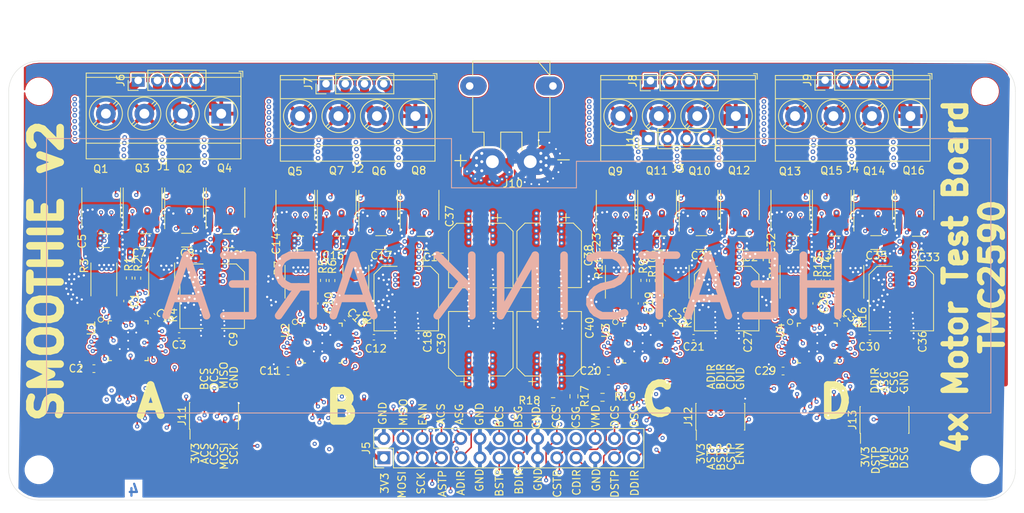
<source format=kicad_pcb>
(kicad_pcb (version 20171130) (host pcbnew 5.1.10-88a1d61d58~88~ubuntu20.10.1)
  (layers (0 F.Cu signal) (1 In1.Cu signal) (2 In2.Cu signal) (31 B.Cu signal) (34 B.Paste user) (35 F.Paste user) (36 B.SilkS user) (37 F.SilkS user) (38 B.Mask user) (39 F.Mask user) (44 Edge.Cuts user))
  (net 0 "")
  (net 1 "Net-(C2-Pad1)")
  (net 2 "Net-(C4-Pad2)")
  (net 3 "Net-(Q1-Pad4)")
  (net 4 "Net-(Q1-Pad2)")
  (net 5 "Net-(Q2-Pad4)")
  (net 6 "Net-(Q2-Pad2)")
  (net 7 "Net-(Q3-Pad4)")
  (net 8 "Net-(Q3-Pad2)")
  (net 9 "Net-(Q4-Pad4)")
  (net 10 "Net-(Q4-Pad2)")
  (net 11 "Net-(R1-Pad2)")
  (net 12 "Net-(R2-Pad2)")
  (net 13 "Net-(Q1-Pad1)")
  (net 14 "Net-(Q2-Pad1)")
  (net 15 "Net-(NT1-Pad1)")
  (net 16 "Net-(NT2-Pad1)")
  (net 17 GND)
  (net 18 "Net-(C11-Pad1)")
  (net 19 "Net-(C13-Pad2)")
  (net 20 "Net-(NT3-Pad1)")
  (net 21 "Net-(NT4-Pad1)")
  (net 22 "Net-(Q5-Pad4)")
  (net 23 "Net-(Q5-Pad2)")
  (net 24 "Net-(Q6-Pad4)")
  (net 25 "Net-(Q6-Pad2)")
  (net 26 "Net-(Q7-Pad4)")
  (net 27 "Net-(Q7-Pad2)")
  (net 28 "Net-(Q8-Pad4)")
  (net 29 "Net-(Q8-Pad2)")
  (net 30 "Net-(R5-Pad2)")
  (net 31 "Net-(R6-Pad2)")
  (net 32 "Net-(C20-Pad1)")
  (net 33 "Net-(C22-Pad2)")
  (net 34 "Net-(C29-Pad1)")
  (net 35 "Net-(C31-Pad2)")
  (net 36 "Net-(NT5-Pad1)")
  (net 37 "Net-(NT6-Pad1)")
  (net 38 "Net-(NT7-Pad1)")
  (net 39 "Net-(NT8-Pad1)")
  (net 40 "Net-(Q9-Pad4)")
  (net 41 "Net-(Q9-Pad2)")
  (net 42 "Net-(Q10-Pad4)")
  (net 43 "Net-(Q10-Pad2)")
  (net 44 "Net-(Q11-Pad4)")
  (net 45 "Net-(Q11-Pad2)")
  (net 46 "Net-(Q12-Pad4)")
  (net 47 "Net-(Q12-Pad2)")
  (net 48 "Net-(Q13-Pad4)")
  (net 49 "Net-(Q13-Pad2)")
  (net 50 "Net-(Q14-Pad4)")
  (net 51 "Net-(Q14-Pad2)")
  (net 52 "Net-(Q15-Pad4)")
  (net 53 "Net-(Q15-Pad2)")
  (net 54 "Net-(Q16-Pad4)")
  (net 55 "Net-(Q16-Pad2)")
  (net 56 "Net-(R9-Pad2)")
  (net 57 "Net-(R10-Pad2)")
  (net 58 "Net-(R13-Pad2)")
  (net 59 "Net-(R14-Pad2)")
  (net 60 /VMOT)
  (net 61 /sheet60BD8631/COIL_A1)
  (net 62 /sheet60BD8631/COIL_A2)
  (net 63 /sheet60BD8631/COIL_B1)
  (net 64 /sheet60BD8631/COIL_B2)
  (net 65 /sheet60BD8EB9/COIL_A1)
  (net 66 /sheet60BD8EB9/COIL_A2)
  (net 67 /sheet60BD8EB9/COIL_B1)
  (net 68 /sheet60BD8EB9/COIL_B2)
  (net 69 /sheet60BD9408/COIL_A1)
  (net 70 /sheet60BD9408/COIL_A2)
  (net 71 /sheet60BD9408/COIL_B1)
  (net 72 /sheet60BD9408/COIL_B2)
  (net 73 /sheet60BD8631/ST_ALONE)
  (net 74 /sheet60BD8EB9/ST_ALONE)
  (net 75 /sheet60BD9408/ST_ALONE)
  (net 76 "Net-(Q5-Pad1)")
  (net 77 "Net-(Q6-Pad1)")
  (net 78 "Net-(Q11-Pad1)")
  (net 79 "Net-(Q10-Pad1)")
  (net 80 "Net-(Q13-Pad1)")
  (net 81 "Net-(Q14-Pad1)")
  (net 82 /sheet60C57FDE/COIL_B2)
  (net 83 /sheet60C57FDE/COIL_B1)
  (net 84 /sheet60C57FDE/COIL_A2)
  (net 85 /sheet60C57FDE/COIL_A1)
  (net 86 /sheet60C57FDE/ST_ALONE)
  (net 87 /VCCIO)
  (net 88 /D_SG)
  (net 89 /D_DIR)
  (net 90 /D_CS)
  (net 91 /D_STEP)
  (net 92 /C_SG)
  (net 93 /C_DIR)
  (net 94 /C_CS)
  (net 95 /C_STEP)
  (net 96 /B_SG)
  (net 97 /B_DIR)
  (net 98 /B_CS)
  (net 99 /B_STEP)
  (net 100 /A_SG)
  (net 101 /A_DIR)
  (net 102 /A_CS)
  (net 103 /A_STEP)
  (net 104 /ENN)
  (net 105 /SCK)
  (net 106 /MISO)
  (net 107 /MOSI)
  (net 108 "Net-(J10-PadSH)")
  (net 109 /VMOT_DET)
  (net 110 "Net-(R17-Pad2)")
  (net 111 "Net-(J11-Pad2)")
  (net 112 "Net-(J12-Pad2)")
  (net 113 "Net-(J13-Pad2)")
  (module Connector_PinHeader_2.54mm:PinHeader_1x04_P2.54mm_Vertical (layer F.Cu) (at 154.5 51.25 90)
    (fp_text reference J14 (at 0 -2.33 90) (layer F.SilkS))
    (fp_text value Conn_01x04)
    (pad 4 thru_hole oval (at 0 7.62 90) (size 1.7 1.7) (drill 1) (layers *.Cu *.Mask) (net 68 /sheet60BD8EB9/COIL_B2))
    (pad 3 thru_hole oval (at 0 5.08 90) (size 1.7 1.7) (drill 1) (layers *.Cu *.Mask) (net 67 /sheet60BD8EB9/COIL_B1))
    (pad 2 thru_hole oval (at 0 2.54 90) (size 1.7 1.7) (drill 1) (layers *.Cu *.Mask) (net 66 /sheet60BD8EB9/COIL_A2))
    (pad 1 thru_hole rect (at 0 0 90) (size 1.7 1.7) (drill 1) (layers *.Cu *.Mask) (net 65 /sheet60BD8EB9/COIL_A1))
  )
  (module Connector_PinHeader_1.27mm:PinHeader_2x05_P1.27mm_Vertical_SMD (layer F.Cu) (at 185.7 88.425 90)
    (fp_text reference J13 (at 0 -4.235 90) (layer F.SilkS))
    (fp_text value Conn_02x05_Odd_Even)
    (pad 10 smd rect (at 1.95 2.54 90) (size 2.4 0.74) (layers F.Cu F.Paste F.Mask) (net 17 GND))
    (pad 9 smd rect (at -1.95 2.54 90) (size 2.4 0.74) (layers F.Cu F.Paste F.Mask) (net 88 /D_SG))
    (pad 8 smd rect (at 1.95 1.27 90) (size 2.4 0.74) (layers F.Cu F.Paste F.Mask) (net 92 /C_SG))
    (pad 7 smd rect (at -1.95 1.27 90) (size 2.4 0.74) (layers F.Cu F.Paste F.Mask) (net 96 /B_SG))
    (pad 6 smd rect (at 1.95 0 90) (size 2.4 0.74) (layers F.Cu F.Paste F.Mask) (net 100 /A_SG))
    (pad 5 smd rect (at -1.95 0 90) (size 2.4 0.74) (layers F.Cu F.Paste F.Mask) (net 109 /VMOT_DET))
    (pad 4 smd rect (at 1.95 -1.27 90) (size 2.4 0.74) (layers F.Cu F.Paste F.Mask) (net 89 /D_DIR))
    (pad 3 smd rect (at -1.95 -1.27 90) (size 2.4 0.74) (layers F.Cu F.Paste F.Mask) (net 91 /D_STEP))
    (pad 2 smd rect (at 1.95 -2.54 90) (size 2.4 0.74) (layers F.Cu F.Paste F.Mask) (net 113 "Net-(J13-Pad2)"))
    (pad 1 smd rect (at -1.95 -2.54 90) (size 2.4 0.74) (layers F.Cu F.Paste F.Mask) (net 87 /VCCIO))
  )
  (module Connector_PinHeader_1.27mm:PinHeader_2x05_P1.27mm_Vertical_SMD (layer F.Cu) (at 164.01 88 90)
    (fp_text reference J12 (at 0 -4.235 90) (layer F.SilkS))
    (fp_text value Conn_02x05_Odd_Even)
    (pad 10 smd rect (at 1.95 2.54 90) (size 2.4 0.74) (layers F.Cu F.Paste F.Mask) (net 17 GND))
    (pad 9 smd rect (at -1.95 2.54 90) (size 2.4 0.74) (layers F.Cu F.Paste F.Mask) (net 104 /ENN))
    (pad 8 smd rect (at 1.95 1.27 90) (size 2.4 0.74) (layers F.Cu F.Paste F.Mask) (net 93 /C_DIR))
    (pad 7 smd rect (at -1.95 1.27 90) (size 2.4 0.74) (layers F.Cu F.Paste F.Mask) (net 95 /C_STEP))
    (pad 6 smd rect (at 1.95 0 90) (size 2.4 0.74) (layers F.Cu F.Paste F.Mask) (net 97 /B_DIR))
    (pad 5 smd rect (at -1.95 0 90) (size 2.4 0.74) (layers F.Cu F.Paste F.Mask) (net 99 /B_STEP))
    (pad 4 smd rect (at 1.95 -1.27 90) (size 2.4 0.74) (layers F.Cu F.Paste F.Mask) (net 101 /A_DIR))
    (pad 3 smd rect (at -1.95 -1.27 90) (size 2.4 0.74) (layers F.Cu F.Paste F.Mask) (net 103 /A_STEP))
    (pad 2 smd rect (at 1.95 -2.54 90) (size 2.4 0.74) (layers F.Cu F.Paste F.Mask) (net 112 "Net-(J12-Pad2)"))
    (pad 1 smd rect (at -1.95 -2.54 90) (size 2.4 0.74) (layers F.Cu F.Paste F.Mask) (net 87 /VCCIO))
  )
  (module Connector_PinHeader_1.27mm:PinHeader_2x05_P1.27mm_Vertical_SMD (layer F.Cu) (at 97.125 87.875 90)
    (fp_text reference J11 (at 0 -4.235 90) (layer F.SilkS))
    (fp_text value Conn_02x05_Odd_Even)
    (pad 10 smd rect (at 1.95 2.54 90) (size 2.4 0.74) (layers F.Cu F.Paste F.Mask) (net 17 GND))
    (pad 9 smd rect (at -1.95 2.54 90) (size 2.4 0.74) (layers F.Cu F.Paste F.Mask) (net 105 /SCK))
    (pad 8 smd rect (at 1.95 1.27 90) (size 2.4 0.74) (layers F.Cu F.Paste F.Mask) (net 106 /MISO))
    (pad 7 smd rect (at -1.95 1.27 90) (size 2.4 0.74) (layers F.Cu F.Paste F.Mask) (net 107 /MOSI))
    (pad 6 smd rect (at 1.95 0 90) (size 2.4 0.74) (layers F.Cu F.Paste F.Mask) (net 90 /D_CS))
    (pad 5 smd rect (at -1.95 0 90) (size 2.4 0.74) (layers F.Cu F.Paste F.Mask) (net 94 /C_CS))
    (pad 4 smd rect (at 1.95 -1.27 90) (size 2.4 0.74) (layers F.Cu F.Paste F.Mask) (net 98 /B_CS))
    (pad 3 smd rect (at -1.95 -1.27 90) (size 2.4 0.74) (layers F.Cu F.Paste F.Mask) (net 102 /A_CS))
    (pad 2 smd rect (at 1.95 -2.54 90) (size 2.4 0.74) (layers F.Cu F.Paste F.Mask) (net 111 "Net-(J11-Pad2)"))
    (pad 1 smd rect (at -1.95 -2.54 90) (size 2.4 0.74) (layers F.Cu F.Paste F.Mask) (net 87 /VCCIO))
  )
  (module Resistor_SMD:R_0603_1608Metric (layer F.Cu) (at 148.45 85.425 180)
    (fp_text reference R19 (at -2.975 0.075) (layer F.SilkS))
    (fp_text value 10k)
    (pad 2 smd roundrect (at 0.825 0 180) (size 0.8 0.95) (layers F.Cu F.Paste F.Mask) (net 110 "Net-(R17-Pad2)"))
    (pad 1 smd roundrect (at -0.825 0 180) (size 0.8 0.95) (layers F.Cu F.Paste F.Mask) (net 109 /VMOT_DET))
  )
  (module Resistor_SMD:R_0603_1608Metric (layer F.Cu) (at 141.925 86 180)
    (fp_text reference R18 (at 3.125 0.15) (layer F.SilkS))
    (fp_text value 10k)
    (pad 2 smd roundrect (at 0.825 0 180) (size 0.8 0.95) (layers F.Cu F.Paste F.Mask) (net 17 GND))
    (pad 1 smd roundrect (at -0.825 0 180) (size 0.8 0.95) (layers F.Cu F.Paste F.Mask) (net 110 "Net-(R17-Pad2)"))
  )
  (module Resistor_SMD:R_0603_1608Metric (layer F.Cu) (at 144.675 85.3 270)
    (fp_text reference R17 (at 0 -1.43 90) (layer F.SilkS))
    (fp_text value 100k)
    (pad 2 smd roundrect (at 0.825 0 270) (size 0.8 0.95) (layers F.Cu F.Paste F.Mask) (net 110 "Net-(R17-Pad2)"))
    (pad 1 smd roundrect (at -0.825 0 270) (size 0.8 0.95) (layers F.Cu F.Paste F.Mask) (net 60 /VMOT))
  )
  (module smoothieparts:X30PW-M (layer F.Cu) (at 136.4 49.3)
    (fp_text reference J10 (at 0.2 7.9) (layer F.SilkS))
    (fp_text value Conn_01x02_Shielded)
    (fp_text user - (at 6.9 4.6) (layer F.SilkS) (effects (font (size 2 2))))
    (fp_text user + (at -6.7 4.7) (layer F.SilkS) (effects (font (size 2 2))))
    (pad 2 thru_hole circle (at 4.6 4.5 180) (size 1 1) (drill 0.4) (layers *.Cu *.Mask) (net 17 GND))
    (pad 2 thru_hole circle (at 4.6 5.5 180) (size 1 1) (drill 0.4) (layers *.Cu *.Mask) (net 17 GND))
    (pad 2 thru_hole circle (at 3.9 6.1 180) (size 1 1) (drill 0.4) (layers *.Cu *.Mask) (net 17 GND))
    (pad 2 thru_hole circle (at 3.9 3.9 180) (size 1 1) (drill 0.4) (layers *.Cu *.Mask) (net 17 GND))
    (pad 2 thru_hole circle (at 3.9 5 180) (size 1 1) (drill 0.4) (layers *.Cu *.Mask) (net 17 GND))
    (pad 1 thru_hole circle (at -3.9 6.2 180) (size 1 1) (drill 0.4) (layers *.Cu *.Mask) (net 60 /VMOT))
    (pad 1 thru_hole circle (at -4.6 5.5 180) (size 1 1) (drill 0.4) (layers *.Cu *.Mask) (net 60 /VMOT))
    (pad 1 thru_hole circle (at -3.9 5 180) (size 1 1) (drill 0.4) (layers *.Cu *.Mask) (net 60 /VMOT))
    (pad 1 thru_hole circle (at -4.6 4.5 180) (size 1 1) (drill 0.4) (layers *.Cu *.Mask) (net 60 /VMOT))
    (pad 1 thru_hole circle (at -3.9 3.9 180) (size 1 1) (drill 0.4) (layers *.Cu *.Mask) (net 60 /VMOT))
    (pad 2 thru_hole oval (at 2.5 5) (size 4.5 3.5) (drill 1.7 (offset 0.5 0)) (layers *.Cu *.Mask) (net 17 GND))
    (pad 1 thru_hole oval (at -2.5 5 180) (size 4.5 3.5) (drill 1.7 (offset 0.5 0)) (layers *.Cu *.Mask) (net 60 /VMOT))
    (pad SH thru_hole oval (at 5.5 -5 180) (size 3.5 2.5) (drill 1 (offset 0.5 0)) (layers *.Cu *.Mask) (net 108 "Net-(J10-PadSH)"))
    (pad SH thru_hole oval (at -5.5 -5) (size 3.5 2.5) (drill 1 (offset 0.5 0)) (layers *.Cu *.Mask) (net 108 "Net-(J10-PadSH)"))
  )
  (module Connector_PinHeader_2.54mm:PinHeader_1x04_P2.54mm_Vertical (layer F.Cu) (at 177.85 43.525 90)
    (fp_text reference J9 (at 0 -2.33 90) (layer F.SilkS))
    (fp_text value Conn_01x04)
    (pad 4 thru_hole oval (at 0 7.62 90) (size 1.7 1.7) (drill 1) (layers *.Cu *.Mask) (net 72 /sheet60BD9408/COIL_B2))
    (pad 3 thru_hole oval (at 0 5.08 90) (size 1.7 1.7) (drill 1) (layers *.Cu *.Mask) (net 71 /sheet60BD9408/COIL_B1))
    (pad 2 thru_hole oval (at 0 2.54 90) (size 1.7 1.7) (drill 1) (layers *.Cu *.Mask) (net 70 /sheet60BD9408/COIL_A2))
    (pad 1 thru_hole rect (at 0 0 90) (size 1.7 1.7) (drill 1) (layers *.Cu *.Mask) (net 69 /sheet60BD9408/COIL_A1))
  )
  (module Connector_PinHeader_2.54mm:PinHeader_1x04_P2.54mm_Vertical (layer F.Cu) (at 154.775 43.6 90)
    (fp_text reference J8 (at 0 -2.33 90) (layer F.SilkS))
    (fp_text value Conn_01x04)
    (pad 4 thru_hole oval (at 0 7.62 90) (size 1.7 1.7) (drill 1) (layers *.Cu *.Mask) (net 68 /sheet60BD8EB9/COIL_B2))
    (pad 3 thru_hole oval (at 0 5.08 90) (size 1.7 1.7) (drill 1) (layers *.Cu *.Mask) (net 67 /sheet60BD8EB9/COIL_B1))
    (pad 2 thru_hole oval (at 0 2.54 90) (size 1.7 1.7) (drill 1) (layers *.Cu *.Mask) (net 66 /sheet60BD8EB9/COIL_A2))
    (pad 1 thru_hole rect (at 0 0 90) (size 1.7 1.7) (drill 1) (layers *.Cu *.Mask) (net 65 /sheet60BD8EB9/COIL_A1))
  )
  (module Connector_PinHeader_2.54mm:PinHeader_1x04_P2.54mm_Vertical (layer F.Cu) (at 111.925 44 90)
    (fp_text reference J7 (at 0 -2.33 90) (layer F.SilkS))
    (fp_text value Conn_01x0)
    (pad 4 thru_hole oval (at 0 7.62 90) (size 1.7 1.7) (drill 1) (layers *.Cu *.Mask) (net 64 /sheet60BD8631/COIL_B2))
    (pad 3 thru_hole oval (at 0 5.08 90) (size 1.7 1.7) (drill 1) (layers *.Cu *.Mask) (net 63 /sheet60BD8631/COIL_B1))
    (pad 2 thru_hole oval (at 0 2.54 90) (size 1.7 1.7) (drill 1) (layers *.Cu *.Mask) (net 62 /sheet60BD8631/COIL_A2))
    (pad 1 thru_hole rect (at 0 0 90) (size 1.7 1.7) (drill 1) (layers *.Cu *.Mask) (net 61 /sheet60BD8631/COIL_A1))
  )
  (module Connector_PinHeader_2.54mm:PinHeader_1x04_P2.54mm_Vertical (layer F.Cu) (at 87.11 43.55 90)
    (fp_text reference J6 (at 0 -2.33 90) (layer F.SilkS))
    (fp_text value Conn_01x04)
    (pad 4 thru_hole oval (at 0 7.62 90) (size 1.7 1.7) (drill 1) (layers *.Cu *.Mask) (net 82 /sheet60C57FDE/COIL_B2))
    (pad 3 thru_hole oval (at 0 5.08 90) (size 1.7 1.7) (drill 1) (layers *.Cu *.Mask) (net 83 /sheet60C57FDE/COIL_B1))
    (pad 2 thru_hole oval (at 0 2.54 90) (size 1.7 1.7) (drill 1) (layers *.Cu *.Mask) (net 84 /sheet60C57FDE/COIL_A2))
    (pad 1 thru_hole rect (at 0 0 90) (size 1.7 1.7) (drill 1) (layers *.Cu *.Mask) (net 85 /sheet60C57FDE/COIL_A1))
  )
  (module Connector_PinHeader_2.54mm:PinHeader_2x14_P2.54mm_Vertical (layer F.Cu) (at 119.555 93.415 90)
    (fp_text reference J5 (at 1.27 -2.33 90) (layer F.SilkS))
    (fp_text value Conn_02x14_Odd_Even)
    (pad 28 thru_hole oval (at 2.54 33.02 90) (size 1.7 1.7) (drill 1) (layers *.Cu *.Mask) (net 88 /D_SG))
    (pad 27 thru_hole oval (at 0 33.02 90) (size 1.7 1.7) (drill 1) (layers *.Cu *.Mask) (net 89 /D_DIR))
    (pad 26 thru_hole oval (at 2.54 30.48 90) (size 1.7 1.7) (drill 1) (layers *.Cu *.Mask) (net 90 /D_CS))
    (pad 25 thru_hole oval (at 0 30.48 90) (size 1.7 1.7) (drill 1) (layers *.Cu *.Mask) (net 91 /D_STEP))
    (pad 24 thru_hole oval (at 2.54 27.94 90) (size 1.7 1.7) (drill 1) (layers *.Cu *.Mask) (net 109 /VMOT_DET))
    (pad 23 thru_hole oval (at 0 27.94 90) (size 1.7 1.7) (drill 1) (layers *.Cu *.Mask) (net 17 GND))
    (pad 22 thru_hole oval (at 2.54 25.4 90) (size 1.7 1.7) (drill 1) (layers *.Cu *.Mask) (net 92 /C_SG))
    (pad 21 thru_hole oval (at 0 25.4 90) (size 1.7 1.7) (drill 1) (layers *.Cu *.Mask) (net 93 /C_DIR))
    (pad 20 thru_hole oval (at 2.54 22.86 90) (size 1.7 1.7) (drill 1) (layers *.Cu *.Mask) (net 94 /C_CS))
    (pad 19 thru_hole oval (at 0 22.86 90) (size 1.7 1.7) (drill 1) (layers *.Cu *.Mask) (net 95 /C_STEP))
    (pad 18 thru_hole oval (at 2.54 20.32 90) (size 1.7 1.7) (drill 1) (layers *.Cu *.Mask) (net 17 GND))
    (pad 17 thru_hole oval (at 0 20.32 90) (size 1.7 1.7) (drill 1) (layers *.Cu *.Mask) (net 17 GND))
    (pad 16 thru_hole oval (at 2.54 17.78 90) (size 1.7 1.7) (drill 1) (layers *.Cu *.Mask) (net 96 /B_SG))
    (pad 15 thru_hole oval (at 0 17.78 90) (size 1.7 1.7) (drill 1) (layers *.Cu *.Mask) (net 97 /B_DIR))
    (pad 14 thru_hole oval (at 2.54 15.24 90) (size 1.7 1.7) (drill 1) (layers *.Cu *.Mask) (net 98 /B_CS))
    (pad 13 thru_hole oval (at 0 15.24 90) (size 1.7 1.7) (drill 1) (layers *.Cu *.Mask) (net 99 /B_STEP))
    (pad 12 thru_hole oval (at 2.54 12.7 90) (size 1.7 1.7) (drill 1) (layers *.Cu *.Mask) (net 17 GND))
    (pad 11 thru_hole oval (at 0 12.7 90) (size 1.7 1.7) (drill 1) (layers *.Cu *.Mask) (net 17 GND))
    (pad 10 thru_hole oval (at 2.54 10.16 90) (size 1.7 1.7) (drill 1) (layers *.Cu *.Mask) (net 100 /A_SG))
    (pad 9 thru_hole oval (at 0 10.16 90) (size 1.7 1.7) (drill 1) (layers *.Cu *.Mask) (net 101 /A_DIR))
    (pad 8 thru_hole oval (at 2.54 7.62 90) (size 1.7 1.7) (drill 1) (layers *.Cu *.Mask) (net 102 /A_CS))
    (pad 7 thru_hole oval (at 0 7.62 90) (size 1.7 1.7) (drill 1) (layers *.Cu *.Mask) (net 103 /A_STEP))
    (pad 6 thru_hole oval (at 2.54 5.08 90) (size 1.7 1.7) (drill 1) (layers *.Cu *.Mask) (net 104 /ENN))
    (pad 5 thru_hole oval (at 0 5.08 90) (size 1.7 1.7) (drill 1) (layers *.Cu *.Mask) (net 105 /SCK))
    (pad 4 thru_hole oval (at 2.54 2.54 90) (size 1.7 1.7) (drill 1) (layers *.Cu *.Mask) (net 106 /MISO))
    (pad 3 thru_hole oval (at 0 2.54 90) (size 1.7 1.7) (drill 1) (layers *.Cu *.Mask) (net 107 /MOSI))
    (pad 2 thru_hole oval (at 2.54 0 90) (size 1.7 1.7) (drill 1) (layers *.Cu *.Mask) (net 17 GND))
    (pad 1 thru_hole rect (at 0 0 90) (size 1.7 1.7) (drill 1) (layers *.Cu *.Mask) (net 87 /VCCIO))
  )
  (module MountingHole:MountingHole_3.2mm_M3 (layer F.Cu) (at 74 95)
    (fp_text reference H4 hide)
    (fp_text value MountingHole)
    (pad 1 np_thru_hole circle (at 0 0) (size 3.2 3.2) (drill 3.2) (layers *.Cu *.Mask))
  )
  (module MountingHole:MountingHole_3.2mm_M3 (layer F.Cu) (at 199 45)
    (fp_text reference H3 hide)
    (fp_text value MountingHole)
    (pad 1 np_thru_hole circle (at 0 0) (size 3.2 3.2) (drill 3.2) (layers *.Cu *.Mask))
  )
  (module MountingHole:MountingHole_3.2mm_M3 (layer F.Cu) (at 199 95)
    (fp_text reference H2 hide)
    (fp_text value MountingHole)
    (pad 1 np_thru_hole circle (at 0 0) (size 3.2 3.2) (drill 3.2) (layers *.Cu *.Mask))
  )
  (module MountingHole:MountingHole_3.2mm_M3 (layer F.Cu) (at 74 45)
    (fp_text reference H1 hide)
    (fp_text value MountingHole)
    (pad 1 np_thru_hole circle (at 0 0) (size 3.2 3.2) (drill 3.2) (layers *.Cu *.Mask))
  )
  (module Capacitor_SMD:CP_Elec_8x11.9 (layer F.Cu) (at 141.4 78.35 90)
    (fp_text reference C40 (at 2.1 5.35 90) (layer F.SilkS))
    (fp_text value CP)
    (pad 2 smd roundrect (at 3.475 0 90) (size 4.15 1.9) (layers F.Cu F.Paste F.Mask) (roundrect_rratio 0.1315778947368421) (net 17 GND))
    (pad 1 smd roundrect (at -3.475 0 90) (size 4.15 1.9) (layers F.Cu F.Paste F.Mask) (roundrect_rratio 0.1315778947368421) (net 60 /VMOT))
  )
  (module Capacitor_SMD:CP_Elec_8x11.9 (layer F.Cu) (at 132.375 78.35 90)
    (fp_text reference C39 (at 0 -5.2 90) (layer F.SilkS))
    (fp_text value CP)
    (pad 2 smd roundrect (at 3.475 0 90) (size 4.15 1.9) (layers F.Cu F.Paste F.Mask) (roundrect_rratio 0.1315778947368421) (net 17 GND))
    (pad 1 smd roundrect (at -3.475 0 90) (size 4.15 1.9) (layers F.Cu F.Paste F.Mask) (roundrect_rratio 0.1315778947368421) (net 60 /VMOT))
  )
  (module Capacitor_SMD:CP_Elec_8x11.9 (layer F.Cu) (at 141.4 66.675 270)
    (fp_text reference C38 (at 0 -5.2 90) (layer F.SilkS))
    (fp_text value CP)
    (pad 2 smd roundrect (at 3.475 0 270) (size 4.15 1.9) (layers F.Cu F.Paste F.Mask) (roundrect_rratio 0.1315778947368421) (net 17 GND))
    (pad 1 smd roundrect (at -3.475 0 270) (size 4.15 1.9) (layers F.Cu F.Paste F.Mask) (roundrect_rratio 0.1315778947368421) (net 60 /VMOT))
  )
  (module Capacitor_SMD:CP_Elec_8x11.9 (layer F.Cu) (at 132.375 66.7 270)
    (fp_text reference C37 (at -5.2 4.125 90) (layer F.SilkS))
    (fp_text value CP)
    (pad 2 smd roundrect (at 3.475 0 270) (size 4.15 1.9) (layers F.Cu F.Paste F.Mask) (roundrect_rratio 0.1315778947368421) (net 17 GND))
    (pad 1 smd roundrect (at -3.475 0 270) (size 4.15 1.9) (layers F.Cu F.Paste F.Mask) (roundrect_rratio 0.1315778947368421) (net 60 /VMOT))
  )
  (module Resistor_SMD:R_2512_6332Metric (layer F.Cu) (at 181.255 70.1775 270)
    (fp_text reference R16 (at 4.7075 -1.53 90) (layer F.SilkS))
    (fp_text value R)
    (pad 2 smd roundrect (at 2.9625 0 270) (size 1.225 3.35) (layers F.Cu F.Paste F.Mask) (roundrect_rratio 0.2040808163265306) (net 39 "Net-(NT8-Pad1)"))
    (pad 1 smd roundrect (at -2.9625 0 270) (size 1.225 3.35) (layers F.Cu F.Paste F.Mask) (roundrect_rratio 0.2040808163265306) (net 81 "Net-(Q14-Pad1)"))
  )
  (module Resistor_SMD:R_0402_1005Metric (layer F.Cu) (at 178.105 70.005 270)
    (fp_text reference R14 (at -1.83 -0.04 90) (layer F.SilkS))
    (fp_text value 47R)
    (pad 2 smd roundrect (at 0.51 0 270) (size 0.54 0.64) (layers F.Cu F.Paste F.Mask) (net 59 "Net-(R14-Pad2)"))
    (pad 1 smd roundrect (at -0.51 0 270) (size 0.54 0.64) (layers F.Cu F.Paste F.Mask) (net 81 "Net-(Q14-Pad1)"))
  )
  (module Resistor_SMD:R_0402_1005Metric (layer F.Cu) (at 176.975 69.985 270)
    (fp_text reference R13 (at -1.85 0.06 90) (layer F.SilkS))
    (fp_text value 47R)
    (pad 2 smd roundrect (at 0.51 0 270) (size 0.54 0.64) (layers F.Cu F.Paste F.Mask) (net 58 "Net-(R13-Pad2)"))
    (pad 1 smd roundrect (at -0.51 0 270) (size 0.54 0.64) (layers F.Cu F.Paste F.Mask) (net 80 "Net-(Q13-Pad1)"))
  )
  (module Resistor_SMD:R_2512_6332Metric (layer F.Cu) (at 158.18 70.1775 270)
    (fp_text reference R12 (at 4.7075 -1.53 90) (layer F.SilkS))
    (fp_text value R)
    (pad 2 smd roundrect (at 2.9625 0 270) (size 1.225 3.35) (layers F.Cu F.Paste F.Mask) (roundrect_rratio 0.2040808163265306) (net 37 "Net-(NT6-Pad1)"))
    (pad 1 smd roundrect (at -2.9625 0 270) (size 1.225 3.35) (layers F.Cu F.Paste F.Mask) (roundrect_rratio 0.2040808163265306) (net 79 "Net-(Q10-Pad1)"))
  )
  (module Resistor_SMD:R_0402_1005Metric (layer F.Cu) (at 155.03 70.005 270)
    (fp_text reference R10 (at -1.83 -0.04 90) (layer F.SilkS))
    (fp_text value 47R)
    (pad 2 smd roundrect (at 0.51 0 270) (size 0.54 0.64) (layers F.Cu F.Paste F.Mask) (net 57 "Net-(R10-Pad2)"))
    (pad 1 smd roundrect (at -0.51 0 270) (size 0.54 0.64) (layers F.Cu F.Paste F.Mask) (net 79 "Net-(Q10-Pad1)"))
  )
  (module Resistor_SMD:R_0402_1005Metric (layer F.Cu) (at 153.9 69.985 270)
    (fp_text reference R9 (at -1.85 0.06 90) (layer F.SilkS))
    (fp_text value 47R)
    (pad 2 smd roundrect (at 0.51 0 270) (size 0.54 0.64) (layers F.Cu F.Paste F.Mask) (net 56 "Net-(R9-Pad2)"))
    (pad 1 smd roundrect (at -0.51 0 270) (size 0.54 0.64) (layers F.Cu F.Paste F.Mask) (net 78 "Net-(Q11-Pad1)"))
  )
  (module Resistor_SMD:R_2512_6332Metric (layer F.Cu) (at 115.855 70.1775 270)
    (fp_text reference R8 (at 4.7075 -1.53 90) (layer F.SilkS))
    (fp_text value R)
    (pad 2 smd roundrect (at 2.9625 0 270) (size 1.225 3.35) (layers F.Cu F.Paste F.Mask) (roundrect_rratio 0.2040808163265306) (net 21 "Net-(NT4-Pad1)"))
    (pad 1 smd roundrect (at -2.9625 0 270) (size 1.225 3.35) (layers F.Cu F.Paste F.Mask) (roundrect_rratio 0.2040808163265306) (net 77 "Net-(Q6-Pad1)"))
  )
  (module Resistor_SMD:R_0402_1005Metric (layer F.Cu) (at 112.705 70.005 270)
    (fp_text reference R6 (at -1.83 -0.04 90) (layer F.SilkS))
    (fp_text value 47R)
    (pad 2 smd roundrect (at 0.51 0 270) (size 0.54 0.64) (layers F.Cu F.Paste F.Mask) (net 31 "Net-(R6-Pad2)"))
    (pad 1 smd roundrect (at -0.51 0 270) (size 0.54 0.64) (layers F.Cu F.Paste F.Mask) (net 77 "Net-(Q6-Pad1)"))
  )
  (module Resistor_SMD:R_0402_1005Metric (layer F.Cu) (at 111.575 69.985 270)
    (fp_text reference R5 (at -1.85 0.06 90) (layer F.SilkS))
    (fp_text value 47R)
    (pad 2 smd roundrect (at 0.51 0 270) (size 0.54 0.64) (layers F.Cu F.Paste F.Mask) (net 30 "Net-(R5-Pad2)"))
    (pad 1 smd roundrect (at -0.51 0 270) (size 0.54 0.64) (layers F.Cu F.Paste F.Mask) (net 76 "Net-(Q5-Pad1)"))
  )
  (module Package_SO:SOIC-8_3.9x4.9mm_P1.27mm (layer F.Cu) (at 189.675 60.025 90)
    (fp_text reference Q16 (at 4.56 -0.11) (layer F.SilkS))
    (fp_text value Si4542DY)
    (pad 8 smd roundrect (at 2.475 -1.905 90) (size 1.95 0.6) (layers F.Cu F.Paste F.Mask) (net 72 /sheet60BD9408/COIL_B2))
    (pad 7 smd roundrect (at 2.475 -0.635 90) (size 1.95 0.6) (layers F.Cu F.Paste F.Mask) (net 72 /sheet60BD9408/COIL_B2))
    (pad 6 smd roundrect (at 2.475 0.635 90) (size 1.95 0.6) (layers F.Cu F.Paste F.Mask) (net 72 /sheet60BD9408/COIL_B2))
    (pad 5 smd roundrect (at 2.475 1.905 90) (size 1.95 0.6) (layers F.Cu F.Paste F.Mask) (net 72 /sheet60BD9408/COIL_B2))
    (pad 4 smd roundrect (at -2.475 1.905 90) (size 1.95 0.6) (layers F.Cu F.Paste F.Mask) (net 54 "Net-(Q16-Pad4)"))
    (pad 3 smd roundrect (at -2.475 0.635 90) (size 1.95 0.6) (layers F.Cu F.Paste F.Mask) (net 60 /VMOT))
    (pad 2 smd roundrect (at -2.475 -0.635 90) (size 1.95 0.6) (layers F.Cu F.Paste F.Mask) (net 55 "Net-(Q16-Pad2)"))
    (pad 1 smd roundrect (at -2.475 -1.905 90) (size 1.95 0.6) (layers F.Cu F.Paste F.Mask) (net 81 "Net-(Q14-Pad1)"))
  )
  (module Package_SO:SOIC-8_3.9x4.9mm_P1.27mm (layer F.Cu) (at 178.735 60.025 90)
    (fp_text reference Q15 (at 4.54 -0.04) (layer F.SilkS))
    (fp_text value Si4542DY)
    (pad 8 smd roundrect (at 2.475 -1.905 90) (size 1.95 0.6) (layers F.Cu F.Paste F.Mask) (net 70 /sheet60BD9408/COIL_A2))
    (pad 7 smd roundrect (at 2.475 -0.635 90) (size 1.95 0.6) (layers F.Cu F.Paste F.Mask) (net 70 /sheet60BD9408/COIL_A2))
    (pad 6 smd roundrect (at 2.475 0.635 90) (size 1.95 0.6) (layers F.Cu F.Paste F.Mask) (net 70 /sheet60BD9408/COIL_A2))
    (pad 5 smd roundrect (at 2.475 1.905 90) (size 1.95 0.6) (layers F.Cu F.Paste F.Mask) (net 70 /sheet60BD9408/COIL_A2))
    (pad 4 smd roundrect (at -2.475 1.905 90) (size 1.95 0.6) (layers F.Cu F.Paste F.Mask) (net 52 "Net-(Q15-Pad4)"))
    (pad 3 smd roundrect (at -2.475 0.635 90) (size 1.95 0.6) (layers F.Cu F.Paste F.Mask) (net 60 /VMOT))
    (pad 2 smd roundrect (at -2.475 -0.635 90) (size 1.95 0.6) (layers F.Cu F.Paste F.Mask) (net 53 "Net-(Q15-Pad2)"))
    (pad 1 smd roundrect (at -2.475 -1.905 90) (size 1.95 0.6) (layers F.Cu F.Paste F.Mask) (net 80 "Net-(Q13-Pad1)"))
  )
  (module Package_SO:SOIC-8_3.9x4.9mm_P1.27mm (layer F.Cu) (at 184.215 60.025 90)
    (fp_text reference Q14 (at 4.5 0.12) (layer F.SilkS))
    (fp_text value Si4542DY)
    (pad 8 smd roundrect (at 2.475 -1.905 90) (size 1.95 0.6) (layers F.Cu F.Paste F.Mask) (net 71 /sheet60BD9408/COIL_B1))
    (pad 7 smd roundrect (at 2.475 -0.635 90) (size 1.95 0.6) (layers F.Cu F.Paste F.Mask) (net 71 /sheet60BD9408/COIL_B1))
    (pad 6 smd roundrect (at 2.475 0.635 90) (size 1.95 0.6) (layers F.Cu F.Paste F.Mask) (net 71 /sheet60BD9408/COIL_B1))
    (pad 5 smd roundrect (at 2.475 1.905 90) (size 1.95 0.6) (layers F.Cu F.Paste F.Mask) (net 71 /sheet60BD9408/COIL_B1))
    (pad 4 smd roundrect (at -2.475 1.905 90) (size 1.95 0.6) (layers F.Cu F.Paste F.Mask) (net 50 "Net-(Q14-Pad4)"))
    (pad 3 smd roundrect (at -2.475 0.635 90) (size 1.95 0.6) (layers F.Cu F.Paste F.Mask) (net 60 /VMOT))
    (pad 2 smd roundrect (at -2.475 -0.635 90) (size 1.95 0.6) (layers F.Cu F.Paste F.Mask) (net 51 "Net-(Q14-Pad2)"))
    (pad 1 smd roundrect (at -2.475 -1.905 90) (size 1.95 0.6) (layers F.Cu F.Paste F.Mask) (net 81 "Net-(Q14-Pad1)"))
  )
  (module Package_SO:SOIC-8_3.9x4.9mm_P1.27mm (layer F.Cu) (at 166.6 60.025 90)
    (fp_text reference Q12 (at 4.56 -0.11) (layer F.SilkS))
    (fp_text value Si4542DY)
    (pad 8 smd roundrect (at 2.475 -1.905 90) (size 1.95 0.6) (layers F.Cu F.Paste F.Mask) (net 68 /sheet60BD8EB9/COIL_B2))
    (pad 7 smd roundrect (at 2.475 -0.635 90) (size 1.95 0.6) (layers F.Cu F.Paste F.Mask) (net 68 /sheet60BD8EB9/COIL_B2))
    (pad 6 smd roundrect (at 2.475 0.635 90) (size 1.95 0.6) (layers F.Cu F.Paste F.Mask) (net 68 /sheet60BD8EB9/COIL_B2))
    (pad 5 smd roundrect (at 2.475 1.905 90) (size 1.95 0.6) (layers F.Cu F.Paste F.Mask) (net 68 /sheet60BD8EB9/COIL_B2))
    (pad 4 smd roundrect (at -2.475 1.905 90) (size 1.95 0.6) (layers F.Cu F.Paste F.Mask) (net 46 "Net-(Q12-Pad4)"))
    (pad 3 smd roundrect (at -2.475 0.635 90) (size 1.95 0.6) (layers F.Cu F.Paste F.Mask) (net 60 /VMOT))
    (pad 2 smd roundrect (at -2.475 -0.635 90) (size 1.95 0.6) (layers F.Cu F.Paste F.Mask) (net 47 "Net-(Q12-Pad2)"))
    (pad 1 smd roundrect (at -2.475 -1.905 90) (size 1.95 0.6) (layers F.Cu F.Paste F.Mask) (net 79 "Net-(Q10-Pad1)"))
  )
  (module Package_SO:SOIC-8_3.9x4.9mm_P1.27mm (layer F.Cu) (at 155.66 60.025 90)
    (fp_text reference Q11 (at 4.54 -0.04) (layer F.SilkS))
    (fp_text value Si4542DY)
    (pad 8 smd roundrect (at 2.475 -1.905 90) (size 1.95 0.6) (layers F.Cu F.Paste F.Mask) (net 66 /sheet60BD8EB9/COIL_A2))
    (pad 7 smd roundrect (at 2.475 -0.635 90) (size 1.95 0.6) (layers F.Cu F.Paste F.Mask) (net 66 /sheet60BD8EB9/COIL_A2))
    (pad 6 smd roundrect (at 2.475 0.635 90) (size 1.95 0.6) (layers F.Cu F.Paste F.Mask) (net 66 /sheet60BD8EB9/COIL_A2))
    (pad 5 smd roundrect (at 2.475 1.905 90) (size 1.95 0.6) (layers F.Cu F.Paste F.Mask) (net 66 /sheet60BD8EB9/COIL_A2))
    (pad 4 smd roundrect (at -2.475 1.905 90) (size 1.95 0.6) (layers F.Cu F.Paste F.Mask) (net 44 "Net-(Q11-Pad4)"))
    (pad 3 smd roundrect (at -2.475 0.635 90) (size 1.95 0.6) (layers F.Cu F.Paste F.Mask) (net 60 /VMOT))
    (pad 2 smd roundrect (at -2.475 -0.635 90) (size 1.95 0.6) (layers F.Cu F.Paste F.Mask) (net 45 "Net-(Q11-Pad2)"))
    (pad 1 smd roundrect (at -2.475 -1.905 90) (size 1.95 0.6) (layers F.Cu F.Paste F.Mask) (net 78 "Net-(Q11-Pad1)"))
  )
  (module Package_SO:SOIC-8_3.9x4.9mm_P1.27mm (layer F.Cu) (at 161.14 60.025 90)
    (fp_text reference Q10 (at 4.5 0.12) (layer F.SilkS))
    (fp_text value Si4542DY)
    (pad 8 smd roundrect (at 2.475 -1.905 90) (size 1.95 0.6) (layers F.Cu F.Paste F.Mask) (net 67 /sheet60BD8EB9/COIL_B1))
    (pad 7 smd roundrect (at 2.475 -0.635 90) (size 1.95 0.6) (layers F.Cu F.Paste F.Mask) (net 67 /sheet60BD8EB9/COIL_B1))
    (pad 6 smd roundrect (at 2.475 0.635 90) (size 1.95 0.6) (layers F.Cu F.Paste F.Mask) (net 67 /sheet60BD8EB9/COIL_B1))
    (pad 5 smd roundrect (at 2.475 1.905 90) (size 1.95 0.6) (layers F.Cu F.Paste F.Mask) (net 67 /sheet60BD8EB9/COIL_B1))
    (pad 4 smd roundrect (at -2.475 1.905 90) (size 1.95 0.6) (layers F.Cu F.Paste F.Mask) (net 42 "Net-(Q10-Pad4)"))
    (pad 3 smd roundrect (at -2.475 0.635 90) (size 1.95 0.6) (layers F.Cu F.Paste F.Mask) (net 60 /VMOT))
    (pad 2 smd roundrect (at -2.475 -0.635 90) (size 1.95 0.6) (layers F.Cu F.Paste F.Mask) (net 43 "Net-(Q10-Pad2)"))
    (pad 1 smd roundrect (at -2.475 -1.905 90) (size 1.95 0.6) (layers F.Cu F.Paste F.Mask) (net 79 "Net-(Q10-Pad1)"))
  )
  (module Package_SO:SOIC-8_3.9x4.9mm_P1.27mm (layer F.Cu) (at 124.275 60.025 90)
    (fp_text reference Q8 (at 4.56 -0.11) (layer F.SilkS))
    (fp_text value Si4542DY)
    (pad 8 smd roundrect (at 2.475 -1.905 90) (size 1.95 0.6) (layers F.Cu F.Paste F.Mask) (net 64 /sheet60BD8631/COIL_B2))
    (pad 7 smd roundrect (at 2.475 -0.635 90) (size 1.95 0.6) (layers F.Cu F.Paste F.Mask) (net 64 /sheet60BD8631/COIL_B2))
    (pad 6 smd roundrect (at 2.475 0.635 90) (size 1.95 0.6) (layers F.Cu F.Paste F.Mask) (net 64 /sheet60BD8631/COIL_B2))
    (pad 5 smd roundrect (at 2.475 1.905 90) (size 1.95 0.6) (layers F.Cu F.Paste F.Mask) (net 64 /sheet60BD8631/COIL_B2))
    (pad 4 smd roundrect (at -2.475 1.905 90) (size 1.95 0.6) (layers F.Cu F.Paste F.Mask) (net 28 "Net-(Q8-Pad4)"))
    (pad 3 smd roundrect (at -2.475 0.635 90) (size 1.95 0.6) (layers F.Cu F.Paste F.Mask) (net 60 /VMOT))
    (pad 2 smd roundrect (at -2.475 -0.635 90) (size 1.95 0.6) (layers F.Cu F.Paste F.Mask) (net 29 "Net-(Q8-Pad2)"))
    (pad 1 smd roundrect (at -2.475 -1.905 90) (size 1.95 0.6) (layers F.Cu F.Paste F.Mask) (net 77 "Net-(Q6-Pad1)"))
  )
  (module Package_SO:SOIC-8_3.9x4.9mm_P1.27mm (layer F.Cu) (at 113.335 60.025 90)
    (fp_text reference Q7 (at 4.54 -0.04) (layer F.SilkS))
    (fp_text value Si4542DY)
    (pad 8 smd roundrect (at 2.475 -1.905 90) (size 1.95 0.6) (layers F.Cu F.Paste F.Mask) (net 62 /sheet60BD8631/COIL_A2))
    (pad 7 smd roundrect (at 2.475 -0.635 90) (size 1.95 0.6) (layers F.Cu F.Paste F.Mask) (net 62 /sheet60BD8631/COIL_A2))
    (pad 6 smd roundrect (at 2.475 0.635 90) (size 1.95 0.6) (layers F.Cu F.Paste F.Mask) (net 62 /sheet60BD8631/COIL_A2))
    (pad 5 smd roundrect (at 2.475 1.905 90) (size 1.95 0.6) (layers F.Cu F.Paste F.Mask) (net 62 /sheet60BD8631/COIL_A2))
    (pad 4 smd roundrect (at -2.475 1.905 90) (size 1.95 0.6) (layers F.Cu F.Paste F.Mask) (net 26 "Net-(Q7-Pad4)"))
    (pad 3 smd roundrect (at -2.475 0.635 90) (size 1.95 0.6) (layers F.Cu F.Paste F.Mask) (net 60 /VMOT))
    (pad 2 smd roundrect (at -2.475 -0.635 90) (size 1.95 0.6) (layers F.Cu F.Paste F.Mask) (net 27 "Net-(Q7-Pad2)"))
    (pad 1 smd roundrect (at -2.475 -1.905 90) (size 1.95 0.6) (layers F.Cu F.Paste F.Mask) (net 76 "Net-(Q5-Pad1)"))
  )
  (module Package_SO:SOIC-8_3.9x4.9mm_P1.27mm (layer F.Cu) (at 118.815 60.025 90)
    (fp_text reference Q6 (at 4.5 0.12) (layer F.SilkS))
    (fp_text value Si4542DY)
    (pad 8 smd roundrect (at 2.475 -1.905 90) (size 1.95 0.6) (layers F.Cu F.Paste F.Mask) (net 63 /sheet60BD8631/COIL_B1))
    (pad 7 smd roundrect (at 2.475 -0.635 90) (size 1.95 0.6) (layers F.Cu F.Paste F.Mask) (net 63 /sheet60BD8631/COIL_B1))
    (pad 6 smd roundrect (at 2.475 0.635 90) (size 1.95 0.6) (layers F.Cu F.Paste F.Mask) (net 63 /sheet60BD8631/COIL_B1))
    (pad 5 smd roundrect (at 2.475 1.905 90) (size 1.95 0.6) (layers F.Cu F.Paste F.Mask) (net 63 /sheet60BD8631/COIL_B1))
    (pad 4 smd roundrect (at -2.475 1.905 90) (size 1.95 0.6) (layers F.Cu F.Paste F.Mask) (net 24 "Net-(Q6-Pad4)"))
    (pad 3 smd roundrect (at -2.475 0.635 90) (size 1.95 0.6) (layers F.Cu F.Paste F.Mask) (net 60 /VMOT))
    (pad 2 smd roundrect (at -2.475 -0.635 90) (size 1.95 0.6) (layers F.Cu F.Paste F.Mask) (net 25 "Net-(Q6-Pad2)"))
    (pad 1 smd roundrect (at -2.475 -1.905 90) (size 1.95 0.6) (layers F.Cu F.Paste F.Mask) (net 77 "Net-(Q6-Pad1)"))
  )
  (module smoothieparts:NetTie-2_SMD_Pad2.0mm (layer F.Cu) (at 172.035 71.245 180)
    (fp_text reference NT7 hide)
    (fp_text value Net-Tie_2)
    (fp_poly (pts (xy -1.4 -1) (xy 1.3 -1) (xy 1.3 1) (xy -1.4 1)) (layer F.Cu) (width 0))
    (pad 2 smd circle (at 1.3 0 180) (size 2 2) (layers F.Cu) (net 17 GND))
    (pad 1 smd circle (at -1.3 0 180) (size 2 2) (layers F.Cu) (net 38 "Net-(NT7-Pad1)"))
  )
  (module smoothieparts:NetTie-2_SMD_Pad2.0mm (layer F.Cu) (at 148.96 71.245 180)
    (fp_text reference NT5 hide)
    (fp_text value Net-Tie_2)
    (fp_poly (pts (xy -1.4 -1) (xy 1.3 -1) (xy 1.3 1) (xy -1.4 1)) (layer F.Cu) (width 0))
    (pad 2 smd circle (at 1.3 0 180) (size 2 2) (layers F.Cu) (net 17 GND))
    (pad 1 smd circle (at -1.3 0 180) (size 2 2) (layers F.Cu) (net 36 "Net-(NT5-Pad1)"))
  )
  (module smoothieparts:NetTie-2_SMD_Pad2.0mm (layer F.Cu) (at 106.635 71.245 180)
    (fp_text reference NT3 hide)
    (fp_text value Net-Tie_2)
    (fp_poly (pts (xy -1.4 -1) (xy 1.3 -1) (xy 1.3 1) (xy -1.4 1)) (layer F.Cu) (width 0))
    (pad 2 smd circle (at 1.3 0 180) (size 2 2) (layers F.Cu) (net 17 GND))
    (pad 1 smd circle (at -1.3 0 180) (size 2 2) (layers F.Cu) (net 20 "Net-(NT3-Pad1)"))
  )
  (module Capacitor_SMD:C_1206_3216Metric (layer F.Cu) (at 184.59 64.985)
    (fp_text reference C35 (at 0.045 1.71) (layer F.SilkS))
    (fp_text value 10u)
    (pad 2 smd roundrect (at 1.475 0) (size 1.15 1.8) (layers F.Cu F.Paste F.Mask) (roundrect_rratio 0.2173904347826087) (net 17 GND))
    (pad 1 smd roundrect (at -1.475 0) (size 1.15 1.8) (layers F.Cu F.Paste F.Mask) (roundrect_rratio 0.2173904347826087) (net 60 /VMOT))
  )
  (module Capacitor_SMD:C_1206_3216Metric (layer F.Cu) (at 179.17 65.045)
    (fp_text reference C34 (at -0.895 1.64) (layer F.SilkS))
    (fp_text value 10u)
    (pad 2 smd roundrect (at 1.475 0) (size 1.15 1.8) (layers F.Cu F.Paste F.Mask) (roundrect_rratio 0.2173904347826087) (net 17 GND))
    (pad 1 smd roundrect (at -1.475 0) (size 1.15 1.8) (layers F.Cu F.Paste F.Mask) (roundrect_rratio 0.2173904347826087) (net 60 /VMOT))
  )
  (module Capacitor_SMD:C_1206_3216Metric (layer F.Cu) (at 173.65 65.045)
    (fp_text reference C32 (at -2.915 0.09 -90) (layer F.SilkS))
    (fp_text value 10u)
    (pad 2 smd roundrect (at 1.475 0) (size 1.15 1.8) (layers F.Cu F.Paste F.Mask) (roundrect_rratio 0.2173904347826087) (net 17 GND))
    (pad 1 smd roundrect (at -1.475 0) (size 1.15 1.8) (layers F.Cu F.Paste F.Mask) (roundrect_rratio 0.2173904347826087) (net 60 /VMOT))
  )
  (module Capacitor_SMD:C_0402_1005Metric (layer F.Cu) (at 183.77 77.5 180)
    (fp_text reference C30 (at 0.075 -1.25) (layer F.SilkS))
    (fp_text value 100n)
    (pad 2 smd roundrect (at 0.48 0 180) (size 0.56 0.62) (layers F.Cu F.Paste F.Mask) (net 60 /VMOT))
    (pad 1 smd roundrect (at -0.48 0 180) (size 0.56 0.62) (layers F.Cu F.Paste F.Mask) (net 17 GND))
  )
  (module Capacitor_SMD:C_0603_1608Metric (layer F.Cu) (at 172.302 81.957 180)
    (fp_text reference C29 (at 2.357 0.017) (layer F.SilkS))
    (fp_text value 10u)
    (pad 2 smd roundrect (at 0.775 0 180) (size 0.9 0.95) (layers F.Cu F.Paste F.Mask) (net 17 GND))
    (pad 1 smd roundrect (at -0.775 0 180) (size 0.9 0.95) (layers F.Cu F.Paste F.Mask) (net 34 "Net-(C29-Pad1)"))
  )
  (module Capacitor_SMD:C_1206_3216Metric (layer F.Cu) (at 161.515 64.985)
    (fp_text reference C26 (at 0.045 1.71) (layer F.SilkS))
    (fp_text value 10u)
    (pad 2 smd roundrect (at 1.475 0) (size 1.15 1.8) (layers F.Cu F.Paste F.Mask) (roundrect_rratio 0.2173904347826087) (net 17 GND))
    (pad 1 smd roundrect (at -1.475 0) (size 1.15 1.8) (layers F.Cu F.Paste F.Mask) (roundrect_rratio 0.2173904347826087) (net 60 /VMOT))
  )
  (module Capacitor_SMD:C_1206_3216Metric (layer F.Cu) (at 156.095 65.045)
    (fp_text reference C25 (at -0.895 1.64) (layer F.SilkS))
    (fp_text value 10u)
    (pad 2 smd roundrect (at 1.475 0) (size 1.15 1.8) (layers F.Cu F.Paste F.Mask) (roundrect_rratio 0.2173904347826087) (net 17 GND))
    (pad 1 smd roundrect (at -1.475 0) (size 1.15 1.8) (layers F.Cu F.Paste F.Mask) (roundrect_rratio 0.2173904347826087) (net 60 /VMOT))
  )
  (module Capacitor_SMD:C_1206_3216Metric (layer F.Cu) (at 150.575 65.045)
    (fp_text reference C23 (at -2.915 0.09 -90) (layer F.SilkS))
    (fp_text value 10u)
    (pad 2 smd roundrect (at 1.475 0) (size 1.15 1.8) (layers F.Cu F.Paste F.Mask) (roundrect_rratio 0.2173904347826087) (net 17 GND))
    (pad 1 smd roundrect (at -1.475 0) (size 1.15 1.8) (layers F.Cu F.Paste F.Mask) (roundrect_rratio 0.2173904347826087) (net 60 /VMOT))
  )
  (module Capacitor_SMD:C_0402_1005Metric (layer F.Cu) (at 160.48 77.5 180)
    (fp_text reference C21 (at -0.02 -1.25) (layer F.SilkS))
    (fp_text value 100n)
    (pad 2 smd roundrect (at 0.48 0 180) (size 0.56 0.62) (layers F.Cu F.Paste F.Mask) (net 60 /VMOT))
    (pad 1 smd roundrect (at -0.48 0 180) (size 0.56 0.62) (layers F.Cu F.Paste F.Mask) (net 17 GND))
  )
  (module Capacitor_SMD:C_0603_1608Metric (layer F.Cu) (at 149.227 81.957 180)
    (fp_text reference C20 (at 2.357 0.017) (layer F.SilkS))
    (fp_text value 10u)
    (pad 2 smd roundrect (at 0.775 0 180) (size 0.9 0.95) (layers F.Cu F.Paste F.Mask) (net 17 GND))
    (pad 1 smd roundrect (at -0.775 0 180) (size 0.9 0.95) (layers F.Cu F.Paste F.Mask) (net 32 "Net-(C20-Pad1)"))
  )
  (module Capacitor_SMD:C_1206_3216Metric (layer F.Cu) (at 119.19 64.985)
    (fp_text reference C17 (at 0.045 1.71) (layer F.SilkS))
    (fp_text value 10u)
    (pad 2 smd roundrect (at 1.475 0) (size 1.15 1.8) (layers F.Cu F.Paste F.Mask) (roundrect_rratio 0.2173904347826087) (net 17 GND))
    (pad 1 smd roundrect (at -1.475 0) (size 1.15 1.8) (layers F.Cu F.Paste F.Mask) (roundrect_rratio 0.2173904347826087) (net 60 /VMOT))
  )
  (module Capacitor_SMD:C_1206_3216Metric (layer F.Cu) (at 113.77 65.045)
    (fp_text reference C16 (at -0.895 1.64) (layer F.SilkS))
    (fp_text value 10u)
    (pad 2 smd roundrect (at 1.475 0) (size 1.15 1.8) (layers F.Cu F.Paste F.Mask) (roundrect_rratio 0.2173904347826087) (net 17 GND))
    (pad 1 smd roundrect (at -1.475 0) (size 1.15 1.8) (layers F.Cu F.Paste F.Mask) (roundrect_rratio 0.2173904347826087) (net 60 /VMOT))
  )
  (module Capacitor_SMD:C_1206_3216Metric (layer F.Cu) (at 108.25 65.045)
    (fp_text reference C14 (at -2.915 0.09 -90) (layer F.SilkS))
    (fp_text value 10u)
    (pad 2 smd roundrect (at 1.475 0) (size 1.15 1.8) (layers F.Cu F.Paste F.Mask) (roundrect_rratio 0.2173904347826087) (net 17 GND))
    (pad 1 smd roundrect (at -1.475 0) (size 1.15 1.8) (layers F.Cu F.Paste F.Mask) (roundrect_rratio 0.2173904347826087) (net 60 /VMOT))
  )
  (module Capacitor_SMD:C_0402_1005Metric (layer F.Cu) (at 118.25 77.5 180)
    (fp_text reference C12 (at -0.25 -1.5) (layer F.SilkS))
    (fp_text value 100n)
    (pad 2 smd roundrect (at 0.48 0 180) (size 0.56 0.62) (layers F.Cu F.Paste F.Mask) (net 60 /VMOT))
    (pad 1 smd roundrect (at -0.48 0 180) (size 0.56 0.62) (layers F.Cu F.Paste F.Mask) (net 17 GND))
  )
  (module Capacitor_SMD:C_0603_1608Metric (layer F.Cu) (at 106.902 81.957 180)
    (fp_text reference C11 (at 2.357 0.017) (layer F.SilkS))
    (fp_text value 10u)
    (pad 2 smd roundrect (at 0.775 0 180) (size 0.9 0.95) (layers F.Cu F.Paste F.Mask) (net 17 GND))
    (pad 1 smd roundrect (at -0.775 0 180) (size 0.9 0.95) (layers F.Cu F.Paste F.Mask) (net 18 "Net-(C11-Pad1)"))
  )
  (module TerminalBlock_Phoenix:TerminalBlock_Phoenix_MKDS-3-4-5.08_1x04_P5.08mm_Horizontal (layer F.Cu) (at 98.08 47.96 180)
    (fp_text reference J1 (at 7.62 -6.96) (layer F.SilkS))
    (fp_text value Conn_01x04)
    (pad 1 thru_hole rect (at 0 0 180) (size 2.6 2.6) (drill 1.3) (layers *.Cu *.Mask) (net 82 /sheet60C57FDE/COIL_B2))
    (pad 2 thru_hole circle (at 5.08 0 180) (size 2.6 2.6) (drill 1.3) (layers *.Cu *.Mask) (net 83 /sheet60C57FDE/COIL_B1))
    (pad 3 thru_hole circle (at 10.16 0 180) (size 2.6 2.6) (drill 1.3) (layers *.Cu *.Mask) (net 84 /sheet60C57FDE/COIL_A2))
    (pad 4 thru_hole circle (at 15.24 0 180) (size 2.6 2.6) (drill 1.3) (layers *.Cu *.Mask) (net 85 /sheet60C57FDE/COIL_A1))
  )
  (module smoothieparts:NetTie-2_SMD_Pad2.0mm (layer F.Cu) (at 91.71 70.91)
    (fp_text reference NT2 hide)
    (fp_text value Net-Tie_2 hide)
    (fp_poly (pts (xy -1.4 -1) (xy 1.3 -1) (xy 1.3 1) (xy -1.4 1)) (layer F.Cu) (width 0))
    (pad 1 smd circle (at -1.3 0) (size 2 2) (layers F.Cu) (net 16 "Net-(NT2-Pad1)"))
    (pad 2 smd circle (at 1.3 0) (size 2 2) (layers F.Cu) (net 17 GND))
  )
  (module Capacitor_SMD:CP_Elec_8x11.9 (layer F.Cu) (at 96.88 72.07 270)
    (fp_text reference C9 (at 5.7 -2.81 90) (layer F.SilkS))
    (fp_text value CP)
    (pad 1 smd roundrect (at -3.475 0 270) (size 4.15 1.9) (layers F.Cu F.Paste F.Mask) (roundrect_rratio 0.1315778947368421) (net 60 /VMOT))
    (pad 2 smd roundrect (at 3.475 0 270) (size 4.15 1.9) (layers F.Cu F.Paste F.Mask) (roundrect_rratio 0.1315778947368421) (net 17 GND))
  )
  (module Capacitor_SMD:C_1206_3216Metric (layer F.Cu) (at 99.05 64.75)
    (fp_text reference C6 (at 1.5 1.86) (layer F.SilkS))
    (fp_text value 10u)
    (pad 1 smd roundrect (at -1.475 0) (size 1.15 1.8) (layers F.Cu F.Paste F.Mask) (roundrect_rratio 0.2173904347826087) (net 60 /VMOT))
    (pad 2 smd roundrect (at 1.475 0) (size 1.15 1.8) (layers F.Cu F.Paste F.Mask) (roundrect_rratio 0.2173904347826087) (net 17 GND))
  )
  (module smoothieparts:TMC2590-TA-T (layer F.Cu) (at 85.781452 77.95)
    (fp_text reference U1 (at -4.871452 -1.66 -90) (layer F.SilkS))
    (fp_text value TMC2590 hide)
    (pad 33 smd roundrect (at 0 0) (size 2.794 2.794) (layers F.Cu F.Mask) (roundrect_rratio 0.1) (net 17 GND))
    (pad 32 smd roundrect (at -1.749999 -3.178548) (size 0.25 1.353299) (layers F.Cu F.Paste F.Mask) (net 17 GND))
    (pad 31 smd roundrect (at -1.25 -3.178548) (size 0.25 1.353299) (layers F.Cu F.Paste F.Mask) (net 103 /A_STEP))
    (pad 30 smd roundrect (at -0.750001 -3.178548) (size 0.25 1.353299) (layers F.Cu F.Paste F.Mask) (net 101 /A_DIR))
    (pad 29 smd roundrect (at -0.25 -3.178548) (size 0.25 1.353299) (layers F.Cu F.Paste F.Mask) (net 87 /VCCIO))
    (pad 28 smd roundrect (at 0.25 -3.178548) (size 0.25 1.353299) (layers F.Cu F.Paste F.Mask) (net 15 "Net-(NT1-Pad1)"))
    (pad 27 smd roundrect (at 0.750001 -3.178548) (size 0.25 1.353299) (layers F.Cu F.Paste F.Mask) (net 100 /A_SG))
    (pad 26 smd roundrect (at 1.25 -3.178548) (size 0.25 1.353299) (layers F.Cu F.Paste F.Mask) (net 86 /sheet60C57FDE/ST_ALONE))
    (pad 25 smd roundrect (at 1.749999 -3.178548) (size 0.25 1.353299) (layers F.Cu F.Paste F.Mask) (net 60 /VMOT))
    (pad 24 smd roundrect (at 3.178548 -1.749999 90) (size 0.25 1.353299) (layers F.Cu F.Paste F.Mask) (net 2 "Net-(C4-Pad2)"))
    (pad 23 smd roundrect (at 3.178548 -1.25 90) (size 0.25 1.353299) (layers F.Cu F.Paste F.Mask) (net 5 "Net-(Q2-Pad4)"))
    (pad 22 smd roundrect (at 3.178548 -0.750001 90) (size 0.25 1.353299) (layers F.Cu F.Paste F.Mask) (net 9 "Net-(Q4-Pad4)"))
    (pad 21 smd roundrect (at 3.178548 -0.25 90) (size 0.25 1.353299) (layers F.Cu F.Paste F.Mask) (net 82 /sheet60C57FDE/COIL_B2))
    (pad 20 smd roundrect (at 3.178548 0.25 90) (size 0.25 1.353299) (layers F.Cu F.Paste F.Mask) (net 83 /sheet60C57FDE/COIL_B1))
    (pad 19 smd roundrect (at 3.178548 0.750001 90) (size 0.25 1.353299) (layers F.Cu F.Paste F.Mask) (net 6 "Net-(Q2-Pad2)"))
    (pad 18 smd roundrect (at 3.178548 1.25 90) (size 0.25 1.353299) (layers F.Cu F.Paste F.Mask) (net 10 "Net-(Q4-Pad2)"))
    (pad 17 smd roundrect (at 3.178548 1.749999 90) (size 0.25 1.353299) (layers F.Cu F.Paste F.Mask) (net 12 "Net-(R2-Pad2)"))
    (pad 16 smd roundrect (at 1.749999 3.178548) (size 0.25 1.353299) (layers F.Cu F.Paste F.Mask) (net 17 GND))
    (pad 15 smd roundrect (at 1.25 3.178548) (size 0.25 1.353299) (layers F.Cu F.Paste F.Mask) (net 104 /ENN))
    (pad 14 smd roundrect (at 0.750001 3.178548) (size 0.25 1.353299) (layers F.Cu F.Paste F.Mask) (net 102 /A_CS))
    (pad 13 smd roundrect (at 0.25 3.178548) (size 0.25 1.353299) (layers F.Cu F.Paste F.Mask) (net 16 "Net-(NT2-Pad1)"))
    (pad 12 smd roundrect (at -0.25 3.178548) (size 0.25 1.353299) (layers F.Cu F.Paste F.Mask) (net 105 /SCK))
    (pad 11 smd roundrect (at -0.750001 3.178548) (size 0.25 1.353299) (layers F.Cu F.Paste F.Mask) (net 107 /MOSI))
    (pad 10 smd roundrect (at -1.25 3.178548) (size 0.25 1.353299) (layers F.Cu F.Paste F.Mask) (net 106 /MISO))
    (pad 9 smd roundrect (at -1.749999 3.178548) (size 0.25 1.353299) (layers F.Cu F.Paste F.Mask) (net 1 "Net-(C2-Pad1)"))
    (pad 8 smd roundrect (at -3.178548 1.749999 90) (size 0.25 1.353299) (layers F.Cu F.Paste F.Mask) (net 11 "Net-(R1-Pad2)"))
    (pad 7 smd roundrect (at -3.178548 1.25 90) (size 0.25 1.353299) (layers F.Cu F.Paste F.Mask) (net 8 "Net-(Q3-Pad2)"))
    (pad 6 smd roundrect (at -3.178548 0.750001 90) (size 0.25 1.353299) (layers F.Cu F.Paste F.Mask) (net 4 "Net-(Q1-Pad2)"))
    (pad 5 smd roundrect (at -3.178548 0.25 90) (size 0.25 1.353299) (layers F.Cu F.Paste F.Mask) (net 85 /sheet60C57FDE/COIL_A1))
    (pad 4 smd roundrect (at -3.178548 -0.25 90) (size 0.25 1.353299) (layers F.Cu F.Paste F.Mask) (net 84 /sheet60C57FDE/COIL_A2))
    (pad 3 smd roundrect (at -3.178548 -0.750001 90) (size 0.25 1.353299) (layers F.Cu F.Paste F.Mask) (net 7 "Net-(Q3-Pad4)"))
    (pad 2 smd roundrect (at -3.178548 -1.25 90) (size 0.25 1.353299) (layers F.Cu F.Paste F.Mask) (net 3 "Net-(Q1-Pad4)"))
    (pad 1 smd roundrect (at -3.178548 -1.749999 90) (size 0.25 1.353299) (layers F.Cu F.Paste F.Mask) (net 17 GND))
  )
  (module Resistor_SMD:R_2512_6332Metric (layer F.Cu) (at 82.57 69.8525 270)
    (fp_text reference R3 (at -1.7925 2.59 90) (layer F.SilkS))
    (fp_text value R)
    (pad 2 smd roundrect (at 2.9625 0 270) (size 1.225 3.35) (layers F.Cu F.Paste F.Mask) (roundrect_rratio 0.2040808163265306) (net 15 "Net-(NT1-Pad1)"))
    (pad 1 smd roundrect (at -2.9625 0 270) (size 1.225 3.35) (layers F.Cu F.Paste F.Mask) (roundrect_rratio 0.2040808163265306) (net 13 "Net-(Q1-Pad1)"))
  )
  (module Package_SO:SOIC-8_3.9x4.9mm_P1.27mm (layer F.Cu) (at 82.22 59.71 90)
    (fp_text reference Q1 (at 4.45 -0.05) (layer F.SilkS))
    (fp_text value Si4542DY)
    (pad 1 smd roundrect (at -2.475 -1.905 90) (size 1.95 0.6) (layers F.Cu F.Paste F.Mask) (net 13 "Net-(Q1-Pad1)"))
    (pad 2 smd roundrect (at -2.475 -0.635 90) (size 1.95 0.6) (layers F.Cu F.Paste F.Mask) (net 4 "Net-(Q1-Pad2)"))
    (pad 3 smd roundrect (at -2.475 0.635 90) (size 1.95 0.6) (layers F.Cu F.Paste F.Mask) (net 60 /VMOT))
    (pad 4 smd roundrect (at -2.475 1.905 90) (size 1.95 0.6) (layers F.Cu F.Paste F.Mask) (net 3 "Net-(Q1-Pad4)"))
    (pad 5 smd roundrect (at 2.475 1.905 90) (size 1.95 0.6) (layers F.Cu F.Paste F.Mask) (net 85 /sheet60C57FDE/COIL_A1))
    (pad 6 smd roundrect (at 2.475 0.635 90) (size 1.95 0.6) (layers F.Cu F.Paste F.Mask) (net 85 /sheet60C57FDE/COIL_A1))
    (pad 7 smd roundrect (at 2.475 -0.635 90) (size 1.95 0.6) (layers F.Cu F.Paste F.Mask) (net 85 /sheet60C57FDE/COIL_A1))
    (pad 8 smd roundrect (at 2.475 -1.905 90) (size 1.95 0.6) (layers F.Cu F.Paste F.Mask) (net 85 /sheet60C57FDE/COIL_A1))
  )
  (module Capacitor_SMD:C_0402_1005Metric (layer F.Cu) (at 89.000589 74.690589 315)
    (fp_text reference C4 (at 0.875979 -1.004092 135) (layer F.SilkS))
    (fp_text value 1u)
    (pad 1 smd roundrect (at -0.48 0 315) (size 0.56 0.62) (layers F.Cu F.Paste F.Mask) (net 60 /VMOT))
    (pad 2 smd roundrect (at 0.48 0 315) (size 0.56 0.62) (layers F.Cu F.Paste F.Mask) (net 2 "Net-(C4-Pad2)"))
  )
  (module Capacitor_SMD:C_0402_1005Metric (layer F.Cu) (at 85.56 72.71 90)
    (fp_text reference C1 (at 0.11 1.09 90) (layer F.SilkS))
    (fp_text value 1u)
    (pad 1 smd roundrect (at -0.48 0 90) (size 0.56 0.62) (layers F.Cu F.Paste F.Mask) (net 87 /VCCIO))
    (pad 2 smd roundrect (at 0.48 0 90) (size 0.56 0.62) (layers F.Cu F.Paste F.Mask) (net 17 GND))
  )
  (module smoothieparts:TMC2590-TA-T (layer F.Cu) (at 176.826452 78.265)
    (fp_text reference U4 (at -4.871452 -1.66 -90) (layer F.SilkS))
    (fp_text value TMC2590 hide)
    (pad 33 smd roundrect (at 0 0) (size 2.794 2.794) (layers F.Cu F.Mask) (roundrect_rratio 0.1) (net 17 GND))
    (pad 32 smd roundrect (at -1.749999 -3.178548) (size 0.25 1.353299) (layers F.Cu F.Paste F.Mask) (net 17 GND))
    (pad 31 smd roundrect (at -1.25 -3.178548) (size 0.25 1.353299) (layers F.Cu F.Paste F.Mask) (net 91 /D_STEP))
    (pad 30 smd roundrect (at -0.750001 -3.178548) (size 0.25 1.353299) (layers F.Cu F.Paste F.Mask) (net 89 /D_DIR))
    (pad 29 smd roundrect (at -0.25 -3.178548) (size 0.25 1.353299) (layers F.Cu F.Paste F.Mask) (net 87 /VCCIO))
    (pad 28 smd roundrect (at 0.25 -3.178548) (size 0.25 1.353299) (layers F.Cu F.Paste F.Mask) (net 38 "Net-(NT7-Pad1)"))
    (pad 27 smd roundrect (at 0.750001 -3.178548) (size 0.25 1.353299) (layers F.Cu F.Paste F.Mask) (net 88 /D_SG))
    (pad 26 smd roundrect (at 1.25 -3.178548) (size 0.25 1.353299) (layers F.Cu F.Paste F.Mask) (net 75 /sheet60BD9408/ST_ALONE))
    (pad 25 smd roundrect (at 1.749999 -3.178548) (size 0.25 1.353299) (layers F.Cu F.Paste F.Mask) (net 60 /VMOT))
    (pad 24 smd roundrect (at 3.178548 -1.749999 90) (size 0.25 1.353299) (layers F.Cu F.Paste F.Mask) (net 35 "Net-(C31-Pad2)"))
    (pad 23 smd roundrect (at 3.178548 -1.25 90) (size 0.25 1.353299) (layers F.Cu F.Paste F.Mask) (net 50 "Net-(Q14-Pad4)"))
    (pad 22 smd roundrect (at 3.178548 -0.750001 90) (size 0.25 1.353299) (layers F.Cu F.Paste F.Mask) (net 54 "Net-(Q16-Pad4)"))
    (pad 21 smd roundrect (at 3.178548 -0.25 90) (size 0.25 1.353299) (layers F.Cu F.Paste F.Mask) (net 72 /sheet60BD9408/COIL_B2))
    (pad 20 smd roundrect (at 3.178548 0.25 90) (size 0.25 1.353299) (layers F.Cu F.Paste F.Mask) (net 71 /sheet60BD9408/COIL_B1))
    (pad 19 smd roundrect (at 3.178548 0.750001 90) (size 0.25 1.353299) (layers F.Cu F.Paste F.Mask) (net 51 "Net-(Q14-Pad2)"))
    (pad 18 smd roundrect (at 3.178548 1.25 90) (size 0.25 1.353299) (layers F.Cu F.Paste F.Mask) (net 55 "Net-(Q16-Pad2)"))
    (pad 17 smd roundrect (at 3.178548 1.749999 90) (size 0.25 1.353299) (layers F.Cu F.Paste F.Mask) (net 59 "Net-(R14-Pad2)"))
    (pad 16 smd roundrect (at 1.749999 3.178548) (size 0.25 1.353299) (layers F.Cu F.Paste F.Mask) (net 17 GND))
    (pad 15 smd roundrect (at 1.25 3.178548) (size 0.25 1.353299) (layers F.Cu F.Paste F.Mask) (net 104 /ENN))
    (pad 14 smd roundrect (at 0.750001 3.178548) (size 0.25 1.353299) (layers F.Cu F.Paste F.Mask) (net 90 /D_CS))
    (pad 13 smd roundrect (at 0.25 3.178548) (size 0.25 1.353299) (layers F.Cu F.Paste F.Mask) (net 39 "Net-(NT8-Pad1)"))
    (pad 12 smd roundrect (at -0.25 3.178548) (size 0.25 1.353299) (layers F.Cu F.Paste F.Mask) (net 105 /SCK))
    (pad 11 smd roundrect (at -0.750001 3.178548) (size 0.25 1.353299) (layers F.Cu F.Paste F.Mask) (net 107 /MOSI))
    (pad 10 smd roundrect (at -1.25 3.178548) (size 0.25 1.353299) (layers F.Cu F.Paste F.Mask) (net 106 /MISO))
    (pad 9 smd roundrect (at -1.749999 3.178548) (size 0.25 1.353299) (layers F.Cu F.Paste F.Mask) (net 34 "Net-(C29-Pad1)"))
    (pad 8 smd roundrect (at -3.178548 1.749999 90) (size 0.25 1.353299) (layers F.Cu F.Paste F.Mask) (net 58 "Net-(R13-Pad2)"))
    (pad 7 smd roundrect (at -3.178548 1.25 90) (size 0.25 1.353299) (layers F.Cu F.Paste F.Mask) (net 53 "Net-(Q15-Pad2)"))
    (pad 6 smd roundrect (at -3.178548 0.750001 90) (size 0.25 1.353299) (layers F.Cu F.Paste F.Mask) (net 49 "Net-(Q13-Pad2)"))
    (pad 5 smd roundrect (at -3.178548 0.25 90) (size 0.25 1.353299) (layers F.Cu F.Paste F.Mask) (net 69 /sheet60BD9408/COIL_A1))
    (pad 4 smd roundrect (at -3.178548 -0.25 90) (size 0.25 1.353299) (layers F.Cu F.Paste F.Mask) (net 70 /sheet60BD9408/COIL_A2))
    (pad 3 smd roundrect (at -3.178548 -0.750001 90) (size 0.25 1.353299) (layers F.Cu F.Paste F.Mask) (net 52 "Net-(Q15-Pad4)"))
    (pad 2 smd roundrect (at -3.178548 -1.25 90) (size 0.25 1.353299) (layers F.Cu F.Paste F.Mask) (net 48 "Net-(Q13-Pad4)"))
    (pad 1 smd roundrect (at -3.178548 -1.749999 90) (size 0.25 1.353299) (layers F.Cu F.Paste F.Mask) (net 17 GND))
  )
  (module smoothieparts:TMC2590-TA-T (layer F.Cu) (at 153.751452 78.265)
    (fp_text reference U3 (at -4.871452 -1.66 -90) (layer F.SilkS))
    (fp_text value TMC2590 hide)
    (pad 33 smd roundrect (at 0 0) (size 2.794 2.794) (layers F.Cu F.Mask) (roundrect_rratio 0.1) (net 17 GND))
    (pad 32 smd roundrect (at -1.749999 -3.178548) (size 0.25 1.353299) (layers F.Cu F.Paste F.Mask) (net 17 GND))
    (pad 31 smd roundrect (at -1.25 -3.178548) (size 0.25 1.353299) (layers F.Cu F.Paste F.Mask) (net 95 /C_STEP))
    (pad 30 smd roundrect (at -0.750001 -3.178548) (size 0.25 1.353299) (layers F.Cu F.Paste F.Mask) (net 93 /C_DIR))
    (pad 29 smd roundrect (at -0.25 -3.178548) (size 0.25 1.353299) (layers F.Cu F.Paste F.Mask) (net 87 /VCCIO))
    (pad 28 smd roundrect (at 0.25 -3.178548) (size 0.25 1.353299) (layers F.Cu F.Paste F.Mask) (net 36 "Net-(NT5-Pad1)"))
    (pad 27 smd roundrect (at 0.750001 -3.178548) (size 0.25 1.353299) (layers F.Cu F.Paste F.Mask) (net 92 /C_SG))
    (pad 26 smd roundrect (at 1.25 -3.178548) (size 0.25 1.353299) (layers F.Cu F.Paste F.Mask) (net 74 /sheet60BD8EB9/ST_ALONE))
    (pad 25 smd roundrect (at 1.749999 -3.178548) (size 0.25 1.353299) (layers F.Cu F.Paste F.Mask) (net 60 /VMOT))
    (pad 24 smd roundrect (at 3.178548 -1.749999 90) (size 0.25 1.353299) (layers F.Cu F.Paste F.Mask) (net 33 "Net-(C22-Pad2)"))
    (pad 23 smd roundrect (at 3.178548 -1.25 90) (size 0.25 1.353299) (layers F.Cu F.Paste F.Mask) (net 42 "Net-(Q10-Pad4)"))
    (pad 22 smd roundrect (at 3.178548 -0.750001 90) (size 0.25 1.353299) (layers F.Cu F.Paste F.Mask) (net 46 "Net-(Q12-Pad4)"))
    (pad 21 smd roundrect (at 3.178548 -0.25 90) (size 0.25 1.353299) (layers F.Cu F.Paste F.Mask) (net 68 /sheet60BD8EB9/COIL_B2))
    (pad 20 smd roundrect (at 3.178548 0.25 90) (size 0.25 1.353299) (layers F.Cu F.Paste F.Mask) (net 67 /sheet60BD8EB9/COIL_B1))
    (pad 19 smd roundrect (at 3.178548 0.750001 90) (size 0.25 1.353299) (layers F.Cu F.Paste F.Mask) (net 43 "Net-(Q10-Pad2)"))
    (pad 18 smd roundrect (at 3.178548 1.25 90) (size 0.25 1.353299) (layers F.Cu F.Paste F.Mask) (net 47 "Net-(Q12-Pad2)"))
    (pad 17 smd roundrect (at 3.178548 1.749999 90) (size 0.25 1.353299) (layers F.Cu F.Paste F.Mask) (net 57 "Net-(R10-Pad2)"))
    (pad 16 smd roundrect (at 1.749999 3.178548) (size 0.25 1.353299) (layers F.Cu F.Paste F.Mask) (net 17 GND))
    (pad 15 smd roundrect (at 1.25 3.178548) (size 0.25 1.353299) (layers F.Cu F.Paste F.Mask) (net 104 /ENN))
    (pad 14 smd roundrect (at 0.750001 3.178548) (size 0.25 1.353299) (layers F.Cu F.Paste F.Mask) (net 94 /C_CS))
    (pad 13 smd roundrect (at 0.25 3.178548) (size 0.25 1.353299) (layers F.Cu F.Paste F.Mask) (net 37 "Net-(NT6-Pad1)"))
    (pad 12 smd roundrect (at -0.25 3.178548) (size 0.25 1.353299) (layers F.Cu F.Paste F.Mask) (net 105 /SCK))
    (pad 11 smd roundrect (at -0.750001 3.178548) (size 0.25 1.353299) (layers F.Cu F.Paste F.Mask) (net 107 /MOSI))
    (pad 10 smd roundrect (at -1.25 3.178548) (size 0.25 1.353299) (layers F.Cu F.Paste F.Mask) (net 106 /MISO))
    (pad 9 smd roundrect (at -1.749999 3.178548) (size 0.25 1.353299) (layers F.Cu F.Paste F.Mask) (net 32 "Net-(C20-Pad1)"))
    (pad 8 smd roundrect (at -3.178548 1.749999 90) (size 0.25 1.353299) (layers F.Cu F.Paste F.Mask) (net 56 "Net-(R9-Pad2)"))
    (pad 7 smd roundrect (at -3.178548 1.25 90) (size 0.25 1.353299) (layers F.Cu F.Paste F.Mask) (net 45 "Net-(Q11-Pad2)"))
    (pad 6 smd roundrect (at -3.178548 0.750001 90) (size 0.25 1.353299) (layers F.Cu F.Paste F.Mask) (net 41 "Net-(Q9-Pad2)"))
    (pad 5 smd roundrect (at -3.178548 0.25 90) (size 0.25 1.353299) (layers F.Cu F.Paste F.Mask) (net 65 /sheet60BD8EB9/COIL_A1))
    (pad 4 smd roundrect (at -3.178548 -0.25 90) (size 0.25 1.353299) (layers F.Cu F.Paste F.Mask) (net 66 /sheet60BD8EB9/COIL_A2))
    (pad 3 smd roundrect (at -3.178548 -0.750001 90) (size 0.25 1.353299) (layers F.Cu F.Paste F.Mask) (net 44 "Net-(Q11-Pad4)"))
    (pad 2 smd roundrect (at -3.178548 -1.25 90) (size 0.25 1.353299) (layers F.Cu F.Paste F.Mask) (net 40 "Net-(Q9-Pad4)"))
    (pad 1 smd roundrect (at -3.178548 -1.749999 90) (size 0.25 1.353299) (layers F.Cu F.Paste F.Mask) (net 17 GND))
  )
  (module smoothieparts:TMC2590-TA-T (layer F.Cu) (at 111.426452 78.265)
    (fp_text reference U2 (at -4.871452 -1.66 -90) (layer F.SilkS))
    (fp_text value TMC2590 hide)
    (pad 33 smd roundrect (at 0 0) (size 2.794 2.794) (layers F.Cu F.Mask) (roundrect_rratio 0.1) (net 17 GND))
    (pad 32 smd roundrect (at -1.749999 -3.178548) (size 0.25 1.353299) (layers F.Cu F.Paste F.Mask) (net 17 GND))
    (pad 31 smd roundrect (at -1.25 -3.178548) (size 0.25 1.353299) (layers F.Cu F.Paste F.Mask) (net 99 /B_STEP))
    (pad 30 smd roundrect (at -0.750001 -3.178548) (size 0.25 1.353299) (layers F.Cu F.Paste F.Mask) (net 97 /B_DIR))
    (pad 29 smd roundrect (at -0.25 -3.178548) (size 0.25 1.353299) (layers F.Cu F.Paste F.Mask) (net 87 /VCCIO))
    (pad 28 smd roundrect (at 0.25 -3.178548) (size 0.25 1.353299) (layers F.Cu F.Paste F.Mask) (net 20 "Net-(NT3-Pad1)"))
    (pad 27 smd roundrect (at 0.750001 -3.178548) (size 0.25 1.353299) (layers F.Cu F.Paste F.Mask) (net 96 /B_SG))
    (pad 26 smd roundrect (at 1.25 -3.178548) (size 0.25 1.353299) (layers F.Cu F.Paste F.Mask) (net 73 /sheet60BD8631/ST_ALONE))
    (pad 25 smd roundrect (at 1.749999 -3.178548) (size 0.25 1.353299) (layers F.Cu F.Paste F.Mask) (net 60 /VMOT))
    (pad 24 smd roundrect (at 3.178548 -1.749999 90) (size 0.25 1.353299) (layers F.Cu F.Paste F.Mask) (net 19 "Net-(C13-Pad2)"))
    (pad 23 smd roundrect (at 3.178548 -1.25 90) (size 0.25 1.353299) (layers F.Cu F.Paste F.Mask) (net 24 "Net-(Q6-Pad4)"))
    (pad 22 smd roundrect (at 3.178548 -0.750001 90) (size 0.25 1.353299) (layers F.Cu F.Paste F.Mask) (net 28 "Net-(Q8-Pad4)"))
    (pad 21 smd roundrect (at 3.178548 -0.25 90) (size 0.25 1.353299) (layers F.Cu F.Paste F.Mask) (net 64 /sheet60BD8631/COIL_B2))
    (pad 20 smd roundrect (at 3.178548 0.25 90) (size 0.25 1.353299) (layers F.Cu F.Paste F.Mask) (net 63 /sheet60BD8631/COIL_B1))
    (pad 19 smd roundrect (at 3.178548 0.750001 90) (size 0.25 1.353299) (layers F.Cu F.Paste F.Mask) (net 25 "Net-(Q6-Pad2)"))
    (pad 18 smd roundrect (at 3.178548 1.25 90) (size 0.25 1.353299) (layers F.Cu F.Paste F.Mask) (net 29 "Net-(Q8-Pad2)"))
    (pad 17 smd roundrect (at 3.178548 1.749999 90) (size 0.25 1.353299) (layers F.Cu F.Paste F.Mask) (net 31 "Net-(R6-Pad2)"))
    (pad 16 smd roundrect (at 1.749999 3.178548) (size 0.25 1.353299) (layers F.Cu F.Paste F.Mask) (net 17 GND))
    (pad 15 smd roundrect (at 1.25 3.178548) (size 0.25 1.353299) (layers F.Cu F.Paste F.Mask) (net 104 /ENN))
    (pad 14 smd roundrect (at 0.750001 3.178548) (size 0.25 1.353299) (layers F.Cu F.Paste F.Mask) (net 98 /B_CS))
    (pad 13 smd roundrect (at 0.25 3.178548) (size 0.25 1.353299) (layers F.Cu F.Paste F.Mask) (net 21 "Net-(NT4-Pad1)"))
    (pad 12 smd roundrect (at -0.25 3.178548) (size 0.25 1.353299) (layers F.Cu F.Paste F.Mask) (net 105 /SCK))
    (pad 11 smd roundrect (at -0.750001 3.178548) (size 0.25 1.353299) (layers F.Cu F.Paste F.Mask) (net 107 /MOSI))
    (pad 10 smd roundrect (at -1.25 3.178548) (size 0.25 1.353299) (layers F.Cu F.Paste F.Mask) (net 106 /MISO))
    (pad 9 smd roundrect (at -1.749999 3.178548) (size 0.25 1.353299) (layers F.Cu F.Paste F.Mask) (net 18 "Net-(C11-Pad1)"))
    (pad 8 smd roundrect (at -3.178548 1.749999 90) (size 0.25 1.353299) (layers F.Cu F.Paste F.Mask) (net 30 "Net-(R5-Pad2)"))
    (pad 7 smd roundrect (at -3.178548 1.25 90) (size 0.25 1.353299) (layers F.Cu F.Paste F.Mask) (net 27 "Net-(Q7-Pad2)"))
    (pad 6 smd roundrect (at -3.178548 0.750001 90) (size 0.25 1.353299) (layers F.Cu F.Paste F.Mask) (net 23 "Net-(Q5-Pad2)"))
    (pad 5 smd roundrect (at -3.178548 0.25 90) (size 0.25 1.353299) (layers F.Cu F.Paste F.Mask) (net 61 /sheet60BD8631/COIL_A1))
    (pad 4 smd roundrect (at -3.178548 -0.25 90) (size 0.25 1.353299) (layers F.Cu F.Paste F.Mask) (net 62 /sheet60BD8631/COIL_A2))
    (pad 3 smd roundrect (at -3.178548 -0.750001 90) (size 0.25 1.353299) (layers F.Cu F.Paste F.Mask) (net 26 "Net-(Q7-Pad4)"))
    (pad 2 smd roundrect (at -3.178548 -1.25 90) (size 0.25 1.353299) (layers F.Cu F.Paste F.Mask) (net 22 "Net-(Q5-Pad4)"))
    (pad 1 smd roundrect (at -3.178548 -1.749999 90) (size 0.25 1.353299) (layers F.Cu F.Paste F.Mask) (net 17 GND))
  )
  (module Resistor_SMD:R_2512_6332Metric (layer F.Cu) (at 173.615 70.1675 270)
    (fp_text reference R15 (at -1.7925 2.59 90) (layer F.SilkS))
    (fp_text value R)
    (pad 2 smd roundrect (at 2.9625 0 270) (size 1.225 3.35) (layers F.Cu F.Paste F.Mask) (roundrect_rratio 0.2040808163265306) (net 38 "Net-(NT7-Pad1)"))
    (pad 1 smd roundrect (at -2.9625 0 270) (size 1.225 3.35) (layers F.Cu F.Paste F.Mask) (roundrect_rratio 0.2040808163265306) (net 80 "Net-(Q13-Pad1)"))
  )
  (module Resistor_SMD:R_2512_6332Metric (layer F.Cu) (at 150.54 70.1675 270)
    (fp_text reference R11 (at -1.7925 2.59 90) (layer F.SilkS))
    (fp_text value R)
    (pad 2 smd roundrect (at 2.9625 0 270) (size 1.225 3.35) (layers F.Cu F.Paste F.Mask) (roundrect_rratio 0.2040808163265306) (net 36 "Net-(NT5-Pad1)"))
    (pad 1 smd roundrect (at -2.9625 0 270) (size 1.225 3.35) (layers F.Cu F.Paste F.Mask) (roundrect_rratio 0.2040808163265306) (net 78 "Net-(Q11-Pad1)"))
  )
  (module Resistor_SMD:R_2512_6332Metric (layer F.Cu) (at 108.215 70.1675 270)
    (fp_text reference R7 (at -1.7925 2.59 90) (layer F.SilkS))
    (fp_text value R)
    (pad 2 smd roundrect (at 2.9625 0 270) (size 1.225 3.35) (layers F.Cu F.Paste F.Mask) (roundrect_rratio 0.2040808163265306) (net 20 "Net-(NT3-Pad1)"))
    (pad 1 smd roundrect (at -2.9625 0 270) (size 1.225 3.35) (layers F.Cu F.Paste F.Mask) (roundrect_rratio 0.2040808163265306) (net 76 "Net-(Q5-Pad1)"))
  )
  (module Package_SO:SOIC-8_3.9x4.9mm_P1.27mm (layer F.Cu) (at 173.265 60.025 90)
    (fp_text reference Q13 (at 4.45 -0.05) (layer F.SilkS))
    (fp_text value Si4542DY)
    (pad 8 smd roundrect (at 2.475 -1.905 90) (size 1.95 0.6) (layers F.Cu F.Paste F.Mask) (net 69 /sheet60BD9408/COIL_A1))
    (pad 7 smd roundrect (at 2.475 -0.635 90) (size 1.95 0.6) (layers F.Cu F.Paste F.Mask) (net 69 /sheet60BD9408/COIL_A1))
    (pad 6 smd roundrect (at 2.475 0.635 90) (size 1.95 0.6) (layers F.Cu F.Paste F.Mask) (net 69 /sheet60BD9408/COIL_A1))
    (pad 5 smd roundrect (at 2.475 1.905 90) (size 1.95 0.6) (layers F.Cu F.Paste F.Mask) (net 69 /sheet60BD9408/COIL_A1))
    (pad 4 smd roundrect (at -2.475 1.905 90) (size 1.95 0.6) (layers F.Cu F.Paste F.Mask) (net 48 "Net-(Q13-Pad4)"))
    (pad 3 smd roundrect (at -2.475 0.635 90) (size 1.95 0.6) (layers F.Cu F.Paste F.Mask) (net 60 /VMOT))
    (pad 2 smd roundrect (at -2.475 -0.635 90) (size 1.95 0.6) (layers F.Cu F.Paste F.Mask) (net 49 "Net-(Q13-Pad2)"))
    (pad 1 smd roundrect (at -2.475 -1.905 90) (size 1.95 0.6) (layers F.Cu F.Paste F.Mask) (net 80 "Net-(Q13-Pad1)"))
  )
  (module Package_SO:SOIC-8_3.9x4.9mm_P1.27mm (layer F.Cu) (at 150.19 60.025 90)
    (fp_text reference Q9 (at 4.45 -0.05) (layer F.SilkS))
    (fp_text value Si4542DY)
    (pad 8 smd roundrect (at 2.475 -1.905 90) (size 1.95 0.6) (layers F.Cu F.Paste F.Mask) (net 65 /sheet60BD8EB9/COIL_A1))
    (pad 7 smd roundrect (at 2.475 -0.635 90) (size 1.95 0.6) (layers F.Cu F.Paste F.Mask) (net 65 /sheet60BD8EB9/COIL_A1))
    (pad 6 smd roundrect (at 2.475 0.635 90) (size 1.95 0.6) (layers F.Cu F.Paste F.Mask) (net 65 /sheet60BD8EB9/COIL_A1))
    (pad 5 smd roundrect (at 2.475 1.905 90) (size 1.95 0.6) (layers F.Cu F.Paste F.Mask) (net 65 /sheet60BD8EB9/COIL_A1))
    (pad 4 smd roundrect (at -2.475 1.905 90) (size 1.95 0.6) (layers F.Cu F.Paste F.Mask) (net 40 "Net-(Q9-Pad4)"))
    (pad 3 smd roundrect (at -2.475 0.635 90) (size 1.95 0.6) (layers F.Cu F.Paste F.Mask) (net 60 /VMOT))
    (pad 2 smd roundrect (at -2.475 -0.635 90) (size 1.95 0.6) (layers F.Cu F.Paste F.Mask) (net 41 "Net-(Q9-Pad2)"))
    (pad 1 smd roundrect (at -2.475 -1.905 90) (size 1.95 0.6) (layers F.Cu F.Paste F.Mask) (net 78 "Net-(Q11-Pad1)"))
  )
  (module Package_SO:SOIC-8_3.9x4.9mm_P1.27mm (layer F.Cu) (at 107.865 60.025 90)
    (fp_text reference Q5 (at 4.45 -0.05) (layer F.SilkS))
    (fp_text value Si4542DY)
    (pad 8 smd roundrect (at 2.475 -1.905 90) (size 1.95 0.6) (layers F.Cu F.Paste F.Mask) (net 61 /sheet60BD8631/COIL_A1))
    (pad 7 smd roundrect (at 2.475 -0.635 90) (size 1.95 0.6) (layers F.Cu F.Paste F.Mask) (net 61 /sheet60BD8631/COIL_A1))
    (pad 6 smd roundrect (at 2.475 0.635 90) (size 1.95 0.6) (layers F.Cu F.Paste F.Mask) (net 61 /sheet60BD8631/COIL_A1))
    (pad 5 smd roundrect (at 2.475 1.905 90) (size 1.95 0.6) (layers F.Cu F.Paste F.Mask) (net 61 /sheet60BD8631/COIL_A1))
    (pad 4 smd roundrect (at -2.475 1.905 90) (size 1.95 0.6) (layers F.Cu F.Paste F.Mask) (net 22 "Net-(Q5-Pad4)"))
    (pad 3 smd roundrect (at -2.475 0.635 90) (size 1.95 0.6) (layers F.Cu F.Paste F.Mask) (net 60 /VMOT))
    (pad 2 smd roundrect (at -2.475 -0.635 90) (size 1.95 0.6) (layers F.Cu F.Paste F.Mask) (net 23 "Net-(Q5-Pad2)"))
    (pad 1 smd roundrect (at -2.475 -1.905 90) (size 1.95 0.6) (layers F.Cu F.Paste F.Mask) (net 76 "Net-(Q5-Pad1)"))
  )
  (module smoothieparts:NetTie-2_SMD_Pad2.0mm (layer F.Cu) (at 182.755 71.225)
    (fp_text reference NT8 hide)
    (fp_text value Net-Tie_2 hide)
    (fp_poly (pts (xy -1.4 -1) (xy 1.3 -1) (xy 1.3 1) (xy -1.4 1)) (layer F.Cu) (width 0))
    (pad 2 smd circle (at 1.3 0) (size 2 2) (layers F.Cu) (net 17 GND))
    (pad 1 smd circle (at -1.3 0) (size 2 2) (layers F.Cu) (net 39 "Net-(NT8-Pad1)"))
  )
  (module smoothieparts:NetTie-2_SMD_Pad2.0mm (layer F.Cu) (at 159.68 71.225)
    (fp_text reference NT6 hide)
    (fp_text value Net-Tie_2 hide)
    (fp_poly (pts (xy -1.4 -1) (xy 1.3 -1) (xy 1.3 1) (xy -1.4 1)) (layer F.Cu) (width 0))
    (pad 2 smd circle (at 1.3 0) (size 2 2) (layers F.Cu) (net 17 GND))
    (pad 1 smd circle (at -1.3 0) (size 2 2) (layers F.Cu) (net 37 "Net-(NT6-Pad1)"))
  )
  (module smoothieparts:NetTie-2_SMD_Pad2.0mm (layer F.Cu) (at 117.355 71.225)
    (fp_text reference NT4 hide)
    (fp_text value Net-Tie_2 hide)
    (fp_poly (pts (xy -1.4 -1) (xy 1.3 -1) (xy 1.3 1) (xy -1.4 1)) (layer F.Cu) (width 0))
    (pad 2 smd circle (at 1.3 0) (size 2 2) (layers F.Cu) (net 17 GND))
    (pad 1 smd circle (at -1.3 0) (size 2 2) (layers F.Cu) (net 21 "Net-(NT4-Pad1)"))
  )
  (module TerminalBlock_Phoenix:TerminalBlock_Phoenix_MKDS-3-4-5.08_1x04_P5.08mm_Horizontal (layer F.Cu) (at 189.125 48.275 180)
    (fp_text reference J4 (at 7.62 -6.96) (layer F.SilkS))
    (fp_text value Conn_01x04)
    (pad 4 thru_hole circle (at 15.24 0 180) (size 2.6 2.6) (drill 1.3) (layers *.Cu *.Mask) (net 69 /sheet60BD9408/COIL_A1))
    (pad 3 thru_hole circle (at 10.16 0 180) (size 2.6 2.6) (drill 1.3) (layers *.Cu *.Mask) (net 70 /sheet60BD9408/COIL_A2))
    (pad 2 thru_hole circle (at 5.08 0 180) (size 2.6 2.6) (drill 1.3) (layers *.Cu *.Mask) (net 71 /sheet60BD9408/COIL_B1))
    (pad 1 thru_hole rect (at 0 0 180) (size 2.6 2.6) (drill 1.3) (layers *.Cu *.Mask) (net 72 /sheet60BD9408/COIL_B2))
  )
  (module TerminalBlock_Phoenix:TerminalBlock_Phoenix_MKDS-3-4-5.08_1x04_P5.08mm_Horizontal (layer F.Cu) (at 166.05 48.275 180)
    (fp_text reference J3 (at 7.62 -6.96) (layer F.SilkS))
    (fp_text value Conn_01x04)
    (pad 4 thru_hole circle (at 15.24 0 180) (size 2.6 2.6) (drill 1.3) (layers *.Cu *.Mask) (net 65 /sheet60BD8EB9/COIL_A1))
    (pad 3 thru_hole circle (at 10.16 0 180) (size 2.6 2.6) (drill 1.3) (layers *.Cu *.Mask) (net 66 /sheet60BD8EB9/COIL_A2))
    (pad 2 thru_hole circle (at 5.08 0 180) (size 2.6 2.6) (drill 1.3) (layers *.Cu *.Mask) (net 67 /sheet60BD8EB9/COIL_B1))
    (pad 1 thru_hole rect (at 0 0 180) (size 2.6 2.6) (drill 1.3) (layers *.Cu *.Mask) (net 68 /sheet60BD8EB9/COIL_B2))
  )
  (module TerminalBlock_Phoenix:TerminalBlock_Phoenix_MKDS-3-4-5.08_1x04_P5.08mm_Horizontal (layer F.Cu) (at 123.725 48.275 180)
    (fp_text reference J2 (at 7.62 -6.96) (layer F.SilkS))
    (fp_text value Conn_01x04)
    (pad 4 thru_hole circle (at 15.24 0 180) (size 2.6 2.6) (drill 1.3) (layers *.Cu *.Mask) (net 61 /sheet60BD8631/COIL_A1))
    (pad 3 thru_hole circle (at 10.16 0 180) (size 2.6 2.6) (drill 1.3) (layers *.Cu *.Mask) (net 62 /sheet60BD8631/COIL_A2))
    (pad 2 thru_hole circle (at 5.08 0 180) (size 2.6 2.6) (drill 1.3) (layers *.Cu *.Mask) (net 63 /sheet60BD8631/COIL_B1))
    (pad 1 thru_hole rect (at 0 0 180) (size 2.6 2.6) (drill 1.3) (layers *.Cu *.Mask) (net 64 /sheet60BD8631/COIL_B2))
  )
  (module Capacitor_SMD:CP_Elec_8x11.9 (layer F.Cu) (at 187.925 72.385 270)
    (fp_text reference C36 (at 5.7 -2.81 90) (layer F.SilkS))
    (fp_text value CP)
    (pad 2 smd roundrect (at 3.475 0 270) (size 4.15 1.9) (layers F.Cu F.Paste F.Mask) (roundrect_rratio 0.1315778947368421) (net 17 GND))
    (pad 1 smd roundrect (at -3.475 0 270) (size 4.15 1.9) (layers F.Cu F.Paste F.Mask) (roundrect_rratio 0.1315778947368421) (net 60 /VMOT))
  )
  (module Capacitor_SMD:C_1206_3216Metric (layer F.Cu) (at 190.095 65.065)
    (fp_text reference C33 (at 1.5 1.86) (layer F.SilkS))
    (fp_text value 10u)
    (pad 2 smd roundrect (at 1.475 0) (size 1.15 1.8) (layers F.Cu F.Paste F.Mask) (roundrect_rratio 0.2173904347826087) (net 17 GND))
    (pad 1 smd roundrect (at -1.475 0) (size 1.15 1.8) (layers F.Cu F.Paste F.Mask) (roundrect_rratio 0.2173904347826087) (net 60 /VMOT))
  )
  (module Capacitor_SMD:C_0402_1005Metric (layer F.Cu) (at 180.045589 75.005589 315)
    (fp_text reference C31 (at 0.875979 -1.004092 135) (layer F.SilkS))
    (fp_text value 1u)
    (pad 2 smd roundrect (at 0.48 0 315) (size 0.56 0.62) (layers F.Cu F.Paste F.Mask) (net 35 "Net-(C31-Pad2)"))
    (pad 1 smd roundrect (at -0.48 0 315) (size 0.56 0.62) (layers F.Cu F.Paste F.Mask) (net 60 /VMOT))
  )
  (module Capacitor_SMD:C_0402_1005Metric (layer F.Cu) (at 176.605 73.025 90)
    (fp_text reference C28 (at 0.11 1.09 90) (layer F.SilkS))
    (fp_text value 1u)
    (pad 2 smd roundrect (at 0.48 0 90) (size 0.56 0.62) (layers F.Cu F.Paste F.Mask) (net 17 GND))
    (pad 1 smd roundrect (at -0.48 0 90) (size 0.56 0.62) (layers F.Cu F.Paste F.Mask) (net 87 /VCCIO))
  )
  (module Capacitor_SMD:CP_Elec_8x11.9 (layer F.Cu) (at 164.85 72.385 270)
    (fp_text reference C27 (at 5.7 -2.81 90) (layer F.SilkS))
    (fp_text value CP)
    (pad 2 smd roundrect (at 3.475 0 270) (size 4.15 1.9) (layers F.Cu F.Paste F.Mask) (roundrect_rratio 0.1315778947368421) (net 17 GND))
    (pad 1 smd roundrect (at -3.475 0 270) (size 4.15 1.9) (layers F.Cu F.Paste F.Mask) (roundrect_rratio 0.1315778947368421) (net 60 /VMOT))
  )
  (module Capacitor_SMD:C_1206_3216Metric (layer F.Cu) (at 167.02 65.065)
    (fp_text reference C24 (at 1.5 1.86) (layer F.SilkS))
    (fp_text value 10u)
    (pad 2 smd roundrect (at 1.475 0) (size 1.15 1.8) (layers F.Cu F.Paste F.Mask) (roundrect_rratio 0.2173904347826087) (net 17 GND))
    (pad 1 smd roundrect (at -1.475 0) (size 1.15 1.8) (layers F.Cu F.Paste F.Mask) (roundrect_rratio 0.2173904347826087) (net 60 /VMOT))
  )
  (module Capacitor_SMD:C_0402_1005Metric (layer F.Cu) (at 156.970589 75.005589 315)
    (fp_text reference C22 (at 0.875979 -1.004092 135) (layer F.SilkS))
    (fp_text value 1u)
    (pad 2 smd roundrect (at 0.48 0 315) (size 0.56 0.62) (layers F.Cu F.Paste F.Mask) (net 33 "Net-(C22-Pad2)"))
    (pad 1 smd roundrect (at -0.48 0 315) (size 0.56 0.62) (layers F.Cu F.Paste F.Mask) (net 60 /VMOT))
  )
  (module Capacitor_SMD:C_0402_1005Metric (layer F.Cu) (at 153.53 73.025 90)
    (fp_text reference C19 (at 0.11 1.09 90) (layer F.SilkS))
    (fp_text value 1u)
    (pad 2 smd roundrect (at 0.48 0 90) (size 0.56 0.62) (layers F.Cu F.Paste F.Mask) (net 17 GND))
    (pad 1 smd roundrect (at -0.48 0 90) (size 0.56 0.62) (layers F.Cu F.Paste F.Mask) (net 87 /VCCIO))
  )
  (module Capacitor_SMD:CP_Elec_8x11.9 (layer F.Cu) (at 122.525 72.385 270)
    (fp_text reference C18 (at 5.7 -2.81 90) (layer F.SilkS))
    (fp_text value CP)
    (pad 2 smd roundrect (at 3.475 0 270) (size 4.15 1.9) (layers F.Cu F.Paste F.Mask) (roundrect_rratio 0.1315778947368421) (net 17 GND))
    (pad 1 smd roundrect (at -3.475 0 270) (size 4.15 1.9) (layers F.Cu F.Paste F.Mask) (roundrect_rratio 0.1315778947368421) (net 60 /VMOT))
  )
  (module Capacitor_SMD:C_1206_3216Metric (layer F.Cu) (at 124.695 65.065)
    (fp_text reference C15 (at 1.5 1.86) (layer F.SilkS))
    (fp_text value 10u)
    (pad 2 smd roundrect (at 1.475 0) (size 1.15 1.8) (layers F.Cu F.Paste F.Mask) (roundrect_rratio 0.2173904347826087) (net 17 GND))
    (pad 1 smd roundrect (at -1.475 0) (size 1.15 1.8) (layers F.Cu F.Paste F.Mask) (roundrect_rratio 0.2173904347826087) (net 60 /VMOT))
  )
  (module Capacitor_SMD:C_0402_1005Metric (layer F.Cu) (at 114.645589 75.005589 315)
    (fp_text reference C13 (at 0.875979 -1.004092 135) (layer F.SilkS))
    (fp_text value 1u)
    (pad 2 smd roundrect (at 0.48 0 315) (size 0.56 0.62) (layers F.Cu F.Paste F.Mask) (net 19 "Net-(C13-Pad2)"))
    (pad 1 smd roundrect (at -0.48 0 315) (size 0.56 0.62) (layers F.Cu F.Paste F.Mask) (net 60 /VMOT))
  )
  (module Capacitor_SMD:C_0402_1005Metric (layer F.Cu) (at 111.205 73.025 90)
    (fp_text reference C10 (at 0.11 1.09 90) (layer F.SilkS))
    (fp_text value 1u)
    (pad 2 smd roundrect (at 0.48 0 90) (size 0.56 0.62) (layers F.Cu F.Paste F.Mask) (net 17 GND))
    (pad 1 smd roundrect (at -0.48 0 90) (size 0.56 0.62) (layers F.Cu F.Paste F.Mask) (net 87 /VCCIO))
  )
  (module smoothieparts:NetTie-2_SMD_Pad2.0mm (layer F.Cu) (at 80.99 70.93 180)
    (fp_text reference NT1 hide)
    (fp_text value Net-Tie_2)
    (fp_poly (pts (xy -1.4 -1) (xy 1.3 -1) (xy 1.3 1) (xy -1.4 1)) (layer F.Cu) (width 0))
    (pad 1 smd circle (at -1.3 0 180) (size 2 2) (layers F.Cu) (net 15 "Net-(NT1-Pad1)"))
    (pad 2 smd circle (at 1.3 0 180) (size 2 2) (layers F.Cu) (net 17 GND))
  )
  (module Capacitor_SMD:C_1206_3216Metric (layer F.Cu) (at 93.545 64.67)
    (fp_text reference C8 (at 0.045 1.71) (layer F.SilkS))
    (fp_text value 10u)
    (pad 1 smd roundrect (at -1.475 0) (size 1.15 1.8) (layers F.Cu F.Paste F.Mask) (roundrect_rratio 0.2173904347826087) (net 60 /VMOT))
    (pad 2 smd roundrect (at 1.475 0) (size 1.15 1.8) (layers F.Cu F.Paste F.Mask) (roundrect_rratio 0.2173904347826087) (net 17 GND))
  )
  (module Capacitor_SMD:C_1206_3216Metric (layer F.Cu) (at 88.125 64.73)
    (fp_text reference C7 (at -0.895 1.64) (layer F.SilkS))
    (fp_text value 10u)
    (pad 1 smd roundrect (at -1.475 0) (size 1.15 1.8) (layers F.Cu F.Paste F.Mask) (roundrect_rratio 0.2173904347826087) (net 60 /VMOT))
    (pad 2 smd roundrect (at 1.475 0) (size 1.15 1.8) (layers F.Cu F.Paste F.Mask) (roundrect_rratio 0.2173904347826087) (net 17 GND))
  )
  (module Capacitor_SMD:C_1206_3216Metric (layer F.Cu) (at 82.605 64.73)
    (fp_text reference C5 (at -2.915 0.09 -90) (layer F.SilkS))
    (fp_text value 10u)
    (pad 1 smd roundrect (at -1.475 0) (size 1.15 1.8) (layers F.Cu F.Paste F.Mask) (roundrect_rratio 0.2173904347826087) (net 60 /VMOT))
    (pad 2 smd roundrect (at 1.475 0) (size 1.15 1.8) (layers F.Cu F.Paste F.Mask) (roundrect_rratio 0.2173904347826087) (net 17 GND))
  )
  (module Resistor_SMD:R_2512_6332Metric (layer F.Cu) (at 90.21 69.8625 270)
    (fp_text reference R4 (at 4.7075 -1.53 90) (layer F.SilkS))
    (fp_text value R)
    (pad 2 smd roundrect (at 2.9625 0 270) (size 1.225 3.35) (layers F.Cu F.Paste F.Mask) (roundrect_rratio 0.2040808163265306) (net 16 "Net-(NT2-Pad1)"))
    (pad 1 smd roundrect (at -2.9625 0 270) (size 1.225 3.35) (layers F.Cu F.Paste F.Mask) (roundrect_rratio 0.2040808163265306) (net 14 "Net-(Q2-Pad1)"))
  )
  (module Resistor_SMD:R_0402_1005Metric (layer F.Cu) (at 87.06 69.69 270)
    (fp_text reference R2 (at -1.83 -0.04 90) (layer F.SilkS))
    (fp_text value 47R)
    (pad 2 smd roundrect (at 0.51 0 270) (size 0.54 0.64) (layers F.Cu F.Paste F.Mask) (net 12 "Net-(R2-Pad2)"))
    (pad 1 smd roundrect (at -0.51 0 270) (size 0.54 0.64) (layers F.Cu F.Paste F.Mask) (net 14 "Net-(Q2-Pad1)"))
  )
  (module Resistor_SMD:R_0402_1005Metric (layer F.Cu) (at 85.93 69.67 270)
    (fp_text reference R1 (at -1.85 0.06 90) (layer F.SilkS))
    (fp_text value 47R)
    (pad 1 smd roundrect (at -0.51 0 270) (size 0.54 0.64) (layers F.Cu F.Paste F.Mask) (net 13 "Net-(Q1-Pad1)"))
    (pad 2 smd roundrect (at 0.51 0 270) (size 0.54 0.64) (layers F.Cu F.Paste F.Mask) (net 11 "Net-(R1-Pad2)"))
  )
  (module Package_SO:SOIC-8_3.9x4.9mm_P1.27mm (layer F.Cu) (at 98.63 59.71 90)
    (fp_text reference Q4 (at 4.56 -0.11) (layer F.SilkS))
    (fp_text value Si4542DY)
    (pad 1 smd roundrect (at -2.475 -1.905 90) (size 1.95 0.6) (layers F.Cu F.Paste F.Mask) (net 14 "Net-(Q2-Pad1)"))
    (pad 2 smd roundrect (at -2.475 -0.635 90) (size 1.95 0.6) (layers F.Cu F.Paste F.Mask) (net 10 "Net-(Q4-Pad2)"))
    (pad 3 smd roundrect (at -2.475 0.635 90) (size 1.95 0.6) (layers F.Cu F.Paste F.Mask) (net 60 /VMOT))
    (pad 4 smd roundrect (at -2.475 1.905 90) (size 1.95 0.6) (layers F.Cu F.Paste F.Mask) (net 9 "Net-(Q4-Pad4)"))
    (pad 5 smd roundrect (at 2.475 1.905 90) (size 1.95 0.6) (layers F.Cu F.Paste F.Mask) (net 82 /sheet60C57FDE/COIL_B2))
    (pad 6 smd roundrect (at 2.475 0.635 90) (size 1.95 0.6) (layers F.Cu F.Paste F.Mask) (net 82 /sheet60C57FDE/COIL_B2))
    (pad 7 smd roundrect (at 2.475 -0.635 90) (size 1.95 0.6) (layers F.Cu F.Paste F.Mask) (net 82 /sheet60C57FDE/COIL_B2))
    (pad 8 smd roundrect (at 2.475 -1.905 90) (size 1.95 0.6) (layers F.Cu F.Paste F.Mask) (net 82 /sheet60C57FDE/COIL_B2))
  )
  (module Package_SO:SOIC-8_3.9x4.9mm_P1.27mm (layer F.Cu) (at 87.69 59.71 90)
    (fp_text reference Q3 (at 4.54 -0.04) (layer F.SilkS))
    (fp_text value Si4542DY)
    (pad 1 smd roundrect (at -2.475 -1.905 90) (size 1.95 0.6) (layers F.Cu F.Paste F.Mask) (net 13 "Net-(Q1-Pad1)"))
    (pad 2 smd roundrect (at -2.475 -0.635 90) (size 1.95 0.6) (layers F.Cu F.Paste F.Mask) (net 8 "Net-(Q3-Pad2)"))
    (pad 3 smd roundrect (at -2.475 0.635 90) (size 1.95 0.6) (layers F.Cu F.Paste F.Mask) (net 60 /VMOT))
    (pad 4 smd roundrect (at -2.475 1.905 90) (size 1.95 0.6) (layers F.Cu F.Paste F.Mask) (net 7 "Net-(Q3-Pad4)"))
    (pad 5 smd roundrect (at 2.475 1.905 90) (size 1.95 0.6) (layers F.Cu F.Paste F.Mask) (net 84 /sheet60C57FDE/COIL_A2))
    (pad 6 smd roundrect (at 2.475 0.635 90) (size 1.95 0.6) (layers F.Cu F.Paste F.Mask) (net 84 /sheet60C57FDE/COIL_A2))
    (pad 7 smd roundrect (at 2.475 -0.635 90) (size 1.95 0.6) (layers F.Cu F.Paste F.Mask) (net 84 /sheet60C57FDE/COIL_A2))
    (pad 8 smd roundrect (at 2.475 -1.905 90) (size 1.95 0.6) (layers F.Cu F.Paste F.Mask) (net 84 /sheet60C57FDE/COIL_A2))
  )
  (module Package_SO:SOIC-8_3.9x4.9mm_P1.27mm (layer F.Cu) (at 93.17 59.71 90)
    (fp_text reference Q2 (at 4.5 0.12) (layer F.SilkS))
    (fp_text value Si4542DY)
    (pad 1 smd roundrect (at -2.475 -1.905 90) (size 1.95 0.6) (layers F.Cu F.Paste F.Mask) (net 14 "Net-(Q2-Pad1)"))
    (pad 2 smd roundrect (at -2.475 -0.635 90) (size 1.95 0.6) (layers F.Cu F.Paste F.Mask) (net 6 "Net-(Q2-Pad2)"))
    (pad 3 smd roundrect (at -2.475 0.635 90) (size 1.95 0.6) (layers F.Cu F.Paste F.Mask) (net 60 /VMOT))
    (pad 4 smd roundrect (at -2.475 1.905 90) (size 1.95 0.6) (layers F.Cu F.Paste F.Mask) (net 5 "Net-(Q2-Pad4)"))
    (pad 5 smd roundrect (at 2.475 1.905 90) (size 1.95 0.6) (layers F.Cu F.Paste F.Mask) (net 83 /sheet60C57FDE/COIL_B1))
    (pad 6 smd roundrect (at 2.475 0.635 90) (size 1.95 0.6) (layers F.Cu F.Paste F.Mask) (net 83 /sheet60C57FDE/COIL_B1))
    (pad 7 smd roundrect (at 2.475 -0.635 90) (size 1.95 0.6) (layers F.Cu F.Paste F.Mask) (net 83 /sheet60C57FDE/COIL_B1))
    (pad 8 smd roundrect (at 2.475 -1.905 90) (size 1.95 0.6) (layers F.Cu F.Paste F.Mask) (net 83 /sheet60C57FDE/COIL_B1))
  )
  (module Capacitor_SMD:C_0402_1005Metric (layer F.Cu) (at 92.52 77.25 180)
    (fp_text reference C3 (at 0.02 -1.25) (layer F.SilkS))
    (fp_text value 100n)
    (pad 1 smd roundrect (at -0.48 0 180) (size 0.56 0.62) (layers F.Cu F.Paste F.Mask) (net 17 GND))
    (pad 2 smd roundrect (at 0.48 0 180) (size 0.56 0.62) (layers F.Cu F.Paste F.Mask) (net 60 /VMOT))
  )
  (module Capacitor_SMD:C_0603_1608Metric (layer F.Cu) (at 81.257 81.642 180)
    (fp_text reference C2 (at 2.357 0.017) (layer F.SilkS))
    (fp_text value 10u)
    (pad 1 smd roundrect (at -0.775 0 180) (size 0.9 0.95) (layers F.Cu F.Paste F.Mask) (net 1 "Net-(C2-Pad1)"))
    (pad 2 smd roundrect (at 0.775 0 180) (size 0.9 0.95) (layers F.Cu F.Paste F.Mask) (net 17 GND))
  )
  (gr_text 4 (at 86.5 97.75) (layer B.Cu) (effects (font (size 1.5 1.5) (thickness 0.3)) (justify mirror)))
  (gr_text 1 (at 81.25 97.75) (layer F.Cu) (effects (font (size 1.5 1.5) (thickness 0.3))))
  (gr_text D (at 179.25 86) (layer F.SilkS) (effects (font (size 4 4) (thickness 1))))
  (gr_text C (at 155.75 85.75) (layer F.SilkS) (effects (font (size 4 4) (thickness 1))))
  (gr_text B (at 114 86.75) (layer F.SilkS) (effects (font (size 4 4) (thickness 1))))
  (gr_text A (at 88.75 86) (layer F.SilkS) (effects (font (size 4 4) (thickness 1))))
  (gr_text "4x Motor Test Board\nTMC2590" (at 197.5 69.5 90) (layer F.SilkS) (effects (font (size 3 3) (thickness 0.7))))
  (gr_text "SMOOTHIE v2" (at 75 68.75 90) (layer F.SilkS) (effects (font (size 4 4) (thickness 1))))
  (gr_text "HEATSINK AREA" (at 135.75 71) (layer B.SilkS) (effects (font (size 8 8) (thickness 1)) (justify mirror)))
  (gr_line (start 75 51.25) (end 75 87.5) (layer B.SilkS) (width 0.12))
  (gr_line (start 128.5 51.25) (end 75 51.25) (layer B.SilkS) (width 0.12))
  (gr_line (start 128.5 57.75) (end 128.5 51.25) (layer B.SilkS) (width 0.12))
  (gr_line (start 145 57.75) (end 128.5 57.75) (layer B.SilkS) (width 0.12))
  (gr_line (start 145 54.25) (end 145 57.75) (layer B.SilkS) (width 0.12))
  (gr_line (start 164 54.25) (end 145 54.25) (layer B.SilkS) (width 0.12))
  (gr_line (start 164 51.25) (end 164 54.25) (layer B.SilkS) (width 0.12))
  (gr_line (start 199.75 51.25) (end 164 51.25) (layer B.SilkS) (width 0.12))
  (gr_line (start 199.75 87.5) (end 199.75 51.25) (layer B.SilkS) (width 0.12))
  (gr_line (start 75 87.5) (end 199.75 87.5) (layer B.SilkS) (width 0.12))
  (gr_line (start 203 95) (end 203 45) (layer Edge.Cuts) (width 0.05))
  (gr_line (start 74 99) (end 199 99) (layer Edge.Cuts) (width 0.05))
  (gr_line (start 70 45) (end 70 95) (layer Edge.Cuts) (width 0.05))
  (gr_line (start 199 41) (end 74 41) (layer Edge.Cuts) (width 0.05))
  (gr_arc (start 199 45) (end 203 45) (angle -90) (layer Edge.Cuts) (width 0.05))
  (gr_arc (start 199 95) (end 199 99) (angle -90) (layer Edge.Cuts) (width 0.05))
  (gr_arc (start 74 95) (end 70 95) (angle -90) (layer Edge.Cuts) (width 0.05))
  (gr_arc (start 74 45) (end 74 41) (angle -90) (layer Edge.Cuts) (width 0.05))
  (gr_text DDIR (at 184.45 83.2 90) (layer F.SilkS) (effects (font (size 1 1))))
  (gr_text BSG (at 186.975 93.4 90) (layer F.SilkS) (effects (font (size 1 1))))
  (gr_text DSG (at 188.3 93.4 90) (layer F.SilkS) (effects (font (size 1 1))))
  (gr_text ASG (at 185.7 83.4 90) (layer F.SilkS) (effects (font (size 1 1))))
  (gr_text GND (at 188.3 83.375 90) (layer F.SilkS) (effects (font (size 1 1))))
  (gr_text CSG (at 186.975 83.45 90) (layer F.SilkS) (effects (font (size 1 1))))
  (gr_text VMD (at 185.725 93.375 90) (layer F.SilkS) (effects (font (size 1 1))))
  (gr_text DSTP (at 184.55 93.725 90) (layer F.SilkS) (effects (font (size 1 1))))
  (gr_text 3V3 (at 183.175 93.3 90) (layer F.SilkS) (effects (font (size 1 1))))
  (gr_text ENN (at 166.6 92.9 90) (layer F.SilkS) (effects (font (size 1 1))))
  (gr_text GND (at 166.65 82.95 90) (layer F.SilkS) (effects (font (size 1 1))))
  (gr_text ADIR (at 162.8 82.7 90) (layer F.SilkS) (effects (font (size 1 1))))
  (gr_text BDIR (at 164.075 82.7 90) (layer F.SilkS) (effects (font (size 1 1))))
  (gr_text CDIR (at 165.4 82.725 90) (layer F.SilkS) (effects (font (size 1 1))))
  (gr_text CSTP (at 165.425 93.25 90) (layer F.SilkS) (effects (font (size 1 1))))
  (gr_text BSTP (at 164.1 93.275 90) (layer F.SilkS) (effects (font (size 1 1))))
  (gr_text ASTP (at 162.8 93.225 90) (layer F.SilkS) (effects (font (size 1 1))))
  (gr_text 3V3 (at 161.45 92.875 90) (layer F.SilkS) (effects (font (size 1 1))))
  (gr_text DCS (at 97.15 82.975 90) (layer F.SilkS) (effects (font (size 1 1))))
  (gr_text CCS (at 97.15 92.925 90) (layer F.SilkS) (effects (font (size 1 1))))
  (gr_text BCS (at 95.85 83 90) (layer F.SilkS) (effects (font (size 1 1))))
  (gr_text 3V3 (at 94.65 92.825 90) (layer F.SilkS) (effects (font (size 1 1))))
  (gr_text ACS (at 95.9 92.85 90) (layer F.SilkS) (effects (font (size 1 1))))
  (gr_text MISO (at 98.425 82.525 90) (layer F.SilkS) (effects (font (size 1 1))))
  (gr_text GND (at 99.75 82.825 90) (layer F.SilkS) (effects (font (size 1 1))))
  (gr_text SCK (at 99.75 92.9 90) (layer F.SilkS) (effects (font (size 1 1))))
  (gr_text MOSI (at 98.475 93.2 90) (layer F.SilkS) (effects (font (size 1 1))))
  (gr_text BSTP (at 134.825 96.7 90) (layer F.SilkS) (effects (font (size 1 1))))
  (gr_text CSTP (at 142.475 96.825 90) (layer F.SilkS) (effects (font (size 1 1))))
  (gr_text DSTP (at 150.075 96.85 90) (layer F.SilkS) (effects (font (size 1 1))))
  (gr_text DDIR (at 152.7 96.75 90) (layer F.SilkS) (effects (font (size 1 1))))
  (gr_text CDIR (at 145.025 96.675 90) (layer F.SilkS) (effects (font (size 1 1))))
  (gr_text BDIR (at 137.425 96.525 90) (layer F.SilkS) (effects (font (size 1 1))))
  (gr_text ADIR (at 129.725 96.725 90) (layer F.SilkS) (effects (font (size 1 1))))
  (gr_text ASTP (at 127.3 96.825 90) (layer F.SilkS) (effects (font (size 1 1))))
  (gr_text SCK (at 124.475 96.775 90) (layer F.SilkS) (effects (font (size 1 1))))
  (gr_text MOSI (at 121.95 96.975 90) (layer F.SilkS) (effects (font (size 1 1))))
  (gr_text 3V3 (at 119.675 96.775 90) (layer F.SilkS) (effects (font (size 1 1))))
  (gr_text DSG (at 152.675 87.925 90) (layer F.SilkS) (effects (font (size 1 1))))
  (gr_text DCS (at 150.075 87.925 90) (layer F.SilkS) (effects (font (size 1 1))))
  (gr_text VMD (at 147.55 87.9 90) (layer F.SilkS) (effects (font (size 1 1))))
  (gr_text CSG (at 144.95 88.075 90) (layer F.SilkS) (effects (font (size 1 1))))
  (gr_text CCS (at 142.35 88.075 90) (layer F.SilkS) (effects (font (size 1 1))))
  (gr_text BSG (at 137.325 88 90) (layer F.SilkS) (effects (font (size 1 1))))
  (gr_text GND (at 132.2 96.375 90) (layer F.SilkS) (effects (font (size 1 1))))
  (gr_text GND (at 139.925 96.275 90) (layer F.SilkS) (effects (font (size 1 1))))
  (gr_text GND (at 147.625 96.35 90) (layer F.SilkS) (effects (font (size 1 1))))
  (gr_text GND (at 139.7 88.125 90) (layer F.SilkS) (effects (font (size 1 1))))
  (gr_text GND (at 132.2 87.65 90) (layer F.SilkS) (effects (font (size 1 1))))
  (gr_text ASG (at 129.525 87.675 90) (layer F.SilkS) (effects (font (size 1 1))))
  (gr_text BCS (at 134.825 87.975 90) (layer F.SilkS) (effects (font (size 1 1))))
  (gr_text ACS (at 127.1 87.625 90) (layer F.SilkS) (effects (font (size 1 1))))
  (gr_text ENN (at 124.7 87.675 90) (layer F.SilkS) (effects (font (size 1 1))))
  (gr_text MISO (at 122.15 87.4 90) (layer F.SilkS) (effects (font (size 1 1))))
  (gr_text GND (at 119.4 87.55 90) (layer F.SilkS) (effects (font (size 1 1))))
  (segment (start 109.25 70.25) (end 109.75 70.25) (width 0.5) (layer F.Cu) (net 0))
  (segment (start 82.496452 81.128548) (end 82.025 81.6) (width 0.3) (layer F.Cu) (net 1))
  (segment (start 84.031453 81.128548) (end 82.496452 81.128548) (width 0.3) (layer F.Cu) (net 1))
  (segment (start 89.34 75.820001) (end 88.96 76.200001) (width 0.25) (layer F.Cu) (net 2))
  (segment (start 89.34 75.03) (end 89.34 75.820001) (width 0.25) (layer F.Cu) (net 2))
  (via (at 80.92499 76.25) (size 0.55) (drill 0.25) (layers F.Cu B.Cu) (net 3))
  (segment (start 82.602904 76.7) (end 81.37499 76.7) (width 0.2) (layer F.Cu) (net 3))
  (segment (start 81.37499 76.7) (end 80.92499 76.25) (width 0.2) (layer F.Cu) (net 3))
  (via (at 83.55919 61.00919) (size 0.55) (drill 0.25) (layers F.Cu B.Cu) (net 3))
  (segment (start 84.125 62.185) (end 83.55919 61.61919) (width 0.2) (layer F.Cu) (net 3))
  (segment (start 83.55919 61.61919) (end 83.55919 61.00919) (width 0.2) (layer F.Cu) (net 3))
  (segment (start 81.585 62.185) (end 82.2 61.57) (width 0.2) (layer F.Cu) (net 4))
  (segment (start 82.2 61.57) (end 82.2 61) (width 0.2) (layer F.Cu) (net 4))
  (via (at 82.2 61) (size 0.55) (drill 0.25) (layers F.Cu B.Cu) (net 4))
  (via (at 80.68001 78.75) (size 0.55) (drill 0.25) (layers F.Cu B.Cu) (net 4))
  (segment (start 80.730009 78.700001) (end 80.68001 78.75) (width 0.2) (layer F.Cu) (net 4))
  (segment (start 82.602904 78.700001) (end 80.730009 78.700001) (width 0.2) (layer F.Cu) (net 4))
  (via (at 94.65 63.21499) (size 0.55) (drill 0.25) (layers F.Cu B.Cu) (net 5))
  (segment (start 95.075 62.185) (end 94.65 62.61) (width 0.2) (layer F.Cu) (net 5))
  (segment (start 94.65 62.61) (end 94.65 63.21499) (width 0.2) (layer F.Cu) (net 5))
  (via (at 90.261168 76.692787) (size 0.55) (drill 0.25) (layers F.Cu B.Cu) (net 5))
  (segment (start 88.96 76.7) (end 90.253955 76.7) (width 0.2) (layer F.Cu) (net 5))
  (segment (start 90.253955 76.7) (end 90.261168 76.692787) (width 0.2) (layer F.Cu) (net 5))
  (segment (start 92.535 62.185) (end 92.535 62.89) (width 0.2) (layer F.Cu) (net 6))
  (segment (start 90.139989 78.700001) (end 90.15 78.68999) (width 0.2) (layer F.Cu) (net 6))
  (segment (start 88.96 78.700001) (end 90.139989 78.700001) (width 0.2) (layer F.Cu) (net 6))
  (via (at 90.15 78.68999) (size 0.55) (drill 0.25) (layers F.Cu B.Cu) (net 6))
  (segment (start 92.535 62.89) (end 92.275 63.15) (width 0.2) (layer F.Cu) (net 6))
  (segment (start 92.275 63.15) (end 92.1 63.15) (width 0.2) (layer F.Cu) (net 6))
  (via (at 92.1 63.15) (size 0.55) (drill 0.25) (layers F.Cu B.Cu) (net 6))
  (segment (start 89.595 63.32) (end 89.65 63.375) (width 0.2) (layer F.Cu) (net 7))
  (segment (start 89.595 62.185) (end 89.595 63.32) (width 0.2) (layer F.Cu) (net 7))
  (via (at 89.65 63.375) (size 0.55) (drill 0.25) (layers F.Cu B.Cu) (net 7))
  (via (at 83.85 77.925) (size 0.55) (drill 0.25) (layers F.Cu B.Cu) (net 7))
  (segment (start 82.602904 77.199999) (end 83.279553 77.199999) (width 0.2) (layer F.Cu) (net 7))
  (segment (start 83.279553 77.199999) (end 83.85 77.770446) (width 0.2) (layer F.Cu) (net 7))
  (segment (start 83.85 77.770446) (end 83.85 77.925) (width 0.2) (layer F.Cu) (net 7))
  (via (at 86.35 60.85) (size 0.55) (drill 0.25) (layers F.Cu B.Cu) (net 8))
  (segment (start 87.055 62.185) (end 86.35 61.48) (width 0.2) (layer F.Cu) (net 8))
  (segment (start 86.35 61.48) (end 86.35 60.85) (width 0.2) (layer F.Cu) (net 8))
  (segment (start 81.225659 79.2) (end 81.112801 79.312858) (width 0.2) (layer F.Cu) (net 8))
  (via (at 81.112801 79.312858) (size 0.55) (drill 0.25) (layers F.Cu B.Cu) (net 8))
  (segment (start 82.602904 79.2) (end 81.225659 79.2) (width 0.2) (layer F.Cu) (net 8))
  (segment (start 88.96 77.199999) (end 90.074999 77.199999) (width 0.2) (layer F.Cu) (net 9))
  (segment (start 100.175 63.425) (end 100.535 63.065) (width 0.2) (layer F.Cu) (net 9))
  (segment (start 100.535 63.065) (end 100.535 62.185) (width 0.2) (layer F.Cu) (net 9))
  (segment (start 99.925 63.425) (end 100.175 63.425) (width 0.2) (layer F.Cu) (net 9))
  (via (at 99.925 63.425) (size 0.55) (drill 0.25) (layers F.Cu B.Cu) (net 9))
  (segment (start 90.625 77.275) (end 91.1 76.8) (width 0.2) (layer F.Cu) (net 9))
  (segment (start 91.1 76.8) (end 91.1 75.25) (width 0.2) (layer F.Cu) (net 9))
  (via (at 91.1 75.25) (size 0.55) (drill 0.25) (layers F.Cu B.Cu) (net 9))
  (segment (start 90.15 77.275) (end 90.625 77.275) (width 0.2) (layer F.Cu) (net 9))
  (segment (start 90.074999 77.199999) (end 90.15 77.275) (width 0.2) (layer F.Cu) (net 9))
  (segment (start 97.995 62.185) (end 97.995 63.03) (width 0.2) (layer F.Cu) (net 10))
  (segment (start 89.875 79.35) (end 89.725 79.2) (width 0.2) (layer F.Cu) (net 10))
  (segment (start 89.725 79.2) (end 88.96 79.2) (width 0.2) (layer F.Cu) (net 10))
  (segment (start 90.725 79.35) (end 89.875 79.35) (width 0.2) (layer F.Cu) (net 10))
  (via (at 90.725 79.35) (size 0.55) (drill 0.25) (layers F.Cu B.Cu) (net 10))
  (segment (start 97.995 63.03) (end 97.7 63.325) (width 0.2) (layer F.Cu) (net 10))
  (segment (start 97.7 63.325) (end 97.625 63.325) (width 0.2) (layer F.Cu) (net 10))
  (via (at 97.625 63.325) (size 0.55) (drill 0.25) (layers F.Cu B.Cu) (net 10))
  (segment (start 85.93 70.367683) (end 87.31001 71.747693) (width 0.2) (layer F.Cu) (net 11))
  (segment (start 85.93 70.18) (end 85.93 70.367683) (width 0.2) (layer F.Cu) (net 11))
  (via (at 87.31001 71.747693) (size 0.55) (drill 0.25) (layers F.Cu B.Cu) (net 11))
  (segment (start 82.602904 80.252904) (end 82.7 80.35) (width 0.2) (layer F.Cu) (net 11))
  (segment (start 82.602904 79.699999) (end 82.602904 80.252904) (width 0.2) (layer F.Cu) (net 11))
  (via (at 82.7 80.35) (size 0.55) (drill 0.25) (layers F.Cu B.Cu) (net 11))
  (via (at 88.06499 71.65) (size 0.55) (drill 0.25) (layers F.Cu B.Cu) (net 12))
  (segment (start 87.06 70.2) (end 87.06 70.64501) (width 0.2) (layer F.Cu) (net 12))
  (segment (start 87.06 70.64501) (end 88.06499 71.65) (width 0.2) (layer F.Cu) (net 12))
  (via (at 89.11001 80.542644) (size 0.55) (drill 0.25) (layers F.Cu B.Cu) (net 12))
  (segment (start 88.96 79.699999) (end 88.96 80.392634) (width 0.2) (layer F.Cu) (net 12))
  (segment (start 88.96 80.392634) (end 89.11001 80.542644) (width 0.2) (layer F.Cu) (net 12))
  (segment (start 82.57 66.89) (end 83.8 66.89) (width 0.3) (layer F.Cu) (net 13))
  (segment (start 85.93 69.02) (end 85.93 69.16) (width 0.3) (layer F.Cu) (net 13))
  (segment (start 83.8 66.89) (end 85.93 69.02) (width 0.3) (layer F.Cu) (net 13))
  (via (at 80.45 60.7) (size 0.6) (drill 0.3) (layers F.Cu B.Cu) (net 13))
  (segment (start 80.315 62.185) (end 80.315 60.835) (width 0.5) (layer F.Cu) (net 13))
  (segment (start 80.315 60.835) (end 80.45 60.7) (width 0.5) (layer F.Cu) (net 13))
  (via (at 79.8 60.925) (size 0.6) (drill 0.3) (layers F.Cu B.Cu) (net 13))
  (segment (start 80.315 61.44) (end 79.8 60.925) (width 0.5) (layer F.Cu) (net 13))
  (segment (start 80.315 62.185) (end 80.315 61.44) (width 0.5) (layer F.Cu) (net 13))
  (via (at 79.65 61.775) (size 0.6) (drill 0.3) (layers F.Cu B.Cu) (net 13))
  (segment (start 80.06 62.185) (end 79.65 61.775) (width 0.5) (layer F.Cu) (net 13))
  (segment (start 80.315 62.185) (end 80.06 62.185) (width 0.5) (layer F.Cu) (net 13))
  (via (at 79.725 62.9) (size 0.6) (drill 0.3) (layers F.Cu B.Cu) (net 13))
  (segment (start 80.315 62.31) (end 79.725 62.9) (width 0.5) (layer F.Cu) (net 13))
  (segment (start 80.315 62.185) (end 80.315 62.31) (width 0.5) (layer F.Cu) (net 13))
  (via (at 82.6 67.95) (size 0.6) (drill 0.3) (layers F.Cu B.Cu) (net 13))
  (via (at 81.975 67.975) (size 0.6) (drill 0.3) (layers F.Cu B.Cu) (net 13))
  (via (at 83.225 67.95) (size 0.6) (drill 0.3) (layers F.Cu B.Cu) (net 13))
  (via (at 83.825 67.95) (size 0.6) (drill 0.3) (layers F.Cu B.Cu) (net 13))
  (via (at 82.3 68.475) (size 0.6) (drill 0.3) (layers F.Cu B.Cu) (net 13))
  (via (at 83.525 68.475) (size 0.6) (drill 0.3) (layers F.Cu B.Cu) (net 13))
  (via (at 82.925 68.45) (size 0.6) (drill 0.3) (layers F.Cu B.Cu) (net 13))
  (segment (start 82.57 66.89) (end 80.252509 66.89) (width 0.5) (layer F.Cu) (net 13))
  (segment (start 80.315 62.185) (end 80.075 62.425) (width 0.5) (layer F.Cu) (net 13))
  (segment (start 80.075 62.425) (end 80.075 66.712491) (width 0.5) (layer F.Cu) (net 13))
  (segment (start 80.075 66.712491) (end 80.16997 66.807461) (width 0.5) (layer F.Cu) (net 13))
  (segment (start 80.252509 66.89) (end 80.16997 66.807461) (width 0.5) (layer F.Cu) (net 13))
  (via (at 80.16997 66.807461) (size 0.6) (drill 0.3) (layers F.Cu B.Cu) (net 13))
  (via (at 80.134969 67.681852) (size 0.6) (drill 0.3) (layers F.Cu B.Cu) (net 13))
  (segment (start 81.778148 67.681852) (end 80.134969 67.681852) (width 0.5) (layer F.Cu) (net 13))
  (segment (start 82.57 66.89) (end 81.778148 67.681852) (width 0.5) (layer F.Cu) (net 13))
  (segment (start 80.315 62.185) (end 80.315 61.385) (width 0.5) (layer F.Cu) (net 13))
  (via (at 81.075 60.625) (size 0.6) (drill 0.3) (layers F.Cu B.Cu) (net 13))
  (segment (start 80.315 61.385) (end 81.075 60.625) (width 0.5) (layer F.Cu) (net 13))
  (via (at 85.025 62.975) (size 0.6) (drill 0.3) (layers F.Cu B.Cu) (net 13))
  (via (at 85.025 62.325) (size 0.6) (drill 0.3) (layers F.Cu B.Cu) (net 13))
  (segment (start 85.785 62.185) (end 85.165 62.185) (width 0.5) (layer F.Cu) (net 13))
  (segment (start 85.165 62.185) (end 85.025 62.325) (width 0.5) (layer F.Cu) (net 13))
  (via (at 85.025 61.65) (size 0.6) (drill 0.3) (layers F.Cu B.Cu) (net 13))
  (segment (start 85.785 62.185) (end 85.25 61.65) (width 0.5) (layer F.Cu) (net 13))
  (segment (start 85.25 61.65) (end 85.025 61.65) (width 0.5) (layer F.Cu) (net 13))
  (segment (start 85.785 62.185) (end 85.785 62.89) (width 0.5) (layer F.Cu) (net 13))
  (segment (start 85.7 62.975) (end 85.025 62.975) (width 0.5) (layer F.Cu) (net 13))
  (segment (start 85.785 62.89) (end 85.7 62.975) (width 0.5) (layer F.Cu) (net 13))
  (segment (start 85.785 62.185) (end 84.854988 61.254988) (width 0.5) (layer F.Cu) (net 13))
  (via (at 84.854988 60.363977) (size 0.6) (drill 0.3) (layers F.Cu B.Cu) (net 13))
  (segment (start 84.854988 61.254988) (end 84.854988 60.363977) (width 0.5) (layer F.Cu) (net 13))
  (via (at 84.9422 61.081925) (size 0.6) (drill 0.3) (layers F.Cu B.Cu) (net 13))
  (segment (start 85.785 62.185) (end 84.9422 61.3422) (width 0.5) (layer F.Cu) (net 13))
  (segment (start 84.9422 61.3422) (end 84.9422 61.081925) (width 0.5) (layer F.Cu) (net 13))
  (segment (start 81.778148 67.953148) (end 81.778148 67.681852) (width 0.5) (layer F.Cu) (net 13))
  (segment (start 82.3 68.475) (end 81.778148 67.953148) (width 0.5) (layer F.Cu) (net 13))
  (segment (start 82.925 68.45) (end 82.25 67.775) (width 0.5) (layer F.Cu) (net 13))
  (segment (start 82.25 67.21) (end 82.57 66.89) (width 0.5) (layer F.Cu) (net 13))
  (segment (start 82.25 67.775) (end 82.25 67.21) (width 0.5) (layer F.Cu) (net 13))
  (segment (start 83.525 67.845) (end 82.57 66.89) (width 0.5) (layer F.Cu) (net 13))
  (segment (start 83.525 68.475) (end 83.525 67.845) (width 0.5) (layer F.Cu) (net 13))
  (segment (start 83.125 68.475) (end 82.6 67.95) (width 0.5) (layer F.Cu) (net 13))
  (segment (start 83.525 68.475) (end 83.125 68.475) (width 0.5) (layer F.Cu) (net 13))
  (segment (start 82.6 66.92) (end 82.57 66.89) (width 0.5) (layer F.Cu) (net 13))
  (segment (start 82.925 67.65) (end 82.6 67.65) (width 0.5) (layer F.Cu) (net 13))
  (segment (start 83.225 67.95) (end 82.925 67.65) (width 0.5) (layer F.Cu) (net 13))
  (segment (start 82.6 67.65) (end 82.6 66.92) (width 0.5) (layer F.Cu) (net 13))
  (segment (start 82.6 67.95) (end 82.6 67.65) (width 0.5) (layer F.Cu) (net 13))
  (segment (start 83.825 67.95) (end 83.825 67.925) (width 0.5) (layer F.Cu) (net 13))
  (segment (start 82.79 66.89) (end 82.57 66.89) (width 0.5) (layer F.Cu) (net 13))
  (segment (start 83.825 67.925) (end 82.79 66.89) (width 0.5) (layer F.Cu) (net 13))
  (segment (start 90.21 66.9) (end 89.25 66.9) (width 0.3) (layer F.Cu) (net 14))
  (segment (start 87.06 69.09) (end 87.06 69.18) (width 0.3) (layer F.Cu) (net 14))
  (segment (start 89.25 66.9) (end 88.61 67.54) (width 0.3) (layer F.Cu) (net 14))
  (segment (start 88.61 67.54) (end 87.06 69.09) (width 0.3) (layer F.Cu) (net 14))
  (via (at 90.15 68.05) (size 0.6) (drill 0.3) (layers F.Cu B.Cu) (net 14))
  (segment (start 90.21 66.9) (end 90.21 68.285) (width 0.5) (layer F.Cu) (net 14))
  (segment (start 90.21 68.285) (end 90.5 68.575) (width 0.5) (layer F.Cu) (net 14))
  (via (at 90.5 68.575) (size 0.6) (drill 0.3) (layers F.Cu B.Cu) (net 14))
  (via (at 92.3 67.67) (size 0.6) (drill 0.3) (layers F.Cu B.Cu) (net 14))
  (segment (start 92.3 67.67) (end 90.98 67.67) (width 0.5) (layer F.Cu) (net 14))
  (segment (start 90.98 67.67) (end 90.21 66.9) (width 0.5) (layer F.Cu) (net 14))
  (via (at 92.29 67.03) (size 0.6) (drill 0.3) (layers F.Cu B.Cu) (net 14))
  (segment (start 90.34 67.03) (end 90.21 66.9) (width 0.5) (layer F.Cu) (net 14))
  (segment (start 92.29 67.03) (end 90.34 67.03) (width 0.5) (layer F.Cu) (net 14))
  (segment (start 90.15 66.96) (end 90.21 66.9) (width 0.5) (layer F.Cu) (net 14))
  (segment (start 90.15 68.05) (end 90.15 66.96) (width 0.5) (layer F.Cu) (net 14))
  (segment (start 91.265 61.635) (end 91.75 61.15) (width 0.4) (layer F.Cu) (net 14))
  (via (at 91.75 61.15) (size 0.6) (drill 0.3) (layers F.Cu B.Cu) (net 14))
  (segment (start 91.265 62.185) (end 91.265 61.635) (width 0.4) (layer F.Cu) (net 14))
  (via (at 91.525 68.025) (size 0.6) (drill 0.3) (layers F.Cu B.Cu) (net 14))
  (segment (start 90.15 68.05) (end 90.825004 68.05) (width 0.5) (layer F.Cu) (net 14))
  (via (at 90.825004 68.05) (size 0.6) (drill 0.3) (layers F.Cu B.Cu) (net 14))
  (segment (start 91.525 68.025) (end 90.850004 68.025) (width 0.5) (layer F.Cu) (net 14))
  (segment (start 90.850004 68.025) (end 90.825004 68.05) (width 0.5) (layer F.Cu) (net 14))
  (via (at 91.175 68.55) (size 0.6) (drill 0.3) (layers F.Cu B.Cu) (net 14))
  (segment (start 90.15 68.05) (end 90.65 68.55) (width 0.5) (layer F.Cu) (net 14))
  (segment (start 91.175 68.55) (end 90.65 68.55) (width 0.5) (layer F.Cu) (net 14))
  (segment (start 90.65 68.55) (end 90.625 68.575) (width 0.5) (layer F.Cu) (net 14))
  (segment (start 90.625 68.575) (end 90.5 68.575) (width 0.5) (layer F.Cu) (net 14))
  (segment (start 90.875 68.025) (end 91.525 68.025) (width 0.5) (layer F.Cu) (net 14))
  (segment (start 90.21 67.36) (end 90.875 68.025) (width 0.5) (layer F.Cu) (net 14))
  (segment (start 90.21 66.9) (end 90.21 67.36) (width 0.5) (layer F.Cu) (net 14))
  (segment (start 90.5 68.175) (end 90.5 68.575) (width 0.25) (layer F.Cu) (net 14))
  (segment (start 89.865 67.54) (end 90.5 68.175) (width 0.25) (layer F.Cu) (net 14))
  (segment (start 88.61 67.54) (end 89.865 67.54) (width 0.25) (layer F.Cu) (net 14))
  (segment (start 90.92 62.53) (end 90.92 63.820018) (width 0.8) (layer F.Cu) (net 14))
  (segment (start 91.265 62.185) (end 90.92 62.53) (width 0.8) (layer F.Cu) (net 14))
  (segment (start 90.92 64.42) (end 90.925 64.425) (width 0.8) (layer F.Cu) (net 14))
  (segment (start 90.92 63.820018) (end 90.92 64.42) (width 0.8) (layer F.Cu) (net 14))
  (segment (start 90.925 64.425) (end 90.925 65.100006) (width 0.8) (layer F.Cu) (net 14))
  (segment (start 90.925 66.185) (end 90.925 65.100006) (width 0.8) (layer F.Cu) (net 14))
  (segment (start 90.21 66.9) (end 90.925 66.185) (width 0.8) (layer F.Cu) (net 14))
  (segment (start 90.71 62.185) (end 90.35 61.825) (width 0.4) (layer F.Cu) (net 14))
  (segment (start 90.35 61.825) (end 90.375 61.825) (width 0.4) (layer F.Cu) (net 14))
  (via (at 90.375 61.825) (size 0.6) (drill 0.3) (layers F.Cu B.Cu) (net 14))
  (segment (start 91.265 62.185) (end 90.71 62.185) (width 0.4) (layer F.Cu) (net 14))
  (via (at 91.15 60.7) (size 0.6) (drill 0.3) (layers F.Cu B.Cu) (net 14))
  (segment (start 91.265 60.815) (end 91.15 60.7) (width 0.4) (layer F.Cu) (net 14))
  (segment (start 91.265 62.185) (end 91.265 60.815) (width 0.4) (layer F.Cu) (net 14))
  (via (at 90.6 61.05) (size 0.6) (drill 0.3) (layers F.Cu B.Cu) (net 14))
  (segment (start 90.6 61.52) (end 90.6 61.05) (width 0.4) (layer F.Cu) (net 14))
  (segment (start 91.265 62.185) (end 90.6 61.52) (width 0.4) (layer F.Cu) (net 14))
  (via (at 90.529869 62.546093) (size 0.6) (drill 0.3) (layers F.Cu B.Cu) (net 14))
  (segment (start 90.890962 62.185) (end 90.529869 62.546093) (width 0.4) (layer F.Cu) (net 14))
  (segment (start 91.265 62.185) (end 90.890962 62.185) (width 0.4) (layer F.Cu) (net 14))
  (via (at 96.31 63.77) (size 0.6) (drill 0.3) (layers F.Cu B.Cu) (net 14))
  (via (at 95.95 62.19) (size 0.6) (drill 0.3) (layers F.Cu B.Cu) (net 14))
  (segment (start 96.725 62.185) (end 95.955 62.185) (width 0.5) (layer F.Cu) (net 14))
  (segment (start 95.955 62.185) (end 95.95 62.19) (width 0.5) (layer F.Cu) (net 14))
  (via (at 95.91 61.43) (size 0.6) (drill 0.3) (layers F.Cu B.Cu) (net 14))
  (via (at 96.26 60.75) (size 0.6) (drill 0.3) (layers F.Cu B.Cu) (net 14))
  (segment (start 96.725 63.355) (end 96.31 63.77) (width 0.5) (layer F.Cu) (net 14))
  (segment (start 96.665 62.185) (end 95.91 61.43) (width 0.5) (layer F.Cu) (net 14))
  (segment (start 96.725 62.185) (end 96.665 62.185) (width 0.5) (layer F.Cu) (net 14))
  (segment (start 96.725 61.215) (end 96.26 60.75) (width 0.5) (layer F.Cu) (net 14))
  (segment (start 96.725 62.185) (end 96.725 61.215) (width 0.5) (layer F.Cu) (net 14))
  (segment (start 96.725 62.185) (end 96.725 62.55) (width 0.4) (layer F.Cu) (net 14))
  (segment (start 96.725 62.55) (end 96.725 63.355) (width 0.5) (layer F.Cu) (net 14))
  (segment (start 96.725 63) (end 96.625 62.9) (width 0.4) (layer F.Cu) (net 14))
  (segment (start 96.725 63.355) (end 96.725 63) (width 0.4) (layer F.Cu) (net 14))
  (via (at 96.175 62.975) (size 0.6) (drill 0.3) (layers F.Cu B.Cu) (net 14))
  (segment (start 96.725 62.425) (end 96.175 62.975) (width 0.4) (layer F.Cu) (net 14))
  (segment (start 96.725 62.185) (end 96.725 62.425) (width 0.4) (layer F.Cu) (net 14))
  (segment (start 82.57 71.21) (end 82.29 70.93) (width 1.2) (layer F.Cu) (net 15))
  (segment (start 82.57 72.815) (end 82.57 71.21) (width 1.2) (layer F.Cu) (net 15))
  (segment (start 82.57 74.053512) (end 82.556057 74.067455) (width 0.2) (layer F.Cu) (net 15))
  (via (at 82.556057 74.067455) (size 0.55) (drill 0.25) (layers F.Cu B.Cu) (net 15))
  (segment (start 82.57 72.815) (end 82.57 74.053512) (width 0.2) (layer F.Cu) (net 15))
  (segment (start 86.031452 74.771452) (end 86.031452 75.72475) (width 0.2) (layer F.Cu) (net 15))
  (via (at 86.205961 75.899259) (size 0.55) (drill 0.25) (layers F.Cu B.Cu) (net 15))
  (segment (start 86.031452 75.72475) (end 86.205961 75.899259) (width 0.2) (layer F.Cu) (net 15))
  (via (at 86.1 79.925) (size 0.55) (drill 0.25) (layers F.Cu B.Cu) (net 16))
  (segment (start 86.1 79.925) (end 86.1 81.06) (width 0.2) (layer F.Cu) (net 16))
  (segment (start 86.1 81.06) (end 86.031452 81.128548) (width 0.2) (layer F.Cu) (net 16))
  (segment (start 90.21 71.11) (end 90.41 70.91) (width 1.2) (layer F.Cu) (net 16))
  (segment (start 90.21 72.825) (end 90.21 71.11) (width 1.2) (layer F.Cu) (net 16))
  (via (at 87.530599 72.632177) (size 0.55) (drill 0.25) (layers F.Cu B.Cu) (net 16))
  (segment (start 87.723422 72.825) (end 87.530599 72.632177) (width 0.2) (layer F.Cu) (net 16))
  (segment (start 90.21 72.825) (end 87.723422 72.825) (width 0.2) (layer F.Cu) (net 16))
  (via (at 100.65 66.17) (size 0.6) (drill 0.3) (layers F.Cu B.Cu) (net 17))
  (segment (start 100.525 64.75) (end 100.525 66.045) (width 0.5) (layer F.Cu) (net 17))
  (segment (start 100.525 66.045) (end 100.65 66.17) (width 0.5) (layer F.Cu) (net 17))
  (via (at 94.14 65.87) (size 0.6) (drill 0.3) (layers F.Cu B.Cu) (net 17))
  (via (at 94.75 66.09) (size 0.6) (drill 0.3) (layers F.Cu B.Cu) (net 17))
  (segment (start 95.02 64.67) (end 95.02 65.82) (width 0.5) (layer F.Cu) (net 17))
  (segment (start 95.02 65.82) (end 94.75 66.09) (width 0.5) (layer F.Cu) (net 17))
  (via (at 95.38 66.13) (size 0.6) (drill 0.3) (layers F.Cu B.Cu) (net 17))
  (segment (start 95.02 64.67) (end 95.02 65.77) (width 0.5) (layer F.Cu) (net 17))
  (segment (start 95.02 65.77) (end 95.38 66.13) (width 0.5) (layer F.Cu) (net 17))
  (segment (start 95.02 64.99) (end 94.14 65.87) (width 0.5) (layer F.Cu) (net 17))
  (segment (start 95.02 64.67) (end 95.02 64.99) (width 0.5) (layer F.Cu) (net 17))
  (via (at 88.55 64.86) (size 0.6) (drill 0.3) (layers F.Cu B.Cu) (net 17))
  (segment (start 88.6 64.075) (end 88.945 64.075) (width 0.5) (layer F.Cu) (net 17))
  (segment (start 88.945 64.075) (end 89.6 64.73) (width 0.5) (layer F.Cu) (net 17))
  (segment (start 88.55 64.86) (end 88.55 64.125) (width 0.8) (layer F.Cu) (net 17))
  (via (at 88.6 64.075) (size 0.6) (drill 0.3) (layers F.Cu B.Cu) (net 17))
  (segment (start 88.55 64.125) (end 88.6 64.075) (width 0.8) (layer F.Cu) (net 17))
  (segment (start 88.55 64.86) (end 88.55 65.35) (width 0.8) (layer F.Cu) (net 17))
  (via (at 99.56 64.78) (size 0.6) (drill 0.3) (layers F.Cu B.Cu) (net 17))
  (segment (start 99.59 64.75) (end 99.56 64.78) (width 0.5) (layer F.Cu) (net 17))
  (segment (start 100.525 64.75) (end 99.59 64.75) (width 0.5) (layer F.Cu) (net 17))
  (via (at 99.52 65.47) (size 0.6) (drill 0.3) (layers F.Cu B.Cu) (net 17))
  (segment (start 99.805 65.47) (end 100.525 64.75) (width 0.5) (layer F.Cu) (net 17))
  (segment (start 99.805 65.47) (end 99.52 65.47) (width 0.5) (layer F.Cu) (net 17))
  (segment (start 100.525 64.75) (end 100.525 65.165) (width 0.5) (layer F.Cu) (net 17))
  (via (at 99.42 66.13) (size 0.6) (drill 0.3) (layers F.Cu B.Cu) (net 17))
  (segment (start 100.525 65.165) (end 99.56 66.13) (width 0.5) (layer F.Cu) (net 17))
  (segment (start 99.56 66.13) (end 99.42 66.13) (width 0.5) (layer F.Cu) (net 17))
  (via (at 99.96 66.48) (size 0.6) (drill 0.3) (layers F.Cu B.Cu) (net 17))
  (segment (start 82.602904 76.200001) (end 84.031453 76.200001) (width 0.2) (layer F.Cu) (net 17))
  (segment (start 84.031453 76.200001) (end 85.781452 77.95) (width 0.2) (layer F.Cu) (net 17))
  (via (at 85.781452 77.95) (size 0.55) (drill 0.25) (layers F.Cu B.Cu) (net 17))
  (segment (start 84.031453 74.771452) (end 84.031453 76.200001) (width 0.2) (layer F.Cu) (net 17))
  (segment (start 99.96 65.99) (end 99.96 66.48) (width 0.5) (layer F.Cu) (net 17))
  (segment (start 100.525 65.425) (end 99.96 65.99) (width 0.5) (layer F.Cu) (net 17))
  (segment (start 100.525 65.165) (end 100.525 65.425) (width 0.5) (layer F.Cu) (net 17))
  (via (at 96.2 65.175) (size 0.6) (drill 0.3) (layers F.Cu B.Cu) (net 17))
  (segment (start 95.695 64.67) (end 96.2 65.175) (width 0.5) (layer F.Cu) (net 17))
  (segment (start 95.02 64.67) (end 95.695 64.67) (width 0.5) (layer F.Cu) (net 17))
  (segment (start 88.549986 65.649986) (end 88.575 65.675) (width 0.8) (layer F.Cu) (net 17))
  (segment (start 88.549986 65.350014) (end 88.549986 65.649986) (width 0.8) (layer F.Cu) (net 17))
  (via (at 88.575 65.675) (size 0.6) (drill 0.3) (layers F.Cu B.Cu) (net 17))
  (segment (start 88.55 65.35) (end 88.549986 65.350014) (width 0.8) (layer F.Cu) (net 17))
  (segment (start 87.965033 66.000026) (end 87.965033 66.7) (width 0.8) (layer F.Cu) (net 17))
  (via (at 87.965033 66.000026) (size 0.6) (drill 0.3) (layers F.Cu B.Cu) (net 17))
  (via (at 87.965033 66.7) (size 0.6) (drill 0.3) (layers F.Cu B.Cu) (net 17))
  (segment (start 88.55 65.35) (end 88.55 65.472804) (width 0.8) (layer F.Cu) (net 17))
  (segment (start 89.292804 64.73) (end 88.022778 66.000026) (width 0.8) (layer F.Cu) (net 17))
  (segment (start 88.022778 66.000026) (end 87.965033 66.000026) (width 0.8) (layer F.Cu) (net 17))
  (segment (start 89.6 64.73) (end 89.292804 64.73) (width 0.8) (layer F.Cu) (net 17))
  (segment (start 88.55 65.472804) (end 88.022778 66.000026) (width 0.8) (layer F.Cu) (net 17))
  (via (at 84.975 63.799992) (size 0.6) (drill 0.3) (layers F.Cu B.Cu) (net 17))
  (segment (start 84.975 63.835) (end 84.975 63.799992) (width 0.5) (layer F.Cu) (net 17))
  (segment (start 84.08 64.73) (end 84.975 63.835) (width 0.5) (layer F.Cu) (net 17))
  (via (at 85.049996 64.6) (size 0.6) (drill 0.3) (layers F.Cu B.Cu) (net 17))
  (segment (start 84.919996 64.73) (end 85.049996 64.6) (width 0.5) (layer F.Cu) (net 17))
  (segment (start 84.08 64.73) (end 84.919996 64.73) (width 0.5) (layer F.Cu) (net 17))
  (via (at 85.05 65.249998) (size 0.6) (drill 0.3) (layers F.Cu B.Cu) (net 17))
  (segment (start 84.599998 65.249998) (end 85.05 65.249998) (width 0.5) (layer F.Cu) (net 17))
  (segment (start 84.08 64.73) (end 84.599998 65.249998) (width 0.5) (layer F.Cu) (net 17))
  (via (at 85.075 65.875) (size 0.6) (drill 0.3) (layers F.Cu B.Cu) (net 17))
  (segment (start 85.05 65.7) (end 85.05 66.55) (width 0.5) (layer F.Cu) (net 17))
  (segment (start 84.08 64.73) (end 85.05 65.7) (width 0.5) (layer F.Cu) (net 17))
  (via (at 85.05 66.55) (size 0.6) (drill 0.3) (layers F.Cu B.Cu) (net 17))
  (segment (start 84.599998 65.249998) (end 85.075 65.725) (width 0.5) (layer F.Cu) (net 17))
  (segment (start 85.075 65.725) (end 85.075 65.875) (width 0.5) (layer F.Cu) (net 17))
  (via (at 92.475 72.375) (size 0.6) (drill 0.3) (layers F.Cu B.Cu) (net 17))
  (via (at 93.225 72.425) (size 0.6) (drill 0.3) (layers F.Cu B.Cu) (net 17))
  (via (at 93.875 72.225) (size 0.6) (drill 0.3) (layers F.Cu B.Cu) (net 17))
  (via (at 94.35 71.7) (size 0.6) (drill 0.3) (layers F.Cu B.Cu) (net 17))
  (via (at 92.75 73.025) (size 0.6) (drill 0.3) (layers F.Cu B.Cu) (net 17))
  (via (at 93.725 72.925) (size 0.6) (drill 0.3) (layers F.Cu B.Cu) (net 17))
  (via (at 94.575 72.425) (size 0.6) (drill 0.3) (layers F.Cu B.Cu) (net 17))
  (via (at 95.05 71.525) (size 0.6) (drill 0.3) (layers F.Cu B.Cu) (net 17))
  (via (at 93.3 73.575) (size 0.6) (drill 0.3) (layers F.Cu B.Cu) (net 17))
  (via (at 94.475 73.2) (size 0.6) (drill 0.3) (layers F.Cu B.Cu) (net 17))
  (via (at 79.65 72.5) (size 0.6) (drill 0.3) (layers F.Cu B.Cu) (net 17))
  (via (at 79 72.275) (size 0.6) (drill 0.3) (layers F.Cu B.Cu) (net 17))
  (via (at 78.5 71.85) (size 0.6) (drill 0.3) (layers F.Cu B.Cu) (net 17))
  (via (at 78.25 71.2) (size 0.6) (drill 0.3) (layers F.Cu B.Cu) (net 17))
  (via (at 77.85 71.775) (size 0.6) (drill 0.3) (layers F.Cu B.Cu) (net 17))
  (via (at 78.3 72.475) (size 0.6) (drill 0.3) (layers F.Cu B.Cu) (net 17))
  (via (at 79.075 72.95) (size 0.6) (drill 0.3) (layers F.Cu B.Cu) (net 17))
  (via (at 77.625 71.075) (size 0.6) (drill 0.3) (layers F.Cu B.Cu) (net 17))
  (via (at 78.3 70.45) (size 0.6) (drill 0.3) (layers F.Cu B.Cu) (net 17))
  (via (at 78.65 69.825) (size 0.6) (drill 0.3) (layers F.Cu B.Cu) (net 17))
  (via (at 79.25 69.475) (size 0.6) (drill 0.3) (layers F.Cu B.Cu) (net 17))
  (via (at 79.925 69.325) (size 0.6) (drill 0.3) (layers F.Cu B.Cu) (net 17))
  (via (at 78.675 69.125) (size 0.6) (drill 0.3) (layers F.Cu B.Cu) (net 17))
  (via (at 77.975 69.85) (size 0.6) (drill 0.3) (layers F.Cu B.Cu) (net 17))
  (via (at 77.55 70.35) (size 0.6) (drill 0.3) (layers F.Cu B.Cu) (net 17))
  (via (at 78.025 69.2) (size 0.6) (drill 0.3) (layers F.Cu B.Cu) (net 17))
  (via (at 94.55 70.925) (size 0.6) (drill 0.3) (layers F.Cu B.Cu) (net 17))
  (via (at 94.375 70.2) (size 0.6) (drill 0.3) (layers F.Cu B.Cu) (net 17))
  (via (at 93.9 69.625) (size 0.6) (drill 0.3) (layers F.Cu B.Cu) (net 17))
  (via (at 93.25 69.4) (size 0.6) (drill 0.3) (layers F.Cu B.Cu) (net 17))
  (via (at 93.8 68.925) (size 0.6) (drill 0.3) (layers F.Cu B.Cu) (net 17))
  (via (at 94.575 69.55) (size 0.6) (drill 0.3) (layers F.Cu B.Cu) (net 17))
  (via (at 84.675 79.05) (size 0.55) (drill 0.25) (layers F.Cu B.Cu) (net 17))
  (via (at 85.775 79.05) (size 0.55) (drill 0.25) (layers F.Cu B.Cu) (net 17))
  (via (at 85.775 76.85) (size 0.55) (drill 0.25) (layers F.Cu B.Cu) (net 17))
  (via (at 86.85 76.875) (size 0.55) (drill 0.25) (layers F.Cu B.Cu) (net 17))
  (segment (start 92.475 71.445) (end 93.01 70.91) (width 0.4) (layer F.Cu) (net 17))
  (segment (start 92.475 72.375) (end 92.475 71.445) (width 0.4) (layer F.Cu) (net 17))
  (segment (start 93.225 71.125) (end 93.01 70.91) (width 0.4) (layer F.Cu) (net 17))
  (segment (start 93.225 72.425) (end 93.225 71.125) (width 0.4) (layer F.Cu) (net 17))
  (segment (start 93.25 70.67) (end 93.01 70.91) (width 0.4) (layer F.Cu) (net 17))
  (segment (start 93.25 69.4) (end 93.25 70.67) (width 0.4) (layer F.Cu) (net 17))
  (segment (start 79.65 70.97) (end 79.69 70.93) (width 0.4) (layer F.Cu) (net 17))
  (segment (start 79.65 72.5) (end 79.65 70.97) (width 0.4) (layer F.Cu) (net 17))
  (segment (start 79.925 70.695) (end 79.69 70.93) (width 0.4) (layer F.Cu) (net 17))
  (segment (start 79.85 70.075) (end 79.925 70.075) (width 0.4) (layer F.Cu) (net 17))
  (segment (start 79.25 69.475) (end 79.85 70.075) (width 0.4) (layer F.Cu) (net 17))
  (segment (start 79.925 70.075) (end 79.925 70.695) (width 0.4) (layer F.Cu) (net 17))
  (segment (start 79.925 69.325) (end 79.925 70.075) (width 0.4) (layer F.Cu) (net 17))
  (via (at 79.5 82) (size 0.55) (drill 0.25) (layers F.Cu B.Cu) (net 17))
  (via (at 79.5 81.375) (size 0.55) (drill 0.25) (layers F.Cu B.Cu) (net 17))
  (via (at 79.375 80.75) (size 0.55) (drill 0.25) (layers F.Cu B.Cu) (net 17))
  (via (at 95.425 77.3) (size 0.55) (drill 0.25) (layers F.Cu B.Cu) (net 17))
  (via (at 95.375 76.625) (size 0.55) (drill 0.25) (layers F.Cu B.Cu) (net 17))
  (via (at 95.4 75.85) (size 0.55) (drill 0.25) (layers F.Cu B.Cu) (net 17))
  (via (at 95.4 75.225) (size 0.55) (drill 0.25) (layers F.Cu B.Cu) (net 17))
  (via (at 95.35 74.575) (size 0.55) (drill 0.25) (layers F.Cu B.Cu) (net 17))
  (via (at 95.375 73.825) (size 0.55) (drill 0.25) (layers F.Cu B.Cu) (net 17))
  (via (at 98.5 77.35) (size 0.55) (drill 0.25) (layers F.Cu B.Cu) (net 17))
  (via (at 98.5 76.65) (size 0.55) (drill 0.25) (layers F.Cu B.Cu) (net 17))
  (via (at 98.5 75.925) (size 0.55) (drill 0.25) (layers F.Cu B.Cu) (net 17))
  (via (at 98.475 75.375) (size 0.55) (drill 0.25) (layers F.Cu B.Cu) (net 17))
  (via (at 98.4 74.725) (size 0.55) (drill 0.25) (layers F.Cu B.Cu) (net 17))
  (via (at 98.375 73.95) (size 0.55) (drill 0.25) (layers F.Cu B.Cu) (net 17))
  (segment (start 95.02 64.67) (end 95.880045 65.530045) (width 0.5) (layer F.Cu) (net 17))
  (via (at 95.880045 65.781521) (size 0.6) (drill 0.3) (layers F.Cu B.Cu) (net 17))
  (segment (start 95.880045 65.530045) (end 95.880045 65.781521) (width 0.5) (layer F.Cu) (net 17))
  (via (at 168.62 66.485) (size 0.6) (drill 0.3) (layers F.Cu B.Cu) (net 17))
  (segment (start 168.495 65.065) (end 168.495 66.36) (width 0.5) (layer F.Cu) (net 17))
  (segment (start 168.495 66.36) (end 168.62 66.485) (width 0.5) (layer F.Cu) (net 17))
  (via (at 162.11 66.185) (size 0.6) (drill 0.3) (layers F.Cu B.Cu) (net 17))
  (via (at 162.72 66.405) (size 0.6) (drill 0.3) (layers F.Cu B.Cu) (net 17))
  (segment (start 162.99 64.985) (end 162.99 66.135) (width 0.5) (layer F.Cu) (net 17))
  (segment (start 162.99 66.135) (end 162.72 66.405) (width 0.5) (layer F.Cu) (net 17))
  (via (at 163.35 66.445) (size 0.6) (drill 0.3) (layers F.Cu B.Cu) (net 17))
  (segment (start 162.99 64.985) (end 162.99 66.085) (width 0.5) (layer F.Cu) (net 17))
  (segment (start 162.99 66.085) (end 163.35 66.445) (width 0.5) (layer F.Cu) (net 17))
  (segment (start 162.99 65.305) (end 162.11 66.185) (width 0.5) (layer F.Cu) (net 17))
  (segment (start 162.99 64.985) (end 162.99 65.305) (width 0.5) (layer F.Cu) (net 17))
  (via (at 156.52 65.175) (size 0.6) (drill 0.3) (layers F.Cu B.Cu) (net 17))
  (segment (start 156.57 64.39) (end 156.915 64.39) (width 0.5) (layer F.Cu) (net 17))
  (segment (start 156.915 64.39) (end 157.57 65.045) (width 0.5) (layer F.Cu) (net 17))
  (segment (start 156.52 65.175) (end 156.52 64.44) (width 0.8) (layer F.Cu) (net 17))
  (via (at 156.57 64.39) (size 0.6) (drill 0.3) (layers F.Cu B.Cu) (net 17))
  (segment (start 156.52 64.44) (end 156.57 64.39) (width 0.8) (layer F.Cu) (net 17))
  (segment (start 156.52 65.175) (end 156.52 65.665) (width 0.8) (layer F.Cu) (net 17))
  (via (at 167.53 65.095) (size 0.6) (drill 0.3) (layers F.Cu B.Cu) (net 17))
  (segment (start 167.56 65.065) (end 167.53 65.095) (width 0.5) (layer F.Cu) (net 17))
  (segment (start 168.495 65.065) (end 167.56 65.065) (width 0.5) (layer F.Cu) (net 17))
  (via (at 167.49 65.785) (size 0.6) (drill 0.3) (layers F.Cu B.Cu) (net 17))
  (segment (start 167.775 65.785) (end 168.495 65.065) (width 0.5) (layer F.Cu) (net 17))
  (segment (start 167.775 65.785) (end 167.49 65.785) (width 0.5) (layer F.Cu) (net 17))
  (segment (start 168.495 65.065) (end 168.495 65.48) (width 0.5) (layer F.Cu) (net 17))
  (via (at 167.39 66.445) (size 0.6) (drill 0.3) (layers F.Cu B.Cu) (net 17))
  (segment (start 168.495 65.48) (end 167.53 66.445) (width 0.5) (layer F.Cu) (net 17))
  (segment (start 167.53 66.445) (end 167.39 66.445) (width 0.5) (layer F.Cu) (net 17))
  (via (at 167.93 66.795) (size 0.6) (drill 0.3) (layers F.Cu B.Cu) (net 17))
  (segment (start 150.572904 76.515001) (end 152.001453 76.515001) (width 0.2) (layer F.Cu) (net 17))
  (segment (start 152.001453 76.515001) (end 153.751452 78.265) (width 0.2) (layer F.Cu) (net 17))
  (via (at 153.751452 78.265) (size 0.55) (drill 0.25) (layers F.Cu B.Cu) (net 17))
  (segment (start 152.001453 75.086452) (end 152.001453 76.515001) (width 0.2) (layer F.Cu) (net 17))
  (segment (start 167.93 66.305) (end 167.93 66.795) (width 0.5) (layer F.Cu) (net 17))
  (segment (start 168.495 65.74) (end 167.93 66.305) (width 0.5) (layer F.Cu) (net 17))
  (segment (start 168.495 65.48) (end 168.495 65.74) (width 0.5) (layer F.Cu) (net 17))
  (via (at 164.17 65.49) (size 0.6) (drill 0.3) (layers F.Cu B.Cu) (net 17))
  (segment (start 163.665 64.985) (end 164.17 65.49) (width 0.5) (layer F.Cu) (net 17))
  (segment (start 162.99 64.985) (end 163.665 64.985) (width 0.5) (layer F.Cu) (net 17))
  (segment (start 156.519986 65.964986) (end 156.545 65.99) (width 0.8) (layer F.Cu) (net 17))
  (segment (start 156.519986 65.665014) (end 156.519986 65.964986) (width 0.8) (layer F.Cu) (net 17))
  (via (at 156.545 65.99) (size 0.6) (drill 0.3) (layers F.Cu B.Cu) (net 17))
  (segment (start 156.52 65.665) (end 156.519986 65.665014) (width 0.8) (layer F.Cu) (net 17))
  (segment (start 155.935033 66.315026) (end 155.935033 67.015) (width 0.8) (layer F.Cu) (net 17))
  (via (at 155.935033 66.315026) (size 0.6) (drill 0.3) (layers F.Cu B.Cu) (net 17))
  (via (at 155.935033 67.015) (size 0.6) (drill 0.3) (layers F.Cu B.Cu) (net 17))
  (segment (start 156.52 65.665) (end 156.52 65.787804) (width 0.8) (layer F.Cu) (net 17))
  (segment (start 157.262804 65.045) (end 155.992778 66.315026) (width 0.8) (layer F.Cu) (net 17))
  (segment (start 155.992778 66.315026) (end 155.935033 66.315026) (width 0.8) (layer F.Cu) (net 17))
  (segment (start 157.57 65.045) (end 157.262804 65.045) (width 0.8) (layer F.Cu) (net 17))
  (segment (start 156.52 65.787804) (end 155.992778 66.315026) (width 0.8) (layer F.Cu) (net 17))
  (via (at 152.945 64.114992) (size 0.6) (drill 0.3) (layers F.Cu B.Cu) (net 17))
  (segment (start 152.945 64.15) (end 152.945 64.114992) (width 0.5) (layer F.Cu) (net 17))
  (segment (start 152.05 65.045) (end 152.945 64.15) (width 0.5) (layer F.Cu) (net 17))
  (via (at 153.019996 64.915) (size 0.6) (drill 0.3) (layers F.Cu B.Cu) (net 17))
  (segment (start 152.889996 65.045) (end 153.019996 64.915) (width 0.5) (layer F.Cu) (net 17))
  (segment (start 152.05 65.045) (end 152.889996 65.045) (width 0.5) (layer F.Cu) (net 17))
  (via (at 153.02 65.564998) (size 0.6) (drill 0.3) (layers F.Cu B.Cu) (net 17))
  (segment (start 152.569998 65.564998) (end 153.02 65.564998) (width 0.5) (layer F.Cu) (net 17))
  (segment (start 152.05 65.045) (end 152.569998 65.564998) (width 0.5) (layer F.Cu) (net 17))
  (via (at 153.045 66.19) (size 0.6) (drill 0.3) (layers F.Cu B.Cu) (net 17))
  (segment (start 153.02 66.015) (end 153.02 66.865) (width 0.5) (layer F.Cu) (net 17))
  (segment (start 152.05 65.045) (end 153.02 66.015) (width 0.5) (layer F.Cu) (net 17))
  (via (at 153.02 66.865) (size 0.6) (drill 0.3) (layers F.Cu B.Cu) (net 17))
  (segment (start 152.569998 65.564998) (end 153.045 66.04) (width 0.5) (layer F.Cu) (net 17))
  (segment (start 153.045 66.04) (end 153.045 66.19) (width 0.5) (layer F.Cu) (net 17))
  (via (at 160.445 72.69) (size 0.6) (drill 0.3) (layers F.Cu B.Cu) (net 17))
  (via (at 161.195 72.74) (size 0.6) (drill 0.3) (layers F.Cu B.Cu) (net 17))
  (via (at 161.845 72.54) (size 0.6) (drill 0.3) (layers F.Cu B.Cu) (net 17))
  (via (at 162.32 72.015) (size 0.6) (drill 0.3) (layers F.Cu B.Cu) (net 17))
  (via (at 160.72 73.34) (size 0.6) (drill 0.3) (layers F.Cu B.Cu) (net 17))
  (via (at 161.695 73.24) (size 0.6) (drill 0.3) (layers F.Cu B.Cu) (net 17))
  (via (at 162.545 72.74) (size 0.6) (drill 0.3) (layers F.Cu B.Cu) (net 17))
  (via (at 163.02 71.84) (size 0.6) (drill 0.3) (layers F.Cu B.Cu) (net 17))
  (via (at 161.27 73.89) (size 0.6) (drill 0.3) (layers F.Cu B.Cu) (net 17))
  (via (at 162.445 73.515) (size 0.6) (drill 0.3) (layers F.Cu B.Cu) (net 17))
  (via (at 147.62 72.815) (size 0.6) (drill 0.3) (layers F.Cu B.Cu) (net 17))
  (via (at 146.97 72.59) (size 0.6) (drill 0.3) (layers F.Cu B.Cu) (net 17))
  (via (at 146.47 72.165) (size 0.6) (drill 0.3) (layers F.Cu B.Cu) (net 17))
  (via (at 147.045 73.265) (size 0.6) (drill 0.3) (layers F.Cu B.Cu) (net 17))
  (via (at 146.62 70.14) (size 0.6) (drill 0.3) (layers F.Cu B.Cu) (net 17))
  (via (at 147.22 69.79) (size 0.6) (drill 0.3) (layers F.Cu B.Cu) (net 17))
  (via (at 147.895 69.64) (size 0.6) (drill 0.3) (layers F.Cu B.Cu) (net 17))
  (via (at 146.645 69.44) (size 0.6) (drill 0.3) (layers F.Cu B.Cu) (net 17))
  (via (at 162.52 71.24) (size 0.6) (drill 0.3) (layers F.Cu B.Cu) (net 17))
  (via (at 162.345 70.515) (size 0.6) (drill 0.3) (layers F.Cu B.Cu) (net 17))
  (via (at 161.87 69.94) (size 0.6) (drill 0.3) (layers F.Cu B.Cu) (net 17))
  (via (at 161.22 69.715) (size 0.6) (drill 0.3) (layers F.Cu B.Cu) (net 17))
  (via (at 161.77 69.24) (size 0.6) (drill 0.3) (layers F.Cu B.Cu) (net 17))
  (via (at 162.545 69.865) (size 0.6) (drill 0.3) (layers F.Cu B.Cu) (net 17))
  (via (at 152.645 79.365) (size 0.55) (drill 0.25) (layers F.Cu B.Cu) (net 17))
  (via (at 153.745 79.365) (size 0.55) (drill 0.25) (layers F.Cu B.Cu) (net 17))
  (via (at 153.745 77.165) (size 0.55) (drill 0.25) (layers F.Cu B.Cu) (net 17))
  (via (at 154.82 77.19) (size 0.55) (drill 0.25) (layers F.Cu B.Cu) (net 17))
  (segment (start 160.445 71.76) (end 160.98 71.225) (width 0.4) (layer F.Cu) (net 17))
  (segment (start 160.445 72.69) (end 160.445 71.76) (width 0.4) (layer F.Cu) (net 17))
  (segment (start 161.195 71.44) (end 160.98 71.225) (width 0.4) (layer F.Cu) (net 17))
  (segment (start 161.195 72.74) (end 161.195 71.44) (width 0.4) (layer F.Cu) (net 17))
  (segment (start 161.22 70.985) (end 160.98 71.225) (width 0.4) (layer F.Cu) (net 17))
  (segment (start 161.22 69.715) (end 161.22 70.985) (width 0.4) (layer F.Cu) (net 17))
  (segment (start 147.62 71.285) (end 147.66 71.245) (width 0.4) (layer F.Cu) (net 17))
  (segment (start 147.62 72.815) (end 147.62 71.285) (width 0.4) (layer F.Cu) (net 17))
  (segment (start 147.895 71.01) (end 147.66 71.245) (width 0.4) (layer F.Cu) (net 17))
  (segment (start 147.82 70.39) (end 147.895 70.39) (width 0.4) (layer F.Cu) (net 17))
  (segment (start 147.22 69.79) (end 147.82 70.39) (width 0.4) (layer F.Cu) (net 17))
  (segment (start 147.895 70.39) (end 147.895 71.01) (width 0.4) (layer F.Cu) (net 17))
  (segment (start 147.895 69.64) (end 147.895 70.39) (width 0.4) (layer F.Cu) (net 17))
  (via (at 147.47 82.315) (size 0.55) (drill 0.25) (layers F.Cu B.Cu) (net 17))
  (via (at 147.47 81.69) (size 0.55) (drill 0.25) (layers F.Cu B.Cu) (net 17))
  (via (at 147.345 81.065) (size 0.55) (drill 0.25) (layers F.Cu B.Cu) (net 17))
  (via (at 163.395 77.615) (size 0.55) (drill 0.25) (layers F.Cu B.Cu) (net 17))
  (via (at 163.345 76.94) (size 0.55) (drill 0.25) (layers F.Cu B.Cu) (net 17))
  (via (at 163.37 76.165) (size 0.55) (drill 0.25) (layers F.Cu B.Cu) (net 17))
  (via (at 163.37 75.54) (size 0.55) (drill 0.25) (layers F.Cu B.Cu) (net 17))
  (via (at 163.32 74.89) (size 0.55) (drill 0.25) (layers F.Cu B.Cu) (net 17))
  (via (at 163.345 74.14) (size 0.55) (drill 0.25) (layers F.Cu B.Cu) (net 17))
  (via (at 166.47 77.665) (size 0.55) (drill 0.25) (layers F.Cu B.Cu) (net 17))
  (via (at 166.47 76.965) (size 0.55) (drill 0.25) (layers F.Cu B.Cu) (net 17))
  (via (at 166.47 76.24) (size 0.55) (drill 0.25) (layers F.Cu B.Cu) (net 17))
  (via (at 166.445 75.69) (size 0.55) (drill 0.25) (layers F.Cu B.Cu) (net 17))
  (via (at 166.37 75.04) (size 0.55) (drill 0.25) (layers F.Cu B.Cu) (net 17))
  (via (at 166.345 74.265) (size 0.55) (drill 0.25) (layers F.Cu B.Cu) (net 17))
  (segment (start 162.99 64.985) (end 163.850045 65.845045) (width 0.5) (layer F.Cu) (net 17))
  (via (at 163.850045 66.096521) (size 0.6) (drill 0.3) (layers F.Cu B.Cu) (net 17))
  (segment (start 163.850045 65.845045) (end 163.850045 66.096521) (width 0.5) (layer F.Cu) (net 17))
  (via (at 191.695 66.485) (size 0.6) (drill 0.3) (layers F.Cu B.Cu) (net 17))
  (segment (start 191.57 65.065) (end 191.57 66.36) (width 0.5) (layer F.Cu) (net 17))
  (segment (start 191.57 66.36) (end 191.695 66.485) (width 0.5) (layer F.Cu) (net 17))
  (via (at 185.185 66.185) (size 0.6) (drill 0.3) (layers F.Cu B.Cu) (net 17))
  (via (at 185.795 66.405) (size 0.6) (drill 0.3) (layers F.Cu B.Cu) (net 17))
  (segment (start 186.065 64.985) (end 186.065 66.135) (width 0.5) (layer F.Cu) (net 17))
  (segment (start 186.065 66.135) (end 185.795 66.405) (width 0.5) (layer F.Cu) (net 17))
  (via (at 186.425 66.445) (size 0.6) (drill 0.3) (layers F.Cu B.Cu) (net 17))
  (segment (start 186.065 64.985) (end 186.065 66.085) (width 0.5) (layer F.Cu) (net 17))
  (segment (start 186.065 66.085) (end 186.425 66.445) (width 0.5) (layer F.Cu) (net 17))
  (segment (start 186.065 65.305) (end 185.185 66.185) (width 0.5) (layer F.Cu) (net 17))
  (segment (start 186.065 64.985) (end 186.065 65.305) (width 0.5) (layer F.Cu) (net 17))
  (via (at 179.595 65.175) (size 0.6) (drill 0.3) (layers F.Cu B.Cu) (net 17))
  (segment (start 179.645 64.39) (end 179.99 64.39) (width 0.5) (layer F.Cu) (net 17))
  (segment (start 179.99 64.39) (end 180.645 65.045) (width 0.5) (layer F.Cu) (net 17))
  (segment (start 179.595 65.175) (end 179.595 64.44) (width 0.8) (layer F.Cu) (net 17))
  (via (at 179.645 64.39) (size 0.6) (drill 0.3) (layers F.Cu B.Cu) (net 17))
  (segment (start 179.595 64.44) (end 179.645 64.39) (width 0.8) (layer F.Cu) (net 17))
  (segment (start 179.595 65.175) (end 179.595 65.665) (width 0.8) (layer F.Cu) (net 17))
  (via (at 190.605 65.095) (size 0.6) (drill 0.3) (layers F.Cu B.Cu) (net 17))
  (segment (start 190.635 65.065) (end 190.605 65.095) (width 0.5) (layer F.Cu) (net 17))
  (segment (start 191.57 65.065) (end 190.635 65.065) (width 0.5) (layer F.Cu) (net 17))
  (via (at 190.565 65.785) (size 0.6) (drill 0.3) (layers F.Cu B.Cu) (net 17))
  (segment (start 190.85 65.785) (end 191.57 65.065) (width 0.5) (layer F.Cu) (net 17))
  (segment (start 190.85 65.785) (end 190.565 65.785) (width 0.5) (layer F.Cu) (net 17))
  (segment (start 191.57 65.065) (end 191.57 65.48) (width 0.5) (layer F.Cu) (net 17))
  (via (at 190.465 66.445) (size 0.6) (drill 0.3) (layers F.Cu B.Cu) (net 17))
  (segment (start 191.57 65.48) (end 190.605 66.445) (width 0.5) (layer F.Cu) (net 17))
  (segment (start 190.605 66.445) (end 190.465 66.445) (width 0.5) (layer F.Cu) (net 17))
  (via (at 191.005 66.795) (size 0.6) (drill 0.3) (layers F.Cu B.Cu) (net 17))
  (segment (start 173.647904 76.515001) (end 175.076453 76.515001) (width 0.2) (layer F.Cu) (net 17))
  (segment (start 175.076453 76.515001) (end 176.826452 78.265) (width 0.2) (layer F.Cu) (net 17))
  (via (at 176.826452 78.265) (size 0.55) (drill 0.25) (layers F.Cu B.Cu) (net 17))
  (segment (start 175.076453 75.086452) (end 175.076453 76.515001) (width 0.2) (layer F.Cu) (net 17))
  (segment (start 191.005 66.305) (end 191.005 66.795) (width 0.5) (layer F.Cu) (net 17))
  (segment (start 191.57 65.74) (end 191.005 66.305) (width 0.5) (layer F.Cu) (net 17))
  (segment (start 191.57 65.48) (end 191.57 65.74) (width 0.5) (layer F.Cu) (net 17))
  (via (at 187.245 65.49) (size 0.6) (drill 0.3) (layers F.Cu B.Cu) (net 17))
  (segment (start 186.74 64.985) (end 187.245 65.49) (width 0.5) (layer F.Cu) (net 17))
  (segment (start 186.065 64.985) (end 186.74 64.985) (width 0.5) (layer F.Cu) (net 17))
  (segment (start 179.594986 65.964986) (end 179.62 65.99) (width 0.8) (layer F.Cu) (net 17))
  (segment (start 179.594986 65.665014) (end 179.594986 65.964986) (width 0.8) (layer F.Cu) (net 17))
  (via (at 179.62 65.99) (size 0.6) (drill 0.3) (layers F.Cu B.Cu) (net 17))
  (segment (start 179.595 65.665) (end 179.594986 65.665014) (width 0.8) (layer F.Cu) (net 17))
  (segment (start 179.010033 66.315026) (end 179.010033 67.015) (width 0.8) (layer F.Cu) (net 17))
  (via (at 179.010033 66.315026) (size 0.6) (drill 0.3) (layers F.Cu B.Cu) (net 17))
  (via (at 179.010033 67.015) (size 0.6) (drill 0.3) (layers F.Cu B.Cu) (net 17))
  (segment (start 179.595 65.665) (end 179.595 65.787804) (width 0.8) (layer F.Cu) (net 17))
  (segment (start 180.337804 65.045) (end 179.067778 66.315026) (width 0.8) (layer F.Cu) (net 17))
  (segment (start 179.067778 66.315026) (end 179.010033 66.315026) (width 0.8) (layer F.Cu) (net 17))
  (segment (start 180.645 65.045) (end 180.337804 65.045) (width 0.8) (layer F.Cu) (net 17))
  (segment (start 179.595 65.787804) (end 179.067778 66.315026) (width 0.8) (layer F.Cu) (net 17))
  (via (at 176.02 64.114992) (size 0.6) (drill 0.3) (layers F.Cu B.Cu) (net 17))
  (segment (start 176.02 64.15) (end 176.02 64.114992) (width 0.5) (layer F.Cu) (net 17))
  (segment (start 175.125 65.045) (end 176.02 64.15) (width 0.5) (layer F.Cu) (net 17))
  (via (at 176.094996 64.915) (size 0.6) (drill 0.3) (layers F.Cu B.Cu) (net 17))
  (segment (start 175.964996 65.045) (end 176.094996 64.915) (width 0.5) (layer F.Cu) (net 17))
  (segment (start 175.125 65.045) (end 175.964996 65.045) (width 0.5) (layer F.Cu) (net 17))
  (via (at 176.095 65.564998) (size 0.6) (drill 0.3) (layers F.Cu B.Cu) (net 17))
  (segment (start 175.644998 65.564998) (end 176.095 65.564998) (width 0.5) (layer F.Cu) (net 17))
  (segment (start 175.125 65.045) (end 175.644998 65.564998) (width 0.5) (layer F.Cu) (net 17))
  (via (at 176.12 66.19) (size 0.6) (drill 0.3) (layers F.Cu B.Cu) (net 17))
  (segment (start 176.095 66.015) (end 176.095 66.865) (width 0.5) (layer F.Cu) (net 17))
  (segment (start 175.125 65.045) (end 176.095 66.015) (width 0.5) (layer F.Cu) (net 17))
  (via (at 176.095 66.865) (size 0.6) (drill 0.3) (layers F.Cu B.Cu) (net 17))
  (segment (start 175.644998 65.564998) (end 176.12 66.04) (width 0.5) (layer F.Cu) (net 17))
  (segment (start 176.12 66.04) (end 176.12 66.19) (width 0.5) (layer F.Cu) (net 17))
  (via (at 183.52 72.69) (size 0.6) (drill 0.3) (layers F.Cu B.Cu) (net 17))
  (via (at 184.27 72.74) (size 0.6) (drill 0.3) (layers F.Cu B.Cu) (net 17))
  (via (at 184.92 72.54) (size 0.6) (drill 0.3) (layers F.Cu B.Cu) (net 17))
  (via (at 185.395 72.015) (size 0.6) (drill 0.3) (layers F.Cu B.Cu) (net 17))
  (via (at 183.795 73.34) (size 0.6) (drill 0.3) (layers F.Cu B.Cu) (net 17))
  (via (at 184.77 73.24) (size 0.6) (drill 0.3) (layers F.Cu B.Cu) (net 17))
  (via (at 185.62 72.74) (size 0.6) (drill 0.3) (layers F.Cu B.Cu) (net 17))
  (via (at 186.095 71.84) (size 0.6) (drill 0.3) (layers F.Cu B.Cu) (net 17))
  (via (at 184.345 73.89) (size 0.6) (drill 0.3) (layers F.Cu B.Cu) (net 17))
  (via (at 185.52 73.515) (size 0.6) (drill 0.3) (layers F.Cu B.Cu) (net 17))
  (via (at 170.695 72.815) (size 0.6) (drill 0.3) (layers F.Cu B.Cu) (net 17))
  (via (at 170.045 72.59) (size 0.6) (drill 0.3) (layers F.Cu B.Cu) (net 17))
  (via (at 169.545 72.165) (size 0.6) (drill 0.3) (layers F.Cu B.Cu) (net 17))
  (via (at 170.12 73.265) (size 0.6) (drill 0.3) (layers F.Cu B.Cu) (net 17))
  (via (at 169.695 70.14) (size 0.6) (drill 0.3) (layers F.Cu B.Cu) (net 17))
  (via (at 170.295 69.79) (size 0.6) (drill 0.3) (layers F.Cu B.Cu) (net 17))
  (via (at 170.97 69.64) (size 0.6) (drill 0.3) (layers F.Cu B.Cu) (net 17))
  (via (at 169.72 69.44) (size 0.6) (drill 0.3) (layers F.Cu B.Cu) (net 17))
  (via (at 185.595 71.24) (size 0.6) (drill 0.3) (layers F.Cu B.Cu) (net 17))
  (via (at 185.42 70.515) (size 0.6) (drill 0.3) (layers F.Cu B.Cu) (net 17))
  (via (at 184.945 69.94) (size 0.6) (drill 0.3) (layers F.Cu B.Cu) (net 17))
  (via (at 184.295 69.715) (size 0.6) (drill 0.3) (layers F.Cu B.Cu) (net 17))
  (via (at 184.845 69.24) (size 0.6) (drill 0.3) (layers F.Cu B.Cu) (net 17))
  (via (at 185.62 69.865) (size 0.6) (drill 0.3) (layers F.Cu B.Cu) (net 17))
  (via (at 175.72 79.365) (size 0.55) (drill 0.25) (layers F.Cu B.Cu) (net 17))
  (via (at 176.82 79.365) (size 0.55) (drill 0.25) (layers F.Cu B.Cu) (net 17))
  (via (at 176.82 77.165) (size 0.55) (drill 0.25) (layers F.Cu B.Cu) (net 17))
  (via (at 177.895 77.19) (size 0.55) (drill 0.25) (layers F.Cu B.Cu) (net 17))
  (segment (start 183.52 71.76) (end 184.055 71.225) (width 0.4) (layer F.Cu) (net 17))
  (segment (start 183.52 72.69) (end 183.52 71.76) (width 0.4) (layer F.Cu) (net 17))
  (segment (start 184.27 71.44) (end 184.055 71.225) (width 0.4) (layer F.Cu) (net 17))
  (segment (start 184.27 72.74) (end 184.27 71.44) (width 0.4) (layer F.Cu) (net 17))
  (segment (start 184.295 70.985) (end 184.055 71.225) (width 0.4) (layer F.Cu) (net 17))
  (segment (start 184.295 69.715) (end 184.295 70.985) (width 0.4) (layer F.Cu) (net 17))
  (segment (start 170.695 71.285) (end 170.735 71.245) (width 0.4) (layer F.Cu) (net 17))
  (segment (start 170.695 72.815) (end 170.695 71.285) (width 0.4) (layer F.Cu) (net 17))
  (segment (start 170.97 71.01) (end 170.735 71.245) (width 0.4) (layer F.Cu) (net 17))
  (segment (start 170.895 70.39) (end 170.97 70.39) (width 0.4) (layer F.Cu) (net 17))
  (segment (start 170.295 69.79) (end 170.895 70.39) (width 0.4) (layer F.Cu) (net 17))
  (segment (start 170.97 70.39) (end 170.97 71.01) (width 0.4) (layer F.Cu) (net 17))
  (segment (start 170.97 69.64) (end 170.97 70.39) (width 0.4) (layer F.Cu) (net 17))
  (via (at 170.545 82.315) (size 0.55) (drill 0.25) (layers F.Cu B.Cu) (net 17))
  (via (at 170.545 81.69) (size 0.55) (drill 0.25) (layers F.Cu B.Cu) (net 17))
  (via (at 170.42 81.065) (size 0.55) (drill 0.25) (layers F.Cu B.Cu) (net 17))
  (via (at 186.47 77.615) (size 0.55) (drill 0.25) (layers F.Cu B.Cu) (net 17))
  (via (at 186.42 76.94) (size 0.55) (drill 0.25) (layers F.Cu B.Cu) (net 17))
  (via (at 186.445 76.165) (size 0.55) (drill 0.25) (layers F.Cu B.Cu) (net 17))
  (via (at 186.445 75.54) (size 0.55) (drill 0.25) (layers F.Cu B.Cu) (net 17))
  (via (at 186.395 74.89) (size 0.55) (drill 0.25) (layers F.Cu B.Cu) (net 17))
  (via (at 186.42 74.14) (size 0.55) (drill 0.25) (layers F.Cu B.Cu) (net 17))
  (via (at 189.545 77.665) (size 0.55) (drill 0.25) (layers F.Cu B.Cu) (net 17))
  (via (at 189.545 76.965) (size 0.55) (drill 0.25) (layers F.Cu B.Cu) (net 17))
  (via (at 189.545 76.24) (size 0.55) (drill 0.25) (layers F.Cu B.Cu) (net 17))
  (via (at 189.52 75.69) (size 0.55) (drill 0.25) (layers F.Cu B.Cu) (net 17))
  (via (at 189.445 75.04) (size 0.55) (drill 0.25) (layers F.Cu B.Cu) (net 17))
  (via (at 189.42 74.265) (size 0.55) (drill 0.25) (layers F.Cu B.Cu) (net 17))
  (segment (start 186.065 64.985) (end 186.925045 65.845045) (width 0.5) (layer F.Cu) (net 17))
  (via (at 186.925045 66.096521) (size 0.6) (drill 0.3) (layers F.Cu B.Cu) (net 17))
  (segment (start 186.925045 65.845045) (end 186.925045 66.096521) (width 0.5) (layer F.Cu) (net 17))
  (via (at 126.295 66.485) (size 0.6) (drill 0.3) (layers F.Cu B.Cu) (net 17))
  (segment (start 126.17 65.065) (end 126.17 66.36) (width 0.5) (layer F.Cu) (net 17))
  (segment (start 126.17 66.36) (end 126.295 66.485) (width 0.5) (layer F.Cu) (net 17))
  (via (at 119.785 66.185) (size 0.6) (drill 0.3) (layers F.Cu B.Cu) (net 17))
  (via (at 120.395 66.405) (size 0.6) (drill 0.3) (layers F.Cu B.Cu) (net 17))
  (segment (start 120.665 64.985) (end 120.665 66.135) (width 0.5) (layer F.Cu) (net 17))
  (segment (start 120.665 66.135) (end 120.395 66.405) (width 0.5) (layer F.Cu) (net 17))
  (via (at 121.025 66.445) (size 0.6) (drill 0.3) (layers F.Cu B.Cu) (net 17))
  (segment (start 120.665 64.985) (end 120.665 66.085) (width 0.5) (layer F.Cu) (net 17))
  (segment (start 120.665 66.085) (end 121.025 66.445) (width 0.5) (layer F.Cu) (net 17))
  (segment (start 120.665 65.305) (end 119.785 66.185) (width 0.5) (layer F.Cu) (net 17))
  (segment (start 120.665 64.985) (end 120.665 65.305) (width 0.5) (layer F.Cu) (net 17))
  (via (at 114.195 65.175) (size 0.6) (drill 0.3) (layers F.Cu B.Cu) (net 17))
  (segment (start 114.245 64.39) (end 114.59 64.39) (width 0.5) (layer F.Cu) (net 17))
  (segment (start 114.59 64.39) (end 115.245 65.045) (width 0.5) (layer F.Cu) (net 17))
  (segment (start 114.195 65.175) (end 114.195 64.44) (width 0.8) (layer F.Cu) (net 17))
  (via (at 114.245 64.39) (size 0.6) (drill 0.3) (layers F.Cu B.Cu) (net 17))
  (segment (start 114.195 64.44) (end 114.245 64.39) (width 0.8) (layer F.Cu) (net 17))
  (segment (start 114.195 65.175) (end 114.195 65.665) (width 0.8) (layer F.Cu) (net 17))
  (via (at 125.205 65.095) (size 0.6) (drill 0.3) (layers F.Cu B.Cu) (net 17))
  (segment (start 125.235 65.065) (end 125.205 65.095) (width 0.5) (layer F.Cu) (net 17))
  (segment (start 126.17 65.065) (end 125.235 65.065) (width 0.5) (layer F.Cu) (net 17))
  (via (at 125.165 65.785) (size 0.6) (drill 0.3) (layers F.Cu B.Cu) (net 17))
  (segment (start 125.45 65.785) (end 126.17 65.065) (width 0.5) (layer F.Cu) (net 17))
  (segment (start 125.45 65.785) (end 125.165 65.785) (width 0.5) (layer F.Cu) (net 17))
  (segment (start 126.17 65.065) (end 126.17 65.48) (width 0.5) (layer F.Cu) (net 17))
  (via (at 125.065 66.445) (size 0.6) (drill 0.3) (layers F.Cu B.Cu) (net 17))
  (segment (start 126.17 65.48) (end 125.205 66.445) (width 0.5) (layer F.Cu) (net 17))
  (segment (start 125.205 66.445) (end 125.065 66.445) (width 0.5) (layer F.Cu) (net 17))
  (via (at 125.605 66.795) (size 0.6) (drill 0.3) (layers F.Cu B.Cu) (net 17))
  (segment (start 108.247904 76.515001) (end 109.676453 76.515001) (width 0.2) (layer F.Cu) (net 17))
  (segment (start 109.676453 76.515001) (end 111.426452 78.265) (width 0.2) (layer F.Cu) (net 17))
  (via (at 111.426452 78.265) (size 0.55) (drill 0.25) (layers F.Cu B.Cu) (net 17))
  (segment (start 109.676453 75.086452) (end 109.676453 76.515001) (width 0.2) (layer F.Cu) (net 17))
  (segment (start 125.605 66.305) (end 125.605 66.795) (width 0.5) (layer F.Cu) (net 17))
  (segment (start 126.17 65.74) (end 125.605 66.305) (width 0.5) (layer F.Cu) (net 17))
  (segment (start 126.17 65.48) (end 126.17 65.74) (width 0.5) (layer F.Cu) (net 17))
  (via (at 121.845 65.49) (size 0.6) (drill 0.3) (layers F.Cu B.Cu) (net 17))
  (segment (start 121.34 64.985) (end 121.845 65.49) (width 0.5) (layer F.Cu) (net 17))
  (segment (start 120.665 64.985) (end 121.34 64.985) (width 0.5) (layer F.Cu) (net 17))
  (segment (start 114.194986 65.964986) (end 114.22 65.99) (width 0.8) (layer F.Cu) (net 17))
  (segment (start 114.194986 65.665014) (end 114.194986 65.964986) (width 0.8) (layer F.Cu) (net 17))
  (via (at 114.22 65.99) (size 0.6) (drill 0.3) (layers F.Cu B.Cu) (net 17))
  (segment (start 114.195 65.665) (end 114.194986 65.665014) (width 0.8) (layer F.Cu) (net 17))
  (segment (start 113.610033 66.315026) (end 113.610033 67.015) (width 0.8) (layer F.Cu) (net 17))
  (via (at 113.610033 66.315026) (size 0.6) (drill 0.3) (layers F.Cu B.Cu) (net 17))
  (via (at 113.610033 67.015) (size 0.6) (drill 0.3) (layers F.Cu B.Cu) (net 17))
  (segment (start 114.195 65.665) (end 114.195 65.787804) (width 0.8) (layer F.Cu) (net 17))
  (segment (start 114.937804 65.045) (end 113.667778 66.315026) (width 0.8) (layer F.Cu) (net 17))
  (segment (start 113.667778 66.315026) (end 113.610033 66.315026) (width 0.8) (layer F.Cu) (net 17))
  (segment (start 115.245 65.045) (end 114.937804 65.045) (width 0.8) (layer F.Cu) (net 17))
  (segment (start 114.195 65.787804) (end 113.667778 66.315026) (width 0.8) (layer F.Cu) (net 17))
  (via (at 110.62 64.114992) (size 0.6) (drill 0.3) (layers F.Cu B.Cu) (net 17))
  (segment (start 110.62 64.15) (end 110.62 64.114992) (width 0.5) (layer F.Cu) (net 17))
  (segment (start 109.725 65.045) (end 110.62 64.15) (width 0.5) (layer F.Cu) (net 17))
  (via (at 110.694996 64.915) (size 0.6) (drill 0.3) (layers F.Cu B.Cu) (net 17))
  (segment (start 110.564996 65.045) (end 110.694996 64.915) (width 0.5) (layer F.Cu) (net 17))
  (segment (start 109.725 65.045) (end 110.564996 65.045) (width 0.5) (layer F.Cu) (net 17))
  (via (at 110.695 65.564998) (size 0.6) (drill 0.3) (layers F.Cu B.Cu) (net 17))
  (segment (start 110.244998 65.564998) (end 110.695 65.564998) (width 0.5) (layer F.Cu) (net 17))
  (segment (start 109.725 65.045) (end 110.244998 65.564998) (width 0.5) (layer F.Cu) (net 17))
  (via (at 110.72 66.19) (size 0.6) (drill 0.3) (layers F.Cu B.Cu) (net 17))
  (segment (start 110.695 66.015) (end 110.695 66.865) (width 0.5) (layer F.Cu) (net 17))
  (segment (start 109.725 65.045) (end 110.695 66.015) (width 0.5) (layer F.Cu) (net 17))
  (via (at 110.695 66.865) (size 0.6) (drill 0.3) (layers F.Cu B.Cu) (net 17))
  (segment (start 110.244998 65.564998) (end 110.72 66.04) (width 0.5) (layer F.Cu) (net 17))
  (segment (start 110.72 66.04) (end 110.72 66.19) (width 0.5) (layer F.Cu) (net 17))
  (via (at 118.12 72.69) (size 0.6) (drill 0.3) (layers F.Cu B.Cu) (net 17))
  (via (at 118.87 72.74) (size 0.6) (drill 0.3) (layers F.Cu B.Cu) (net 17))
  (via (at 119.52 72.54) (size 0.6) (drill 0.3) (layers F.Cu B.Cu) (net 17))
  (via (at 119.995 72.015) (size 0.6) (drill 0.3) (layers F.Cu B.Cu) (net 17))
  (via (at 118.395 73.34) (size 0.6) (drill 0.3) (layers F.Cu B.Cu) (net 17))
  (via (at 119.37 73.24) (size 0.6) (drill 0.3) (layers F.Cu B.Cu) (net 17))
  (via (at 120.22 72.74) (size 0.6) (drill 0.3) (layers F.Cu B.Cu) (net 17))
  (via (at 120.695 71.84) (size 0.6) (drill 0.3) (layers F.Cu B.Cu) (net 17))
  (via (at 118.945 73.89) (size 0.6) (drill 0.3) (layers F.Cu B.Cu) (net 17))
  (via (at 120.12 73.515) (size 0.6) (drill 0.3) (layers F.Cu B.Cu) (net 17))
  (via (at 105.295 72.815) (size 0.6) (drill 0.3) (layers F.Cu B.Cu) (net 17))
  (via (at 104.645 72.59) (size 0.6) (drill 0.3) (layers F.Cu B.Cu) (net 17))
  (via (at 104.145 72.165) (size 0.6) (drill 0.3) (layers F.Cu B.Cu) (net 17))
  (via (at 104.72 73.265) (size 0.6) (drill 0.3) (layers F.Cu B.Cu) (net 17))
  (via (at 104.295 70.14) (size 0.6) (drill 0.3) (layers F.Cu B.Cu) (net 17))
  (via (at 104.895 69.79) (size 0.6) (drill 0.3) (layers F.Cu B.Cu) (net 17))
  (via (at 105.57 69.64) (size 0.6) (drill 0.3) (layers F.Cu B.Cu) (net 17))
  (via (at 104.32 69.44) (size 0.6) (drill 0.3) (layers F.Cu B.Cu) (net 17))
  (via (at 120.195 71.24) (size 0.6) (drill 0.3) (layers F.Cu B.Cu) (net 17))
  (via (at 120.02 70.515) (size 0.6) (drill 0.3) (layers F.Cu B.Cu) (net 17))
  (via (at 119.545 69.94) (size 0.6) (drill 0.3) (layers F.Cu B.Cu) (net 17))
  (via (at 118.895 69.715) (size 0.6) (drill 0.3) (layers F.Cu B.Cu) (net 17))
  (via (at 119.445 69.24) (size 0.6) (drill 0.3) (layers F.Cu B.Cu) (net 17))
  (via (at 120.22 69.865) (size 0.6) (drill 0.3) (layers F.Cu B.Cu) (net 17))
  (via (at 110.32 79.365) (size 0.55) (drill 0.25) (layers F.Cu B.Cu) (net 17))
  (via (at 111.42 79.365) (size 0.55) (drill 0.25) (layers F.Cu B.Cu) (net 17))
  (via (at 111.42 77.165) (size 0.55) (drill 0.25) (layers F.Cu B.Cu) (net 17))
  (via (at 112.495 77.19) (size 0.55) (drill 0.25) (layers F.Cu B.Cu) (net 17))
  (segment (start 118.12 71.76) (end 118.655 71.225) (width 0.4) (layer F.Cu) (net 17))
  (segment (start 118.12 72.69) (end 118.12 71.76) (width 0.4) (layer F.Cu) (net 17))
  (segment (start 118.87 71.44) (end 118.655 71.225) (width 0.4) (layer F.Cu) (net 17))
  (segment (start 118.87 72.74) (end 118.87 71.44) (width 0.4) (layer F.Cu) (net 17))
  (segment (start 118.895 70.985) (end 118.655 71.225) (width 0.4) (layer F.Cu) (net 17))
  (segment (start 118.895 69.715) (end 118.895 70.985) (width 0.4) (layer F.Cu) (net 17))
  (segment (start 105.295 71.285) (end 105.335 71.245) (width 0.4) (layer F.Cu) (net 17))
  (segment (start 105.295 72.815) (end 105.295 71.285) (width 0.4) (layer F.Cu) (net 17))
  (segment (start 105.57 71.01) (end 105.335 71.245) (width 0.4) (layer F.Cu) (net 17))
  (segment (start 105.495 70.39) (end 105.57 70.39) (width 0.4) (layer F.Cu) (net 17))
  (segment (start 104.895 69.79) (end 105.495 70.39) (width 0.4) (layer F.Cu) (net 17))
  (segment (start 105.57 70.39) (end 105.57 71.01) (width 0.4) (layer F.Cu) (net 17))
  (segment (start 105.57 69.64) (end 105.57 70.39) (width 0.4) (layer F.Cu) (net 17))
  (via (at 105.145 82.315) (size 0.55) (drill 0.25) (layers F.Cu B.Cu) (net 17))
  (via (at 105.145 81.69) (size 0.55) (drill 0.25) (layers F.Cu B.Cu) (net 17))
  (via (at 105.02 81.065) (size 0.55) (drill 0.25) (layers F.Cu B.Cu) (net 17))
  (via (at 121.07 77.615) (size 0.55) (drill 0.25) (layers F.Cu B.Cu) (net 17))
  (via (at 121.02 76.94) (size 0.55) (drill 0.25) (layers F.Cu B.Cu) (net 17))
  (via (at 121.045 76.165) (size 0.55) (drill 0.25) (layers F.Cu B.Cu) (net 17))
  (via (at 121.045 75.54) (size 0.55) (drill 0.25) (layers F.Cu B.Cu) (net 17))
  (via (at 120.995 74.89) (size 0.55) (drill 0.25) (layers F.Cu B.Cu) (net 17))
  (via (at 121.02 74.14) (size 0.55) (drill 0.25) (layers F.Cu B.Cu) (net 17))
  (via (at 124.145 77.665) (size 0.55) (drill 0.25) (layers F.Cu B.Cu) (net 17))
  (via (at 124.145 76.965) (size 0.55) (drill 0.25) (layers F.Cu B.Cu) (net 17))
  (via (at 124.145 76.24) (size 0.55) (drill 0.25) (layers F.Cu B.Cu) (net 17))
  (via (at 124.12 75.69) (size 0.55) (drill 0.25) (layers F.Cu B.Cu) (net 17))
  (via (at 124.045 75.04) (size 0.55) (drill 0.25) (layers F.Cu B.Cu) (net 17))
  (via (at 124.02 74.265) (size 0.55) (drill 0.25) (layers F.Cu B.Cu) (net 17))
  (segment (start 120.665 64.985) (end 121.525045 65.845045) (width 0.5) (layer F.Cu) (net 17))
  (via (at 121.525045 66.096521) (size 0.6) (drill 0.3) (layers F.Cu B.Cu) (net 17))
  (segment (start 121.525045 65.845045) (end 121.525045 66.096521) (width 0.5) (layer F.Cu) (net 17))
  (via (at 111.925 72.6) (size 0.55) (drill 0.25) (layers F.Cu B.Cu) (net 17))
  (segment (start 111.87 72.545) (end 111.925 72.6) (width 0.25) (layer F.Cu) (net 17))
  (segment (start 111.205 72.545) (end 111.87 72.545) (width 0.25) (layer F.Cu) (net 17))
  (via (at 143.145 76.365) (size 0.55) (drill 0.25) (layers F.Cu B.Cu) (net 17))
  (via (at 143.145 75.665) (size 0.55) (drill 0.25) (layers F.Cu B.Cu) (net 17))
  (via (at 143.145 74.94) (size 0.55) (drill 0.25) (layers F.Cu B.Cu) (net 17))
  (via (at 143.12 74.39) (size 0.55) (drill 0.25) (layers F.Cu B.Cu) (net 17))
  (via (at 143.045 73.74) (size 0.55) (drill 0.25) (layers F.Cu B.Cu) (net 17))
  (via (at 143.02 72.965) (size 0.55) (drill 0.25) (layers F.Cu B.Cu) (net 17))
  (via (at 143.02 70.64) (size 0.55) (drill 0.25) (layers F.Cu B.Cu) (net 17))
  (via (at 142.92 69.44) (size 0.55) (drill 0.25) (layers F.Cu B.Cu) (net 17))
  (via (at 142.895 68.665) (size 0.55) (drill 0.25) (layers F.Cu B.Cu) (net 17))
  (via (at 143.02 72.065) (size 0.55) (drill 0.25) (layers F.Cu B.Cu) (net 17))
  (via (at 143.02 71.365) (size 0.55) (drill 0.25) (layers F.Cu B.Cu) (net 17))
  (via (at 142.995 70.09) (size 0.55) (drill 0.25) (layers F.Cu B.Cu) (net 17))
  (via (at 139.895 69.815) (size 0.55) (drill 0.25) (layers F.Cu B.Cu) (net 17))
  (via (at 139.795 68.39) (size 0.55) (drill 0.25) (layers F.Cu B.Cu) (net 17))
  (via (at 139.92 71.09) (size 0.55) (drill 0.25) (layers F.Cu B.Cu) (net 17))
  (via (at 139.92 70.365) (size 0.55) (drill 0.25) (layers F.Cu B.Cu) (net 17))
  (via (at 139.82 69.165) (size 0.55) (drill 0.25) (layers F.Cu B.Cu) (net 17))
  (via (at 139.92 71.79) (size 0.55) (drill 0.25) (layers F.Cu B.Cu) (net 17))
  (via (at 139.895 76.14) (size 0.55) (drill 0.25) (layers F.Cu B.Cu) (net 17))
  (via (at 139.895 74.715) (size 0.55) (drill 0.25) (layers F.Cu B.Cu) (net 17))
  (via (at 139.795 73.515) (size 0.55) (drill 0.25) (layers F.Cu B.Cu) (net 17))
  (via (at 139.87 74.165) (size 0.55) (drill 0.25) (layers F.Cu B.Cu) (net 17))
  (via (at 139.77 72.74) (size 0.55) (drill 0.25) (layers F.Cu B.Cu) (net 17))
  (via (at 139.895 75.44) (size 0.55) (drill 0.25) (layers F.Cu B.Cu) (net 17))
  (via (at 134.045 74.34) (size 0.55) (drill 0.25) (layers F.Cu B.Cu) (net 17))
  (via (at 133.945 72.915) (size 0.55) (drill 0.25) (layers F.Cu B.Cu) (net 17))
  (via (at 133.97 73.69) (size 0.55) (drill 0.25) (layers F.Cu B.Cu) (net 17))
  (via (at 134.07 76.315) (size 0.55) (drill 0.25) (layers F.Cu B.Cu) (net 17))
  (via (at 134.07 75.615) (size 0.55) (drill 0.25) (layers F.Cu B.Cu) (net 17))
  (via (at 134.07 74.89) (size 0.55) (drill 0.25) (layers F.Cu B.Cu) (net 17))
  (via (at 134.045 71.215) (size 0.55) (drill 0.25) (layers F.Cu B.Cu) (net 17))
  (via (at 134.045 71.915) (size 0.55) (drill 0.25) (layers F.Cu B.Cu) (net 17))
  (via (at 133.945 69.29) (size 0.55) (drill 0.25) (layers F.Cu B.Cu) (net 17))
  (via (at 134.02 69.94) (size 0.55) (drill 0.25) (layers F.Cu B.Cu) (net 17))
  (via (at 133.92 68.515) (size 0.55) (drill 0.25) (layers F.Cu B.Cu) (net 17))
  (via (at 134.045 70.49) (size 0.55) (drill 0.25) (layers F.Cu B.Cu) (net 17))
  (via (at 130.795 71.09) (size 0.55) (drill 0.25) (layers F.Cu B.Cu) (net 17))
  (via (at 130.795 71.79) (size 0.55) (drill 0.25) (layers F.Cu B.Cu) (net 17))
  (via (at 130.67 68.39) (size 0.55) (drill 0.25) (layers F.Cu B.Cu) (net 17))
  (via (at 130.695 69.165) (size 0.55) (drill 0.25) (layers F.Cu B.Cu) (net 17))
  (via (at 130.77 69.815) (size 0.55) (drill 0.25) (layers F.Cu B.Cu) (net 17))
  (via (at 130.795 70.365) (size 0.55) (drill 0.25) (layers F.Cu B.Cu) (net 17))
  (via (at 130.795 74.615) (size 0.55) (drill 0.25) (layers F.Cu B.Cu) (net 17))
  (via (at 130.77 74.065) (size 0.55) (drill 0.25) (layers F.Cu B.Cu) (net 17))
  (via (at 130.795 76.04) (size 0.55) (drill 0.25) (layers F.Cu B.Cu) (net 17))
  (via (at 130.695 73.415) (size 0.55) (drill 0.25) (layers F.Cu B.Cu) (net 17))
  (via (at 130.67 72.64) (size 0.55) (drill 0.25) (layers F.Cu B.Cu) (net 17))
  (via (at 130.795 75.34) (size 0.55) (drill 0.25) (layers F.Cu B.Cu) (net 17))
  (via (at 137.325 56.475) (size 0.55) (drill 0.25) (layers F.Cu B.Cu) (net 17))
  (via (at 138.175 57) (size 0.55) (drill 0.25) (layers F.Cu B.Cu) (net 17))
  (via (at 139.05 57.25) (size 0.55) (drill 0.25) (layers F.Cu B.Cu) (net 17))
  (via (at 140.075 57.3) (size 0.55) (drill 0.25) (layers F.Cu B.Cu) (net 17))
  (via (at 141.2 56.925) (size 0.55) (drill 0.25) (layers F.Cu B.Cu) (net 17))
  (via (at 141.925 56.5) (size 0.55) (drill 0.25) (layers F.Cu B.Cu) (net 17))
  (via (at 142.625 55.675) (size 0.55) (drill 0.25) (layers F.Cu B.Cu) (net 17))
  (via (at 142.975 54.45) (size 0.55) (drill 0.25) (layers F.Cu B.Cu) (net 17))
  (via (at 142.825 53.225) (size 0.55) (drill 0.25) (layers F.Cu B.Cu) (net 17))
  (via (at 142.3 52.625) (size 0.55) (drill 0.25) (layers F.Cu B.Cu) (net 17))
  (via (at 141.425 51.8) (size 0.55) (drill 0.25) (layers F.Cu B.Cu) (net 17))
  (via (at 140.025 51.475) (size 0.55) (drill 0.25) (layers F.Cu B.Cu) (net 17))
  (segment (start 138.925 54.3) (end 141.425 51.8) (width 1) (layer F.Cu) (net 17))
  (segment (start 138.9 54.3) (end 138.925 54.3) (width 1) (layer F.Cu) (net 17))
  (via (at 100.4 86.2) (size 0.55) (drill 0.25) (layers F.Cu B.Cu) (net 17))
  (segment (start 100.125 85.925) (end 100.4 86.2) (width 0.2) (layer F.Cu) (net 17))
  (segment (start 99.665 85.925) (end 100.125 85.925) (width 0.2) (layer F.Cu) (net 17))
  (segment (start 166.85 86.05) (end 167.3 85.6) (width 0.2) (layer F.Cu) (net 17))
  (via (at 167.3 85.6) (size 0.55) (drill 0.25) (layers F.Cu B.Cu) (net 17))
  (segment (start 166.55 86.05) (end 166.85 86.05) (width 0.2) (layer F.Cu) (net 17))
  (via (at 188.275 84.85) (size 0.55) (drill 0.25) (layers F.Cu B.Cu) (net 17))
  (segment (start 188.24 84.885) (end 188.275 84.85) (width 0.2) (layer F.Cu) (net 17))
  (segment (start 188.24 86.475) (end 188.24 84.885) (width 0.2) (layer F.Cu) (net 17))
  (segment (start 138.9 54.3) (end 137.8 54.3) (width 1) (layer B.Cu) (net 17))
  (segment (start 137.8 54.3) (end 136.75 53.25) (width 1) (layer B.Cu) (net 17))
  (segment (start 142.825 54.3) (end 142.975 54.45) (width 1) (layer B.Cu) (net 17))
  (segment (start 138.9 54.3) (end 142.825 54.3) (width 1) (layer B.Cu) (net 17))
  (segment (start 138.9 52.6) (end 140.025 51.475) (width 1) (layer B.Cu) (net 17))
  (segment (start 138.9 54.3) (end 138.9 52.6) (width 1) (layer B.Cu) (net 17))
  (segment (start 138.9 54.3) (end 139.7 54.3) (width 1) (layer B.Cu) (net 17))
  (segment (start 141.375 52.625) (end 142.3 52.625) (width 1) (layer B.Cu) (net 17))
  (segment (start 139.7 54.3) (end 141.375 52.625) (width 1) (layer B.Cu) (net 17))
  (segment (start 139.725 54.3) (end 141.925 56.5) (width 1) (layer B.Cu) (net 17))
  (segment (start 138.9 54.3) (end 139.725 54.3) (width 1) (layer B.Cu) (net 17))
  (segment (start 138.9 57.1) (end 139.05 57.25) (width 1) (layer B.Cu) (net 17))
  (segment (start 138.9 54.3) (end 138.9 57.1) (width 1) (layer B.Cu) (net 17))
  (segment (start 138.9 54.9) (end 137.325 56.475) (width 1) (layer B.Cu) (net 17))
  (segment (start 138.9 54.3) (end 138.9 54.9) (width 1) (layer B.Cu) (net 17))
  (via (at 140 86.500004) (size 0.55) (drill 0.25) (layers F.Cu B.Cu) (net 17))
  (segment (start 140.500004 86) (end 140 86.500004) (width 0.2) (layer F.Cu) (net 17))
  (segment (start 141.1 86) (end 140.500004 86) (width 0.2) (layer F.Cu) (net 17))
  (segment (start 109.205001 81.915) (end 107.67 81.915) (width 0.3) (layer F.Cu) (net 18))
  (segment (start 109.676453 81.443548) (end 109.205001 81.915) (width 0.3) (layer F.Cu) (net 18))
  (segment (start 114.985 76.135001) (end 114.605 76.515001) (width 0.25) (layer F.Cu) (net 19))
  (segment (start 114.985 75.345) (end 114.985 76.135001) (width 0.25) (layer F.Cu) (net 19))
  (segment (start 108.47 74.465) (end 108.47 73.385) (width 0.2) (layer F.Cu) (net 20))
  (segment (start 108.47 73.385) (end 108.215 73.13) (width 0.2) (layer F.Cu) (net 20))
  (via (at 108.47 74.465) (size 0.55) (drill 0.25) (layers F.Cu B.Cu) (net 20))
  (segment (start 108.215 71.525) (end 107.935 71.245) (width 1.2) (layer F.Cu) (net 20))
  (segment (start 108.215 73.13) (end 108.215 71.525) (width 1.2) (layer F.Cu) (net 20))
  (segment (start 111.676452 76.110364) (end 111.809766 76.243678) (width 0.2) (layer F.Cu) (net 20))
  (segment (start 111.676452 75.086452) (end 111.676452 76.110364) (width 0.2) (layer F.Cu) (net 20))
  (via (at 111.809766 76.243678) (size 0.55) (drill 0.25) (layers F.Cu B.Cu) (net 20))
  (via (at 111.745 80.24) (size 0.55) (drill 0.25) (layers F.Cu B.Cu) (net 21))
  (segment (start 111.745 80.24) (end 111.745 81.375) (width 0.2) (layer F.Cu) (net 21))
  (segment (start 111.745 81.375) (end 111.676452 81.443548) (width 0.2) (layer F.Cu) (net 21))
  (segment (start 115.855 71.425) (end 116.055 71.225) (width 1.2) (layer F.Cu) (net 21))
  (segment (start 115.855 73.14) (end 115.855 71.425) (width 1.2) (layer F.Cu) (net 21))
  (segment (start 115.855 73.14) (end 113.321377 73.14) (width 0.2) (layer F.Cu) (net 21))
  (segment (start 113.321377 73.14) (end 113.304853 73.123476) (width 0.2) (layer F.Cu) (net 21))
  (via (at 113.304853 73.123476) (size 0.55) (drill 0.25) (layers F.Cu B.Cu) (net 21))
  (via (at 106.56999 76.565) (size 0.55) (drill 0.25) (layers F.Cu B.Cu) (net 22))
  (segment (start 108.247904 77.015) (end 107.01999 77.015) (width 0.2) (layer F.Cu) (net 22))
  (segment (start 107.01999 77.015) (end 106.56999 76.565) (width 0.2) (layer F.Cu) (net 22))
  (via (at 109.20419 61.32419) (size 0.55) (drill 0.25) (layers F.Cu B.Cu) (net 22))
  (segment (start 109.77 62.5) (end 109.20419 61.93419) (width 0.2) (layer F.Cu) (net 22))
  (segment (start 109.20419 61.93419) (end 109.20419 61.32419) (width 0.2) (layer F.Cu) (net 22))
  (segment (start 107.23 62.5) (end 107.845 61.885) (width 0.2) (layer F.Cu) (net 23))
  (segment (start 107.845 61.885) (end 107.845 61.315) (width 0.2) (layer F.Cu) (net 23))
  (via (at 107.845 61.315) (size 0.55) (drill 0.25) (layers F.Cu B.Cu) (net 23))
  (via (at 106.32501 78.757645) (size 0.55) (drill 0.25) (layers F.Cu B.Cu) (net 23))
  (segment (start 106.582366 79.015001) (end 106.32501 78.757645) (width 0.2) (layer F.Cu) (net 23))
  (segment (start 108.247904 79.015001) (end 106.582366 79.015001) (width 0.2) (layer F.Cu) (net 23))
  (via (at 120.295 63.52999) (size 0.55) (drill 0.25) (layers F.Cu B.Cu) (net 24))
  (segment (start 120.72 62.5) (end 120.295 62.925) (width 0.2) (layer F.Cu) (net 24))
  (segment (start 120.295 62.925) (end 120.295 63.52999) (width 0.2) (layer F.Cu) (net 24))
  (via (at 115.906168 77.007787) (size 0.55) (drill 0.25) (layers F.Cu B.Cu) (net 24))
  (segment (start 114.605 77.015) (end 115.898955 77.015) (width 0.2) (layer F.Cu) (net 24))
  (segment (start 115.898955 77.015) (end 115.906168 77.007787) (width 0.2) (layer F.Cu) (net 24))
  (segment (start 118.18 62.5) (end 118.18 63.205) (width 0.2) (layer F.Cu) (net 25))
  (segment (start 115.784989 79.015001) (end 115.795 79.00499) (width 0.2) (layer F.Cu) (net 25))
  (segment (start 114.605 79.015001) (end 115.784989 79.015001) (width 0.2) (layer F.Cu) (net 25))
  (via (at 115.795 79.00499) (size 0.55) (drill 0.25) (layers F.Cu B.Cu) (net 25))
  (segment (start 118.18 63.205) (end 117.92 63.465) (width 0.2) (layer F.Cu) (net 25))
  (segment (start 117.92 63.465) (end 117.745 63.465) (width 0.2) (layer F.Cu) (net 25))
  (via (at 117.745 63.465) (size 0.55) (drill 0.25) (layers F.Cu B.Cu) (net 25))
  (segment (start 115.24 63.635) (end 115.295 63.69) (width 0.2) (layer F.Cu) (net 26))
  (segment (start 115.24 62.5) (end 115.24 63.635) (width 0.2) (layer F.Cu) (net 26))
  (via (at 115.295 63.69) (size 0.55) (drill 0.25) (layers F.Cu B.Cu) (net 26))
  (via (at 109.5 78.199998) (size 0.55) (drill 0.25) (layers F.Cu B.Cu) (net 26))
  (segment (start 108.247904 77.514999) (end 108.924553 77.514999) (width 0.2) (layer F.Cu) (net 26))
  (segment (start 109.5 78.090446) (end 109.5 78.199998) (width 0.2) (layer F.Cu) (net 26))
  (segment (start 108.924553 77.514999) (end 109.5 78.090446) (width 0.2) (layer F.Cu) (net 26))
  (via (at 106.697943 79.550011) (size 0.55) (drill 0.25) (layers F.Cu B.Cu) (net 27))
  (segment (start 106.732954 79.515) (end 106.697943 79.550011) (width 0.2) (layer F.Cu) (net 27))
  (segment (start 108.247904 79.515) (end 106.732954 79.515) (width 0.2) (layer F.Cu) (net 27))
  (via (at 111.995 61.165) (size 0.55) (drill 0.25) (layers F.Cu B.Cu) (net 27))
  (segment (start 112.7 62.5) (end 111.995 61.795) (width 0.2) (layer F.Cu) (net 27))
  (segment (start 111.995 61.795) (end 111.995 61.165) (width 0.2) (layer F.Cu) (net 27))
  (segment (start 114.605 77.514999) (end 115.719999 77.514999) (width 0.2) (layer F.Cu) (net 28))
  (segment (start 125.82 63.74) (end 126.18 63.38) (width 0.2) (layer F.Cu) (net 28))
  (segment (start 126.18 63.38) (end 126.18 62.5) (width 0.2) (layer F.Cu) (net 28))
  (segment (start 125.57 63.74) (end 125.82 63.74) (width 0.2) (layer F.Cu) (net 28))
  (via (at 125.57 63.74) (size 0.55) (drill 0.25) (layers F.Cu B.Cu) (net 28))
  (segment (start 116.27 77.59) (end 116.745 77.115) (width 0.2) (layer F.Cu) (net 28))
  (segment (start 116.745 77.115) (end 116.745 75.565) (width 0.2) (layer F.Cu) (net 28))
  (via (at 116.745 75.565) (size 0.55) (drill 0.25) (layers F.Cu B.Cu) (net 28))
  (segment (start 115.795 77.59) (end 116.27 77.59) (width 0.2) (layer F.Cu) (net 28))
  (segment (start 115.719999 77.514999) (end 115.795 77.59) (width 0.2) (layer F.Cu) (net 28))
  (segment (start 123.64 62.5) (end 123.64 63.345) (width 0.2) (layer F.Cu) (net 29))
  (segment (start 115.52 79.665) (end 115.37 79.515) (width 0.2) (layer F.Cu) (net 29))
  (segment (start 115.37 79.515) (end 114.605 79.515) (width 0.2) (layer F.Cu) (net 29))
  (segment (start 116.37 79.665) (end 115.52 79.665) (width 0.2) (layer F.Cu) (net 29))
  (via (at 116.37 79.665) (size 0.55) (drill 0.25) (layers F.Cu B.Cu) (net 29))
  (segment (start 123.64 63.345) (end 123.345 63.64) (width 0.2) (layer F.Cu) (net 29))
  (segment (start 123.345 63.64) (end 123.27 63.64) (width 0.2) (layer F.Cu) (net 29))
  (via (at 123.27 63.64) (size 0.55) (drill 0.25) (layers F.Cu B.Cu) (net 29))
  (segment (start 111.575 70.682683) (end 112.95501 72.062693) (width 0.2) (layer F.Cu) (net 30))
  (segment (start 111.575 70.495) (end 111.575 70.682683) (width 0.2) (layer F.Cu) (net 30))
  (via (at 112.95501 72.062693) (size 0.55) (drill 0.25) (layers F.Cu B.Cu) (net 30))
  (segment (start 108.4 80.167095) (end 108.4 80.825) (width 0.2) (layer F.Cu) (net 30))
  (segment (start 108.247904 80.014999) (end 108.4 80.167095) (width 0.2) (layer F.Cu) (net 30))
  (via (at 108.4 80.825) (size 0.55) (drill 0.25) (layers F.Cu B.Cu) (net 30))
  (segment (start 112.705 70.96001) (end 113.70999 71.965) (width 0.2) (layer F.Cu) (net 31))
  (segment (start 112.705 70.515) (end 112.705 70.96001) (width 0.2) (layer F.Cu) (net 31))
  (via (at 113.70999 71.965) (size 0.55) (drill 0.25) (layers F.Cu B.Cu) (net 31))
  (via (at 114.45919 80.76581) (size 0.55) (drill 0.25) (layers F.Cu B.Cu) (net 31))
  (segment (start 114.605 80.62) (end 114.45919 80.76581) (width 0.2) (layer F.Cu) (net 31))
  (segment (start 114.605 80.014999) (end 114.605 80.62) (width 0.2) (layer F.Cu) (net 31))
  (segment (start 150.466452 81.443548) (end 149.995 81.915) (width 0.3) (layer F.Cu) (net 32))
  (segment (start 152.001453 81.443548) (end 150.466452 81.443548) (width 0.3) (layer F.Cu) (net 32))
  (segment (start 157.31 76.135001) (end 156.93 76.515001) (width 0.25) (layer F.Cu) (net 33))
  (segment (start 157.31 75.345) (end 157.31 76.135001) (width 0.25) (layer F.Cu) (net 33))
  (segment (start 173.541452 81.443548) (end 173.07 81.915) (width 0.3) (layer F.Cu) (net 34))
  (segment (start 175.076453 81.443548) (end 173.541452 81.443548) (width 0.3) (layer F.Cu) (net 34))
  (segment (start 180.385 76.135001) (end 180.005 76.515001) (width 0.25) (layer F.Cu) (net 35))
  (segment (start 180.385 75.345) (end 180.385 76.135001) (width 0.25) (layer F.Cu) (net 35))
  (segment (start 150.54 71.525) (end 150.26 71.245) (width 1.2) (layer F.Cu) (net 36))
  (segment (start 150.54 73.13) (end 150.54 71.525) (width 1.2) (layer F.Cu) (net 36))
  (via (at 150.375 74.075) (size 0.55) (drill 0.25) (layers F.Cu B.Cu) (net 36))
  (segment (start 150.54 73.13) (end 150.54 73.91) (width 0.2) (layer F.Cu) (net 36))
  (segment (start 150.54 73.91) (end 150.375 74.075) (width 0.2) (layer F.Cu) (net 36))
  (via (at 154.058834 76.234129) (size 0.55) (drill 0.25) (layers F.Cu B.Cu) (net 36))
  (segment (start 154.001452 75.086452) (end 154.001452 76.176747) (width 0.2) (layer F.Cu) (net 36))
  (segment (start 154.001452 76.176747) (end 154.058834 76.234129) (width 0.2) (layer F.Cu) (net 36))
  (via (at 154.07 80.24) (size 0.55) (drill 0.25) (layers F.Cu B.Cu) (net 37))
  (segment (start 154.07 80.24) (end 154.07 81.375) (width 0.2) (layer F.Cu) (net 37))
  (segment (start 154.07 81.375) (end 154.001452 81.443548) (width 0.2) (layer F.Cu) (net 37))
  (segment (start 158.18 71.425) (end 158.38 71.225) (width 1.2) (layer F.Cu) (net 37))
  (segment (start 158.18 73.14) (end 158.18 71.425) (width 1.2) (layer F.Cu) (net 37))
  (segment (start 155.563424 73.14) (end 155.473765 73.050341) (width 0.2) (layer F.Cu) (net 37))
  (segment (start 158.18 73.14) (end 155.563424 73.14) (width 0.2) (layer F.Cu) (net 37))
  (via (at 155.473765 73.050341) (size 0.55) (drill 0.25) (layers F.Cu B.Cu) (net 37))
  (segment (start 173.615 71.525) (end 173.335 71.245) (width 1.2) (layer F.Cu) (net 38))
  (segment (start 173.615 73.13) (end 173.615 71.525) (width 1.2) (layer F.Cu) (net 38))
  (segment (start 173.615 73.13) (end 173.615 73.976753) (width 0.2) (layer F.Cu) (net 38))
  (via (at 173.541447 74.050306) (size 0.55) (drill 0.25) (layers F.Cu B.Cu) (net 38))
  (segment (start 173.615 73.976753) (end 173.541447 74.050306) (width 0.2) (layer F.Cu) (net 38))
  (via (at 177.149094 76.225968) (size 0.55) (drill 0.25) (layers F.Cu B.Cu) (net 38))
  (segment (start 177.076452 75.086452) (end 177.076452 76.153326) (width 0.2) (layer F.Cu) (net 38))
  (segment (start 177.076452 76.153326) (end 177.149094 76.225968) (width 0.2) (layer F.Cu) (net 38))
  (via (at 177.145 80.24) (size 0.55) (drill 0.25) (layers F.Cu B.Cu) (net 39))
  (segment (start 177.145 80.24) (end 177.145 81.375) (width 0.2) (layer F.Cu) (net 39))
  (segment (start 177.145 81.375) (end 177.076452 81.443548) (width 0.2) (layer F.Cu) (net 39))
  (segment (start 181.255 71.425) (end 181.455 71.225) (width 1.2) (layer F.Cu) (net 39))
  (segment (start 181.255 73.14) (end 181.255 71.425) (width 1.2) (layer F.Cu) (net 39))
  (segment (start 181.255 73.14) (end 178.857696 73.14) (width 0.2) (layer F.Cu) (net 39))
  (via (at 178.610796 72.8931) (size 0.55) (drill 0.25) (layers F.Cu B.Cu) (net 39))
  (segment (start 178.857696 73.14) (end 178.610796 72.8931) (width 0.2) (layer F.Cu) (net 39))
  (via (at 148.89499 76.565) (size 0.55) (drill 0.25) (layers F.Cu B.Cu) (net 40))
  (segment (start 150.572904 77.015) (end 149.34499 77.015) (width 0.2) (layer F.Cu) (net 40))
  (segment (start 149.34499 77.015) (end 148.89499 76.565) (width 0.2) (layer F.Cu) (net 40))
  (via (at 151.52919 61.32419) (size 0.55) (drill 0.25) (layers F.Cu B.Cu) (net 40))
  (segment (start 152.095 62.5) (end 151.52919 61.93419) (width 0.2) (layer F.Cu) (net 40))
  (segment (start 151.52919 61.93419) (end 151.52919 61.32419) (width 0.2) (layer F.Cu) (net 40))
  (segment (start 149.555 62.5) (end 150.17 61.885) (width 0.2) (layer F.Cu) (net 41))
  (segment (start 150.17 61.885) (end 150.17 61.315) (width 0.2) (layer F.Cu) (net 41))
  (via (at 150.17 61.315) (size 0.55) (drill 0.25) (layers F.Cu B.Cu) (net 41))
  (via (at 148.65001 78.693293) (size 0.55) (drill 0.25) (layers F.Cu B.Cu) (net 41))
  (segment (start 150.572904 79.015001) (end 148.971718 79.015001) (width 0.2) (layer F.Cu) (net 41))
  (segment (start 148.971718 79.015001) (end 148.65001 78.693293) (width 0.2) (layer F.Cu) (net 41))
  (via (at 162.62 63.52999) (size 0.55) (drill 0.25) (layers F.Cu B.Cu) (net 42))
  (segment (start 163.045 62.5) (end 162.62 62.925) (width 0.2) (layer F.Cu) (net 42))
  (segment (start 162.62 62.925) (end 162.62 63.52999) (width 0.2) (layer F.Cu) (net 42))
  (via (at 158.231168 77.007787) (size 0.55) (drill 0.25) (layers F.Cu B.Cu) (net 42))
  (segment (start 156.93 77.015) (end 158.223955 77.015) (width 0.2) (layer F.Cu) (net 42))
  (segment (start 158.223955 77.015) (end 158.231168 77.007787) (width 0.2) (layer F.Cu) (net 42))
  (segment (start 160.505 62.5) (end 160.505 63.205) (width 0.2) (layer F.Cu) (net 43))
  (segment (start 158.109989 79.015001) (end 158.12 79.00499) (width 0.2) (layer F.Cu) (net 43))
  (segment (start 156.93 79.015001) (end 158.109989 79.015001) (width 0.2) (layer F.Cu) (net 43))
  (via (at 158.12 79.00499) (size 0.55) (drill 0.25) (layers F.Cu B.Cu) (net 43))
  (segment (start 160.505 63.205) (end 160.245 63.465) (width 0.2) (layer F.Cu) (net 43))
  (segment (start 160.245 63.465) (end 160.07 63.465) (width 0.2) (layer F.Cu) (net 43))
  (via (at 160.07 63.465) (size 0.55) (drill 0.25) (layers F.Cu B.Cu) (net 43))
  (segment (start 157.565 63.635) (end 157.62 63.69) (width 0.2) (layer F.Cu) (net 44))
  (segment (start 157.565 62.5) (end 157.565 63.635) (width 0.2) (layer F.Cu) (net 44))
  (via (at 157.62 63.69) (size 0.55) (drill 0.25) (layers F.Cu B.Cu) (net 44))
  (via (at 151.875 78.325) (size 0.55) (drill 0.25) (layers F.Cu B.Cu) (net 44))
  (segment (start 151.249553 77.514999) (end 151.875 78.140446) (width 0.2) (layer F.Cu) (net 44))
  (segment (start 150.572904 77.514999) (end 151.249553 77.514999) (width 0.2) (layer F.Cu) (net 44))
  (segment (start 151.875 78.140446) (end 151.875 78.325) (width 0.2) (layer F.Cu) (net 44))
  (via (at 149.022943 79.550011) (size 0.55) (drill 0.25) (layers F.Cu B.Cu) (net 45))
  (segment (start 149.057954 79.515) (end 149.022943 79.550011) (width 0.2) (layer F.Cu) (net 45))
  (segment (start 150.572904 79.515) (end 149.057954 79.515) (width 0.2) (layer F.Cu) (net 45))
  (via (at 154.32 61.165) (size 0.55) (drill 0.25) (layers F.Cu B.Cu) (net 45))
  (segment (start 155.025 62.5) (end 154.32 61.795) (width 0.2) (layer F.Cu) (net 45))
  (segment (start 154.32 61.795) (end 154.32 61.165) (width 0.2) (layer F.Cu) (net 45))
  (segment (start 156.93 77.514999) (end 158.044999 77.514999) (width 0.2) (layer F.Cu) (net 46))
  (segment (start 168.145 63.74) (end 168.505 63.38) (width 0.2) (layer F.Cu) (net 46))
  (segment (start 168.505 63.38) (end 168.505 62.5) (width 0.2) (layer F.Cu) (net 46))
  (segment (start 167.895 63.74) (end 168.145 63.74) (width 0.2) (layer F.Cu) (net 46))
  (via (at 167.895 63.74) (size 0.55) (drill 0.25) (layers F.Cu B.Cu) (net 46))
  (segment (start 158.595 77.59) (end 159.07 77.115) (width 0.2) (layer F.Cu) (net 46))
  (segment (start 159.07 77.115) (end 159.07 75.565) (width 0.2) (layer F.Cu) (net 46))
  (via (at 159.07 75.565) (size 0.55) (drill 0.25) (layers F.Cu B.Cu) (net 46))
  (segment (start 158.12 77.59) (end 158.595 77.59) (width 0.2) (layer F.Cu) (net 46))
  (segment (start 158.044999 77.514999) (end 158.12 77.59) (width 0.2) (layer F.Cu) (net 46))
  (segment (start 165.965 62.5) (end 165.965 63.345) (width 0.2) (layer F.Cu) (net 47))
  (segment (start 157.845 79.665) (end 157.695 79.515) (width 0.2) (layer F.Cu) (net 47))
  (segment (start 157.695 79.515) (end 156.93 79.515) (width 0.2) (layer F.Cu) (net 47))
  (segment (start 158.695 79.665) (end 157.845 79.665) (width 0.2) (layer F.Cu) (net 47))
  (via (at 158.695 79.665) (size 0.55) (drill 0.25) (layers F.Cu B.Cu) (net 47))
  (segment (start 165.965 63.345) (end 165.67 63.64) (width 0.2) (layer F.Cu) (net 47))
  (segment (start 165.67 63.64) (end 165.595 63.64) (width 0.2) (layer F.Cu) (net 47))
  (via (at 165.595 63.64) (size 0.55) (drill 0.25) (layers F.Cu B.Cu) (net 47))
  (via (at 174.60419 61.32419) (size 0.55) (drill 0.25) (layers F.Cu B.Cu) (net 48))
  (segment (start 175.17 62.5) (end 174.60419 61.93419) (width 0.2) (layer F.Cu) (net 48))
  (segment (start 174.60419 61.93419) (end 174.60419 61.32419) (width 0.2) (layer F.Cu) (net 48))
  (via (at 171.936765 76.565106) (size 0.55) (drill 0.25) (layers F.Cu B.Cu) (net 48))
  (segment (start 172.386659 77.015) (end 171.936765 76.565106) (width 0.2) (layer F.Cu) (net 48))
  (segment (start 173.647904 77.015) (end 172.386659 77.015) (width 0.2) (layer F.Cu) (net 48))
  (segment (start 172.63 62.5) (end 173.245 61.885) (width 0.2) (layer F.Cu) (net 49))
  (segment (start 173.245 61.885) (end 173.245 61.315) (width 0.2) (layer F.Cu) (net 49))
  (via (at 173.245 61.315) (size 0.55) (drill 0.25) (layers F.Cu B.Cu) (net 49))
  (via (at 171.72501 78.708352) (size 0.55) (drill 0.25) (layers F.Cu B.Cu) (net 49))
  (segment (start 172.031659 79.015001) (end 171.72501 78.708352) (width 0.2) (layer F.Cu) (net 49))
  (segment (start 173.647904 79.015001) (end 172.031659 79.015001) (width 0.2) (layer F.Cu) (net 49))
  (via (at 185.695 63.52999) (size 0.55) (drill 0.25) (layers F.Cu B.Cu) (net 50))
  (segment (start 186.12 62.5) (end 185.695 62.925) (width 0.2) (layer F.Cu) (net 50))
  (segment (start 185.695 62.925) (end 185.695 63.52999) (width 0.2) (layer F.Cu) (net 50))
  (via (at 181.306168 77.007787) (size 0.55) (drill 0.25) (layers F.Cu B.Cu) (net 50))
  (segment (start 180.005 77.015) (end 181.298955 77.015) (width 0.2) (layer F.Cu) (net 50))
  (segment (start 181.298955 77.015) (end 181.306168 77.007787) (width 0.2) (layer F.Cu) (net 50))
  (segment (start 183.58 62.5) (end 183.58 63.205) (width 0.2) (layer F.Cu) (net 51))
  (segment (start 181.184989 79.015001) (end 181.195 79.00499) (width 0.2) (layer F.Cu) (net 51))
  (segment (start 180.005 79.015001) (end 181.184989 79.015001) (width 0.2) (layer F.Cu) (net 51))
  (via (at 181.195 79.00499) (size 0.55) (drill 0.25) (layers F.Cu B.Cu) (net 51))
  (segment (start 183.58 63.205) (end 183.32 63.465) (width 0.2) (layer F.Cu) (net 51))
  (segment (start 183.32 63.465) (end 183.145 63.465) (width 0.2) (layer F.Cu) (net 51))
  (via (at 183.145 63.465) (size 0.55) (drill 0.25) (layers F.Cu B.Cu) (net 51))
  (segment (start 180.64 63.635) (end 180.695 63.69) (width 0.2) (layer F.Cu) (net 52))
  (segment (start 180.64 62.5) (end 180.64 63.635) (width 0.2) (layer F.Cu) (net 52))
  (via (at 180.695 63.69) (size 0.55) (drill 0.25) (layers F.Cu B.Cu) (net 52))
  (segment (start 174.925 78.115446) (end 174.925 78.3) (width 0.2) (layer F.Cu) (net 52))
  (segment (start 174.324553 77.514999) (end 174.925 78.115446) (width 0.2) (layer F.Cu) (net 52))
  (via (at 174.925 78.3) (size 0.55) (drill 0.25) (layers F.Cu B.Cu) (net 52))
  (segment (start 173.647904 77.514999) (end 174.324553 77.514999) (width 0.2) (layer F.Cu) (net 52))
  (via (at 172.097943 79.550011) (size 0.55) (drill 0.25) (layers F.Cu B.Cu) (net 53))
  (segment (start 172.132954 79.515) (end 172.097943 79.550011) (width 0.2) (layer F.Cu) (net 53))
  (segment (start 173.647904 79.515) (end 172.132954 79.515) (width 0.2) (layer F.Cu) (net 53))
  (via (at 177.395 61.165) (size 0.55) (drill 0.25) (layers F.Cu B.Cu) (net 53))
  (segment (start 178.1 62.5) (end 177.395 61.795) (width 0.2) (layer F.Cu) (net 53))
  (segment (start 177.395 61.795) (end 177.395 61.165) (width 0.2) (layer F.Cu) (net 53))
  (segment (start 180.005 77.514999) (end 181.119999 77.514999) (width 0.2) (layer F.Cu) (net 54))
  (segment (start 191.22 63.74) (end 191.58 63.38) (width 0.2) (layer F.Cu) (net 54))
  (segment (start 191.58 63.38) (end 191.58 62.5) (width 0.2) (layer F.Cu) (net 54))
  (segment (start 190.97 63.74) (end 191.22 63.74) (width 0.2) (layer F.Cu) (net 54))
  (via (at 190.97 63.74) (size 0.55) (drill 0.25) (layers F.Cu B.Cu) (net 54))
  (segment (start 181.67 77.59) (end 182.145 77.115) (width 0.2) (layer F.Cu) (net 54))
  (segment (start 182.145 77.115) (end 182.145 75.565) (width 0.2) (layer F.Cu) (net 54))
  (via (at 182.145 75.565) (size 0.55) (drill 0.25) (layers F.Cu B.Cu) (net 54))
  (segment (start 181.195 77.59) (end 181.67 77.59) (width 0.2) (layer F.Cu) (net 54))
  (segment (start 181.119999 77.514999) (end 181.195 77.59) (width 0.2) (layer F.Cu) (net 54))
  (segment (start 189.04 62.5) (end 189.04 63.345) (width 0.2) (layer F.Cu) (net 55))
  (segment (start 180.92 79.665) (end 180.77 79.515) (width 0.2) (layer F.Cu) (net 55))
  (segment (start 180.77 79.515) (end 180.005 79.515) (width 0.2) (layer F.Cu) (net 55))
  (segment (start 181.77 79.665) (end 180.92 79.665) (width 0.2) (layer F.Cu) (net 55))
  (via (at 181.77 79.665) (size 0.55) (drill 0.25) (layers F.Cu B.Cu) (net 55))
  (segment (start 189.04 63.345) (end 188.745 63.64) (width 0.2) (layer F.Cu) (net 55))
  (segment (start 188.745 63.64) (end 188.67 63.64) (width 0.2) (layer F.Cu) (net 55))
  (via (at 188.67 63.64) (size 0.55) (drill 0.25) (layers F.Cu B.Cu) (net 55))
  (segment (start 153.9 70.682683) (end 155.28001 72.062693) (width 0.2) (layer F.Cu) (net 56))
  (segment (start 153.9 70.495) (end 153.9 70.682683) (width 0.2) (layer F.Cu) (net 56))
  (via (at 155.28001 72.062693) (size 0.55) (drill 0.25) (layers F.Cu B.Cu) (net 56))
  (via (at 150.48999 80.650688) (size 0.55) (drill 0.25) (layers F.Cu B.Cu) (net 56))
  (segment (start 150.572904 80.567774) (end 150.48999 80.650688) (width 0.2) (layer F.Cu) (net 56))
  (segment (start 150.572904 80.014999) (end 150.572904 80.567774) (width 0.2) (layer F.Cu) (net 56))
  (via (at 156.03499 71.965) (size 0.55) (drill 0.25) (layers F.Cu B.Cu) (net 57))
  (segment (start 155.03 70.515) (end 155.03 70.96001) (width 0.2) (layer F.Cu) (net 57))
  (segment (start 155.03 70.96001) (end 156.03499 71.965) (width 0.2) (layer F.Cu) (net 57))
  (via (at 156.875 80.575) (size 0.55) (drill 0.25) (layers F.Cu B.Cu) (net 57))
  (segment (start 156.93 80.014999) (end 156.93 80.52) (width 0.2) (layer F.Cu) (net 57))
  (segment (start 156.93 80.52) (end 156.875 80.575) (width 0.2) (layer F.Cu) (net 57))
  (segment (start 176.975 70.682683) (end 178.35501 72.062693) (width 0.2) (layer F.Cu) (net 58))
  (segment (start 176.975 70.495) (end 176.975 70.682683) (width 0.2) (layer F.Cu) (net 58))
  (via (at 178.35501 72.062693) (size 0.55) (drill 0.25) (layers F.Cu B.Cu) (net 58))
  (via (at 173.75 80.725) (size 0.55) (drill 0.25) (layers F.Cu B.Cu) (net 58))
  (segment (start 173.647904 80.622904) (end 173.75 80.725) (width 0.2) (layer F.Cu) (net 58))
  (segment (start 173.647904 80.014999) (end 173.647904 80.622904) (width 0.2) (layer F.Cu) (net 58))
  (via (at 179.10999 71.965) (size 0.55) (drill 0.25) (layers F.Cu B.Cu) (net 59))
  (segment (start 178.105 70.515) (end 178.105 70.96001) (width 0.2) (layer F.Cu) (net 59))
  (segment (start 178.105 70.96001) (end 179.10999 71.965) (width 0.2) (layer F.Cu) (net 59))
  (via (at 179.8 80.575) (size 0.55) (drill 0.25) (layers F.Cu B.Cu) (net 59))
  (segment (start 180.005 80.014999) (end 179.8 80.219999) (width 0.2) (layer F.Cu) (net 59))
  (segment (start 179.8 80.219999) (end 179.8 80.575) (width 0.2) (layer F.Cu) (net 59))
  (via (at 104.37 46.34) (size 0.6) (drill 0.3) (layers F.Cu B.Cu) (net 60))
  (via (at 104.37 47.04) (size 0.6) (drill 0.3) (layers F.Cu B.Cu) (net 60))
  (via (at 104.395 47.765) (size 0.6) (drill 0.3) (layers F.Cu B.Cu) (net 60))
  (via (at 104.37 48.49) (size 0.6) (drill 0.3) (layers F.Cu B.Cu) (net 60))
  (via (at 104.37 49.265) (size 0.6) (drill 0.3) (layers F.Cu B.Cu) (net 60))
  (via (at 104.37 50.09) (size 0.6) (drill 0.3) (layers F.Cu B.Cu) (net 60))
  (via (at 104.395 50.84) (size 0.6) (drill 0.3) (layers F.Cu B.Cu) (net 60))
  (via (at 104.395 51.64) (size 0.6) (drill 0.3) (layers F.Cu B.Cu) (net 60))
  (via (at 110.87 53.84) (size 0.6) (drill 0.3) (layers F.Cu B.Cu) (net 60))
  (via (at 110.845 52.99) (size 0.6) (drill 0.3) (layers F.Cu B.Cu) (net 60))
  (via (at 110.92 52.14) (size 0.6) (drill 0.3) (layers F.Cu B.Cu) (net 60))
  (via (at 110.97 51.415) (size 0.6) (drill 0.3) (layers F.Cu B.Cu) (net 60))
  (via (at 115.97 54.39) (size 0.6) (drill 0.3) (layers F.Cu B.Cu) (net 60))
  (via (at 115.995 53.54) (size 0.6) (drill 0.3) (layers F.Cu B.Cu) (net 60))
  (via (at 115.945 52.64) (size 0.6) (drill 0.3) (layers F.Cu B.Cu) (net 60))
  (via (at 115.87 51.715) (size 0.6) (drill 0.3) (layers F.Cu B.Cu) (net 60))
  (via (at 121.52 54.74) (size 0.6) (drill 0.3) (layers F.Cu B.Cu) (net 60))
  (via (at 121.52 53.79) (size 0.6) (drill 0.3) (layers F.Cu B.Cu) (net 60))
  (via (at 121.445 52.665) (size 0.6) (drill 0.3) (layers F.Cu B.Cu) (net 60))
  (via (at 121.47 51.715) (size 0.6) (drill 0.3) (layers F.Cu B.Cu) (net 60))
  (via (at 146.695 46.34) (size 0.6) (drill 0.3) (layers F.Cu B.Cu) (net 60))
  (via (at 146.695 47.04) (size 0.6) (drill 0.3) (layers F.Cu B.Cu) (net 60))
  (via (at 146.72 47.765) (size 0.6) (drill 0.3) (layers F.Cu B.Cu) (net 60))
  (via (at 146.695 48.49) (size 0.6) (drill 0.3) (layers F.Cu B.Cu) (net 60))
  (via (at 146.695 49.265) (size 0.6) (drill 0.3) (layers F.Cu B.Cu) (net 60))
  (via (at 146.695 50.09) (size 0.6) (drill 0.3) (layers F.Cu B.Cu) (net 60))
  (via (at 146.72 50.84) (size 0.6) (drill 0.3) (layers F.Cu B.Cu) (net 60))
  (via (at 146.72 51.64) (size 0.6) (drill 0.3) (layers F.Cu B.Cu) (net 60))
  (via (at 153.195 53.84) (size 0.6) (drill 0.3) (layers F.Cu B.Cu) (net 60))
  (via (at 153.17 52.99) (size 0.6) (drill 0.3) (layers F.Cu B.Cu) (net 60))
  (via (at 158.5 55) (size 0.6) (drill 0.3) (layers F.Cu B.Cu) (net 60))
  (via (at 153 51.415) (size 0.6) (drill 0.3) (layers F.Cu B.Cu) (net 60))
  (via (at 158.295 54.25) (size 0.6) (drill 0.3) (layers F.Cu B.Cu) (net 60))
  (via (at 158.32 53.54) (size 0.6) (drill 0.3) (layers F.Cu B.Cu) (net 60))
  (via (at 158.27 52.64) (size 0.6) (drill 0.3) (layers F.Cu B.Cu) (net 60))
  (via (at 153 52.25) (size 0.6) (drill 0.3) (layers F.Cu B.Cu) (net 60))
  (via (at 163.845 54.74) (size 0.6) (drill 0.3) (layers F.Cu B.Cu) (net 60))
  (via (at 163.845 53.79) (size 0.6) (drill 0.3) (layers F.Cu B.Cu) (net 60))
  (via (at 163.77 52.665) (size 0.6) (drill 0.3) (layers F.Cu B.Cu) (net 60))
  (via (at 163.795 51.715) (size 0.6) (drill 0.3) (layers F.Cu B.Cu) (net 60))
  (via (at 169.77 46.34) (size 0.6) (drill 0.3) (layers F.Cu B.Cu) (net 60))
  (via (at 169.77 47.04) (size 0.6) (drill 0.3) (layers F.Cu B.Cu) (net 60))
  (via (at 169.795 47.765) (size 0.6) (drill 0.3) (layers F.Cu B.Cu) (net 60))
  (via (at 169.77 48.49) (size 0.6) (drill 0.3) (layers F.Cu B.Cu) (net 60))
  (via (at 169.77 49.265) (size 0.6) (drill 0.3) (layers F.Cu B.Cu) (net 60))
  (via (at 169.77 50.09) (size 0.6) (drill 0.3) (layers F.Cu B.Cu) (net 60))
  (via (at 169.795 50.84) (size 0.6) (drill 0.3) (layers F.Cu B.Cu) (net 60))
  (via (at 169.795 51.64) (size 0.6) (drill 0.3) (layers F.Cu B.Cu) (net 60))
  (via (at 176.27 53.84) (size 0.6) (drill 0.3) (layers F.Cu B.Cu) (net 60))
  (via (at 176.245 52.99) (size 0.6) (drill 0.3) (layers F.Cu B.Cu) (net 60))
  (via (at 176.32 52.14) (size 0.6) (drill 0.3) (layers F.Cu B.Cu) (net 60))
  (via (at 176.37 51.415) (size 0.6) (drill 0.3) (layers F.Cu B.Cu) (net 60))
  (via (at 181.37 54.39) (size 0.6) (drill 0.3) (layers F.Cu B.Cu) (net 60))
  (via (at 181.395 53.54) (size 0.6) (drill 0.3) (layers F.Cu B.Cu) (net 60))
  (via (at 181.345 52.64) (size 0.6) (drill 0.3) (layers F.Cu B.Cu) (net 60))
  (via (at 181.27 51.715) (size 0.6) (drill 0.3) (layers F.Cu B.Cu) (net 60))
  (via (at 186.92 54.74) (size 0.6) (drill 0.3) (layers F.Cu B.Cu) (net 60))
  (via (at 186.92 53.79) (size 0.6) (drill 0.3) (layers F.Cu B.Cu) (net 60))
  (via (at 186.845 52.665) (size 0.6) (drill 0.3) (layers F.Cu B.Cu) (net 60))
  (via (at 186.87 51.715) (size 0.6) (drill 0.3) (layers F.Cu B.Cu) (net 60))
  (segment (start 87.951725 74.351178) (end 87.531451 74.771452) (width 0.25) (layer F.Cu) (net 60))
  (segment (start 88.661178 74.351178) (end 87.951725 74.351178) (width 0.25) (layer F.Cu) (net 60))
  (segment (start 97.575 67.9) (end 96.88 68.595) (width 1.2) (layer F.Cu) (net 60))
  (segment (start 92.07 64.67) (end 93.01 65.61) (width 1) (layer F.Cu) (net 60))
  (via (at 94.71 67.06) (size 0.6) (drill 0.3) (layers F.Cu B.Cu) (net 60))
  (segment (start 94.71 67.06) (end 95.11 67.06) (width 1) (layer F.Cu) (net 60))
  (via (at 94.085 67.06) (size 0.6) (drill 0.3) (layers F.Cu B.Cu) (net 60))
  (segment (start 94.085 67.06) (end 94.71 67.06) (width 1) (layer F.Cu) (net 60))
  (via (at 93.5775 66.7475) (size 0.6) (drill 0.3) (layers F.Cu B.Cu) (net 60))
  (segment (start 93.5775 66.7475) (end 93.89 67.06) (width 1) (layer F.Cu) (net 60))
  (segment (start 95.29 67.24) (end 97.34 67.24) (width 1) (layer F.Cu) (net 60))
  (segment (start 95.11 67.06) (end 95.29 67.24) (width 1) (layer F.Cu) (net 60))
  (segment (start 93.89 67.06) (end 94.085 67.06) (width 1) (layer F.Cu) (net 60))
  (segment (start 93.01 66.18) (end 93.5775 66.7475) (width 1) (layer F.Cu) (net 60))
  (segment (start 93.01 65.61) (end 93.01 66.18) (width 1) (layer F.Cu) (net 60))
  (segment (start 97.34 67.24) (end 97.575 67.005) (width 1) (layer F.Cu) (net 60))
  (segment (start 97.575 67.005) (end 97.575 67.9) (width 1.2) (layer F.Cu) (net 60))
  (segment (start 93.805 62.185) (end 93.805 63.305) (width 0.8) (layer F.Cu) (net 60))
  (segment (start 93.805 63.305) (end 92.44 64.67) (width 0.8) (layer F.Cu) (net 60))
  (segment (start 92.44 64.67) (end 92.07 64.67) (width 0.8) (layer F.Cu) (net 60))
  (via (at 88.32 60.73) (size 0.6) (drill 0.3) (layers F.Cu B.Cu) (net 60))
  (segment (start 88.325 62.185) (end 88.325 60.735) (width 0.8) (layer F.Cu) (net 60))
  (segment (start 88.325 60.735) (end 88.32 60.73) (width 0.8) (layer F.Cu) (net 60))
  (segment (start 99.265 62.185) (end 98.965 62.485) (width 0.8) (layer F.Cu) (net 60))
  (segment (start 98.965 63.36) (end 97.575 64.75) (width 0.8) (layer F.Cu) (net 60))
  (segment (start 98.965 62.485) (end 98.965 63.36) (width 0.8) (layer F.Cu) (net 60))
  (via (at 93.825 60.825) (size 0.6) (drill 0.3) (layers F.Cu B.Cu) (net 60))
  (segment (start 93.805 62.185) (end 93.805 60.845) (width 0.4) (layer F.Cu) (net 60))
  (segment (start 93.805 60.845) (end 93.825 60.825) (width 0.4) (layer F.Cu) (net 60))
  (via (at 98.3 70.1) (size 0.6) (drill 0.3) (layers F.Cu B.Cu) (net 60))
  (via (at 98.325 69.325) (size 0.6) (drill 0.3) (layers F.Cu B.Cu) (net 60))
  (via (at 95.45 70.275) (size 0.6) (drill 0.3) (layers F.Cu B.Cu) (net 60))
  (via (at 95.425 69.6) (size 0.6) (drill 0.3) (layers F.Cu B.Cu) (net 60))
  (segment (start 96.88 68.595) (end 95.875 69.6) (width 0.4) (layer F.Cu) (net 60))
  (segment (start 95.875 69.6) (end 95.425 69.6) (width 0.4) (layer F.Cu) (net 60))
  (via (at 95.425 68.95) (size 0.6) (drill 0.3) (layers F.Cu B.Cu) (net 60))
  (via (at 98.55 68.1) (size 0.6) (drill 0.3) (layers F.Cu B.Cu) (net 60))
  (via (at 98.55 67.45) (size 0.6) (drill 0.3) (layers F.Cu B.Cu) (net 60))
  (segment (start 98.55 67.45) (end 98.025 67.45) (width 0.4) (layer F.Cu) (net 60))
  (segment (start 98.025 67.45) (end 96.88 68.595) (width 0.4) (layer F.Cu) (net 60))
  (via (at 98.525 66.55) (size 0.6) (drill 0.3) (layers F.Cu B.Cu) (net 60))
  (via (at 96.675 64.525) (size 0.6) (drill 0.3) (layers F.Cu B.Cu) (net 60))
  (segment (start 97.35 64.525) (end 97.575 64.75) (width 0.4) (layer F.Cu) (net 60))
  (segment (start 96.675 64.525) (end 97.35 64.525) (width 0.4) (layer F.Cu) (net 60))
  (segment (start 98.03 66.55) (end 97.575 67.005) (width 0.4) (layer F.Cu) (net 60))
  (segment (start 98.525 66.55) (end 98.03 66.55) (width 0.4) (layer F.Cu) (net 60))
  (segment (start 97.375 68.1) (end 96.88 68.595) (width 0.4) (layer F.Cu) (net 60))
  (segment (start 98.55 68.1) (end 97.375 68.1) (width 0.4) (layer F.Cu) (net 60))
  (segment (start 97.61 69.325) (end 96.88 68.595) (width 0.4) (layer F.Cu) (net 60))
  (segment (start 98.325 69.325) (end 97.61 69.325) (width 0.4) (layer F.Cu) (net 60))
  (segment (start 96.88 68.595) (end 96.88 69.97) (width 0.4) (layer F.Cu) (net 60))
  (segment (start 96.575 70.275) (end 95.45 70.275) (width 0.4) (layer F.Cu) (net 60))
  (segment (start 96.88 69.97) (end 96.575 70.275) (width 0.4) (layer F.Cu) (net 60))
  (segment (start 96.525 68.95) (end 96.88 68.595) (width 0.4) (layer F.Cu) (net 60))
  (segment (start 95.425 68.95) (end 96.525 68.95) (width 0.4) (layer F.Cu) (net 60))
  (segment (start 96.88 68.595) (end 96.88 69.805) (width 0.4) (layer F.Cu) (net 60))
  (segment (start 97.175 70.1) (end 98.3 70.1) (width 0.4) (layer F.Cu) (net 60))
  (segment (start 96.88 69.805) (end 97.175 70.1) (width 0.4) (layer F.Cu) (net 60))
  (via (at 99.3 60.75) (size 0.6) (drill 0.3) (layers F.Cu B.Cu) (net 60))
  (segment (start 99.265 62.185) (end 99.265 60.785) (width 0.4) (layer F.Cu) (net 60))
  (segment (start 99.265 60.785) (end 99.3 60.75) (width 0.4) (layer F.Cu) (net 60))
  (segment (start 82.155 63.705) (end 81.13 64.73) (width 0.8) (layer F.Cu) (net 60))
  (via (at 82.155 63.705) (size 0.6) (drill 0.3) (layers F.Cu B.Cu) (net 60))
  (segment (start 82.155 63.594108) (end 82.155 63.705) (width 0.8) (layer F.Cu) (net 60))
  (segment (start 82.44501 63.304098) (end 82.155 63.594108) (width 0.8) (layer F.Cu) (net 60))
  (segment (start 82.44501 62.59499) (end 82.44501 63.304098) (width 0.8) (layer F.Cu) (net 60))
  (segment (start 82.855 62.185) (end 82.44501 62.59499) (width 0.8) (layer F.Cu) (net 60))
  (segment (start 81.13 64.73) (end 81.98 64.73) (width 0.5) (layer F.Cu) (net 60))
  (via (at 86.025 66.95) (size 0.6) (drill 0.3) (layers F.Cu B.Cu) (net 60))
  (via (at 86.04298 66.23202) (size 0.6) (drill 0.3) (layers F.Cu B.Cu) (net 60))
  (segment (start 86.65 64.73) (end 86.04298 65.33702) (width 0.8) (layer F.Cu) (net 60))
  (segment (start 86.025 66.25) (end 86.04298 66.23202) (width 0.8) (layer F.Cu) (net 60))
  (segment (start 86.04298 65.33702) (end 86.04298 66.23202) (width 0.8) (layer F.Cu) (net 60))
  (segment (start 86.025 66.95) (end 86.025 66.25) (width 0.8) (layer F.Cu) (net 60))
  (segment (start 87.255 64.73) (end 87.65 65.125) (width 0.5) (layer F.Cu) (net 60))
  (segment (start 87.65 65.125) (end 87.65 64.55) (width 0.5) (layer F.Cu) (net 60))
  (via (at 87.675 64.525) (size 0.6) (drill 0.3) (layers F.Cu B.Cu) (net 60))
  (segment (start 86.65 64.73) (end 87.47 64.73) (width 0.5) (layer F.Cu) (net 60))
  (segment (start 87.47 64.73) (end 87.675 64.525) (width 0.5) (layer F.Cu) (net 60))
  (segment (start 87.65 64.55) (end 87.675 64.525) (width 0.5) (layer F.Cu) (net 60))
  (via (at 87.65 65.125) (size 0.6) (drill 0.3) (layers F.Cu B.Cu) (net 60))
  (segment (start 86.65 64.73) (end 87.255 64.73) (width 0.5) (layer F.Cu) (net 60))
  (via (at 82.100058 65.7) (size 0.6) (drill 0.3) (layers F.Cu B.Cu) (net 60))
  (segment (start 82.1 65.7) (end 82.100058 65.7) (width 0.5) (layer F.Cu) (net 60))
  (segment (start 81.13 64.73) (end 82.1 65.7) (width 0.5) (layer F.Cu) (net 60))
  (via (at 82.1 65.075) (size 0.6) (drill 0.3) (layers F.Cu B.Cu) (net 60))
  (segment (start 81.675 65.075) (end 82.1 65.075) (width 0.5) (layer F.Cu) (net 60))
  (segment (start 81.575 65.175) (end 81.675 65.075) (width 0.5) (layer F.Cu) (net 60))
  (segment (start 81.575 65.135) (end 81.575 65.175) (width 0.5) (layer F.Cu) (net 60))
  (segment (start 81.98 64.73) (end 81.575 65.135) (width 0.5) (layer F.Cu) (net 60))
  (via (at 82.100002 64.425) (size 0.6) (drill 0.3) (layers F.Cu B.Cu) (net 60))
  (segment (start 81.98 64.73) (end 81.98 64.545002) (width 0.5) (layer F.Cu) (net 60))
  (segment (start 81.98 64.545002) (end 82.100002 64.425) (width 0.5) (layer F.Cu) (net 60))
  (via (at 82.625 64.075) (size 0.6) (drill 0.3) (layers F.Cu B.Cu) (net 60))
  (segment (start 81.13 64.73) (end 81.97 64.73) (width 0.5) (layer F.Cu) (net 60))
  (segment (start 81.97 64.73) (end 82.625 64.075) (width 0.5) (layer F.Cu) (net 60))
  (via (at 82.625 64.75) (size 0.6) (drill 0.3) (layers F.Cu B.Cu) (net 60))
  (segment (start 81.13 64.73) (end 82.605 64.73) (width 0.5) (layer F.Cu) (net 60))
  (segment (start 82.605 64.73) (end 82.625 64.75) (width 0.5) (layer F.Cu) (net 60))
  (via (at 87.657194 63.59525) (size 0.6) (drill 0.3) (layers F.Cu B.Cu) (net 60))
  (segment (start 86.65 64.73) (end 87.657194 63.722806) (width 0.8) (layer F.Cu) (net 60))
  (segment (start 87.657194 63.722806) (end 87.657194 63.59525) (width 0.8) (layer F.Cu) (net 60))
  (segment (start 88.325 62.185) (end 88.025 62.485) (width 0.8) (layer F.Cu) (net 60))
  (segment (start 88.025 63.227444) (end 87.657194 63.59525) (width 0.8) (layer F.Cu) (net 60))
  (segment (start 88.025 62.485) (end 88.025 63.227444) (width 0.8) (layer F.Cu) (net 60))
  (segment (start 87.531451 74.771452) (end 87.531451 73.856451) (width 0.25) (layer F.Cu) (net 60))
  (via (at 86.775 72.55) (size 0.55) (drill 0.25) (layers F.Cu B.Cu) (net 60))
  (segment (start 97.575 65.7) (end 98.425 65.7) (width 0.4) (layer F.Cu) (net 60))
  (segment (start 97.575 65.7) (end 97.575 67.005) (width 1.2) (layer F.Cu) (net 60))
  (segment (start 97.575 64.75) (end 97.575 65.7) (width 1.2) (layer F.Cu) (net 60))
  (via (at 98.575 65.85) (size 0.6) (drill 0.3) (layers F.Cu B.Cu) (net 60))
  (segment (start 98.425 65.7) (end 98.575 65.85) (width 0.4) (layer F.Cu) (net 60))
  (segment (start 98.225 64.75) (end 98.575 65.1) (width 0.4) (layer F.Cu) (net 60))
  (via (at 98.575 65.1) (size 0.6) (drill 0.3) (layers F.Cu B.Cu) (net 60))
  (segment (start 97.575 64.75) (end 98.225 64.75) (width 0.4) (layer F.Cu) (net 60))
  (segment (start 96.7 65.625) (end 96.7 65.9) (width 0.4) (layer F.Cu) (net 60))
  (via (at 96.7 65.9) (size 0.6) (drill 0.3) (layers F.Cu B.Cu) (net 60))
  (segment (start 97.575 64.75) (end 96.7 65.625) (width 0.4) (layer F.Cu) (net 60))
  (segment (start 87.657194 63.59525) (end 87.657194 64.507194) (width 0.5) (layer F.Cu) (net 60))
  (segment (start 87.657194 64.507194) (end 87.675 64.525) (width 0.5) (layer F.Cu) (net 60))
  (via (at 78.725 46.025) (size 0.6) (drill 0.3) (layers F.Cu B.Cu) (net 60))
  (via (at 78.725 46.725) (size 0.6) (drill 0.3) (layers F.Cu B.Cu) (net 60))
  (via (at 78.75 47.45) (size 0.6) (drill 0.3) (layers F.Cu B.Cu) (net 60))
  (via (at 78.725 48.175) (size 0.6) (drill 0.3) (layers F.Cu B.Cu) (net 60))
  (via (at 78.725 48.95) (size 0.6) (drill 0.3) (layers F.Cu B.Cu) (net 60))
  (via (at 78.725 49.775) (size 0.6) (drill 0.3) (layers F.Cu B.Cu) (net 60))
  (via (at 78.75 50.525) (size 0.6) (drill 0.3) (layers F.Cu B.Cu) (net 60))
  (via (at 78.75 51.325) (size 0.6) (drill 0.3) (layers F.Cu B.Cu) (net 60))
  (via (at 85.225 53.525) (size 0.6) (drill 0.3) (layers F.Cu B.Cu) (net 60))
  (via (at 85.2 52.675) (size 0.6) (drill 0.3) (layers F.Cu B.Cu) (net 60))
  (via (at 85.275 51.825) (size 0.6) (drill 0.3) (layers F.Cu B.Cu) (net 60))
  (via (at 85.325 51.1) (size 0.6) (drill 0.3) (layers F.Cu B.Cu) (net 60))
  (via (at 90.325 54.075) (size 0.6) (drill 0.3) (layers F.Cu B.Cu) (net 60))
  (via (at 90.35 53.225) (size 0.6) (drill 0.3) (layers F.Cu B.Cu) (net 60))
  (via (at 90.3 52.325) (size 0.6) (drill 0.3) (layers F.Cu B.Cu) (net 60))
  (via (at 90.225 51.4) (size 0.6) (drill 0.3) (layers F.Cu B.Cu) (net 60))
  (via (at 95.875 54.425) (size 0.6) (drill 0.3) (layers F.Cu B.Cu) (net 60))
  (via (at 95.875 53.475) (size 0.6) (drill 0.3) (layers F.Cu B.Cu) (net 60))
  (via (at 95.8 52.35) (size 0.6) (drill 0.3) (layers F.Cu B.Cu) (net 60))
  (via (at 95.825 51.4) (size 0.6) (drill 0.3) (layers F.Cu B.Cu) (net 60))
  (segment (start 113.596725 74.666178) (end 113.176451 75.086452) (width 0.25) (layer F.Cu) (net 60))
  (segment (start 114.306178 74.666178) (end 113.596725 74.666178) (width 0.25) (layer F.Cu) (net 60))
  (segment (start 123.22 68.215) (end 122.525 68.91) (width 1.2) (layer F.Cu) (net 60))
  (segment (start 117.715 64.985) (end 118.655 65.925) (width 1) (layer F.Cu) (net 60))
  (via (at 120.355 67.375) (size 0.6) (drill 0.3) (layers F.Cu B.Cu) (net 60))
  (segment (start 120.355 67.375) (end 120.755 67.375) (width 1) (layer F.Cu) (net 60))
  (via (at 119.73 67.375) (size 0.6) (drill 0.3) (layers F.Cu B.Cu) (net 60))
  (segment (start 119.73 67.375) (end 120.355 67.375) (width 1) (layer F.Cu) (net 60))
  (via (at 119.2225 67.0625) (size 0.6) (drill 0.3) (layers F.Cu B.Cu) (net 60))
  (segment (start 119.2225 67.0625) (end 119.535 67.375) (width 1) (layer F.Cu) (net 60))
  (segment (start 120.935 67.555) (end 122.985 67.555) (width 1) (layer F.Cu) (net 60))
  (segment (start 120.755 67.375) (end 120.935 67.555) (width 1) (layer F.Cu) (net 60))
  (segment (start 119.535 67.375) (end 119.73 67.375) (width 1) (layer F.Cu) (net 60))
  (segment (start 118.655 66.495) (end 119.2225 67.0625) (width 1) (layer F.Cu) (net 60))
  (segment (start 118.655 65.925) (end 118.655 66.495) (width 1) (layer F.Cu) (net 60))
  (segment (start 122.985 67.555) (end 123.22 67.32) (width 1) (layer F.Cu) (net 60))
  (segment (start 123.22 67.32) (end 123.22 68.215) (width 1.2) (layer F.Cu) (net 60))
  (segment (start 119.45 62.5) (end 119.45 63.62) (width 0.8) (layer F.Cu) (net 60))
  (segment (start 119.45 63.62) (end 118.085 64.985) (width 0.8) (layer F.Cu) (net 60))
  (segment (start 118.085 64.985) (end 117.715 64.985) (width 0.8) (layer F.Cu) (net 60))
  (via (at 113.965 61.045) (size 0.6) (drill 0.3) (layers F.Cu B.Cu) (net 60))
  (segment (start 113.97 62.5) (end 113.97 61.05) (width 0.8) (layer F.Cu) (net 60))
  (segment (start 113.97 61.05) (end 113.965 61.045) (width 0.8) (layer F.Cu) (net 60))
  (segment (start 124.91 62.5) (end 124.61 62.8) (width 0.8) (layer F.Cu) (net 60))
  (segment (start 124.61 63.675) (end 123.22 65.065) (width 0.8) (layer F.Cu) (net 60))
  (segment (start 124.61 62.8) (end 124.61 63.675) (width 0.8) (layer F.Cu) (net 60))
  (via (at 119.47 61.14) (size 0.6) (drill 0.3) (layers F.Cu B.Cu) (net 60))
  (segment (start 119.45 62.5) (end 119.45 61.16) (width 0.4) (layer F.Cu) (net 60))
  (segment (start 119.45 61.16) (end 119.47 61.14) (width 0.4) (layer F.Cu) (net 60))
  (via (at 123.945 70.415) (size 0.6) (drill 0.3) (layers F.Cu B.Cu) (net 60))
  (via (at 123.97 69.64) (size 0.6) (drill 0.3) (layers F.Cu B.Cu) (net 60))
  (via (at 121.095 70.59) (size 0.6) (drill 0.3) (layers F.Cu B.Cu) (net 60))
  (via (at 121.07 69.915) (size 0.6) (drill 0.3) (layers F.Cu B.Cu) (net 60))
  (segment (start 122.525 68.91) (end 121.52 69.915) (width 0.4) (layer F.Cu) (net 60))
  (segment (start 121.52 69.915) (end 121.07 69.915) (width 0.4) (layer F.Cu) (net 60))
  (via (at 121.07 69.265) (size 0.6) (drill 0.3) (layers F.Cu B.Cu) (net 60))
  (via (at 124.195 68.415) (size 0.6) (drill 0.3) (layers F.Cu B.Cu) (net 60))
  (via (at 124.195 67.765) (size 0.6) (drill 0.3) (layers F.Cu B.Cu) (net 60))
  (segment (start 124.195 67.765) (end 123.67 67.765) (width 0.4) (layer F.Cu) (net 60))
  (segment (start 123.67 67.765) (end 122.525 68.91) (width 0.4) (layer F.Cu) (net 60))
  (via (at 124.17 66.865) (size 0.6) (drill 0.3) (layers F.Cu B.Cu) (net 60))
  (via (at 122.32 64.84) (size 0.6) (drill 0.3) (layers F.Cu B.Cu) (net 60))
  (segment (start 122.995 64.84) (end 123.22 65.065) (width 0.4) (layer F.Cu) (net 60))
  (segment (start 122.32 64.84) (end 122.995 64.84) (width 0.4) (layer F.Cu) (net 60))
  (segment (start 123.675 66.865) (end 123.22 67.32) (width 0.4) (layer F.Cu) (net 60))
  (segment (start 124.17 66.865) (end 123.675 66.865) (width 0.4) (layer F.Cu) (net 60))
  (segment (start 123.02 68.415) (end 122.525 68.91) (width 0.4) (layer F.Cu) (net 60))
  (segment (start 124.195 68.415) (end 123.02 68.415) (width 0.4) (layer F.Cu) (net 60))
  (segment (start 123.255 69.64) (end 122.525 68.91) (width 0.4) (layer F.Cu) (net 60))
  (segment (start 123.97 69.64) (end 123.255 69.64) (width 0.4) (layer F.Cu) (net 60))
  (segment (start 122.525 68.91) (end 122.525 70.285) (width 0.4) (layer F.Cu) (net 60))
  (segment (start 122.22 70.59) (end 121.095 70.59) (width 0.4) (layer F.Cu) (net 60))
  (segment (start 122.525 70.285) (end 122.22 70.59) (width 0.4) (layer F.Cu) (net 60))
  (segment (start 122.17 69.265) (end 122.525 68.91) (width 0.4) (layer F.Cu) (net 60))
  (segment (start 121.07 69.265) (end 122.17 69.265) (width 0.4) (layer F.Cu) (net 60))
  (segment (start 122.525 68.91) (end 122.525 70.12) (width 0.4) (layer F.Cu) (net 60))
  (segment (start 122.82 70.415) (end 123.945 70.415) (width 0.4) (layer F.Cu) (net 60))
  (segment (start 122.525 70.12) (end 122.82 70.415) (width 0.4) (layer F.Cu) (net 60))
  (via (at 124.945 61.065) (size 0.6) (drill 0.3) (layers F.Cu B.Cu) (net 60))
  (segment (start 124.91 62.5) (end 124.91 61.1) (width 0.4) (layer F.Cu) (net 60))
  (segment (start 124.91 61.1) (end 124.945 61.065) (width 0.4) (layer F.Cu) (net 60))
  (segment (start 107.8 64.02) (end 106.775 65.045) (width 0.8) (layer F.Cu) (net 60))
  (via (at 107.8 64.02) (size 0.6) (drill 0.3) (layers F.Cu B.Cu) (net 60))
  (segment (start 107.8 63.909108) (end 107.8 64.02) (width 0.8) (layer F.Cu) (net 60))
  (segment (start 108.09001 63.619098) (end 107.8 63.909108) (width 0.8) (layer F.Cu) (net 60))
  (segment (start 108.09001 62.90999) (end 108.09001 63.619098) (width 0.8) (layer F.Cu) (net 60))
  (segment (start 108.5 62.5) (end 108.09001 62.90999) (width 0.8) (layer F.Cu) (net 60))
  (segment (start 106.775 65.045) (end 107.625 65.045) (width 0.5) (layer F.Cu) (net 60))
  (via (at 111.67 67.265) (size 0.6) (drill 0.3) (layers F.Cu B.Cu) (net 60))
  (via (at 111.68798 66.54702) (size 0.6) (drill 0.3) (layers F.Cu B.Cu) (net 60))
  (segment (start 112.295 65.045) (end 111.68798 65.65202) (width 0.8) (layer F.Cu) (net 60))
  (segment (start 111.67 66.565) (end 111.68798 66.54702) (width 0.8) (layer F.Cu) (net 60))
  (segment (start 111.68798 65.65202) (end 111.68798 66.54702) (width 0.8) (layer F.Cu) (net 60))
  (segment (start 111.67 67.265) (end 111.67 66.565) (width 0.8) (layer F.Cu) (net 60))
  (segment (start 112.9 65.045) (end 113.295 65.44) (width 0.5) (layer F.Cu) (net 60))
  (segment (start 113.295 65.44) (end 113.295 64.865) (width 0.5) (layer F.Cu) (net 60))
  (via (at 113.32 64.84) (size 0.6) (drill 0.3) (layers F.Cu B.Cu) (net 60))
  (segment (start 112.295 65.045) (end 113.115 65.045) (width 0.5) (layer F.Cu) (net 60))
  (segment (start 113.115 65.045) (end 113.32 64.84) (width 0.5) (layer F.Cu) (net 60))
  (segment (start 113.295 64.865) (end 113.32 64.84) (width 0.5) (layer F.Cu) (net 60))
  (via (at 113.295 65.44) (size 0.6) (drill 0.3) (layers F.Cu B.Cu) (net 60))
  (segment (start 112.295 65.045) (end 112.9 65.045) (width 0.5) (layer F.Cu) (net 60))
  (via (at 107.745058 66.015) (size 0.6) (drill 0.3) (layers F.Cu B.Cu) (net 60))
  (segment (start 107.745 66.015) (end 107.745058 66.015) (width 0.5) (layer F.Cu) (net 60))
  (segment (start 106.775 65.045) (end 107.745 66.015) (width 0.5) (layer F.Cu) (net 60))
  (via (at 107.745 65.39) (size 0.6) (drill 0.3) (layers F.Cu B.Cu) (net 60))
  (segment (start 107.32 65.39) (end 107.745 65.39) (width 0.5) (layer F.Cu) (net 60))
  (segment (start 107.22 65.49) (end 107.32 65.39) (width 0.5) (layer F.Cu) (net 60))
  (segment (start 107.22 65.45) (end 107.22 65.49) (width 0.5) (layer F.Cu) (net 60))
  (segment (start 107.625 65.045) (end 107.22 65.45) (width 0.5) (layer F.Cu) (net 60))
  (via (at 107.745002 64.74) (size 0.6) (drill 0.3) (layers F.Cu B.Cu) (net 60))
  (segment (start 107.625 65.045) (end 107.625 64.860002) (width 0.5) (layer F.Cu) (net 60))
  (segment (start 107.625 64.860002) (end 107.745002 64.74) (width 0.5) (layer F.Cu) (net 60))
  (via (at 108.27 64.39) (size 0.6) (drill 0.3) (layers F.Cu B.Cu) (net 60))
  (segment (start 106.775 65.045) (end 107.615 65.045) (width 0.5) (layer F.Cu) (net 60))
  (segment (start 107.615 65.045) (end 108.27 64.39) (width 0.5) (layer F.Cu) (net 60))
  (via (at 108.27 65.065) (size 0.6) (drill 0.3) (layers F.Cu B.Cu) (net 60))
  (segment (start 106.775 65.045) (end 108.25 65.045) (width 0.5) (layer F.Cu) (net 60))
  (segment (start 108.25 65.045) (end 108.27 65.065) (width 0.5) (layer F.Cu) (net 60))
  (via (at 113.302194 63.91025) (size 0.6) (drill 0.3) (layers F.Cu B.Cu) (net 60))
  (segment (start 112.295 65.045) (end 113.302194 64.037806) (width 0.8) (layer F.Cu) (net 60))
  (segment (start 113.302194 64.037806) (end 113.302194 63.91025) (width 0.8) (layer F.Cu) (net 60))
  (segment (start 113.97 62.5) (end 113.67 62.8) (width 0.8) (layer F.Cu) (net 60))
  (segment (start 113.67 63.542444) (end 113.302194 63.91025) (width 0.8) (layer F.Cu) (net 60))
  (segment (start 113.67 62.8) (end 113.67 63.542444) (width 0.8) (layer F.Cu) (net 60))
  (segment (start 113.176451 75.086452) (end 113.176451 74.171451) (width 0.25) (layer F.Cu) (net 60))
  (segment (start 123.22 66.015) (end 124.07 66.015) (width 0.4) (layer F.Cu) (net 60))
  (segment (start 123.22 66.015) (end 123.22 67.32) (width 1.2) (layer F.Cu) (net 60))
  (segment (start 123.22 65.065) (end 123.22 66.015) (width 1.2) (layer F.Cu) (net 60))
  (via (at 124.22 66.165) (size 0.6) (drill 0.3) (layers F.Cu B.Cu) (net 60))
  (segment (start 124.07 66.015) (end 124.22 66.165) (width 0.4) (layer F.Cu) (net 60))
  (segment (start 123.87 65.065) (end 124.22 65.415) (width 0.4) (layer F.Cu) (net 60))
  (via (at 124.22 65.415) (size 0.6) (drill 0.3) (layers F.Cu B.Cu) (net 60))
  (segment (start 123.22 65.065) (end 123.87 65.065) (width 0.4) (layer F.Cu) (net 60))
  (segment (start 122.345 65.94) (end 122.345 66.215) (width 0.4) (layer F.Cu) (net 60))
  (via (at 122.345 66.215) (size 0.6) (drill 0.3) (layers F.Cu B.Cu) (net 60))
  (segment (start 123.22 65.065) (end 122.345 65.94) (width 0.4) (layer F.Cu) (net 60))
  (segment (start 113.302194 63.91025) (end 113.302194 64.822194) (width 0.5) (layer F.Cu) (net 60))
  (segment (start 113.302194 64.822194) (end 113.32 64.84) (width 0.5) (layer F.Cu) (net 60))
  (segment (start 155.921725 74.666178) (end 155.501451 75.086452) (width 0.25) (layer F.Cu) (net 60))
  (segment (start 156.631178 74.666178) (end 155.921725 74.666178) (width 0.25) (layer F.Cu) (net 60))
  (segment (start 165.545 68.215) (end 164.85 68.91) (width 1.2) (layer F.Cu) (net 60))
  (segment (start 160.04 64.985) (end 160.98 65.925) (width 1) (layer F.Cu) (net 60))
  (via (at 162.68 67.375) (size 0.6) (drill 0.3) (layers F.Cu B.Cu) (net 60))
  (segment (start 162.68 67.375) (end 163.08 67.375) (width 1) (layer F.Cu) (net 60))
  (via (at 162.055 67.375) (size 0.6) (drill 0.3) (layers F.Cu B.Cu) (net 60))
  (segment (start 162.055 67.375) (end 162.68 67.375) (width 1) (layer F.Cu) (net 60))
  (via (at 161.5475 67.0625) (size 0.6) (drill 0.3) (layers F.Cu B.Cu) (net 60))
  (segment (start 161.5475 67.0625) (end 161.86 67.375) (width 1) (layer F.Cu) (net 60))
  (segment (start 163.26 67.555) (end 165.31 67.555) (width 1) (layer F.Cu) (net 60))
  (segment (start 163.08 67.375) (end 163.26 67.555) (width 1) (layer F.Cu) (net 60))
  (segment (start 161.86 67.375) (end 162.055 67.375) (width 1) (layer F.Cu) (net 60))
  (segment (start 160.98 66.495) (end 161.5475 67.0625) (width 1) (layer F.Cu) (net 60))
  (segment (start 160.98 65.925) (end 160.98 66.495) (width 1) (layer F.Cu) (net 60))
  (segment (start 165.31 67.555) (end 165.545 67.32) (width 1) (layer F.Cu) (net 60))
  (segment (start 165.545 67.32) (end 165.545 68.215) (width 1.2) (layer F.Cu) (net 60))
  (segment (start 161.775 62.5) (end 161.775 63.62) (width 0.8) (layer F.Cu) (net 60))
  (segment (start 161.775 63.62) (end 160.41 64.985) (width 0.8) (layer F.Cu) (net 60))
  (segment (start 160.41 64.985) (end 160.04 64.985) (width 0.8) (layer F.Cu) (net 60))
  (via (at 156.29 61.045) (size 0.6) (drill 0.3) (layers F.Cu B.Cu) (net 60))
  (segment (start 156.295 62.5) (end 156.295 61.05) (width 0.8) (layer F.Cu) (net 60))
  (segment (start 156.295 61.05) (end 156.29 61.045) (width 0.8) (layer F.Cu) (net 60))
  (segment (start 167.235 62.5) (end 166.935 62.8) (width 0.8) (layer F.Cu) (net 60))
  (segment (start 166.935 63.675) (end 165.545 65.065) (width 0.8) (layer F.Cu) (net 60))
  (segment (start 166.935 62.8) (end 166.935 63.675) (width 0.8) (layer F.Cu) (net 60))
  (via (at 161.795 61.14) (size 0.6) (drill 0.3) (layers F.Cu B.Cu) (net 60))
  (segment (start 161.775 62.5) (end 161.775 61.16) (width 0.4) (layer F.Cu) (net 60))
  (segment (start 161.775 61.16) (end 161.795 61.14) (width 0.4) (layer F.Cu) (net 60))
  (via (at 166.27 70.415) (size 0.6) (drill 0.3) (layers F.Cu B.Cu) (net 60))
  (via (at 166.295 69.64) (size 0.6) (drill 0.3) (layers F.Cu B.Cu) (net 60))
  (via (at 163.42 70.59) (size 0.6) (drill 0.3) (layers F.Cu B.Cu) (net 60))
  (via (at 163.395 69.915) (size 0.6) (drill 0.3) (layers F.Cu B.Cu) (net 60))
  (segment (start 164.85 68.91) (end 163.845 69.915) (width 0.4) (layer F.Cu) (net 60))
  (segment (start 163.845 69.915) (end 163.395 69.915) (width 0.4) (layer F.Cu) (net 60))
  (via (at 163.395 69.265) (size 0.6) (drill 0.3) (layers F.Cu B.Cu) (net 60))
  (via (at 166.52 68.415) (size 0.6) (drill 0.3) (layers F.Cu B.Cu) (net 60))
  (via (at 166.52 67.765) (size 0.6) (drill 0.3) (layers F.Cu B.Cu) (net 60))
  (segment (start 166.52 67.765) (end 165.995 67.765) (width 0.4) (layer F.Cu) (net 60))
  (segment (start 165.995 67.765) (end 164.85 68.91) (width 0.4) (layer F.Cu) (net 60))
  (via (at 166.495 66.865) (size 0.6) (drill 0.3) (layers F.Cu B.Cu) (net 60))
  (via (at 164.645 64.84) (size 0.6) (drill 0.3) (layers F.Cu B.Cu) (net 60))
  (segment (start 165.32 64.84) (end 165.545 65.065) (width 0.4) (layer F.Cu) (net 60))
  (segment (start 164.645 64.84) (end 165.32 64.84) (width 0.4) (layer F.Cu) (net 60))
  (segment (start 166 66.865) (end 165.545 67.32) (width 0.4) (layer F.Cu) (net 60))
  (segment (start 166.495 66.865) (end 166 66.865) (width 0.4) (layer F.Cu) (net 60))
  (segment (start 165.345 68.415) (end 164.85 68.91) (width 0.4) (layer F.Cu) (net 60))
  (segment (start 166.52 68.415) (end 165.345 68.415) (width 0.4) (layer F.Cu) (net 60))
  (segment (start 165.58 69.64) (end 164.85 68.91) (width 0.4) (layer F.Cu) (net 60))
  (segment (start 166.295 69.64) (end 165.58 69.64) (width 0.4) (layer F.Cu) (net 60))
  (segment (start 164.85 68.91) (end 164.85 70.285) (width 0.4) (layer F.Cu) (net 60))
  (segment (start 164.545 70.59) (end 163.42 70.59) (width 0.4) (layer F.Cu) (net 60))
  (segment (start 164.85 70.285) (end 164.545 70.59) (width 0.4) (layer F.Cu) (net 60))
  (segment (start 164.495 69.265) (end 164.85 68.91) (width 0.4) (layer F.Cu) (net 60))
  (segment (start 163.395 69.265) (end 164.495 69.265) (width 0.4) (layer F.Cu) (net 60))
  (segment (start 164.85 68.91) (end 164.85 70.12) (width 0.4) (layer F.Cu) (net 60))
  (segment (start 165.145 70.415) (end 166.27 70.415) (width 0.4) (layer F.Cu) (net 60))
  (segment (start 164.85 70.12) (end 165.145 70.415) (width 0.4) (layer F.Cu) (net 60))
  (via (at 167.27 61.065) (size 0.6) (drill 0.3) (layers F.Cu B.Cu) (net 60))
  (segment (start 167.235 62.5) (end 167.235 61.1) (width 0.4) (layer F.Cu) (net 60))
  (segment (start 167.235 61.1) (end 167.27 61.065) (width 0.4) (layer F.Cu) (net 60))
  (segment (start 150.125 64.02) (end 149.1 65.045) (width 0.8) (layer F.Cu) (net 60))
  (via (at 150.125 64.02) (size 0.6) (drill 0.3) (layers F.Cu B.Cu) (net 60))
  (segment (start 150.125 63.909108) (end 150.125 64.02) (width 0.8) (layer F.Cu) (net 60))
  (segment (start 150.41501 63.619098) (end 150.125 63.909108) (width 0.8) (layer F.Cu) (net 60))
  (segment (start 150.41501 62.90999) (end 150.41501 63.619098) (width 0.8) (layer F.Cu) (net 60))
  (segment (start 150.825 62.5) (end 150.41501 62.90999) (width 0.8) (layer F.Cu) (net 60))
  (segment (start 149.1 65.045) (end 149.95 65.045) (width 0.5) (layer F.Cu) (net 60))
  (via (at 153.995 67.265) (size 0.6) (drill 0.3) (layers F.Cu B.Cu) (net 60))
  (via (at 154.01298 66.54702) (size 0.6) (drill 0.3) (layers F.Cu B.Cu) (net 60))
  (segment (start 154.62 65.045) (end 154.01298 65.65202) (width 0.8) (layer F.Cu) (net 60))
  (segment (start 153.995 66.565) (end 154.01298 66.54702) (width 0.8) (layer F.Cu) (net 60))
  (segment (start 154.01298 65.65202) (end 154.01298 66.54702) (width 0.8) (layer F.Cu) (net 60))
  (segment (start 153.995 67.265) (end 153.995 66.565) (width 0.8) (layer F.Cu) (net 60))
  (segment (start 155.225 65.045) (end 155.62 65.44) (width 0.5) (layer F.Cu) (net 60))
  (segment (start 155.62 65.44) (end 155.62 64.865) (width 0.5) (layer F.Cu) (net 60))
  (via (at 155.645 64.84) (size 0.6) (drill 0.3) (layers F.Cu B.Cu) (net 60))
  (segment (start 154.62 65.045) (end 155.44 65.045) (width 0.5) (layer F.Cu) (net 60))
  (segment (start 155.44 65.045) (end 155.645 64.84) (width 0.5) (layer F.Cu) (net 60))
  (segment (start 155.62 64.865) (end 155.645 64.84) (width 0.5) (layer F.Cu) (net 60))
  (via (at 155.62 65.44) (size 0.6) (drill 0.3) (layers F.Cu B.Cu) (net 60))
  (segment (start 154.62 65.045) (end 155.225 65.045) (width 0.5) (layer F.Cu) (net 60))
  (via (at 150.070058 66.015) (size 0.6) (drill 0.3) (layers F.Cu B.Cu) (net 60))
  (segment (start 150.07 66.015) (end 150.070058 66.015) (width 0.5) (layer F.Cu) (net 60))
  (segment (start 149.1 65.045) (end 150.07 66.015) (width 0.5) (layer F.Cu) (net 60))
  (via (at 150.07 65.39) (size 0.6) (drill 0.3) (layers F.Cu B.Cu) (net 60))
  (segment (start 149.645 65.39) (end 150.07 65.39) (width 0.5) (layer F.Cu) (net 60))
  (segment (start 149.545 65.49) (end 149.645 65.39) (width 0.5) (layer F.Cu) (net 60))
  (segment (start 149.545 65.45) (end 149.545 65.49) (width 0.5) (layer F.Cu) (net 60))
  (segment (start 149.95 65.045) (end 149.545 65.45) (width 0.5) (layer F.Cu) (net 60))
  (via (at 150.070002 64.74) (size 0.6) (drill 0.3) (layers F.Cu B.Cu) (net 60))
  (segment (start 149.95 65.045) (end 149.95 64.860002) (width 0.5) (layer F.Cu) (net 60))
  (segment (start 149.95 64.860002) (end 150.070002 64.74) (width 0.5) (layer F.Cu) (net 60))
  (via (at 150.595 64.39) (size 0.6) (drill 0.3) (layers F.Cu B.Cu) (net 60))
  (segment (start 149.1 65.045) (end 149.94 65.045) (width 0.5) (layer F.Cu) (net 60))
  (segment (start 149.94 65.045) (end 150.595 64.39) (width 0.5) (layer F.Cu) (net 60))
  (via (at 150.595 65.065) (size 0.6) (drill 0.3) (layers F.Cu B.Cu) (net 60))
  (segment (start 149.1 65.045) (end 150.575 65.045) (width 0.5) (layer F.Cu) (net 60))
  (segment (start 150.575 65.045) (end 150.595 65.065) (width 0.5) (layer F.Cu) (net 60))
  (via (at 155.627194 63.91025) (size 0.6) (drill 0.3) (layers F.Cu B.Cu) (net 60))
  (segment (start 154.62 65.045) (end 155.627194 64.037806) (width 0.8) (layer F.Cu) (net 60))
  (segment (start 155.627194 64.037806) (end 155.627194 63.91025) (width 0.8) (layer F.Cu) (net 60))
  (segment (start 156.295 62.5) (end 155.995 62.8) (width 0.8) (layer F.Cu) (net 60))
  (segment (start 155.995 63.542444) (end 155.627194 63.91025) (width 0.8) (layer F.Cu) (net 60))
  (segment (start 155.995 62.8) (end 155.995 63.542444) (width 0.8) (layer F.Cu) (net 60))
  (segment (start 155.501451 75.086452) (end 155.501451 74.171451) (width 0.25) (layer F.Cu) (net 60))
  (via (at 154.745 72.865) (size 0.55) (drill 0.25) (layers F.Cu B.Cu) (net 60))
  (segment (start 165.545 66.015) (end 166.395 66.015) (width 0.4) (layer F.Cu) (net 60))
  (segment (start 165.545 66.015) (end 165.545 67.32) (width 1.2) (layer F.Cu) (net 60))
  (segment (start 165.545 65.065) (end 165.545 66.015) (width 1.2) (layer F.Cu) (net 60))
  (via (at 166.545 66.165) (size 0.6) (drill 0.3) (layers F.Cu B.Cu) (net 60))
  (segment (start 166.395 66.015) (end 166.545 66.165) (width 0.4) (layer F.Cu) (net 60))
  (segment (start 166.195 65.065) (end 166.545 65.415) (width 0.4) (layer F.Cu) (net 60))
  (via (at 166.545 65.415) (size 0.6) (drill 0.3) (layers F.Cu B.Cu) (net 60))
  (segment (start 165.545 65.065) (end 166.195 65.065) (width 0.4) (layer F.Cu) (net 60))
  (segment (start 164.67 65.94) (end 164.67 66.215) (width 0.4) (layer F.Cu) (net 60))
  (via (at 164.67 66.215) (size 0.6) (drill 0.3) (layers F.Cu B.Cu) (net 60))
  (segment (start 165.545 65.065) (end 164.67 65.94) (width 0.4) (layer F.Cu) (net 60))
  (segment (start 155.627194 63.91025) (end 155.627194 64.822194) (width 0.5) (layer F.Cu) (net 60))
  (segment (start 155.627194 64.822194) (end 155.645 64.84) (width 0.5) (layer F.Cu) (net 60))
  (segment (start 178.996725 74.666178) (end 178.576451 75.086452) (width 0.25) (layer F.Cu) (net 60))
  (segment (start 179.706178 74.666178) (end 178.996725 74.666178) (width 0.25) (layer F.Cu) (net 60))
  (segment (start 188.62 68.215) (end 187.925 68.91) (width 1.2) (layer F.Cu) (net 60))
  (segment (start 183.115 64.985) (end 184.055 65.925) (width 1) (layer F.Cu) (net 60))
  (via (at 185.755 67.375) (size 0.6) (drill 0.3) (layers F.Cu B.Cu) (net 60))
  (segment (start 185.755 67.375) (end 186.155 67.375) (width 1) (layer F.Cu) (net 60))
  (via (at 185.13 67.375) (size 0.6) (drill 0.3) (layers F.Cu B.Cu) (net 60))
  (segment (start 185.13 67.375) (end 185.755 67.375) (width 1) (layer F.Cu) (net 60))
  (via (at 184.6225 67.0625) (size 0.6) (drill 0.3) (layers F.Cu B.Cu) (net 60))
  (segment (start 184.6225 67.0625) (end 184.935 67.375) (width 1) (layer F.Cu) (net 60))
  (segment (start 186.335 67.555) (end 188.385 67.555) (width 1) (layer F.Cu) (net 60))
  (segment (start 186.155 67.375) (end 186.335 67.555) (width 1) (layer F.Cu) (net 60))
  (segment (start 184.935 67.375) (end 185.13 67.375) (width 1) (layer F.Cu) (net 60))
  (segment (start 184.055 66.495) (end 184.6225 67.0625) (width 1) (layer F.Cu) (net 60))
  (segment (start 184.055 65.925) (end 184.055 66.495) (width 1) (layer F.Cu) (net 60))
  (segment (start 188.385 67.555) (end 188.62 67.32) (width 1) (layer F.Cu) (net 60))
  (segment (start 188.62 67.32) (end 188.62 68.215) (width 1.2) (layer F.Cu) (net 60))
  (segment (start 184.85 62.5) (end 184.85 63.62) (width 0.8) (layer F.Cu) (net 60))
  (segment (start 184.85 63.62) (end 183.485 64.985) (width 0.8) (layer F.Cu) (net 60))
  (segment (start 183.485 64.985) (end 183.115 64.985) (width 0.8) (layer F.Cu) (net 60))
  (via (at 179.365 61.045) (size 0.6) (drill 0.3) (layers F.Cu B.Cu) (net 60))
  (segment (start 179.37 62.5) (end 179.37 61.05) (width 0.8) (layer F.Cu) (net 60))
  (segment (start 179.37 61.05) (end 179.365 61.045) (width 0.8) (layer F.Cu) (net 60))
  (segment (start 190.31 62.5) (end 190.01 62.8) (width 0.8) (layer F.Cu) (net 60))
  (segment (start 190.01 63.675) (end 188.62 65.065) (width 0.8) (layer F.Cu) (net 60))
  (segment (start 190.01 62.8) (end 190.01 63.675) (width 0.8) (layer F.Cu) (net 60))
  (via (at 184.87 61.14) (size 0.6) (drill 0.3) (layers F.Cu B.Cu) (net 60))
  (segment (start 184.85 62.5) (end 184.85 61.16) (width 0.4) (layer F.Cu) (net 60))
  (segment (start 184.85 61.16) (end 184.87 61.14) (width 0.4) (layer F.Cu) (net 60))
  (via (at 189.345 70.415) (size 0.6) (drill 0.3) (layers F.Cu B.Cu) (net 60))
  (via (at 189.37 69.64) (size 0.6) (drill 0.3) (layers F.Cu B.Cu) (net 60))
  (via (at 186.495 70.59) (size 0.6) (drill 0.3) (layers F.Cu B.Cu) (net 60))
  (via (at 186.47 69.915) (size 0.6) (drill 0.3) (layers F.Cu B.Cu) (net 60))
  (segment (start 187.925 68.91) (end 186.92 69.915) (width 0.4) (layer F.Cu) (net 60))
  (segment (start 186.92 69.915) (end 186.47 69.915) (width 0.4) (layer F.Cu) (net 60))
  (via (at 186.47 69.265) (size 0.6) (drill 0.3) (layers F.Cu B.Cu) (net 60))
  (via (at 189.595 68.415) (size 0.6) (drill 0.3) (layers F.Cu B.Cu) (net 60))
  (via (at 189.595 67.765) (size 0.6) (drill 0.3) (layers F.Cu B.Cu) (net 60))
  (segment (start 189.595 67.765) (end 189.07 67.765) (width 0.4) (layer F.Cu) (net 60))
  (segment (start 189.07 67.765) (end 187.925 68.91) (width 0.4) (layer F.Cu) (net 60))
  (via (at 189.57 66.865) (size 0.6) (drill 0.3) (layers F.Cu B.Cu) (net 60))
  (via (at 187.72 64.84) (size 0.6) (drill 0.3) (layers F.Cu B.Cu) (net 60))
  (segment (start 188.395 64.84) (end 188.62 65.065) (width 0.4) (layer F.Cu) (net 60))
  (segment (start 187.72 64.84) (end 188.395 64.84) (width 0.4) (layer F.Cu) (net 60))
  (segment (start 189.075 66.865) (end 188.62 67.32) (width 0.4) (layer F.Cu) (net 60))
  (segment (start 189.57 66.865) (end 189.075 66.865) (width 0.4) (layer F.Cu) (net 60))
  (segment (start 188.42 68.415) (end 187.925 68.91) (width 0.4) (layer F.Cu) (net 60))
  (segment (start 189.595 68.415) (end 188.42 68.415) (width 0.4) (layer F.Cu) (net 60))
  (segment (start 188.655 69.64) (end 187.925 68.91) (width 0.4) (layer F.Cu) (net 60))
  (segment (start 189.37 69.64) (end 188.655 69.64) (width 0.4) (layer F.Cu) (net 60))
  (segment (start 187.925 68.91) (end 187.925 70.285) (width 0.4) (layer F.Cu) (net 60))
  (segment (start 187.62 70.59) (end 186.495 70.59) (width 0.4) (layer F.Cu) (net 60))
  (segment (start 187.925 70.285) (end 187.62 70.59) (width 0.4) (layer F.Cu) (net 60))
  (segment (start 187.57 69.265) (end 187.925 68.91) (width 0.4) (layer F.Cu) (net 60))
  (segment (start 186.47 69.265) (end 187.57 69.265) (width 0.4) (layer F.Cu) (net 60))
  (segment (start 187.925 68.91) (end 187.925 70.12) (width 0.4) (layer F.Cu) (net 60))
  (segment (start 188.22 70.415) (end 189.345 70.415) (width 0.4) (layer F.Cu) (net 60))
  (segment (start 187.925 70.12) (end 188.22 70.415) (width 0.4) (layer F.Cu) (net 60))
  (via (at 190.345 61.065) (size 0.6) (drill 0.3) (layers F.Cu B.Cu) (net 60))
  (segment (start 190.31 62.5) (end 190.31 61.1) (width 0.4) (layer F.Cu) (net 60))
  (segment (start 190.31 61.1) (end 190.345 61.065) (width 0.4) (layer F.Cu) (net 60))
  (segment (start 173.2 64.02) (end 172.175 65.045) (width 0.8) (layer F.Cu) (net 60))
  (via (at 173.2 64.02) (size 0.6) (drill 0.3) (layers F.Cu B.Cu) (net 60))
  (segment (start 173.2 63.909108) (end 173.2 64.02) (width 0.8) (layer F.Cu) (net 60))
  (segment (start 173.49001 63.619098) (end 173.2 63.909108) (width 0.8) (layer F.Cu) (net 60))
  (segment (start 173.49001 62.90999) (end 173.49001 63.619098) (width 0.8) (layer F.Cu) (net 60))
  (segment (start 173.9 62.5) (end 173.49001 62.90999) (width 0.8) (layer F.Cu) (net 60))
  (segment (start 172.175 65.045) (end 173.025 65.045) (width 0.5) (layer F.Cu) (net 60))
  (via (at 177.07 67.265) (size 0.6) (drill 0.3) (layers F.Cu B.Cu) (net 60))
  (via (at 177.08798 66.54702) (size 0.6) (drill 0.3) (layers F.Cu B.Cu) (net 60))
  (segment (start 177.695 65.045) (end 177.08798 65.65202) (width 0.8) (layer F.Cu) (net 60))
  (segment (start 177.07 66.565) (end 177.08798 66.54702) (width 0.8) (layer F.Cu) (net 60))
  (segment (start 177.08798 65.65202) (end 177.08798 66.54702) (width 0.8) (layer F.Cu) (net 60))
  (segment (start 177.07 67.265) (end 177.07 66.565) (width 0.8) (layer F.Cu) (net 60))
  (segment (start 178.3 65.045) (end 178.695 65.44) (width 0.5) (layer F.Cu) (net 60))
  (segment (start 178.695 65.44) (end 178.695 64.865) (width 0.5) (layer F.Cu) (net 60))
  (via (at 178.72 64.84) (size 0.6) (drill 0.3) (layers F.Cu B.Cu) (net 60))
  (segment (start 177.695 65.045) (end 178.515 65.045) (width 0.5) (layer F.Cu) (net 60))
  (segment (start 178.515 65.045) (end 178.72 64.84) (width 0.5) (layer F.Cu) (net 60))
  (segment (start 178.695 64.865) (end 178.72 64.84) (width 0.5) (layer F.Cu) (net 60))
  (via (at 178.695 65.44) (size 0.6) (drill 0.3) (layers F.Cu B.Cu) (net 60))
  (segment (start 177.695 65.045) (end 178.3 65.045) (width 0.5) (layer F.Cu) (net 60))
  (via (at 173.145058 66.015) (size 0.6) (drill 0.3) (layers F.Cu B.Cu) (net 60))
  (segment (start 173.145 66.015) (end 173.145058 66.015) (width 0.5) (layer F.Cu) (net 60))
  (segment (start 172.175 65.045) (end 173.145 66.015) (width 0.5) (layer F.Cu) (net 60))
  (via (at 173.145 65.39) (size 0.6) (drill 0.3) (layers F.Cu B.Cu) (net 60))
  (segment (start 172.72 65.39) (end 173.145 65.39) (width 0.5) (layer F.Cu) (net 60))
  (segment (start 172.62 65.49) (end 172.72 65.39) (width 0.5) (layer F.Cu) (net 60))
  (segment (start 172.62 65.45) (end 172.62 65.49) (width 0.5) (layer F.Cu) (net 60))
  (segment (start 173.025 65.045) (end 172.62 65.45) (width 0.5) (layer F.Cu) (net 60))
  (via (at 173.145002 64.74) (size 0.6) (drill 0.3) (layers F.Cu B.Cu) (net 60))
  (segment (start 173.025 65.045) (end 173.025 64.860002) (width 0.5) (layer F.Cu) (net 60))
  (segment (start 173.025 64.860002) (end 173.145002 64.74) (width 0.5) (layer F.Cu) (net 60))
  (via (at 173.67 64.39) (size 0.6) (drill 0.3) (layers F.Cu B.Cu) (net 60))
  (segment (start 172.175 65.045) (end 173.015 65.045) (width 0.5) (layer F.Cu) (net 60))
  (segment (start 173.015 65.045) (end 173.67 64.39) (width 0.5) (layer F.Cu) (net 60))
  (via (at 173.67 65.065) (size 0.6) (drill 0.3) (layers F.Cu B.Cu) (net 60))
  (segment (start 172.175 65.045) (end 173.65 65.045) (width 0.5) (layer F.Cu) (net 60))
  (segment (start 173.65 65.045) (end 173.67 65.065) (width 0.5) (layer F.Cu) (net 60))
  (via (at 178.702194 63.91025) (size 0.6) (drill 0.3) (layers F.Cu B.Cu) (net 60))
  (segment (start 177.695 65.045) (end 178.702194 64.037806) (width 0.8) (layer F.Cu) (net 60))
  (segment (start 178.702194 64.037806) (end 178.702194 63.91025) (width 0.8) (layer F.Cu) (net 60))
  (segment (start 179.37 62.5) (end 179.07 62.8) (width 0.8) (layer F.Cu) (net 60))
  (segment (start 179.07 63.542444) (end 178.702194 63.91025) (width 0.8) (layer F.Cu) (net 60))
  (segment (start 179.07 62.8) (end 179.07 63.542444) (width 0.8) (layer F.Cu) (net 60))
  (segment (start 178.576451 75.086452) (end 178.576451 74.171451) (width 0.25) (layer F.Cu) (net 60))
  (via (at 177.82 72.865) (size 0.55) (drill 0.25) (layers F.Cu B.Cu) (net 60))
  (segment (start 188.62 66.015) (end 189.47 66.015) (width 0.4) (layer F.Cu) (net 60))
  (segment (start 188.62 66.015) (end 188.62 67.32) (width 1.2) (layer F.Cu) (net 60))
  (segment (start 188.62 65.065) (end 188.62 66.015) (width 1.2) (layer F.Cu) (net 60))
  (via (at 189.62 66.165) (size 0.6) (drill 0.3) (layers F.Cu B.Cu) (net 60))
  (segment (start 189.47 66.015) (end 189.62 66.165) (width 0.4) (layer F.Cu) (net 60))
  (segment (start 189.27 65.065) (end 189.62 65.415) (width 0.4) (layer F.Cu) (net 60))
  (via (at 189.62 65.415) (size 0.6) (drill 0.3) (layers F.Cu B.Cu) (net 60))
  (segment (start 188.62 65.065) (end 189.27 65.065) (width 0.4) (layer F.Cu) (net 60))
  (segment (start 187.745 65.94) (end 187.745 66.215) (width 0.4) (layer F.Cu) (net 60))
  (via (at 187.745 66.215) (size 0.6) (drill 0.3) (layers F.Cu B.Cu) (net 60))
  (segment (start 188.62 65.065) (end 187.745 65.94) (width 0.4) (layer F.Cu) (net 60))
  (segment (start 178.702194 63.91025) (end 178.702194 64.822194) (width 0.5) (layer F.Cu) (net 60))
  (segment (start 178.702194 64.822194) (end 178.72 64.84) (width 0.5) (layer F.Cu) (net 60))
  (via (at 112.623786 72.850756) (size 0.55) (drill 0.25) (layers F.Cu B.Cu) (net 60))
  (via (at 143.045 61.19) (size 0.6) (drill 0.3) (layers F.Cu B.Cu) (net 60))
  (via (at 143.02 61.915) (size 0.6) (drill 0.3) (layers F.Cu B.Cu) (net 60))
  (via (at 143.02 62.69) (size 0.6) (drill 0.3) (layers F.Cu B.Cu) (net 60))
  (via (at 143.02 63.515) (size 0.6) (drill 0.3) (layers F.Cu B.Cu) (net 60))
  (via (at 143.045 64.265) (size 0.6) (drill 0.3) (layers F.Cu B.Cu) (net 60))
  (via (at 143.045 65.065) (size 0.6) (drill 0.3) (layers F.Cu B.Cu) (net 60))
  (via (at 139.695 63.44) (size 0.6) (drill 0.3) (layers F.Cu B.Cu) (net 60))
  (via (at 139.72 61.115) (size 0.6) (drill 0.3) (layers F.Cu B.Cu) (net 60))
  (via (at 139.695 61.84) (size 0.6) (drill 0.3) (layers F.Cu B.Cu) (net 60))
  (via (at 139.695 62.615) (size 0.6) (drill 0.3) (layers F.Cu B.Cu) (net 60))
  (via (at 139.72 64.19) (size 0.6) (drill 0.3) (layers F.Cu B.Cu) (net 60))
  (via (at 139.72 64.99) (size 0.6) (drill 0.3) (layers F.Cu B.Cu) (net 60))
  (via (at 133.97 64.09) (size 0.6) (drill 0.3) (layers F.Cu B.Cu) (net 60))
  (via (at 133.97 64.89) (size 0.6) (drill 0.3) (layers F.Cu B.Cu) (net 60))
  (via (at 133.945 62.515) (size 0.6) (drill 0.3) (layers F.Cu B.Cu) (net 60))
  (via (at 133.945 63.34) (size 0.6) (drill 0.3) (layers F.Cu B.Cu) (net 60))
  (via (at 133.97 61.015) (size 0.6) (drill 0.3) (layers F.Cu B.Cu) (net 60))
  (via (at 133.945 61.74) (size 0.6) (drill 0.3) (layers F.Cu B.Cu) (net 60))
  (via (at 130.77 65.015) (size 0.6) (drill 0.3) (layers F.Cu B.Cu) (net 60))
  (via (at 130.77 61.14) (size 0.6) (drill 0.3) (layers F.Cu B.Cu) (net 60))
  (via (at 130.77 64.215) (size 0.6) (drill 0.3) (layers F.Cu B.Cu) (net 60))
  (via (at 130.745 63.465) (size 0.6) (drill 0.3) (layers F.Cu B.Cu) (net 60))
  (via (at 130.745 62.64) (size 0.6) (drill 0.3) (layers F.Cu B.Cu) (net 60))
  (via (at 130.745 61.865) (size 0.6) (drill 0.3) (layers F.Cu B.Cu) (net 60))
  (via (at 143.02 82.365) (size 0.6) (drill 0.3) (layers F.Cu B.Cu) (net 60))
  (via (at 143.02 80.765) (size 0.6) (drill 0.3) (layers F.Cu B.Cu) (net 60))
  (via (at 143.045 80.04) (size 0.6) (drill 0.3) (layers F.Cu B.Cu) (net 60))
  (via (at 143.045 83.915) (size 0.6) (drill 0.3) (layers F.Cu B.Cu) (net 60))
  (via (at 143.045 83.115) (size 0.6) (drill 0.3) (layers F.Cu B.Cu) (net 60))
  (via (at 143.02 81.54) (size 0.6) (drill 0.3) (layers F.Cu B.Cu) (net 60))
  (via (at 139.795 82.99) (size 0.6) (drill 0.3) (layers F.Cu B.Cu) (net 60))
  (via (at 139.77 80.64) (size 0.6) (drill 0.3) (layers F.Cu B.Cu) (net 60))
  (via (at 139.77 82.24) (size 0.6) (drill 0.3) (layers F.Cu B.Cu) (net 60))
  (via (at 139.795 79.915) (size 0.6) (drill 0.3) (layers F.Cu B.Cu) (net 60))
  (via (at 139.77 81.415) (size 0.6) (drill 0.3) (layers F.Cu B.Cu) (net 60))
  (via (at 139.795 83.79) (size 0.6) (drill 0.3) (layers F.Cu B.Cu) (net 60))
  (via (at 133.945 83.74) (size 0.6) (drill 0.3) (layers F.Cu B.Cu) (net 60))
  (via (at 133.945 82.94) (size 0.6) (drill 0.3) (layers F.Cu B.Cu) (net 60))
  (via (at 133.92 82.19) (size 0.6) (drill 0.3) (layers F.Cu B.Cu) (net 60))
  (via (at 133.945 79.865) (size 0.6) (drill 0.3) (layers F.Cu B.Cu) (net 60))
  (via (at 133.92 80.59) (size 0.6) (drill 0.3) (layers F.Cu B.Cu) (net 60))
  (via (at 133.92 81.365) (size 0.6) (drill 0.3) (layers F.Cu B.Cu) (net 60))
  (via (at 130.795 80.54) (size 0.6) (drill 0.3) (layers F.Cu B.Cu) (net 60))
  (via (at 130.82 83.69) (size 0.6) (drill 0.3) (layers F.Cu B.Cu) (net 60))
  (via (at 130.82 82.89) (size 0.6) (drill 0.3) (layers F.Cu B.Cu) (net 60))
  (via (at 130.795 82.14) (size 0.6) (drill 0.3) (layers F.Cu B.Cu) (net 60))
  (via (at 130.795 81.315) (size 0.6) (drill 0.3) (layers F.Cu B.Cu) (net 60))
  (via (at 130.82 79.815) (size 0.6) (drill 0.3) (layers F.Cu B.Cu) (net 60))
  (via (at 130.55 55.575) (size 0.55) (drill 0.25) (layers F.Cu B.Cu) (net 60))
  (via (at 131.1 56.175) (size 0.55) (drill 0.25) (layers F.Cu B.Cu) (net 60))
  (via (at 131.625 56.55) (size 0.55) (drill 0.25) (layers F.Cu B.Cu) (net 60))
  (via (at 132.4 56.75) (size 0.55) (drill 0.25) (layers F.Cu B.Cu) (net 60))
  (via (at 133.5 56.95) (size 0.55) (drill 0.25) (layers F.Cu B.Cu) (net 60))
  (via (at 134.525 56.825) (size 0.55) (drill 0.25) (layers F.Cu B.Cu) (net 60))
  (via (at 135.175 56.625) (size 0.55) (drill 0.25) (layers F.Cu B.Cu) (net 60))
  (via (at 135.775 56.275) (size 0.55) (drill 0.25) (layers F.Cu B.Cu) (net 60))
  (via (at 136.15 55.675) (size 0.55) (drill 0.25) (layers F.Cu B.Cu) (net 60))
  (segment (start 178.576451 74.171451) (end 178.576451 73.621451) (width 0.2) (layer F.Cu) (net 60))
  (segment (start 178.576451 73.621451) (end 177.82 72.865) (width 0.2) (layer F.Cu) (net 60))
  (segment (start 154.745 73.078196) (end 154.745 72.865) (width 0.2) (layer F.Cu) (net 60))
  (segment (start 155.501451 73.834647) (end 154.745 73.078196) (width 0.2) (layer F.Cu) (net 60))
  (segment (start 155.501451 74.171451) (end 155.501451 73.834647) (width 0.2) (layer F.Cu) (net 60))
  (segment (start 143.605 84.475) (end 143.045 83.915) (width 0.2) (layer F.Cu) (net 60))
  (segment (start 144.675 84.475) (end 143.605 84.475) (width 0.2) (layer F.Cu) (net 60))
  (segment (start 86.775 72.633198) (end 86.775 72.55) (width 0.2) (layer F.Cu) (net 60))
  (segment (start 87.531451 73.856451) (end 87.531451 73.389649) (width 0.2) (layer F.Cu) (net 60))
  (segment (start 87.531451 73.389649) (end 86.775 72.633198) (width 0.2) (layer F.Cu) (net 60))
  (segment (start 113.176451 74.171451) (end 113.176451 73.751693) (width 0.2) (layer F.Cu) (net 60))
  (segment (start 113.176451 73.751693) (end 112.623786 73.199028) (width 0.2) (layer F.Cu) (net 60))
  (segment (start 112.623786 73.199028) (end 112.623786 72.850756) (width 0.2) (layer F.Cu) (net 60))
  (segment (start 131.825 54.3) (end 130.55 55.575) (width 1) (layer B.Cu) (net 60))
  (segment (start 133.9 54.3) (end 131.825 54.3) (width 1) (layer B.Cu) (net 60))
  (segment (start 133.875 54.3) (end 131.625 56.55) (width 1) (layer B.Cu) (net 60))
  (segment (start 133.9 54.3) (end 133.875 54.3) (width 1) (layer B.Cu) (net 60))
  (segment (start 133.9 56.2) (end 134.525 56.825) (width 1) (layer B.Cu) (net 60))
  (segment (start 133.9 54.3) (end 133.9 56.2) (width 1) (layer B.Cu) (net 60))
  (segment (start 134.775 54.3) (end 136.15 55.675) (width 1) (layer B.Cu) (net 60))
  (segment (start 133.9 54.3) (end 134.775 54.3) (width 1) (layer B.Cu) (net 60))
  (segment (start 117.77 77.5) (end 117.77 75.52) (width 0.25) (layer F.Cu) (net 60))
  (segment (start 114.340787 74.700787) (end 114.306178 74.666178) (width 0.25) (layer F.Cu) (net 60))
  (segment (start 116.950787 74.700787) (end 114.340787 74.700787) (width 0.25) (layer F.Cu) (net 60))
  (segment (start 117.77 75.52) (end 116.950787 74.700787) (width 0.25) (layer F.Cu) (net 60))
  (segment (start 92.04 77.25) (end 92.04 75.04) (width 0.25) (layer F.Cu) (net 60))
  (segment (start 91.351178 74.351178) (end 88.661178 74.351178) (width 0.25) (layer F.Cu) (net 60))
  (segment (start 92.04 75.04) (end 91.351178 74.351178) (width 0.25) (layer F.Cu) (net 60))
  (segment (start 160 77.5) (end 160 75.25) (width 0.25) (layer F.Cu) (net 60))
  (segment (start 159.450787 74.700787) (end 156.665787 74.700787) (width 0.25) (layer F.Cu) (net 60))
  (segment (start 156.665787 74.700787) (end 156.631178 74.666178) (width 0.25) (layer F.Cu) (net 60))
  (segment (start 160 75.25) (end 159.450787 74.700787) (width 0.25) (layer F.Cu) (net 60))
  (segment (start 183.29 77.5) (end 183.29 75.29) (width 0.25) (layer F.Cu) (net 60))
  (segment (start 182.666178 74.666178) (end 179.706178 74.666178) (width 0.25) (layer F.Cu) (net 60))
  (segment (start 183.29 75.29) (end 182.666178 74.666178) (width 0.25) (layer F.Cu) (net 60))
  (segment (start 109.77 58.915) (end 109.895 59.04) (width 0.2) (layer F.Cu) (net 61))
  (segment (start 109.77 57.55) (end 109.77 58.915) (width 0.2) (layer F.Cu) (net 61))
  (via (at 109.895 59.04) (size 0.55) (drill 0.25) (layers F.Cu B.Cu) (net 61))
  (segment (start 111.925 44.835) (end 108.485 48.275) (width 1.2) (layer F.Cu) (net 61))
  (segment (start 111.925 44) (end 111.925 44.835) (width 1.2) (layer F.Cu) (net 61))
  (via (at 106.795948 78.226293) (size 0.55) (drill 0.25) (layers F.Cu B.Cu) (net 61))
  (segment (start 107.084655 78.515) (end 106.795948 78.226293) (width 0.2) (layer F.Cu) (net 61))
  (segment (start 108.247904 78.515) (end 107.084655 78.515) (width 0.2) (layer F.Cu) (net 61))
  (via (at 112.495 59.015) (size 0.55) (drill 0.25) (layers F.Cu B.Cu) (net 62))
  (segment (start 112.7 57.55) (end 112.7 58.81) (width 0.2) (layer F.Cu) (net 62))
  (segment (start 112.7 58.81) (end 112.495 59.015) (width 0.2) (layer F.Cu) (net 62))
  (segment (start 114.465 47.375) (end 113.565 48.275) (width 1.2) (layer F.Cu) (net 62))
  (segment (start 114.465 44) (end 114.465 47.375) (width 1.2) (layer F.Cu) (net 62))
  (segment (start 107.547282 78.015) (end 107.134447 77.602165) (width 0.2) (layer F.Cu) (net 62))
  (via (at 107.134447 77.602165) (size 0.55) (drill 0.25) (layers F.Cu B.Cu) (net 62))
  (segment (start 108.247904 78.015) (end 107.547282 78.015) (width 0.2) (layer F.Cu) (net 62))
  (via (at 116.47 59.165) (size 0.55) (drill 0.25) (layers F.Cu B.Cu) (net 63))
  (segment (start 116.91 58.725) (end 116.47 59.165) (width 0.2) (layer F.Cu) (net 63))
  (segment (start 116.91 57.55) (end 116.91 58.725) (width 0.2) (layer F.Cu) (net 63))
  (segment (start 114.605 78.515) (end 113.565021 78.515) (width 0.2) (layer F.Cu) (net 63))
  (via (at 113.565021 78.515) (size 0.55) (drill 0.25) (layers F.Cu B.Cu) (net 63))
  (segment (start 117.005 46.635) (end 118.645 48.275) (width 1.2) (layer F.Cu) (net 63))
  (segment (start 117.005 44) (end 117.005 46.635) (width 1.2) (layer F.Cu) (net 63))
  (via (at 116.141106 78.12501) (size 0.55) (drill 0.25) (layers F.Cu B.Cu) (net 64))
  (segment (start 116.031096 78.015) (end 116.141106 78.12501) (width 0.2) (layer F.Cu) (net 64))
  (segment (start 114.605 78.015) (end 116.031096 78.015) (width 0.2) (layer F.Cu) (net 64))
  (via (at 121.745 59.065) (size 0.55) (drill 0.25) (layers F.Cu B.Cu) (net 64))
  (segment (start 122.37 57.55) (end 121.745 58.175) (width 0.2) (layer F.Cu) (net 64))
  (segment (start 121.745 58.175) (end 121.745 59.065) (width 0.2) (layer F.Cu) (net 64))
  (segment (start 119.545 44.095) (end 123.725 48.275) (width 1.2) (layer F.Cu) (net 64))
  (segment (start 119.545 44) (end 119.545 44.095) (width 1.2) (layer F.Cu) (net 64))
  (segment (start 152.095 58.915) (end 152.22 59.04) (width 0.2) (layer F.Cu) (net 65))
  (segment (start 152.095 57.55) (end 152.095 58.915) (width 0.2) (layer F.Cu) (net 65))
  (via (at 152.22 59.04) (size 0.55) (drill 0.25) (layers F.Cu B.Cu) (net 65))
  (segment (start 154.775 44.31) (end 150.81 48.275) (width 1.2) (layer F.Cu) (net 65))
  (segment (start 154.775 43.6) (end 154.775 44.31) (width 1.2) (layer F.Cu) (net 65))
  (via (at 149.171133 78.211061) (size 0.55) (drill 0.25) (layers F.Cu B.Cu) (net 65))
  (segment (start 149.475072 78.515) (end 149.171133 78.211061) (width 0.2) (layer F.Cu) (net 65))
  (segment (start 150.572904 78.515) (end 149.475072 78.515) (width 0.2) (layer F.Cu) (net 65))
  (segment (start 151.525 48.275) (end 150.81 48.275) (width 1) (layer F.Cu) (net 65))
  (segment (start 154.5 51.25) (end 151.525 48.275) (width 1) (layer F.Cu) (net 65))
  (via (at 154.82 59.015) (size 0.55) (drill 0.25) (layers F.Cu B.Cu) (net 66))
  (segment (start 155.025 57.55) (end 155.025 58.81) (width 0.2) (layer F.Cu) (net 66))
  (segment (start 155.025 58.81) (end 154.82 59.015) (width 0.2) (layer F.Cu) (net 66))
  (segment (start 157.315 46.85) (end 155.89 48.275) (width 1.2) (layer F.Cu) (net 66))
  (segment (start 157.315 43.6) (end 157.315 46.85) (width 1.2) (layer F.Cu) (net 66))
  (segment (start 150.572904 78.015) (end 149.899947 78.015) (width 0.2) (layer F.Cu) (net 66))
  (segment (start 149.899947 78.015) (end 149.438109 77.553162) (width 0.2) (layer F.Cu) (net 66))
  (via (at 149.438109 77.553162) (size 0.55) (drill 0.25) (layers F.Cu B.Cu) (net 66))
  (segment (start 157.04 49.425) (end 155.89 48.275) (width 1) (layer F.Cu) (net 66))
  (segment (start 157.04 51.25) (end 157.04 49.425) (width 1) (layer F.Cu) (net 66))
  (segment (start 157.04 51.25) (end 157.04 52.46) (width 1) (layer F.Cu) (net 66))
  (via (at 158.795 59.165) (size 0.55) (drill 0.25) (layers F.Cu B.Cu) (net 67))
  (segment (start 159.235 58.725) (end 158.795 59.165) (width 0.2) (layer F.Cu) (net 67))
  (segment (start 159.235 57.55) (end 159.235 58.725) (width 0.2) (layer F.Cu) (net 67))
  (segment (start 156.93 78.515) (end 155.890021 78.515) (width 0.2) (layer F.Cu) (net 67))
  (via (at 155.890021 78.515) (size 0.55) (drill 0.25) (layers F.Cu B.Cu) (net 67))
  (segment (start 159.855 47.16) (end 160.97 48.275) (width 1.2) (layer F.Cu) (net 67))
  (segment (start 159.855 43.6) (end 159.855 47.16) (width 1.2) (layer F.Cu) (net 67))
  (segment (start 159.58 51.25) (end 159.58 52.83) (width 1) (layer F.Cu) (net 67))
  (segment (start 159.58 49.665) (end 160.97 48.275) (width 1) (layer F.Cu) (net 67))
  (segment (start 159.58 51.25) (end 159.58 49.665) (width 1) (layer F.Cu) (net 67))
  (via (at 158.466106 78.12501) (size 0.55) (drill 0.25) (layers F.Cu B.Cu) (net 68))
  (segment (start 158.356096 78.015) (end 158.466106 78.12501) (width 0.2) (layer F.Cu) (net 68))
  (segment (start 156.93 78.015) (end 158.356096 78.015) (width 0.2) (layer F.Cu) (net 68))
  (via (at 164.07 59.065) (size 0.55) (drill 0.25) (layers F.Cu B.Cu) (net 68))
  (segment (start 164.695 57.55) (end 164.07 58.175) (width 0.2) (layer F.Cu) (net 68))
  (segment (start 164.07 58.175) (end 164.07 59.065) (width 0.2) (layer F.Cu) (net 68))
  (segment (start 162.395 44.62) (end 166.05 48.275) (width 1.2) (layer F.Cu) (net 68))
  (segment (start 162.395 43.6) (end 162.395 44.62) (width 1.2) (layer F.Cu) (net 68))
  (segment (start 165.095 48.275) (end 166.05 48.275) (width 1) (layer F.Cu) (net 68))
  (segment (start 162.12 51.25) (end 165.095 48.275) (width 1) (layer F.Cu) (net 68))
  (segment (start 175.17 58.915) (end 175.295 59.04) (width 0.2) (layer F.Cu) (net 69))
  (segment (start 175.17 57.55) (end 175.17 58.915) (width 0.2) (layer F.Cu) (net 69))
  (via (at 175.295 59.04) (size 0.55) (drill 0.25) (layers F.Cu B.Cu) (net 69))
  (segment (start 177.85 44.31) (end 173.885 48.275) (width 1.2) (layer F.Cu) (net 69))
  (segment (start 177.85 43.525) (end 177.85 44.31) (width 1.2) (layer F.Cu) (net 69))
  (segment (start 172.535572 78.515) (end 172.236824 78.216252) (width 0.2) (layer F.Cu) (net 69))
  (via (at 172.236824 78.216252) (size 0.55) (drill 0.25) (layers F.Cu B.Cu) (net 69))
  (segment (start 173.647904 78.515) (end 172.535572 78.515) (width 0.2) (layer F.Cu) (net 69))
  (via (at 177.895 59.015) (size 0.55) (drill 0.25) (layers F.Cu B.Cu) (net 70))
  (segment (start 178.1 57.55) (end 178.1 58.81) (width 0.2) (layer F.Cu) (net 70))
  (segment (start 178.1 58.81) (end 177.895 59.015) (width 0.2) (layer F.Cu) (net 70))
  (segment (start 180.39 46.85) (end 178.965 48.275) (width 1.2) (layer F.Cu) (net 70))
  (segment (start 180.39 43.525) (end 180.39 46.85) (width 1.2) (layer F.Cu) (net 70))
  (via (at 172.536183 77.572434) (size 0.55) (drill 0.25) (layers F.Cu B.Cu) (net 70))
  (segment (start 173.647904 78.015) (end 172.978749 78.015) (width 0.2) (layer F.Cu) (net 70))
  (segment (start 172.978749 78.015) (end 172.536183 77.572434) (width 0.2) (layer F.Cu) (net 70))
  (via (at 181.87 59.165) (size 0.55) (drill 0.25) (layers F.Cu B.Cu) (net 71))
  (segment (start 182.31 58.725) (end 181.87 59.165) (width 0.2) (layer F.Cu) (net 71))
  (segment (start 182.31 57.55) (end 182.31 58.725) (width 0.2) (layer F.Cu) (net 71))
  (segment (start 180.005 78.515) (end 178.965021 78.515) (width 0.2) (layer F.Cu) (net 71))
  (via (at 178.965021 78.515) (size 0.55) (drill 0.25) (layers F.Cu B.Cu) (net 71))
  (segment (start 182.93 47.16) (end 184.045 48.275) (width 1.2) (layer F.Cu) (net 71))
  (segment (start 182.93 43.525) (end 182.93 47.16) (width 1.2) (layer F.Cu) (net 71))
  (via (at 181.541106 78.12501) (size 0.55) (drill 0.25) (layers F.Cu B.Cu) (net 72))
  (segment (start 181.431096 78.015) (end 181.541106 78.12501) (width 0.2) (layer F.Cu) (net 72))
  (segment (start 180.005 78.015) (end 181.431096 78.015) (width 0.2) (layer F.Cu) (net 72))
  (via (at 187.145 59.065) (size 0.55) (drill 0.25) (layers F.Cu B.Cu) (net 72))
  (segment (start 187.77 57.55) (end 187.145 58.175) (width 0.2) (layer F.Cu) (net 72))
  (segment (start 187.145 58.175) (end 187.145 59.065) (width 0.2) (layer F.Cu) (net 72))
  (segment (start 185.47 44.62) (end 189.125 48.275) (width 1.2) (layer F.Cu) (net 72))
  (segment (start 185.47 43.525) (end 185.47 44.62) (width 1.2) (layer F.Cu) (net 72))
  (segment (start 108.215 67.205) (end 109.445 67.205) (width 0.3) (layer F.Cu) (net 76))
  (segment (start 111.575 69.335) (end 111.575 69.475) (width 0.3) (layer F.Cu) (net 76))
  (segment (start 109.445 67.205) (end 111.575 69.335) (width 0.3) (layer F.Cu) (net 76))
  (via (at 106.095 61.015) (size 0.6) (drill 0.3) (layers F.Cu B.Cu) (net 76))
  (segment (start 105.96 62.5) (end 105.96 61.15) (width 0.5) (layer F.Cu) (net 76))
  (segment (start 105.96 61.15) (end 106.095 61.015) (width 0.5) (layer F.Cu) (net 76))
  (via (at 105.445 61.24) (size 0.6) (drill 0.3) (layers F.Cu B.Cu) (net 76))
  (segment (start 105.96 61.755) (end 105.445 61.24) (width 0.5) (layer F.Cu) (net 76))
  (segment (start 105.96 62.5) (end 105.96 61.755) (width 0.5) (layer F.Cu) (net 76))
  (via (at 105.295 62.09) (size 0.6) (drill 0.3) (layers F.Cu B.Cu) (net 76))
  (segment (start 105.705 62.5) (end 105.295 62.09) (width 0.5) (layer F.Cu) (net 76))
  (segment (start 105.96 62.5) (end 105.705 62.5) (width 0.5) (layer F.Cu) (net 76))
  (via (at 105.37 63.215) (size 0.6) (drill 0.3) (layers F.Cu B.Cu) (net 76))
  (segment (start 105.96 62.625) (end 105.37 63.215) (width 0.5) (layer F.Cu) (net 76))
  (segment (start 105.96 62.5) (end 105.96 62.625) (width 0.5) (layer F.Cu) (net 76))
  (via (at 108.245 68.265) (size 0.6) (drill 0.3) (layers F.Cu B.Cu) (net 76))
  (via (at 107.62 68.29) (size 0.6) (drill 0.3) (layers F.Cu B.Cu) (net 76))
  (via (at 108.87 68.265) (size 0.6) (drill 0.3) (layers F.Cu B.Cu) (net 76))
  (via (at 109.47 68.265) (size 0.6) (drill 0.3) (layers F.Cu B.Cu) (net 76))
  (via (at 107.945 68.79) (size 0.6) (drill 0.3) (layers F.Cu B.Cu) (net 76))
  (via (at 109.17 68.79) (size 0.6) (drill 0.3) (layers F.Cu B.Cu) (net 76))
  (via (at 108.57 68.765) (size 0.6) (drill 0.3) (layers F.Cu B.Cu) (net 76))
  (segment (start 108.215 67.205) (end 105.897509 67.205) (width 0.5) (layer F.Cu) (net 76))
  (segment (start 105.96 62.5) (end 105.72 62.74) (width 0.5) (layer F.Cu) (net 76))
  (segment (start 105.72 62.74) (end 105.72 67.027491) (width 0.5) (layer F.Cu) (net 76))
  (segment (start 105.72 67.027491) (end 105.81497 67.122461) (width 0.5) (layer F.Cu) (net 76))
  (segment (start 105.897509 67.205) (end 105.81497 67.122461) (width 0.5) (layer F.Cu) (net 76))
  (via (at 105.81497 67.122461) (size 0.6) (drill 0.3) (layers F.Cu B.Cu) (net 76))
  (via (at 105.779969 67.996852) (size 0.6) (drill 0.3) (layers F.Cu B.Cu) (net 76))
  (segment (start 107.423148 67.996852) (end 105.779969 67.996852) (width 0.5) (layer F.Cu) (net 76))
  (segment (start 108.215 67.205) (end 107.423148 67.996852) (width 0.5) (layer F.Cu) (net 76))
  (segment (start 105.96 62.5) (end 105.96 61.7) (width 0.5) (layer F.Cu) (net 76))
  (via (at 106.72 60.94) (size 0.6) (drill 0.3) (layers F.Cu B.Cu) (net 76))
  (segment (start 105.96 61.7) (end 106.72 60.94) (width 0.5) (layer F.Cu) (net 76))
  (via (at 110.67 63.29) (size 0.6) (drill 0.3) (layers F.Cu B.Cu) (net 76))
  (via (at 110.67 62.64) (size 0.6) (drill 0.3) (layers F.Cu B.Cu) (net 76))
  (segment (start 111.43 62.5) (end 110.81 62.5) (width 0.5) (layer F.Cu) (net 76))
  (segment (start 110.81 62.5) (end 110.67 62.64) (width 0.5) (layer F.Cu) (net 76))
  (via (at 110.67 61.965) (size 0.6) (drill 0.3) (layers F.Cu B.Cu) (net 76))
  (segment (start 111.43 62.5) (end 110.895 61.965) (width 0.5) (layer F.Cu) (net 76))
  (segment (start 110.895 61.965) (end 110.67 61.965) (width 0.5) (layer F.Cu) (net 76))
  (segment (start 111.43 62.5) (end 111.43 63.205) (width 0.5) (layer F.Cu) (net 76))
  (segment (start 111.345 63.29) (end 110.67 63.29) (width 0.5) (layer F.Cu) (net 76))
  (segment (start 111.43 63.205) (end 111.345 63.29) (width 0.5) (layer F.Cu) (net 76))
  (segment (start 111.43 62.5) (end 110.499988 61.569988) (width 0.5) (layer F.Cu) (net 76))
  (via (at 110.499988 60.678977) (size 0.6) (drill 0.3) (layers F.Cu B.Cu) (net 76))
  (segment (start 110.499988 61.569988) (end 110.499988 60.678977) (width 0.5) (layer F.Cu) (net 76))
  (via (at 110.5872 61.396925) (size 0.6) (drill 0.3) (layers F.Cu B.Cu) (net 76))
  (segment (start 111.43 62.5) (end 110.5872 61.6572) (width 0.5) (layer F.Cu) (net 76))
  (segment (start 110.5872 61.6572) (end 110.5872 61.396925) (width 0.5) (layer F.Cu) (net 76))
  (segment (start 109.17 68.79) (end 107.945 68.79) (width 0.5) (layer F.Cu) (net 76))
  (segment (start 109.445 68.29) (end 109.47 68.265) (width 0.5) (layer F.Cu) (net 76))
  (segment (start 107.62 68.29) (end 109.445 68.29) (width 0.5) (layer F.Cu) (net 76))
  (segment (start 109.47 68.265) (end 109.275 68.265) (width 0.5) (layer F.Cu) (net 76))
  (segment (start 108.25 68) (end 108.63 67.62) (width 0.5) (layer F.Cu) (net 76))
  (segment (start 108 68) (end 108.25 68) (width 0.5) (layer F.Cu) (net 76))
  (segment (start 108.63 67.62) (end 108.215 67.205) (width 0.5) (layer F.Cu) (net 76))
  (segment (start 109.275 68.265) (end 108.63 67.62) (width 0.5) (layer F.Cu) (net 76))
  (segment (start 108.265 68.265) (end 108 68) (width 0.5) (layer F.Cu) (net 76))
  (segment (start 108.87 68.265) (end 108.265 68.265) (width 0.5) (layer F.Cu) (net 76))
  (segment (start 115.855 67.215) (end 114.895 67.215) (width 0.3) (layer F.Cu) (net 77))
  (segment (start 112.705 69.405) (end 112.705 69.495) (width 0.3) (layer F.Cu) (net 77))
  (segment (start 114.895 67.215) (end 114.255 67.855) (width 0.3) (layer F.Cu) (net 77))
  (segment (start 114.255 67.855) (end 112.705 69.405) (width 0.3) (layer F.Cu) (net 77))
  (via (at 115.795 68.365) (size 0.6) (drill 0.3) (layers F.Cu B.Cu) (net 77))
  (segment (start 115.855 67.215) (end 115.855 68.6) (width 0.5) (layer F.Cu) (net 77))
  (segment (start 115.855 68.6) (end 116.145 68.89) (width 0.5) (layer F.Cu) (net 77))
  (via (at 116.145 68.89) (size 0.6) (drill 0.3) (layers F.Cu B.Cu) (net 77))
  (via (at 117.945 67.985) (size 0.6) (drill 0.3) (layers F.Cu B.Cu) (net 77))
  (segment (start 117.945 67.985) (end 116.625 67.985) (width 0.5) (layer F.Cu) (net 77))
  (segment (start 116.625 67.985) (end 115.855 67.215) (width 0.5) (layer F.Cu) (net 77))
  (via (at 117.935 67.345) (size 0.6) (drill 0.3) (layers F.Cu B.Cu) (net 77))
  (via (at 121.955 64.085) (size 0.6) (drill 0.3) (layers F.Cu B.Cu) (net 77))
  (via (at 121.595 62.505) (size 0.6) (drill 0.3) (layers F.Cu B.Cu) (net 77))
  (segment (start 122.37 62.5) (end 121.6 62.5) (width 0.5) (layer F.Cu) (net 77))
  (segment (start 121.6 62.5) (end 121.595 62.505) (width 0.5) (layer F.Cu) (net 77))
  (via (at 121.555 61.745) (size 0.6) (drill 0.3) (layers F.Cu B.Cu) (net 77))
  (via (at 121.905 61.065) (size 0.6) (drill 0.3) (layers F.Cu B.Cu) (net 77))
  (segment (start 122.37 63.67) (end 121.955 64.085) (width 0.5) (layer F.Cu) (net 77))
  (segment (start 122.31 62.5) (end 121.555 61.745) (width 0.5) (layer F.Cu) (net 77))
  (segment (start 122.37 62.5) (end 122.31 62.5) (width 0.5) (layer F.Cu) (net 77))
  (segment (start 122.37 61.53) (end 121.905 61.065) (width 0.5) (layer F.Cu) (net 77))
  (segment (start 122.37 62.5) (end 122.37 61.53) (width 0.5) (layer F.Cu) (net 77))
  (segment (start 115.985 67.345) (end 115.855 67.215) (width 0.5) (layer F.Cu) (net 77))
  (segment (start 117.935 67.345) (end 115.985 67.345) (width 0.5) (layer F.Cu) (net 77))
  (segment (start 115.795 67.275) (end 115.855 67.215) (width 0.5) (layer F.Cu) (net 77))
  (segment (start 115.795 68.365) (end 115.795 67.275) (width 0.5) (layer F.Cu) (net 77))
  (segment (start 122.37 62.5) (end 122.37 62.865) (width 0.4) (layer F.Cu) (net 77))
  (segment (start 122.37 62.865) (end 122.37 63.67) (width 0.5) (layer F.Cu) (net 77))
  (segment (start 122.37 63.315) (end 122.27 63.215) (width 0.4) (layer F.Cu) (net 77))
  (segment (start 122.37 63.67) (end 122.37 63.315) (width 0.4) (layer F.Cu) (net 77))
  (via (at 121.82 63.29) (size 0.6) (drill 0.3) (layers F.Cu B.Cu) (net 77))
  (segment (start 122.37 62.74) (end 121.82 63.29) (width 0.4) (layer F.Cu) (net 77))
  (segment (start 122.37 62.5) (end 122.37 62.74) (width 0.4) (layer F.Cu) (net 77))
  (segment (start 116.91 61.95) (end 117.395 61.465) (width 0.4) (layer F.Cu) (net 77))
  (via (at 117.395 61.465) (size 0.6) (drill 0.3) (layers F.Cu B.Cu) (net 77))
  (segment (start 116.91 62.5) (end 116.91 61.95) (width 0.4) (layer F.Cu) (net 77))
  (via (at 117.17 68.34) (size 0.6) (drill 0.3) (layers F.Cu B.Cu) (net 77))
  (segment (start 115.795 68.365) (end 116.470004 68.365) (width 0.5) (layer F.Cu) (net 77))
  (via (at 116.470004 68.365) (size 0.6) (drill 0.3) (layers F.Cu B.Cu) (net 77))
  (segment (start 117.17 68.34) (end 116.495004 68.34) (width 0.5) (layer F.Cu) (net 77))
  (segment (start 116.495004 68.34) (end 116.470004 68.365) (width 0.5) (layer F.Cu) (net 77))
  (via (at 116.82 68.865) (size 0.6) (drill 0.3) (layers F.Cu B.Cu) (net 77))
  (segment (start 115.795 68.365) (end 116.295 68.865) (width 0.5) (layer F.Cu) (net 77))
  (segment (start 116.82 68.865) (end 116.295 68.865) (width 0.5) (layer F.Cu) (net 77))
  (segment (start 116.295 68.865) (end 116.27 68.89) (width 0.5) (layer F.Cu) (net 77))
  (segment (start 116.27 68.89) (end 116.145 68.89) (width 0.5) (layer F.Cu) (net 77))
  (segment (start 116.52 68.34) (end 117.17 68.34) (width 0.5) (layer F.Cu) (net 77))
  (segment (start 115.855 67.675) (end 116.52 68.34) (width 0.5) (layer F.Cu) (net 77))
  (segment (start 115.855 67.215) (end 115.855 67.675) (width 0.5) (layer F.Cu) (net 77))
  (segment (start 116.145 68.49) (end 116.145 68.89) (width 0.25) (layer F.Cu) (net 77))
  (segment (start 115.51 67.855) (end 116.145 68.49) (width 0.25) (layer F.Cu) (net 77))
  (segment (start 114.255 67.855) (end 115.51 67.855) (width 0.25) (layer F.Cu) (net 77))
  (segment (start 116.565 62.845) (end 116.565 64.135018) (width 0.8) (layer F.Cu) (net 77))
  (segment (start 116.91 62.5) (end 116.565 62.845) (width 0.8) (layer F.Cu) (net 77))
  (segment (start 116.565 64.735) (end 116.57 64.74) (width 0.8) (layer F.Cu) (net 77))
  (segment (start 116.565 64.135018) (end 116.565 64.735) (width 0.8) (layer F.Cu) (net 77))
  (segment (start 116.57 64.74) (end 116.57 65.415006) (width 0.8) (layer F.Cu) (net 77))
  (segment (start 116.57 66.5) (end 116.57 65.415006) (width 0.8) (layer F.Cu) (net 77))
  (segment (start 115.855 67.215) (end 116.57 66.5) (width 0.8) (layer F.Cu) (net 77))
  (segment (start 116.355 62.5) (end 115.995 62.14) (width 0.4) (layer F.Cu) (net 77))
  (segment (start 115.995 62.14) (end 116.02 62.14) (width 0.4) (layer F.Cu) (net 77))
  (via (at 116.02 62.14) (size 0.6) (drill 0.3) (layers F.Cu B.Cu) (net 77))
  (segment (start 116.91 62.5) (end 116.355 62.5) (width 0.4) (layer F.Cu) (net 77))
  (via (at 116.795 61.015) (size 0.6) (drill 0.3) (layers F.Cu B.Cu) (net 77))
  (segment (start 116.91 61.13) (end 116.795 61.015) (width 0.4) (layer F.Cu) (net 77))
  (segment (start 116.91 62.5) (end 116.91 61.13) (width 0.4) (layer F.Cu) (net 77))
  (via (at 116.245 61.365) (size 0.6) (drill 0.3) (layers F.Cu B.Cu) (net 77))
  (segment (start 116.245 61.835) (end 116.245 61.365) (width 0.4) (layer F.Cu) (net 77))
  (segment (start 116.91 62.5) (end 116.245 61.835) (width 0.4) (layer F.Cu) (net 77))
  (via (at 116.174869 62.861093) (size 0.6) (drill 0.3) (layers F.Cu B.Cu) (net 77))
  (segment (start 116.535962 62.5) (end 116.174869 62.861093) (width 0.4) (layer F.Cu) (net 77))
  (segment (start 116.91 62.5) (end 116.535962 62.5) (width 0.4) (layer F.Cu) (net 77))
  (via (at 150.57 68.265) (size 0.6) (drill 0.3) (layers F.Cu B.Cu) (net 78))
  (via (at 149.945 68.29) (size 0.6) (drill 0.3) (layers F.Cu B.Cu) (net 78))
  (via (at 151.195 68.265) (size 0.6) (drill 0.3) (layers F.Cu B.Cu) (net 78))
  (via (at 151.795 68.265) (size 0.6) (drill 0.3) (layers F.Cu B.Cu) (net 78))
  (via (at 150.27 68.79) (size 0.6) (drill 0.3) (layers F.Cu B.Cu) (net 78))
  (via (at 151.495 68.79) (size 0.6) (drill 0.3) (layers F.Cu B.Cu) (net 78))
  (via (at 150.895 68.765) (size 0.6) (drill 0.3) (layers F.Cu B.Cu) (net 78))
  (segment (start 150.54 67.205) (end 151.77 67.205) (width 0.3) (layer F.Cu) (net 78))
  (segment (start 153.9 69.335) (end 153.9 69.475) (width 0.3) (layer F.Cu) (net 78))
  (segment (start 151.77 67.205) (end 153.9 69.335) (width 0.3) (layer F.Cu) (net 78))
  (via (at 148.42 61.015) (size 0.6) (drill 0.3) (layers F.Cu B.Cu) (net 78))
  (segment (start 148.285 62.5) (end 148.285 61.15) (width 0.5) (layer F.Cu) (net 78))
  (segment (start 148.285 61.15) (end 148.42 61.015) (width 0.5) (layer F.Cu) (net 78))
  (via (at 147.77 61.24) (size 0.6) (drill 0.3) (layers F.Cu B.Cu) (net 78))
  (segment (start 148.285 61.755) (end 147.77 61.24) (width 0.5) (layer F.Cu) (net 78))
  (segment (start 148.285 62.5) (end 148.285 61.755) (width 0.5) (layer F.Cu) (net 78))
  (via (at 147.62 62.09) (size 0.6) (drill 0.3) (layers F.Cu B.Cu) (net 78))
  (segment (start 148.03 62.5) (end 147.62 62.09) (width 0.5) (layer F.Cu) (net 78))
  (segment (start 148.285 62.5) (end 148.03 62.5) (width 0.5) (layer F.Cu) (net 78))
  (via (at 147.695 63.215) (size 0.6) (drill 0.3) (layers F.Cu B.Cu) (net 78))
  (segment (start 148.285 62.625) (end 147.695 63.215) (width 0.5) (layer F.Cu) (net 78))
  (segment (start 148.285 62.5) (end 148.285 62.625) (width 0.5) (layer F.Cu) (net 78))
  (segment (start 150.54 67.205) (end 148.222509 67.205) (width 0.5) (layer F.Cu) (net 78))
  (segment (start 148.285 62.5) (end 148.045 62.74) (width 0.5) (layer F.Cu) (net 78))
  (segment (start 148.045 62.74) (end 148.045 67.027491) (width 0.5) (layer F.Cu) (net 78))
  (segment (start 148.045 67.027491) (end 148.13997 67.122461) (width 0.5) (layer F.Cu) (net 78))
  (segment (start 148.222509 67.205) (end 148.13997 67.122461) (width 0.5) (layer F.Cu) (net 78))
  (via (at 148.13997 67.122461) (size 0.6) (drill 0.3) (layers F.Cu B.Cu) (net 78))
  (via (at 148.104969 67.996852) (size 0.6) (drill 0.3) (layers F.Cu B.Cu) (net 78))
  (segment (start 149.748148 67.996852) (end 148.104969 67.996852) (width 0.5) (layer F.Cu) (net 78))
  (segment (start 150.54 67.205) (end 149.748148 67.996852) (width 0.5) (layer F.Cu) (net 78))
  (segment (start 148.285 62.5) (end 148.285 61.7) (width 0.5) (layer F.Cu) (net 78))
  (via (at 149.045 60.94) (size 0.6) (drill 0.3) (layers F.Cu B.Cu) (net 78))
  (segment (start 148.285 61.7) (end 149.045 60.94) (width 0.5) (layer F.Cu) (net 78))
  (via (at 152.995 63.29) (size 0.6) (drill 0.3) (layers F.Cu B.Cu) (net 78))
  (via (at 152.995 62.64) (size 0.6) (drill 0.3) (layers F.Cu B.Cu) (net 78))
  (segment (start 153.755 62.5) (end 153.135 62.5) (width 0.5) (layer F.Cu) (net 78))
  (segment (start 153.135 62.5) (end 152.995 62.64) (width 0.5) (layer F.Cu) (net 78))
  (via (at 152.995 61.965) (size 0.6) (drill 0.3) (layers F.Cu B.Cu) (net 78))
  (segment (start 153.755 62.5) (end 153.22 61.965) (width 0.5) (layer F.Cu) (net 78))
  (segment (start 153.22 61.965) (end 152.995 61.965) (width 0.5) (layer F.Cu) (net 78))
  (segment (start 153.755 62.5) (end 153.755 63.205) (width 0.5) (layer F.Cu) (net 78))
  (segment (start 153.67 63.29) (end 152.995 63.29) (width 0.5) (layer F.Cu) (net 78))
  (segment (start 153.755 63.205) (end 153.67 63.29) (width 0.5) (layer F.Cu) (net 78))
  (segment (start 153.755 62.5) (end 152.824988 61.569988) (width 0.5) (layer F.Cu) (net 78))
  (via (at 152.824988 60.678977) (size 0.6) (drill 0.3) (layers F.Cu B.Cu) (net 78))
  (segment (start 152.824988 61.569988) (end 152.824988 60.678977) (width 0.5) (layer F.Cu) (net 78))
  (via (at 152.9122 61.396925) (size 0.6) (drill 0.3) (layers F.Cu B.Cu) (net 78))
  (segment (start 153.755 62.5) (end 152.9122 61.6572) (width 0.5) (layer F.Cu) (net 78))
  (segment (start 152.9122 61.6572) (end 152.9122 61.396925) (width 0.5) (layer F.Cu) (net 78))
  (segment (start 150.27 68.615) (end 149.945 68.29) (width 0.5) (layer F.Cu) (net 78))
  (segment (start 150.27 68.79) (end 150.27 68.615) (width 0.5) (layer F.Cu) (net 78))
  (segment (start 150.27 68.79) (end 151.495 68.79) (width 0.5) (layer F.Cu) (net 78))
  (segment (start 149.97 68.265) (end 149.945 68.29) (width 0.5) (layer F.Cu) (net 78))
  (segment (start 151.795 68.265) (end 149.97 68.265) (width 0.5) (layer F.Cu) (net 78))
  (segment (start 151.795 68.265) (end 151.795 68.045) (width 0.5) (layer F.Cu) (net 78))
  (segment (start 151.795 68.045) (end 151.75 68) (width 0.5) (layer F.Cu) (net 78))
  (segment (start 149.751296 68) (end 149.748148 67.996852) (width 0.5) (layer F.Cu) (net 78))
  (segment (start 151.75 68) (end 149.751296 68) (width 0.5) (layer F.Cu) (net 78))
  (segment (start 158.18 67.215) (end 157.22 67.215) (width 0.3) (layer F.Cu) (net 79))
  (segment (start 155.03 69.405) (end 155.03 69.495) (width 0.3) (layer F.Cu) (net 79))
  (segment (start 157.22 67.215) (end 156.58 67.855) (width 0.3) (layer F.Cu) (net 79))
  (segment (start 156.58 67.855) (end 155.03 69.405) (width 0.3) (layer F.Cu) (net 79))
  (via (at 158.12 68.365) (size 0.6) (drill 0.3) (layers F.Cu B.Cu) (net 79))
  (segment (start 158.18 67.215) (end 158.18 68.6) (width 0.5) (layer F.Cu) (net 79))
  (segment (start 158.18 68.6) (end 158.47 68.89) (width 0.5) (layer F.Cu) (net 79))
  (via (at 158.47 68.89) (size 0.6) (drill 0.3) (layers F.Cu B.Cu) (net 79))
  (via (at 160.27 67.985) (size 0.6) (drill 0.3) (layers F.Cu B.Cu) (net 79))
  (segment (start 160.27 67.985) (end 158.95 67.985) (width 0.5) (layer F.Cu) (net 79))
  (segment (start 158.95 67.985) (end 158.18 67.215) (width 0.5) (layer F.Cu) (net 79))
  (via (at 160.26 67.345) (size 0.6) (drill 0.3) (layers F.Cu B.Cu) (net 79))
  (via (at 164.28 64.085) (size 0.6) (drill 0.3) (layers F.Cu B.Cu) (net 79))
  (via (at 163.92 62.505) (size 0.6) (drill 0.3) (layers F.Cu B.Cu) (net 79))
  (segment (start 164.695 62.5) (end 163.925 62.5) (width 0.5) (layer F.Cu) (net 79))
  (segment (start 163.925 62.5) (end 163.92 62.505) (width 0.5) (layer F.Cu) (net 79))
  (via (at 163.88 61.745) (size 0.6) (drill 0.3) (layers F.Cu B.Cu) (net 79))
  (via (at 164.23 61.065) (size 0.6) (drill 0.3) (layers F.Cu B.Cu) (net 79))
  (segment (start 164.695 63.67) (end 164.28 64.085) (width 0.5) (layer F.Cu) (net 79))
  (segment (start 164.635 62.5) (end 163.88 61.745) (width 0.5) (layer F.Cu) (net 79))
  (segment (start 164.695 62.5) (end 164.635 62.5) (width 0.5) (layer F.Cu) (net 79))
  (segment (start 164.695 61.53) (end 164.23 61.065) (width 0.5) (layer F.Cu) (net 79))
  (segment (start 164.695 62.5) (end 164.695 61.53) (width 0.5) (layer F.Cu) (net 79))
  (segment (start 158.31 67.345) (end 158.18 67.215) (width 0.5) (layer F.Cu) (net 79))
  (segment (start 160.26 67.345) (end 158.31 67.345) (width 0.5) (layer F.Cu) (net 79))
  (segment (start 158.12 67.275) (end 158.18 67.215) (width 0.5) (layer F.Cu) (net 79))
  (segment (start 158.12 68.365) (end 158.12 67.275) (width 0.5) (layer F.Cu) (net 79))
  (segment (start 164.695 62.5) (end 164.695 62.865) (width 0.4) (layer F.Cu) (net 79))
  (segment (start 164.695 62.865) (end 164.695 63.67) (width 0.5) (layer F.Cu) (net 79))
  (segment (start 164.695 63.315) (end 164.595 63.215) (width 0.4) (layer F.Cu) (net 79))
  (segment (start 164.695 63.67) (end 164.695 63.315) (width 0.4) (layer F.Cu) (net 79))
  (via (at 164.145 63.29) (size 0.6) (drill 0.3) (layers F.Cu B.Cu) (net 79))
  (segment (start 164.695 62.74) (end 164.145 63.29) (width 0.4) (layer F.Cu) (net 79))
  (segment (start 164.695 62.5) (end 164.695 62.74) (width 0.4) (layer F.Cu) (net 79))
  (segment (start 159.235 61.95) (end 159.72 61.465) (width 0.4) (layer F.Cu) (net 79))
  (via (at 159.72 61.465) (size 0.6) (drill 0.3) (layers F.Cu B.Cu) (net 79))
  (segment (start 159.235 62.5) (end 159.235 61.95) (width 0.4) (layer F.Cu) (net 79))
  (via (at 159.495 68.34) (size 0.6) (drill 0.3) (layers F.Cu B.Cu) (net 79))
  (segment (start 158.12 68.365) (end 158.795004 68.365) (width 0.5) (layer F.Cu) (net 79))
  (via (at 158.795004 68.365) (size 0.6) (drill 0.3) (layers F.Cu B.Cu) (net 79))
  (segment (start 159.495 68.34) (end 158.820004 68.34) (width 0.5) (layer F.Cu) (net 79))
  (segment (start 158.820004 68.34) (end 158.795004 68.365) (width 0.5) (layer F.Cu) (net 79))
  (via (at 159.145 68.865) (size 0.6) (drill 0.3) (layers F.Cu B.Cu) (net 79))
  (segment (start 158.12 68.365) (end 158.62 68.865) (width 0.5) (layer F.Cu) (net 79))
  (segment (start 159.145 68.865) (end 158.62 68.865) (width 0.5) (layer F.Cu) (net 79))
  (segment (start 158.62 68.865) (end 158.595 68.89) (width 0.5) (layer F.Cu) (net 79))
  (segment (start 158.595 68.89) (end 158.47 68.89) (width 0.5) (layer F.Cu) (net 79))
  (segment (start 158.845 68.34) (end 159.495 68.34) (width 0.5) (layer F.Cu) (net 79))
  (segment (start 158.18 67.675) (end 158.845 68.34) (width 0.5) (layer F.Cu) (net 79))
  (segment (start 158.18 67.215) (end 158.18 67.675) (width 0.5) (layer F.Cu) (net 79))
  (segment (start 158.47 68.49) (end 158.47 68.89) (width 0.25) (layer F.Cu) (net 79))
  (segment (start 157.835 67.855) (end 158.47 68.49) (width 0.25) (layer F.Cu) (net 79))
  (segment (start 156.58 67.855) (end 157.835 67.855) (width 0.25) (layer F.Cu) (net 79))
  (segment (start 158.89 62.845) (end 158.89 64.135018) (width 0.8) (layer F.Cu) (net 79))
  (segment (start 159.235 62.5) (end 158.89 62.845) (width 0.8) (layer F.Cu) (net 79))
  (segment (start 158.89 64.735) (end 158.895 64.74) (width 0.8) (layer F.Cu) (net 79))
  (segment (start 158.89 64.135018) (end 158.89 64.735) (width 0.8) (layer F.Cu) (net 79))
  (segment (start 158.895 64.74) (end 158.895 65.415006) (width 0.8) (layer F.Cu) (net 79))
  (segment (start 158.895 66.5) (end 158.895 65.415006) (width 0.8) (layer F.Cu) (net 79))
  (segment (start 158.18 67.215) (end 158.895 66.5) (width 0.8) (layer F.Cu) (net 79))
  (segment (start 158.68 62.5) (end 158.32 62.14) (width 0.4) (layer F.Cu) (net 79))
  (segment (start 158.32 62.14) (end 158.345 62.14) (width 0.4) (layer F.Cu) (net 79))
  (via (at 158.345 62.14) (size 0.6) (drill 0.3) (layers F.Cu B.Cu) (net 79))
  (segment (start 159.235 62.5) (end 158.68 62.5) (width 0.4) (layer F.Cu) (net 79))
  (via (at 159.12 61.015) (size 0.6) (drill 0.3) (layers F.Cu B.Cu) (net 79))
  (segment (start 159.235 61.13) (end 159.12 61.015) (width 0.4) (layer F.Cu) (net 79))
  (segment (start 159.235 62.5) (end 159.235 61.13) (width 0.4) (layer F.Cu) (net 79))
  (via (at 158.57 61.365) (size 0.6) (drill 0.3) (layers F.Cu B.Cu) (net 79))
  (segment (start 158.57 61.835) (end 158.57 61.365) (width 0.4) (layer F.Cu) (net 79))
  (segment (start 159.235 62.5) (end 158.57 61.835) (width 0.4) (layer F.Cu) (net 79))
  (via (at 158.499869 62.861093) (size 0.6) (drill 0.3) (layers F.Cu B.Cu) (net 79))
  (segment (start 158.860962 62.5) (end 158.499869 62.861093) (width 0.4) (layer F.Cu) (net 79))
  (segment (start 159.235 62.5) (end 158.860962 62.5) (width 0.4) (layer F.Cu) (net 79))
  (segment (start 173.615 67.205) (end 174.845 67.205) (width 0.3) (layer F.Cu) (net 80))
  (segment (start 176.975 69.335) (end 176.975 69.475) (width 0.3) (layer F.Cu) (net 80))
  (segment (start 174.845 67.205) (end 176.975 69.335) (width 0.3) (layer F.Cu) (net 80))
  (via (at 171.495 61.015) (size 0.6) (drill 0.3) (layers F.Cu B.Cu) (net 80))
  (segment (start 171.36 62.5) (end 171.36 61.15) (width 0.5) (layer F.Cu) (net 80))
  (segment (start 171.36 61.15) (end 171.495 61.015) (width 0.5) (layer F.Cu) (net 80))
  (via (at 170.845 61.24) (size 0.6) (drill 0.3) (layers F.Cu B.Cu) (net 80))
  (segment (start 171.36 61.755) (end 170.845 61.24) (width 0.5) (layer F.Cu) (net 80))
  (segment (start 171.36 62.5) (end 171.36 61.755) (width 0.5) (layer F.Cu) (net 80))
  (via (at 170.695 62.09) (size 0.6) (drill 0.3) (layers F.Cu B.Cu) (net 80))
  (segment (start 171.105 62.5) (end 170.695 62.09) (width 0.5) (layer F.Cu) (net 80))
  (segment (start 171.36 62.5) (end 171.105 62.5) (width 0.5) (layer F.Cu) (net 80))
  (via (at 170.77 63.215) (size 0.6) (drill 0.3) (layers F.Cu B.Cu) (net 80))
  (segment (start 171.36 62.625) (end 170.77 63.215) (width 0.5) (layer F.Cu) (net 80))
  (segment (start 171.36 62.5) (end 171.36 62.625) (width 0.5) (layer F.Cu) (net 80))
  (via (at 173.645 68.265) (size 0.6) (drill 0.3) (layers F.Cu B.Cu) (net 80))
  (via (at 173.02 68.29) (size 0.6) (drill 0.3) (layers F.Cu B.Cu) (net 80))
  (via (at 174.27 68.265) (size 0.6) (drill 0.3) (layers F.Cu B.Cu) (net 80))
  (via (at 174.87 68.265) (size 0.6) (drill 0.3) (layers F.Cu B.Cu) (net 80))
  (via (at 173.345 68.79) (size 0.6) (drill 0.3) (layers F.Cu B.Cu) (net 80))
  (via (at 174.57 68.79) (size 0.6) (drill 0.3) (layers F.Cu B.Cu) (net 80))
  (via (at 173.97 68.765) (size 0.6) (drill 0.3) (layers F.Cu B.Cu) (net 80))
  (segment (start 173.615 67.205) (end 171.297509 67.205) (width 0.5) (layer F.Cu) (net 80))
  (segment (start 171.36 62.5) (end 171.12 62.74) (width 0.5) (layer F.Cu) (net 80))
  (segment (start 171.12 62.74) (end 171.12 67.027491) (width 0.5) (layer F.Cu) (net 80))
  (segment (start 171.12 67.027491) (end 171.21497 67.122461) (width 0.5) (layer F.Cu) (net 80))
  (segment (start 171.297509 67.205) (end 171.21497 67.122461) (width 0.5) (layer F.Cu) (net 80))
  (via (at 171.21497 67.122461) (size 0.6) (drill 0.3) (layers F.Cu B.Cu) (net 80))
  (via (at 171.179969 67.996852) (size 0.6) (drill 0.3) (layers F.Cu B.Cu) (net 80))
  (segment (start 172.823148 67.996852) (end 171.179969 67.996852) (width 0.5) (layer F.Cu) (net 80))
  (segment (start 171.36 62.5) (end 171.36 61.7) (width 0.5) (layer F.Cu) (net 80))
  (via (at 172.12 60.94) (size 0.6) (drill 0.3) (layers F.Cu B.Cu) (net 80))
  (segment (start 171.36 61.7) (end 172.12 60.94) (width 0.5) (layer F.Cu) (net 80))
  (via (at 176.07 63.29) (size 0.6) (drill 0.3) (layers F.Cu B.Cu) (net 80))
  (via (at 176.07 62.64) (size 0.6) (drill 0.3) (layers F.Cu B.Cu) (net 80))
  (segment (start 176.83 62.5) (end 176.21 62.5) (width 0.5) (layer F.Cu) (net 80))
  (segment (start 176.21 62.5) (end 176.07 62.64) (width 0.5) (layer F.Cu) (net 80))
  (via (at 176.07 61.965) (size 0.6) (drill 0.3) (layers F.Cu B.Cu) (net 80))
  (segment (start 176.83 62.5) (end 176.295 61.965) (width 0.5) (layer F.Cu) (net 80))
  (segment (start 176.295 61.965) (end 176.07 61.965) (width 0.5) (layer F.Cu) (net 80))
  (segment (start 176.83 62.5) (end 176.83 63.205) (width 0.5) (layer F.Cu) (net 80))
  (segment (start 176.745 63.29) (end 176.07 63.29) (width 0.5) (layer F.Cu) (net 80))
  (segment (start 176.83 63.205) (end 176.745 63.29) (width 0.5) (layer F.Cu) (net 80))
  (segment (start 176.83 62.5) (end 175.899988 61.569988) (width 0.5) (layer F.Cu) (net 80))
  (via (at 175.899988 60.678977) (size 0.6) (drill 0.3) (layers F.Cu B.Cu) (net 80))
  (segment (start 175.899988 61.569988) (end 175.899988 60.678977) (width 0.5) (layer F.Cu) (net 80))
  (via (at 175.9872 61.396925) (size 0.6) (drill 0.3) (layers F.Cu B.Cu) (net 80))
  (segment (start 176.83 62.5) (end 175.9872 61.6572) (width 0.5) (layer F.Cu) (net 80))
  (segment (start 175.9872 61.6572) (end 175.9872 61.396925) (width 0.5) (layer F.Cu) (net 80))
  (segment (start 173.345 68.615) (end 173.02 68.29) (width 0.5) (layer F.Cu) (net 80))
  (segment (start 173.345 68.79) (end 173.345 68.615) (width 0.5) (layer F.Cu) (net 80))
  (segment (start 174.57 68.79) (end 173.345 68.79) (width 0.5) (layer F.Cu) (net 80))
  (segment (start 173.045 68.265) (end 173.02 68.29) (width 0.5) (layer F.Cu) (net 80))
  (segment (start 174.87 68.265) (end 173.045 68.265) (width 0.5) (layer F.Cu) (net 80))
  (segment (start 173.25 68) (end 173.035 67.785) (width 0.5) (layer F.Cu) (net 80))
  (segment (start 173.5 68) (end 173.25 68) (width 0.5) (layer F.Cu) (net 80))
  (segment (start 173.765 68.265) (end 173.5 68) (width 0.5) (layer F.Cu) (net 80))
  (segment (start 174.27 68.265) (end 173.765 68.265) (width 0.5) (layer F.Cu) (net 80))
  (segment (start 173.035 67.785) (end 172.823148 67.996852) (width 0.5) (layer F.Cu) (net 80))
  (segment (start 173.615 67.205) (end 173.035 67.785) (width 0.5) (layer F.Cu) (net 80))
  (segment (start 174.87 68.265) (end 174.87 68.12) (width 0.5) (layer F.Cu) (net 80))
  (segment (start 174.75 68) (end 173.5 68) (width 0.5) (layer F.Cu) (net 80))
  (segment (start 174.87 68.12) (end 174.75 68) (width 0.5) (layer F.Cu) (net 80))
  (segment (start 181.255 67.215) (end 180.295 67.215) (width 0.3) (layer F.Cu) (net 81))
  (segment (start 178.105 69.405) (end 178.105 69.495) (width 0.3) (layer F.Cu) (net 81))
  (segment (start 180.295 67.215) (end 179.655 67.855) (width 0.3) (layer F.Cu) (net 81))
  (segment (start 179.655 67.855) (end 178.105 69.405) (width 0.3) (layer F.Cu) (net 81))
  (via (at 181.195 68.365) (size 0.6) (drill 0.3) (layers F.Cu B.Cu) (net 81))
  (segment (start 181.255 67.215) (end 181.255 68.6) (width 0.5) (layer F.Cu) (net 81))
  (segment (start 181.255 68.6) (end 181.545 68.89) (width 0.5) (layer F.Cu) (net 81))
  (via (at 181.545 68.89) (size 0.6) (drill 0.3) (layers F.Cu B.Cu) (net 81))
  (via (at 183.345 67.985) (size 0.6) (drill 0.3) (layers F.Cu B.Cu) (net 81))
  (segment (start 183.345 67.985) (end 182.025 67.985) (width 0.5) (layer F.Cu) (net 81))
  (segment (start 182.025 67.985) (end 181.255 67.215) (width 0.5) (layer F.Cu) (net 81))
  (via (at 183.335 67.345) (size 0.6) (drill 0.3) (layers F.Cu B.Cu) (net 81))
  (via (at 187.355 64.085) (size 0.6) (drill 0.3) (layers F.Cu B.Cu) (net 81))
  (via (at 186.995 62.505) (size 0.6) (drill 0.3) (layers F.Cu B.Cu) (net 81))
  (segment (start 187.77 62.5) (end 187 62.5) (width 0.5) (layer F.Cu) (net 81))
  (segment (start 187 62.5) (end 186.995 62.505) (width 0.5) (layer F.Cu) (net 81))
  (via (at 186.955 61.745) (size 0.6) (drill 0.3) (layers F.Cu B.Cu) (net 81))
  (via (at 187.305 61.065) (size 0.6) (drill 0.3) (layers F.Cu B.Cu) (net 81))
  (segment (start 187.77 63.67) (end 187.355 64.085) (width 0.5) (layer F.Cu) (net 81))
  (segment (start 187.71 62.5) (end 186.955 61.745) (width 0.5) (layer F.Cu) (net 81))
  (segment (start 187.77 62.5) (end 187.71 62.5) (width 0.5) (layer F.Cu) (net 81))
  (segment (start 187.77 61.53) (end 187.305 61.065) (width 0.5) (layer F.Cu) (net 81))
  (segment (start 187.77 62.5) (end 187.77 61.53) (width 0.5) (layer F.Cu) (net 81))
  (segment (start 181.385 67.345) (end 181.255 67.215) (width 0.5) (layer F.Cu) (net 81))
  (segment (start 183.335 67.345) (end 181.385 67.345) (width 0.5) (layer F.Cu) (net 81))
  (segment (start 181.195 67.275) (end 181.255 67.215) (width 0.5) (layer F.Cu) (net 81))
  (segment (start 181.195 68.365) (end 181.195 67.275) (width 0.5) (layer F.Cu) (net 81))
  (segment (start 187.77 62.5) (end 187.77 62.865) (width 0.4) (layer F.Cu) (net 81))
  (segment (start 187.77 62.865) (end 187.77 63.67) (width 0.5) (layer F.Cu) (net 81))
  (segment (start 187.77 63.315) (end 187.67 63.215) (width 0.4) (layer F.Cu) (net 81))
  (segment (start 187.77 63.67) (end 187.77 63.315) (width 0.4) (layer F.Cu) (net 81))
  (via (at 187.22 63.29) (size 0.6) (drill 0.3) (layers F.Cu B.Cu) (net 81))
  (segment (start 187.77 62.74) (end 187.22 63.29) (width 0.4) (layer F.Cu) (net 81))
  (segment (start 187.77 62.5) (end 187.77 62.74) (width 0.4) (layer F.Cu) (net 81))
  (segment (start 182.31 61.95) (end 182.795 61.465) (width 0.4) (layer F.Cu) (net 81))
  (via (at 182.795 61.465) (size 0.6) (drill 0.3) (layers F.Cu B.Cu) (net 81))
  (segment (start 182.31 62.5) (end 182.31 61.95) (width 0.4) (layer F.Cu) (net 81))
  (via (at 182.57 68.34) (size 0.6) (drill 0.3) (layers F.Cu B.Cu) (net 81))
  (segment (start 181.195 68.365) (end 181.870004 68.365) (width 0.5) (layer F.Cu) (net 81))
  (via (at 181.870004 68.365) (size 0.6) (drill 0.3) (layers F.Cu B.Cu) (net 81))
  (segment (start 182.57 68.34) (end 181.895004 68.34) (width 0.5) (layer F.Cu) (net 81))
  (segment (start 181.895004 68.34) (end 181.870004 68.365) (width 0.5) (layer F.Cu) (net 81))
  (via (at 182.22 68.865) (size 0.6) (drill 0.3) (layers F.Cu B.Cu) (net 81))
  (segment (start 181.195 68.365) (end 181.695 68.865) (width 0.5) (layer F.Cu) (net 81))
  (segment (start 182.22 68.865) (end 181.695 68.865) (width 0.5) (layer F.Cu) (net 81))
  (segment (start 181.695 68.865) (end 181.67 68.89) (width 0.5) (layer F.Cu) (net 81))
  (segment (start 181.67 68.89) (end 181.545 68.89) (width 0.5) (layer F.Cu) (net 81))
  (segment (start 181.92 68.34) (end 182.57 68.34) (width 0.5) (layer F.Cu) (net 81))
  (segment (start 181.255 67.675) (end 181.92 68.34) (width 0.5) (layer F.Cu) (net 81))
  (segment (start 181.255 67.215) (end 181.255 67.675) (width 0.5) (layer F.Cu) (net 81))
  (segment (start 181.545 68.49) (end 181.545 68.89) (width 0.25) (layer F.Cu) (net 81))
  (segment (start 180.91 67.855) (end 181.545 68.49) (width 0.25) (layer F.Cu) (net 81))
  (segment (start 179.655 67.855) (end 180.91 67.855) (width 0.25) (layer F.Cu) (net 81))
  (segment (start 181.965 62.845) (end 181.965 64.135018) (width 0.8) (layer F.Cu) (net 81))
  (segment (start 182.31 62.5) (end 181.965 62.845) (width 0.8) (layer F.Cu) (net 81))
  (segment (start 181.965 64.735) (end 181.97 64.74) (width 0.8) (layer F.Cu) (net 81))
  (segment (start 181.965 64.135018) (end 181.965 64.735) (width 0.8) (layer F.Cu) (net 81))
  (segment (start 181.97 64.74) (end 181.97 65.415006) (width 0.8) (layer F.Cu) (net 81))
  (segment (start 181.97 66.5) (end 181.97 65.415006) (width 0.8) (layer F.Cu) (net 81))
  (segment (start 181.255 67.215) (end 181.97 66.5) (width 0.8) (layer F.Cu) (net 81))
  (segment (start 181.755 62.5) (end 181.395 62.14) (width 0.4) (layer F.Cu) (net 81))
  (segment (start 181.395 62.14) (end 181.42 62.14) (width 0.4) (layer F.Cu) (net 81))
  (via (at 181.42 62.14) (size 0.6) (drill 0.3) (layers F.Cu B.Cu) (net 81))
  (segment (start 182.31 62.5) (end 181.755 62.5) (width 0.4) (layer F.Cu) (net 81))
  (via (at 182.195 61.015) (size 0.6) (drill 0.3) (layers F.Cu B.Cu) (net 81))
  (segment (start 182.31 61.13) (end 182.195 61.015) (width 0.4) (layer F.Cu) (net 81))
  (segment (start 182.31 62.5) (end 182.31 61.13) (width 0.4) (layer F.Cu) (net 81))
  (via (at 181.645 61.365) (size 0.6) (drill 0.3) (layers F.Cu B.Cu) (net 81))
  (segment (start 181.645 61.835) (end 181.645 61.365) (width 0.4) (layer F.Cu) (net 81))
  (segment (start 182.31 62.5) (end 181.645 61.835) (width 0.4) (layer F.Cu) (net 81))
  (via (at 181.574869 62.861093) (size 0.6) (drill 0.3) (layers F.Cu B.Cu) (net 81))
  (segment (start 181.935962 62.5) (end 181.574869 62.861093) (width 0.4) (layer F.Cu) (net 81))
  (segment (start 182.31 62.5) (end 181.935962 62.5) (width 0.4) (layer F.Cu) (net 81))
  (via (at 90.496106 77.81001) (size 0.55) (drill 0.25) (layers F.Cu B.Cu) (net 82))
  (segment (start 90.386096 77.7) (end 90.496106 77.81001) (width 0.2) (layer F.Cu) (net 82))
  (segment (start 88.96 77.7) (end 90.386096 77.7) (width 0.2) (layer F.Cu) (net 82))
  (via (at 96.1 58.75) (size 0.55) (drill 0.25) (layers F.Cu B.Cu) (net 82))
  (segment (start 96.725 57.235) (end 96.1 57.86) (width 0.2) (layer F.Cu) (net 82))
  (segment (start 96.1 57.86) (end 96.1 58.75) (width 0.2) (layer F.Cu) (net 82))
  (segment (start 94.73 44.61) (end 98.08 47.96) (width 1.2) (layer F.Cu) (net 82))
  (segment (start 94.73 43.55) (end 94.73 44.61) (width 1.2) (layer F.Cu) (net 82))
  (via (at 90.825 58.85) (size 0.55) (drill 0.25) (layers F.Cu B.Cu) (net 83))
  (segment (start 91.265 58.41) (end 90.825 58.85) (width 0.2) (layer F.Cu) (net 83))
  (segment (start 91.265 57.235) (end 91.265 58.41) (width 0.2) (layer F.Cu) (net 83))
  (segment (start 88.96 78.2) (end 87.920021 78.2) (width 0.2) (layer F.Cu) (net 83))
  (via (at 87.920021 78.2) (size 0.55) (drill 0.25) (layers F.Cu B.Cu) (net 83))
  (segment (start 92.19 47.15) (end 93 47.96) (width 1.2) (layer F.Cu) (net 83))
  (segment (start 92.19 43.55) (end 92.19 47.15) (width 1.2) (layer F.Cu) (net 83))
  (via (at 86.85 58.7) (size 0.55) (drill 0.25) (layers F.Cu B.Cu) (net 84))
  (segment (start 87.055 57.235) (end 87.055 58.495) (width 0.2) (layer F.Cu) (net 84))
  (segment (start 87.055 58.495) (end 86.85 58.7) (width 0.2) (layer F.Cu) (net 84))
  (segment (start 89.65 46.23) (end 87.92 47.96) (width 1.2) (layer F.Cu) (net 84))
  (segment (start 89.65 43.55) (end 89.65 46.23) (width 1.2) (layer F.Cu) (net 84))
  (segment (start 82.602904 77.7) (end 81.518528 77.7) (width 0.2) (layer F.Cu) (net 84))
  (segment (start 81.518528 77.7) (end 81.305815 77.487287) (width 0.2) (layer F.Cu) (net 84))
  (via (at 81.305815 77.487287) (size 0.55) (drill 0.25) (layers F.Cu B.Cu) (net 84))
  (segment (start 84.125 58.6) (end 84.25 58.725) (width 0.2) (layer F.Cu) (net 85))
  (segment (start 84.125 57.235) (end 84.125 58.6) (width 0.2) (layer F.Cu) (net 85))
  (via (at 84.25 58.725) (size 0.55) (drill 0.25) (layers F.Cu B.Cu) (net 85))
  (segment (start 87.11 43.69) (end 82.84 47.96) (width 1.2) (layer F.Cu) (net 85))
  (segment (start 87.11 43.55) (end 87.11 43.69) (width 1.2) (layer F.Cu) (net 85))
  (segment (start 82.602904 78.2) (end 81.034877 78.2) (width 0.2) (layer F.Cu) (net 85))
  (via (at 80.914814 78.079937) (size 0.55) (drill 0.25) (layers F.Cu B.Cu) (net 85))
  (segment (start 81.034877 78.2) (end 80.914814 78.079937) (width 0.2) (layer F.Cu) (net 85))
  (segment (start 111.176452 73.533548) (end 111.205 73.505) (width 0.25) (layer F.Cu) (net 87))
  (segment (start 111.176452 75.086452) (end 111.176452 73.533548) (width 0.25) (layer F.Cu) (net 87))
  (segment (start 153.501452 73.533548) (end 153.53 73.505) (width 0.25) (layer F.Cu) (net 87))
  (segment (start 153.501452 75.086452) (end 153.501452 73.533548) (width 0.25) (layer F.Cu) (net 87))
  (segment (start 176.576452 73.533548) (end 176.605 73.505) (width 0.25) (layer F.Cu) (net 87))
  (segment (start 176.576452 75.086452) (end 176.576452 73.533548) (width 0.25) (layer F.Cu) (net 87))
  (segment (start 85.531452 73.218548) (end 85.56 73.19) (width 0.25) (layer F.Cu) (net 87))
  (segment (start 85.531452 74.771452) (end 85.531452 73.218548) (width 0.25) (layer F.Cu) (net 87))
  (segment (start 119.555 93.415) (end 118.665 93.415) (width 0.5) (layer F.Cu) (net 87))
  (via (at 116.95 85.325) (size 0.55) (drill 0.25) (layers F.Cu B.Cu) (net 87))
  (segment (start 116.95 91.7) (end 116.95 85.325) (width 0.5) (layer F.Cu) (net 87))
  (segment (start 118.665 93.415) (end 116.95 91.7) (width 0.5) (layer F.Cu) (net 87))
  (via (at 88.075 84.225) (size 0.55) (drill 0.25) (layers F.Cu B.Cu) (net 87))
  (via (at 179.025 84.725) (size 0.55) (drill 0.25) (layers F.Cu B.Cu) (net 87))
  (via (at 177.35 73.45) (size 0.55) (drill 0.25) (layers F.Cu B.Cu) (net 87))
  (segment (start 177.295 73.505) (end 177.35 73.45) (width 0.2) (layer F.Cu) (net 87))
  (segment (start 176.605 73.505) (end 177.295 73.505) (width 0.2) (layer F.Cu) (net 87))
  (via (at 154.067919 73.835549) (size 0.55) (drill 0.25) (layers F.Cu B.Cu) (net 87))
  (segment (start 153.73737 73.505) (end 154.067919 73.835549) (width 0.2) (layer F.Cu) (net 87))
  (segment (start 153.53 73.505) (end 153.73737 73.505) (width 0.2) (layer F.Cu) (net 87))
  (via (at 86.275 73.075) (size 0.55) (drill 0.25) (layers F.Cu B.Cu) (net 87))
  (segment (start 86.16 73.19) (end 86.275 73.075) (width 0.2) (layer F.Cu) (net 87))
  (segment (start 85.56 73.19) (end 86.16 73.19) (width 0.2) (layer F.Cu) (net 87))
  (via (at 111.95 73.325) (size 0.55) (drill 0.25) (layers F.Cu B.Cu) (net 87))
  (segment (start 111.77 73.505) (end 111.95 73.325) (width 0.2) (layer F.Cu) (net 87))
  (segment (start 111.205 73.505) (end 111.77 73.505) (width 0.2) (layer F.Cu) (net 87))
  (via (at 114.025 85.325) (size 0.55) (drill 0.25) (layers F.Cu B.Cu) (net 87))
  (via (at 155.525 85) (size 0.55) (drill 0.25) (layers F.Cu B.Cu) (net 87))
  (segment (start 94.585 89.825) (end 94.585 88.535) (width 0.2) (layer F.Cu) (net 87))
  (via (at 93.45 85.325) (size 0.55) (drill 0.25) (layers F.Cu B.Cu) (net 87))
  (segment (start 93.45 87.4) (end 93.45 85.325) (width 0.2) (layer F.Cu) (net 87))
  (segment (start 94.585 88.535) (end 93.45 87.4) (width 0.2) (layer F.Cu) (net 87))
  (via (at 174.149999 84.999999) (size 0.55) (drill 0.25) (layers F.Cu B.Cu) (net 87))
  (segment (start 174.149999 86.525001) (end 174.149999 84.999999) (width 0.2) (layer F.Cu) (net 87))
  (segment (start 167.875 92.8) (end 174.149999 86.525001) (width 0.2) (layer F.Cu) (net 87))
  (segment (start 165.066802 92.8) (end 167.875 92.8) (width 0.2) (layer F.Cu) (net 87))
  (segment (start 164.891811 92.974991) (end 165.066802 92.8) (width 0.2) (layer F.Cu) (net 87))
  (segment (start 161.47 91.87) (end 162.574991 92.974991) (width 0.2) (layer F.Cu) (net 87))
  (segment (start 162.574991 92.974991) (end 164.891811 92.974991) (width 0.2) (layer F.Cu) (net 87))
  (segment (start 161.47 89.95) (end 161.47 91.87) (width 0.2) (layer F.Cu) (net 87))
  (segment (start 179.025 86.81) (end 179.025 84.725) (width 0.2) (layer F.Cu) (net 87))
  (segment (start 182.59 90.375) (end 179.025 86.81) (width 0.2) (layer F.Cu) (net 87))
  (segment (start 183.16 90.375) (end 182.59 90.375) (width 0.2) (layer F.Cu) (net 87))
  (via (at 154.7 89.725) (size 0.55) (drill 0.25) (layers F.Cu B.Cu) (net 88))
  (segment (start 153.725 89.725) (end 154.7 89.725) (width 0.2) (layer F.Cu) (net 88))
  (segment (start 152.575 90.875) (end 153.725 89.725) (width 0.2) (layer F.Cu) (net 88))
  (segment (start 177.576453 75.086452) (end 177.576453 74.251533) (width 0.2) (layer F.Cu) (net 88))
  (segment (start 177.576453 74.251533) (end 178.005745 73.822241) (width 0.2) (layer F.Cu) (net 88))
  (via (at 178.005745 73.822241) (size 0.55) (drill 0.25) (layers F.Cu B.Cu) (net 88))
  (via (at 180.223803 84.538936) (size 0.55) (drill 0.25) (layers F.Cu B.Cu) (net 88))
  (segment (start 188.24 90.375) (end 188.24 89.085) (width 0.2) (layer F.Cu) (net 88))
  (segment (start 188.870001 88.454999) (end 188.870001 83.445001) (width 0.2) (layer F.Cu) (net 88))
  (segment (start 188.24 89.085) (end 188.870001 88.454999) (width 0.2) (layer F.Cu) (net 88))
  (segment (start 188.870001 83.445001) (end 188.325 82.9) (width 0.2) (layer F.Cu) (net 88))
  (via (at 180.599999 82.550001) (size 0.55) (drill 0.25) (layers F.Cu B.Cu) (net 88))
  (segment (start 180.949998 82.9) (end 180.599999 82.550001) (width 0.2) (layer F.Cu) (net 88))
  (segment (start 188.325 82.9) (end 180.949998 82.9) (width 0.2) (layer F.Cu) (net 88))
  (via (at 176.45 76.35) (size 0.55) (drill 0.25) (layers F.Cu B.Cu) (net 89))
  (segment (start 176.076451 75.976451) (end 176.076451 75.086452) (width 0.2) (layer F.Cu) (net 89))
  (segment (start 176.45 76.35) (end 176.076451 75.976451) (width 0.2) (layer F.Cu) (net 89))
  (via (at 179.725 83.425) (size 0.55) (drill 0.25) (layers F.Cu B.Cu) (net 89))
  (segment (start 152.575 93.415) (end 153.01 93.415) (width 0.2) (layer F.Cu) (net 89))
  (via (at 173.530239 83.86499) (size 0.55) (drill 0.25) (layers F.Cu B.Cu) (net 89))
  (segment (start 169.639349 87.75588) (end 173.530239 83.86499) (width 0.2) (layer F.Cu) (net 89))
  (segment (start 153.01 93.415) (end 158.075 88.35) (width 0.2) (layer F.Cu) (net 89))
  (segment (start 167.603252 87.75588) (end 169.639349 87.75588) (width 0.2) (layer F.Cu) (net 89))
  (segment (start 167.009132 88.35) (end 167.603252 87.75588) (width 0.2) (layer F.Cu) (net 89))
  (segment (start 164.625934 88.35) (end 167.009132 88.35) (width 0.2) (layer F.Cu) (net 89))
  (segment (start 162.314062 88.489998) (end 164.485935 88.489999) (width 0.2) (layer F.Cu) (net 89))
  (segment (start 164.485935 88.489999) (end 164.625934 88.35) (width 0.2) (layer F.Cu) (net 89))
  (segment (start 162.174064 88.35) (end 162.314062 88.489998) (width 0.2) (layer F.Cu) (net 89))
  (segment (start 158.075 88.35) (end 162.174064 88.35) (width 0.2) (layer F.Cu) (net 89))
  (segment (start 184.43 86.475) (end 184.43 84.855) (width 0.2) (layer F.Cu) (net 89))
  (segment (start 184.43 84.855) (end 183 83.425) (width 0.2) (layer F.Cu) (net 89))
  (segment (start 183 83.425) (end 179.725 83.425) (width 0.2) (layer F.Cu) (net 89))
  (segment (start 177.576453 87.323547) (end 176.75 88.15) (width 0.2) (layer F.Cu) (net 90))
  (via (at 176.75 88.15) (size 0.55) (drill 0.25) (layers F.Cu B.Cu) (net 90))
  (segment (start 177.576453 81.443548) (end 177.576453 87.323547) (width 0.2) (layer F.Cu) (net 90))
  (via (at 150.85 85) (size 0.55) (drill 0.25) (layers F.Cu B.Cu) (net 90))
  (via (at 97.175 84.25) (size 0.55) (drill 0.25) (layers F.Cu B.Cu) (net 90))
  (segment (start 97.125 85.925) (end 97.125 84.3) (width 0.2) (layer F.Cu) (net 90))
  (segment (start 97.125 84.3) (end 97.175 84.25) (width 0.2) (layer F.Cu) (net 90))
  (segment (start 150.035 89.463772) (end 150.280503 89.218269) (width 0.2) (layer F.Cu) (net 90))
  (segment (start 150.85 85) (end 150.85 88.648772) (width 0.2) (layer F.Cu) (net 90))
  (via (at 150.280503 89.218269) (size 0.55) (drill 0.25) (layers F.Cu B.Cu) (net 90))
  (segment (start 150.035 90.875) (end 150.035 89.463772) (width 0.2) (layer F.Cu) (net 90))
  (segment (start 150.85 88.648772) (end 150.280503 89.218269) (width 0.2) (layer F.Cu) (net 90))
  (segment (start 175.576452 74.409803) (end 175.216649 74.05) (width 0.2) (layer F.Cu) (net 91))
  (segment (start 175.576452 75.086452) (end 175.576452 74.409803) (width 0.2) (layer F.Cu) (net 91))
  (segment (start 175.216649 74.05) (end 174.45 74.05) (width 0.2) (layer F.Cu) (net 91))
  (segment (start 173.425 75.075) (end 171.25 75.075) (width 0.2) (layer F.Cu) (net 91))
  (segment (start 174.45 74.05) (end 173.425 75.075) (width 0.2) (layer F.Cu) (net 91))
  (via (at 171.25 75.075) (size 0.55) (drill 0.25) (layers F.Cu B.Cu) (net 91))
  (via (at 171.1 84.275) (size 0.55) (drill 0.25) (layers F.Cu B.Cu) (net 91))
  (segment (start 164.336814 88.129988) (end 162.463184 88.129988) (width 0.2) (layer F.Cu) (net 91))
  (segment (start 153.515868 92.1) (end 151.35 92.1) (width 0.2) (layer F.Cu) (net 91))
  (segment (start 164.716802 87.75) (end 164.336814 88.129988) (width 0.2) (layer F.Cu) (net 91))
  (segment (start 166.95 87.75) (end 164.716802 87.75) (width 0.2) (layer F.Cu) (net 91))
  (segment (start 170.425 84.275) (end 166.95 87.75) (width 0.2) (layer F.Cu) (net 91))
  (segment (start 162.463184 88.129988) (end 162.083196 87.75) (width 0.2) (layer F.Cu) (net 91))
  (segment (start 162.083196 87.75) (end 157.865868 87.75) (width 0.2) (layer F.Cu) (net 91))
  (segment (start 171.1 84.275) (end 170.425 84.275) (width 0.2) (layer F.Cu) (net 91))
  (segment (start 157.865868 87.75) (end 153.515868 92.1) (width 0.2) (layer F.Cu) (net 91))
  (segment (start 151.35 92.1) (end 150.035 93.415) (width 0.2) (layer F.Cu) (net 91))
  (segment (start 184.43 89.705) (end 181.169496 86.444496) (width 0.2) (layer F.Cu) (net 91))
  (via (at 181.169496 84.003926) (size 0.55) (drill 0.25) (layers F.Cu B.Cu) (net 91))
  (segment (start 184.43 90.375) (end 184.43 89.705) (width 0.2) (layer F.Cu) (net 91))
  (segment (start 181.169496 86.444496) (end 181.169496 84.003926) (width 0.2) (layer F.Cu) (net 91))
  (via (at 154.775 73.9) (size 0.55) (drill 0.25) (layers F.Cu B.Cu) (net 92))
  (segment (start 154.501453 74.173547) (end 154.775 73.9) (width 0.2) (layer F.Cu) (net 92))
  (segment (start 154.501453 75.086452) (end 154.501453 74.173547) (width 0.2) (layer F.Cu) (net 92))
  (via (at 156.388668 90.792952) (size 0.55) (drill 0.25) (layers F.Cu B.Cu) (net 92))
  (via (at 185.2 83.8) (size 0.55) (drill 0.25) (layers F.Cu B.Cu) (net 92))
  (segment (start 185.2 83.8) (end 186.525 83.8) (width 0.2) (layer F.Cu) (net 92))
  (segment (start 186.97 84.245) (end 186.97 86.475) (width 0.2) (layer F.Cu) (net 92))
  (segment (start 186.525 83.8) (end 186.97 84.245) (width 0.2) (layer F.Cu) (net 92))
  (segment (start 153.001451 75.086452) (end 153.001451 75.926451) (width 0.2) (layer F.Cu) (net 93))
  (via (at 153.35 76.275) (size 0.55) (drill 0.25) (layers F.Cu B.Cu) (net 93))
  (segment (start 153.001451 75.926451) (end 153.35 76.275) (width 0.2) (layer F.Cu) (net 93))
  (via (at 151.475 84.1) (size 0.55) (drill 0.25) (layers F.Cu B.Cu) (net 93))
  (segment (start 165.28 86.05) (end 165.28 84.18) (width 0.2) (layer F.Cu) (net 93))
  (segment (start 165.28 84.18) (end 164.45 83.35) (width 0.2) (layer F.Cu) (net 93))
  (segment (start 157.1 83.35) (end 156.975 83.475) (width 0.2) (layer F.Cu) (net 93))
  (via (at 156.975 83.475) (size 0.55) (drill 0.25) (layers F.Cu B.Cu) (net 93))
  (segment (start 164.45 83.35) (end 157.1 83.35) (width 0.2) (layer F.Cu) (net 93))
  (segment (start 148.605001 94.494999) (end 148.1 95) (width 0.2) (layer F.Cu) (net 93))
  (segment (start 151.200001 91.352801) (end 150.247803 92.304999) (width 0.2) (layer F.Cu) (net 93))
  (segment (start 148.1 95) (end 146.54 95) (width 0.2) (layer F.Cu) (net 93))
  (segment (start 149.502199 92.304999) (end 148.605001 93.202197) (width 0.2) (layer F.Cu) (net 93))
  (segment (start 151.475 84.1) (end 151.475 88.532904) (width 0.2) (layer F.Cu) (net 93))
  (segment (start 150.247803 92.304999) (end 149.502199 92.304999) (width 0.2) (layer F.Cu) (net 93))
  (segment (start 151.475 88.532904) (end 151.200001 88.807903) (width 0.2) (layer F.Cu) (net 93))
  (segment (start 146.54 95) (end 144.955 93.415) (width 0.2) (layer F.Cu) (net 93))
  (segment (start 148.605001 93.202197) (end 148.605001 94.494999) (width 0.2) (layer F.Cu) (net 93))
  (segment (start 151.200001 88.807903) (end 151.200001 91.352801) (width 0.2) (layer F.Cu) (net 93))
  (via (at 102.85 91.85) (size 0.55) (drill 0.25) (layers F.Cu B.Cu) (net 94))
  (segment (start 97.125 89.825) (end 97.125 91.15) (width 0.2) (layer F.Cu) (net 94))
  (segment (start 97.825 91.85) (end 102.85 91.85) (width 0.2) (layer F.Cu) (net 94))
  (segment (start 97.125 91.15) (end 97.825 91.85) (width 0.2) (layer F.Cu) (net 94))
  (via (at 142.85 88.995021) (size 0.55) (drill 0.25) (layers F.Cu B.Cu) (net 94))
  (segment (start 142.415 90.875) (end 142.415 89.430021) (width 0.2) (layer F.Cu) (net 94))
  (segment (start 142.415 89.430021) (end 142.85 88.995021) (width 0.2) (layer F.Cu) (net 94))
  (via (at 152.592918 88.826787) (size 0.55) (drill 0.25) (layers F.Cu B.Cu) (net 94))
  (segment (start 154.501453 81.443548) (end 154.501453 86.918252) (width 0.2) (layer F.Cu) (net 94))
  (segment (start 154.501453 86.918252) (end 152.592918 88.826787) (width 0.2) (layer F.Cu) (net 94))
  (segment (start 142.415 90.875) (end 141 92.29) (width 0.2) (layer F.Cu) (net 94))
  (via (at 141 96.38501) (size 0.55) (drill 0.25) (layers F.Cu B.Cu) (net 94))
  (segment (start 141 92.29) (end 141 96.38501) (width 0.2) (layer F.Cu) (net 94))
  (segment (start 152.501452 74.409803) (end 152.191649 74.1) (width 0.2) (layer F.Cu) (net 95))
  (segment (start 152.501452 75.086452) (end 152.501452 74.409803) (width 0.2) (layer F.Cu) (net 95))
  (via (at 151.025 74.925) (size 0.55) (drill 0.25) (layers F.Cu B.Cu) (net 95))
  (segment (start 151.030156 74.925) (end 151.025 74.925) (width 0.2) (layer F.Cu) (net 95))
  (segment (start 151.855156 74.1) (end 151.030156 74.925) (width 0.2) (layer F.Cu) (net 95))
  (segment (start 152.191649 74.1) (end 151.855156 74.1) (width 0.2) (layer F.Cu) (net 95))
  (via (at 150.525 84.075) (size 0.55) (drill 0.25) (layers F.Cu B.Cu) (net 95))
  (segment (start 150.250001 87.615867) (end 150.250001 84.349999) (width 0.2) (layer F.Cu) (net 95))
  (segment (start 150.250001 84.349999) (end 150.525 84.075) (width 0.2) (layer F.Cu) (net 95))
  (segment (start 148.924999 88.940869) (end 150.250001 87.615867) (width 0.2) (layer F.Cu) (net 95))
  (segment (start 148.924999 91.087803) (end 148.924999 88.940869) (width 0.2) (layer F.Cu) (net 95))
  (segment (start 142.415 93.415) (end 143.525001 92.304999) (width 0.2) (layer F.Cu) (net 95))
  (segment (start 143.525001 92.304999) (end 147.707803 92.304999) (width 0.2) (layer F.Cu) (net 95))
  (segment (start 147.707803 92.304999) (end 148.924999 91.087803) (width 0.2) (layer F.Cu) (net 95))
  (via (at 164.675 92.4) (size 0.55) (drill 0.25) (layers F.Cu B.Cu) (net 95))
  (segment (start 165.28 91.795) (end 164.675 92.4) (width 0.2) (layer F.Cu) (net 95))
  (segment (start 165.28 89.95) (end 165.28 91.795) (width 0.2) (layer F.Cu) (net 95))
  (via (at 142.75 95.325) (size 0.55) (drill 0.25) (layers F.Cu B.Cu) (net 95))
  (segment (start 142.75 93.75) (end 142.415 93.415) (width 0.2) (layer F.Cu) (net 95))
  (segment (start 142.75 95.325) (end 142.75 93.75) (width 0.2) (layer F.Cu) (net 95))
  (via (at 115.775 81.325) (size 0.55) (drill 0.25) (layers F.Cu B.Cu) (net 96))
  (segment (start 112.176453 74.135611) (end 112.48501 73.827054) (width 0.2) (layer F.Cu) (net 96))
  (segment (start 112.176453 75.086452) (end 112.176453 74.135611) (width 0.2) (layer F.Cu) (net 96))
  (via (at 112.48501 73.827054) (size 0.55) (drill 0.25) (layers F.Cu B.Cu) (net 96))
  (via (at 115.000401 87.590002) (size 0.55) (drill 0.25) (layers F.Cu B.Cu) (net 96))
  (segment (start 115.775 81.325) (end 115.000401 82.099599) (width 0.2) (layer F.Cu) (net 96))
  (segment (start 115.000401 82.099599) (end 115.000401 87.590002) (width 0.2) (layer F.Cu) (net 96))
  (via (at 136.572524 87.98501) (size 0.55) (drill 0.25) (layers F.Cu B.Cu) (net 96))
  (segment (start 137.335 90.875) (end 137.335 88.747486) (width 0.2) (layer F.Cu) (net 96))
  (segment (start 137.335 88.747486) (end 136.572524 87.98501) (width 0.2) (layer F.Cu) (net 96))
  (segment (start 186.97 90.375) (end 186.97 89.17) (width 0.2) (layer F.Cu) (net 96))
  (via (at 184.275 88.35) (size 0.55) (drill 0.25) (layers F.Cu B.Cu) (net 96))
  (segment (start 186.15 88.35) (end 184.275 88.35) (width 0.2) (layer F.Cu) (net 96))
  (segment (start 186.97 89.17) (end 186.15 88.35) (width 0.2) (layer F.Cu) (net 96))
  (via (at 111.1 76.225) (size 0.55) (drill 0.25) (layers F.Cu B.Cu) (net 97))
  (segment (start 110.676451 75.086452) (end 110.676451 75.801451) (width 0.2) (layer F.Cu) (net 97))
  (segment (start 110.676451 75.801451) (end 111.1 76.225) (width 0.2) (layer F.Cu) (net 97))
  (via (at 112.35 92.275) (size 0.55) (drill 0.25) (layers F.Cu B.Cu) (net 97))
  (via (at 164.075 87.594978) (size 0.55) (drill 0.25) (layers F.Cu B.Cu) (net 97))
  (segment (start 164.075 86.115) (end 164.01 86.05) (width 0.2) (layer F.Cu) (net 97))
  (segment (start 164.075 87.594978) (end 164.075 86.115) (width 0.2) (layer F.Cu) (net 97))
  (segment (start 137.335 93.415) (end 137.335 95.084353) (width 0.2) (layer F.Cu) (net 97))
  (via (at 137.204363 95.21499) (size 0.55) (drill 0.25) (layers F.Cu B.Cu) (net 97))
  (segment (start 137.335 95.084353) (end 137.204363 95.21499) (width 0.2) (layer F.Cu) (net 97))
  (via (at 139.852223 88.615032) (size 0.55) (drill 0.25) (layers F.Cu B.Cu) (net 97))
  (segment (start 138.445001 90.022254) (end 139.852223 88.615032) (width 0.2) (layer F.Cu) (net 97))
  (segment (start 137.335 93.415) (end 138.445001 92.304999) (width 0.2) (layer F.Cu) (net 97))
  (segment (start 138.445001 92.304999) (end 138.445001 90.022254) (width 0.2) (layer F.Cu) (net 97))
  (via (at 95.875 87.8) (size 0.55) (drill 0.25) (layers F.Cu B.Cu) (net 98))
  (segment (start 95.855 87.78) (end 95.875 87.8) (width 0.2) (layer F.Cu) (net 98))
  (segment (start 95.855 85.925) (end 95.855 87.78) (width 0.2) (layer F.Cu) (net 98))
  (via (at 111.054676 88.749224) (size 0.55) (drill 0.25) (layers F.Cu B.Cu) (net 98))
  (segment (start 112.176453 81.443548) (end 112.176453 87.238539) (width 0.2) (layer F.Cu) (net 98))
  (segment (start 112.176453 87.238539) (end 111.054676 88.360316) (width 0.2) (layer F.Cu) (net 98))
  (segment (start 111.054676 88.360316) (end 111.054676 88.749224) (width 0.2) (layer F.Cu) (net 98))
  (segment (start 134.795 89.275032) (end 134.225 88.705032) (width 0.2) (layer F.Cu) (net 98))
  (segment (start 134.795 90.875) (end 134.795 89.275032) (width 0.2) (layer F.Cu) (net 98))
  (via (at 134.225 88.705032) (size 0.55) (drill 0.25) (layers F.Cu B.Cu) (net 98))
  (via (at 110.425 91.575) (size 0.55) (drill 0.25) (layers F.Cu B.Cu) (net 99))
  (via (at 108.575 75.225) (size 0.55) (drill 0.25) (layers F.Cu B.Cu) (net 99))
  (segment (start 109.916442 74.149793) (end 110.176452 74.409803) (width 0.2) (layer F.Cu) (net 99))
  (segment (start 109.480363 74.149793) (end 109.916442 74.149793) (width 0.2) (layer F.Cu) (net 99))
  (segment (start 109.291443 74.338713) (end 109.480363 74.149793) (width 0.2) (layer F.Cu) (net 99))
  (segment (start 109.291443 74.508557) (end 109.291443 74.338713) (width 0.2) (layer F.Cu) (net 99))
  (segment (start 110.176452 74.409803) (end 110.176452 75.086452) (width 0.2) (layer F.Cu) (net 99))
  (segment (start 108.575 75.225) (end 109.291443 74.508557) (width 0.2) (layer F.Cu) (net 99))
  (via (at 134.529698 95.31001) (size 0.55) (drill 0.25) (layers F.Cu B.Cu) (net 99))
  (segment (start 134.795 93.415) (end 134.795 95.044708) (width 0.2) (layer F.Cu) (net 99))
  (segment (start 134.795 95.044708) (end 134.529698 95.31001) (width 0.2) (layer F.Cu) (net 99))
  (segment (start 164.01 92.17999) (end 163.75 92.43999) (width 0.2) (layer F.Cu) (net 99))
  (segment (start 164.01 89.95) (end 164.01 92.17999) (width 0.2) (layer F.Cu) (net 99))
  (via (at 163.75 92.43999) (size 0.55) (drill 0.25) (layers F.Cu B.Cu) (net 99))
  (via (at 129.025 89.6) (size 0.55) (drill 0.25) (layers F.Cu B.Cu) (net 100))
  (segment (start 129.715 90.29) (end 129.025 89.6) (width 0.2) (layer F.Cu) (net 100))
  (segment (start 129.715 90.875) (end 129.715 90.29) (width 0.2) (layer F.Cu) (net 100))
  (via (at 91.925 81.45) (size 0.55) (drill 0.25) (layers F.Cu B.Cu) (net 100))
  (via (at 86.85 73.5) (size 0.55) (drill 0.25) (layers F.Cu B.Cu) (net 100))
  (segment (start 86.531453 73.818547) (end 86.531453 74.771452) (width 0.2) (layer F.Cu) (net 100))
  (segment (start 86.85 73.5) (end 86.531453 73.818547) (width 0.2) (layer F.Cu) (net 100))
  (segment (start 91.925 88.379979) (end 90.875 89.429979) (width 0.2) (layer F.Cu) (net 100))
  (segment (start 91.925 81.45) (end 91.925 88.379979) (width 0.2) (layer F.Cu) (net 100))
  (via (at 90.875 89.429979) (size 0.55) (drill 0.25) (layers F.Cu B.Cu) (net 100))
  (segment (start 129.715 90.875) (end 128.95 90.875) (width 0.2) (layer F.Cu) (net 100))
  (segment (start 129.715 90.875) (end 129.25 90.875) (width 0.2) (layer F.Cu) (net 100))
  (segment (start 128.375 91.75) (end 128.375 97.85) (width 0.2) (layer F.Cu) (net 100))
  (via (at 128.375 97.85) (size 0.55) (drill 0.25) (layers F.Cu B.Cu) (net 100))
  (segment (start 129.25 90.875) (end 128.375 91.75) (width 0.2) (layer F.Cu) (net 100))
  (via (at 185.775 84.525) (size 0.55) (drill 0.25) (layers F.Cu B.Cu) (net 100))
  (segment (start 185.775 86.4) (end 185.7 86.475) (width 0.2) (layer F.Cu) (net 100))
  (segment (start 185.775 84.525) (end 185.775 86.4) (width 0.2) (layer F.Cu) (net 100))
  (via (at 82.95 85.725) (size 0.55) (drill 0.25) (layers F.Cu B.Cu) (net 101))
  (via (at 85.5 75.975) (size 0.55) (drill 0.25) (layers F.Cu B.Cu) (net 101))
  (segment (start 85.031451 75.506451) (end 85.031451 74.771452) (width 0.2) (layer F.Cu) (net 101))
  (segment (start 85.5 75.975) (end 85.031451 75.506451) (width 0.2) (layer F.Cu) (net 101))
  (via (at 162.775 87.594976) (size 0.55) (drill 0.25) (layers F.Cu B.Cu) (net 101))
  (segment (start 162.74 87.559976) (end 162.775 87.594976) (width 0.2) (layer F.Cu) (net 101))
  (segment (start 162.74 86.05) (end 162.74 87.559976) (width 0.2) (layer F.Cu) (net 101))
  (via (at 131.1 87.45) (size 0.55) (drill 0.25) (layers F.Cu B.Cu) (net 101))
  (segment (start 131.1 92.03) (end 129.715 93.415) (width 0.2) (layer F.Cu) (net 101))
  (segment (start 131.1 87.45) (end 131.1 92.03) (width 0.2) (layer F.Cu) (net 101))
  (segment (start 129.175 92.875) (end 129.175 92.2) (width 0.2) (layer F.Cu) (net 101))
  (segment (start 129.715 93.415) (end 129.175 92.875) (width 0.2) (layer F.Cu) (net 101))
  (via (at 129.175 92.2) (size 0.55) (drill 0.25) (layers F.Cu B.Cu) (net 101))
  (segment (start 86.531453 81.128548) (end 86.531453 84.781453) (width 0.2) (layer F.Cu) (net 102))
  (via (at 86.975 89.275) (size 0.55) (drill 0.25) (layers F.Cu B.Cu) (net 102))
  (segment (start 86.975 85.225) (end 86.975 89.275) (width 0.2) (layer F.Cu) (net 102))
  (segment (start 86.531453 84.781453) (end 86.975 85.225) (width 0.2) (layer F.Cu) (net 102))
  (segment (start 127.175 90.875) (end 127.175 89.18501) (width 0.2) (layer F.Cu) (net 102))
  (via (at 127.075 89.08501) (size 0.55) (drill 0.25) (layers F.Cu B.Cu) (net 102))
  (segment (start 127.175 89.18501) (end 127.075 89.08501) (width 0.2) (layer F.Cu) (net 102))
  (via (at 95.2 88.225) (size 0.55) (drill 0.25) (layers F.Cu B.Cu) (net 102))
  (segment (start 95.855 88.88) (end 95.2 88.225) (width 0.2) (layer F.Cu) (net 102))
  (segment (start 95.855 89.825) (end 95.855 88.88) (width 0.2) (layer F.Cu) (net 102))
  (segment (start 84.531452 74.094803) (end 84.186649 73.75) (width 0.2) (layer F.Cu) (net 103))
  (segment (start 84.531452 74.771452) (end 84.531452 74.094803) (width 0.2) (layer F.Cu) (net 103))
  (segment (start 83.920156 73.75) (end 83.345156 74.325) (width 0.2) (layer F.Cu) (net 103))
  (segment (start 84.186649 73.75) (end 83.920156 73.75) (width 0.2) (layer F.Cu) (net 103))
  (via (at 82.9 74.8) (size 0.55) (drill 0.25) (layers F.Cu B.Cu) (net 103))
  (segment (start 83.345156 74.354844) (end 82.9 74.8) (width 0.2) (layer F.Cu) (net 103))
  (segment (start 83.345156 74.325) (end 83.345156 74.354844) (width 0.2) (layer F.Cu) (net 103))
  (via (at 83.6 84.525) (size 0.55) (drill 0.25) (layers F.Cu B.Cu) (net 103))
  (via (at 125.75 89.8) (size 0.55) (drill 0.25) (layers F.Cu B.Cu) (net 103))
  (segment (start 125.75 91.99) (end 127.175 93.415) (width 0.2) (layer F.Cu) (net 103))
  (segment (start 125.75 89.8) (end 125.75 91.99) (width 0.2) (layer F.Cu) (net 103))
  (via (at 125.95 96.85) (size 0.55) (drill 0.25) (layers F.Cu B.Cu) (net 103))
  (segment (start 125.95 94.64) (end 127.175 93.415) (width 0.2) (layer F.Cu) (net 103))
  (segment (start 125.95 96.85) (end 125.95 94.64) (width 0.2) (layer F.Cu) (net 103))
  (segment (start 162.74 89.95) (end 162.74 92.24245) (width 0.2) (layer F.Cu) (net 103))
  (segment (start 162.74 92.24245) (end 162.93754 92.43999) (width 0.2) (layer F.Cu) (net 103))
  (via (at 162.93754 92.43999) (size 0.55) (drill 0.25) (layers F.Cu B.Cu) (net 103))
  (via (at 178.275 87.825) (size 0.55) (drill 0.25) (layers F.Cu B.Cu) (net 104))
  (segment (start 178.076452 87.626452) (end 178.076452 81.443548) (width 0.2) (layer F.Cu) (net 104))
  (segment (start 178.275 87.825) (end 178.076452 87.626452) (width 0.2) (layer F.Cu) (net 104))
  (via (at 88 88.2) (size 0.55) (drill 0.25) (layers F.Cu B.Cu) (net 104))
  (segment (start 87.031452 84.77232) (end 88 85.740868) (width 0.2) (layer F.Cu) (net 104))
  (segment (start 87.031452 81.128548) (end 87.031452 84.77232) (width 0.2) (layer F.Cu) (net 104))
  (segment (start 88 85.740868) (end 88 88.2) (width 0.2) (layer F.Cu) (net 104))
  (segment (start 112.676452 81.443548) (end 112.676452 87.713538) (width 0.2) (layer F.Cu) (net 104))
  (segment (start 112.676452 87.713538) (end 112.225 88.16499) (width 0.2) (layer F.Cu) (net 104))
  (via (at 112.225 88.16499) (size 0.55) (drill 0.25) (layers F.Cu B.Cu) (net 104))
  (via (at 125.360274 87.98501) (size 0.55) (drill 0.25) (layers F.Cu B.Cu) (net 104))
  (segment (start 124.635 90.875) (end 124.635 88.710284) (width 0.2) (layer F.Cu) (net 104))
  (segment (start 124.635 88.710284) (end 125.360274 87.98501) (width 0.2) (layer F.Cu) (net 104))
  (segment (start 166.55 89.6) (end 167.8 88.35) (width 0.2) (layer F.Cu) (net 104))
  (segment (start 166.55 89.95) (end 166.55 89.6) (width 0.2) (layer F.Cu) (net 104))
  (via (at 167.8 88.35) (size 0.55) (drill 0.25) (layers F.Cu B.Cu) (net 104))
  (via (at 154.263021 88.470021) (size 0.55) (drill 0.25) (layers F.Cu B.Cu) (net 104))
  (segment (start 155.001452 84.731746) (end 154.939999 84.793199) (width 0.2) (layer F.Cu) (net 104))
  (segment (start 155.001452 81.443548) (end 155.001452 84.731746) (width 0.2) (layer F.Cu) (net 104))
  (segment (start 154.939999 87.793043) (end 154.263021 88.470021) (width 0.2) (layer F.Cu) (net 104))
  (segment (start 154.939999 84.793199) (end 154.939999 87.793043) (width 0.2) (layer F.Cu) (net 104))
  (via (at 153.95 86.1) (size 0.55) (drill 0.25) (layers F.Cu B.Cu) (net 105))
  (segment (start 153.501452 81.443548) (end 153.501452 85.651452) (width 0.2) (layer F.Cu) (net 105))
  (segment (start 153.501452 85.651452) (end 153.95 86.1) (width 0.2) (layer F.Cu) (net 105))
  (via (at 86.43999 85.6) (size 0.55) (drill 0.25) (layers F.Cu B.Cu) (net 105))
  (segment (start 85.531452 84.691462) (end 86.43999 85.6) (width 0.2) (layer F.Cu) (net 105))
  (segment (start 85.531452 81.128548) (end 85.531452 84.691462) (width 0.2) (layer F.Cu) (net 105))
  (via (at 123.275 86.1) (size 0.55) (drill 0.25) (layers F.Cu B.Cu) (net 105))
  (segment (start 123.275 92.055) (end 123.275 86.1) (width 0.2) (layer F.Cu) (net 105))
  (segment (start 124.635 93.415) (end 123.275 92.055) (width 0.2) (layer F.Cu) (net 105))
  (segment (start 176.576452 81.443548) (end 176.576452 85.861462) (width 0.2) (layer F.Cu) (net 105))
  (via (at 176.725 86.01001) (size 0.55) (drill 0.25) (layers F.Cu B.Cu) (net 105))
  (segment (start 176.576452 85.861462) (end 176.725 86.01001) (width 0.2) (layer F.Cu) (net 105))
  (segment (start 111.176452 81.443548) (end 111.176452 85.613268) (width 0.2) (layer F.Cu) (net 105))
  (via (at 111.641443 86.078259) (size 0.55) (drill 0.25) (layers F.Cu B.Cu) (net 105))
  (segment (start 111.176452 85.613268) (end 111.641443 86.078259) (width 0.2) (layer F.Cu) (net 105))
  (via (at 100.125 88.075) (size 0.55) (drill 0.25) (layers F.Cu B.Cu) (net 105))
  (segment (start 99.665 88.535) (end 100.125 88.075) (width 0.2) (layer F.Cu) (net 105))
  (segment (start 99.665 89.825) (end 99.665 88.535) (width 0.2) (layer F.Cu) (net 105))
  (via (at 84.625 85.725) (size 0.55) (drill 0.25) (layers F.Cu B.Cu) (net 106))
  (segment (start 84.625 81.222096) (end 84.531452 81.128548) (width 0.2) (layer F.Cu) (net 106))
  (segment (start 84.625 85.725) (end 84.625 81.222096) (width 0.2) (layer F.Cu) (net 106))
  (via (at 175.125 87.25) (size 0.55) (drill 0.25) (layers F.Cu B.Cu) (net 106))
  (segment (start 175.125 87.25) (end 175.125 84.25) (width 0.2) (layer F.Cu) (net 106))
  (segment (start 175.576452 83.798548) (end 175.576452 81.443548) (width 0.2) (layer F.Cu) (net 106))
  (segment (start 175.125 84.25) (end 175.576452 83.798548) (width 0.2) (layer F.Cu) (net 106))
  (segment (start 122.095 87.202853) (end 122.032137 87.13999) (width 0.2) (layer F.Cu) (net 106))
  (via (at 122.032137 87.13999) (size 0.55) (drill 0.25) (layers F.Cu B.Cu) (net 106))
  (segment (start 122.095 90.875) (end 122.095 87.202853) (width 0.2) (layer F.Cu) (net 106))
  (segment (start 110.176452 88.080167) (end 110.12116 88.135459) (width 0.2) (layer F.Cu) (net 106))
  (segment (start 110.176452 81.443548) (end 110.176452 88.080167) (width 0.2) (layer F.Cu) (net 106))
  (via (at 110.12116 88.135459) (size 0.55) (drill 0.25) (layers F.Cu B.Cu) (net 106))
  (via (at 97.509133 87.940867) (size 0.55) (drill 0.25) (layers F.Cu B.Cu) (net 106))
  (segment (start 98.395 85.925) (end 98.395 87.055) (width 0.2) (layer F.Cu) (net 106))
  (segment (start 98.395 87.055) (end 97.509133 87.940867) (width 0.2) (layer F.Cu) (net 106))
  (via (at 152.450945 86.83999) (size 0.55) (drill 0.25) (layers F.Cu B.Cu) (net 106))
  (segment (start 152.501452 86.789483) (end 152.450945 86.83999) (width 0.2) (layer F.Cu) (net 106))
  (segment (start 152.501452 81.443548) (end 152.501452 86.789483) (width 0.2) (layer F.Cu) (net 106))
  (segment (start 85.031451 81.128548) (end 85.031451 84.806451) (width 0.2) (layer F.Cu) (net 107))
  (segment (start 85.725 85.5) (end 85.725 86.075) (width 0.2) (layer F.Cu) (net 107))
  (segment (start 85.031451 84.806451) (end 85.725 85.5) (width 0.2) (layer F.Cu) (net 107))
  (via (at 85.725 86.075) (size 0.55) (drill 0.25) (layers F.Cu B.Cu) (net 107))
  (segment (start 110.676451 86.446471) (end 110.86499 86.63501) (width 0.2) (layer F.Cu) (net 107))
  (via (at 110.86499 86.63501) (size 0.55) (drill 0.25) (layers F.Cu B.Cu) (net 107))
  (segment (start 110.676451 81.443548) (end 110.676451 86.446471) (width 0.2) (layer F.Cu) (net 107))
  (via (at 175.88501 86.63501) (size 0.55) (drill 0.25) (layers F.Cu B.Cu) (net 107))
  (segment (start 176.076451 81.443548) (end 176.076451 86.443569) (width 0.2) (layer F.Cu) (net 107))
  (segment (start 176.076451 86.443569) (end 175.88501 86.63501) (width 0.2) (layer F.Cu) (net 107))
  (via (at 120.83501 86.63501) (size 0.55) (drill 0.25) (layers F.Cu B.Cu) (net 107))
  (segment (start 120.83501 92.15501) (end 120.83501 86.63501) (width 0.2) (layer F.Cu) (net 107))
  (segment (start 122.095 93.415) (end 120.83501 92.15501) (width 0.2) (layer F.Cu) (net 107))
  (via (at 98.617534 88.257466) (size 0.55) (drill 0.25) (layers F.Cu B.Cu) (net 107))
  (segment (start 98.395 89.825) (end 98.395 88.48) (width 0.2) (layer F.Cu) (net 107))
  (segment (start 98.395 88.48) (end 98.617534 88.257466) (width 0.2) (layer F.Cu) (net 107))
  (segment (start 153.001451 81.443548) (end 153.001451 86.31644) (width 0.2) (layer F.Cu) (net 107))
  (segment (start 153.001451 86.31644) (end 153.16499 86.479979) (width 0.2) (layer F.Cu) (net 107))
  (via (at 153.16499 86.479979) (size 0.55) (drill 0.25) (layers F.Cu B.Cu) (net 107))
  (segment (start 147.495 88.155) (end 147.495 90.875) (width 0.2) (layer F.Cu) (net 109))
  (segment (start 149.275 86.375) (end 147.495 88.155) (width 0.2) (layer F.Cu) (net 109))
  (segment (start 149.275 85.425) (end 149.275 86.375) (width 0.2) (layer F.Cu) (net 109))
  (segment (start 162.42587 93.335001) (end 162.240869 93.15) (width 0.2) (layer F.Cu) (net 109))
  (segment (start 184.139999 93.335001) (end 162.42587 93.335001) (width 0.2) (layer F.Cu) (net 109))
  (segment (start 185.7 91.775) (end 184.139999 93.335001) (width 0.2) (layer F.Cu) (net 109))
  (segment (start 185.7 90.375) (end 185.7 91.775) (width 0.2) (layer F.Cu) (net 109))
  (via (at 155.575 92.35) (size 0.55) (drill 0.25) (layers F.Cu B.Cu) (net 109))
  (segment (start 156.375 93.15) (end 155.575 92.35) (width 0.2) (layer F.Cu) (net 109))
  (segment (start 162.240869 93.15) (end 156.375 93.15) (width 0.2) (layer F.Cu) (net 109))
  (segment (start 144.55 86) (end 144.675 86.125) (width 0.2) (layer F.Cu) (net 110))
  (segment (start 142.75 86) (end 144.55 86) (width 0.2) (layer F.Cu) (net 110))
  (segment (start 146.925 86.125) (end 147.625 85.425) (width 0.2) (layer F.Cu) (net 110))
  (segment (start 144.675 86.125) (end 146.925 86.125) (width 0.2) (layer F.Cu) (net 110))
  (zone (net 17) (net_name GND) (layer B.Cu) (connect_pads (clearance 0.3)) (min_thickness 0.2) (fill yes (arc_segments 32) (thermal_gap 0.508) (thermal_bridge_width 0.508))
    (polygon (pts (xy 202.305 40.9875) (xy 201.25 99.10625) (xy 71.25 99.39375) (xy 72.305 41.275)))
  )
  (zone (net 85) (net_name /sheet60C57FDE/COIL_A1) (layer F.Cu) (priority 1) (connect_pads (clearance 0.508)) (min_thickness 0.254) (fill yes (arc_segments 32) (thermal_gap 0.508) (thermal_bridge_width 0.508) (smoothing fillet) (radius 0.3))
    (polygon (pts (xy 79.7 44.28) (xy 85.27 44.28) (xy 85.29 50.27) (xy 84.89 55.98) (xy 84.65 58.72) (xy 79.64 58.53) (xy 79.62 54.71)))
  )
  (zone (net 84) (net_name /sheet60C57FDE/COIL_A2) (layer F.Cu) (priority 2) (connect_pads (clearance 0.508)) (min_thickness 0.254) (fill yes (arc_segments 32) (thermal_gap 0.508) (thermal_bridge_width 0.508) (smoothing fillet) (radius 0.3))
    (polygon (pts (xy 89.99 44.39) (xy 90.44 58.73) (xy 85.09 58.73) (xy 85.62 44.23)))
  )
  (zone (net 83) (net_name /sheet60C57FDE/COIL_B1) (layer F.Cu) (priority 1) (connect_pads (clearance 0.508)) (min_thickness 0.254) (fill yes (arc_segments 32) (thermal_gap 0.508) (thermal_bridge_width 0.508) (smoothing fillet) (radius 0.3))
    (polygon (pts (xy 95.84 44.37) (xy 95.84 58.65) (xy 90.44 58.65) (xy 90.44 44.37)))
  )
  (zone (net 82) (net_name /sheet60C57FDE/COIL_B2) (layer F.Cu) (priority 2) (connect_pads (clearance 0.508)) (min_thickness 0.254) (fill yes (arc_segments 32) (thermal_gap 0.508) (thermal_bridge_width 0.508) (smoothing fillet) (radius 0.3))
    (polygon (pts (xy 95.87 44.45) (xy 100.65 44.35) (xy 101.23 58.63) (xy 95.86 58.64)))
  )
  (zone (net 13) (net_name "Net-(Q1-Pad1)") (layer B.Cu) (priority 1) (connect_pads (clearance 0.208)) (min_thickness 0.254) (fill yes (arc_segments 32) (thermal_gap 0.508) (thermal_bridge_width 0.508) (smoothing fillet) (radius 0.3))
    (polygon (pts (xy 79.55 59.925) (xy 85.85 59.925) (xy 85.65 63.475) (xy 84.575 63.4) (xy 84.45 68.65) (xy 80.075 68.625) (xy 79.5 63.425)))
  )
  (zone (net 17) (net_name GND) (layer F.Cu) (connect_pads (clearance 0.208)) (min_thickness 0.2) (fill yes (arc_segments 32) (thermal_gap 0.508) (thermal_bridge_width 0.508) (smoothing fillet) (radius 0.3))
    (polygon (pts (xy 202 41.31875) (xy 202 83.9875) (xy 72 83.334375) (xy 72 40.665625)))
  )
  (zone (net 14) (net_name "Net-(Q2-Pad1)") (layer B.Cu) (priority 1) (connect_pads (clearance 0.208)) (min_thickness 0.254) (fill yes (arc_segments 32) (thermal_gap 0.508) (thermal_bridge_width 0.508) (smoothing fillet) (radius 0.3))
    (polygon (pts (xy 90.89 60.28) (xy 97.07 60.425) (xy 96.73 64.19) (xy 94 65.1) (xy 92.67 67.98) (xy 90.16 69.68) (xy 88.28 68.4)))
  )
  (zone (net 65) (net_name /sheet60BD8EB9/COIL_A1) (layer F.Cu) (priority 1) (connect_pads (clearance 0.508)) (min_thickness 0.254) (fill yes (arc_segments 32) (thermal_gap 0.508) (thermal_bridge_width 0.508) (smoothing fillet) (radius 0.3))
    (polygon (pts (xy 147.67 44.595) (xy 153.24 44.595) (xy 153.26 50.585) (xy 152.86 56.295) (xy 152.62 59.035) (xy 147.61 58.845) (xy 147.59 55.025)))
  )
  (zone (net 66) (net_name /sheet60BD8EB9/COIL_A2) (layer F.Cu) (priority 2) (connect_pads (clearance 0.508)) (min_thickness 0.254) (fill yes (arc_segments 32) (thermal_gap 0.508) (thermal_bridge_width 0.508) (smoothing fillet) (radius 0.3))
    (polygon (pts (xy 157.96 44.705) (xy 158.41 59.045) (xy 153.06 59.045) (xy 153.59 44.545)))
  )
  (zone (net 67) (net_name /sheet60BD8EB9/COIL_B1) (layer F.Cu) (priority 1) (connect_pads (clearance 0.508)) (min_thickness 0.254) (fill yes (arc_segments 32) (thermal_gap 0.508) (thermal_bridge_width 0.508) (smoothing fillet) (radius 0.3))
    (polygon (pts (xy 163.81 44.685) (xy 163.81 58.965) (xy 158.41 58.965) (xy 158.41 44.685)))
  )
  (zone (net 68) (net_name /sheet60BD8EB9/COIL_B2) (layer F.Cu) (priority 2) (connect_pads (clearance 0.508)) (min_thickness 0.254) (fill yes (arc_segments 32) (thermal_gap 0.508) (thermal_bridge_width 0.508) (smoothing fillet) (radius 0.3))
    (polygon (pts (xy 163.84 44.765) (xy 168.62 44.665) (xy 169.2 58.945) (xy 163.83 58.955)))
  )
  (zone (net 78) (net_name "Net-(Q11-Pad1)") (layer B.Cu) (priority 1) (connect_pads (clearance 0.208)) (min_thickness 0.254) (fill yes (arc_segments 32) (thermal_gap 0.508) (thermal_bridge_width 0.508) (smoothing fillet) (radius 0.3))
    (polygon (pts (xy 147.52 60.24) (xy 153.82 60.24) (xy 153.62 63.79) (xy 152.545 63.715) (xy 152.42 68.965) (xy 148.045 68.94) (xy 147.47 63.74)))
  )
  (zone (net 79) (net_name "Net-(Q10-Pad1)") (layer B.Cu) (priority 1) (connect_pads (clearance 0.208)) (min_thickness 0.254) (fill yes (arc_segments 32) (thermal_gap 0.508) (thermal_bridge_width 0.508) (smoothing fillet) (radius 0.3))
    (polygon (pts (xy 158.86 60.595) (xy 165.04 60.74) (xy 164.7 64.505) (xy 161.97 65.415) (xy 160.64 68.295) (xy 158.13 69.995) (xy 156.25 68.715)))
  )
  (zone (net 69) (net_name /sheet60BD9408/COIL_A1) (layer F.Cu) (priority 1) (connect_pads (clearance 0.508)) (min_thickness 0.254) (fill yes (arc_segments 32) (thermal_gap 0.508) (thermal_bridge_width 0.508) (smoothing fillet) (radius 0.3))
    (polygon (pts (xy 170.745 44.595) (xy 176.315 44.595) (xy 176.335 50.585) (xy 175.935 56.295) (xy 175.695 59.035) (xy 170.685 58.845) (xy 170.665 55.025)))
  )
  (zone (net 70) (net_name /sheet60BD9408/COIL_A2) (layer F.Cu) (priority 2) (connect_pads (clearance 0.508)) (min_thickness 0.254) (fill yes (arc_segments 32) (thermal_gap 0.508) (thermal_bridge_width 0.508) (smoothing fillet) (radius 0.3))
    (polygon (pts (xy 181.035 44.705) (xy 181.485 59.045) (xy 176.135 59.045) (xy 176.665 44.545)))
  )
  (zone (net 71) (net_name /sheet60BD9408/COIL_B1) (layer F.Cu) (priority 1) (connect_pads (clearance 0.508)) (min_thickness 0.254) (fill yes (arc_segments 32) (thermal_gap 0.508) (thermal_bridge_width 0.508) (smoothing fillet) (radius 0.3))
    (polygon (pts (xy 186.885 44.685) (xy 186.885 58.965) (xy 181.485 58.965) (xy 181.485 44.685)))
  )
  (zone (net 72) (net_name /sheet60BD9408/COIL_B2) (layer F.Cu) (priority 2) (connect_pads (clearance 0.508)) (min_thickness 0.254) (fill yes (arc_segments 32) (thermal_gap 0.508) (thermal_bridge_width 0.508) (smoothing fillet) (radius 0.3))
    (polygon (pts (xy 186.915 44.765) (xy 191.695 44.665) (xy 192.275 58.945) (xy 186.905 58.955)))
  )
  (zone (net 80) (net_name "Net-(Q13-Pad1)") (layer B.Cu) (priority 1) (connect_pads (clearance 0.208)) (min_thickness 0.254) (fill yes (arc_segments 32) (thermal_gap 0.508) (thermal_bridge_width 0.508) (smoothing fillet) (radius 0.3))
    (polygon (pts (xy 170.595 60.24) (xy 176.895 60.24) (xy 176.695 63.79) (xy 175.62 63.715) (xy 175.495 68.965) (xy 171.12 68.94) (xy 170.545 63.74)))
  )
  (zone (net 81) (net_name "Net-(Q14-Pad1)") (layer B.Cu) (priority 1) (connect_pads (clearance 0.208)) (min_thickness 0.254) (fill yes (arc_segments 32) (thermal_gap 0.508) (thermal_bridge_width 0.508) (smoothing fillet) (radius 0.3))
    (polygon (pts (xy 181.935 60.595) (xy 188.115 60.74) (xy 187.775 64.505) (xy 185.045 65.415) (xy 183.715 68.295) (xy 181.205 69.995) (xy 179.325 68.715)))
  )
  (zone (net 61) (net_name /sheet60BD8631/COIL_A1) (layer F.Cu) (priority 1) (connect_pads (clearance 0.508)) (min_thickness 0.254) (fill yes (arc_segments 32) (thermal_gap 0.508) (thermal_bridge_width 0.508) (smoothing fillet) (radius 0.3))
    (polygon (pts (xy 105.345 44.595) (xy 110.915 44.595) (xy 110.935 50.585) (xy 110.535 56.295) (xy 110.295 59.035) (xy 105.285 58.845) (xy 105.265 55.025)))
  )
  (zone (net 62) (net_name /sheet60BD8631/COIL_A2) (layer F.Cu) (priority 2) (connect_pads (clearance 0.508)) (min_thickness 0.254) (fill yes (arc_segments 32) (thermal_gap 0.508) (thermal_bridge_width 0.508) (smoothing fillet) (radius 0.3))
    (polygon (pts (xy 115.635 44.705) (xy 116.085 59.045) (xy 110.735 59.045) (xy 111.265 44.545)))
  )
  (zone (net 63) (net_name /sheet60BD8631/COIL_B1) (layer F.Cu) (priority 1) (connect_pads (clearance 0.508)) (min_thickness 0.254) (fill yes (arc_segments 32) (thermal_gap 0.508) (thermal_bridge_width 0.508) (smoothing fillet) (radius 0.3))
    (polygon (pts (xy 121.485 44.685) (xy 121.485 58.965) (xy 116.085 58.965) (xy 116.085 44.685)))
  )
  (zone (net 64) (net_name /sheet60BD8631/COIL_B2) (layer F.Cu) (priority 2) (connect_pads (clearance 0.508)) (min_thickness 0.254) (fill yes (arc_segments 32) (thermal_gap 0.508) (thermal_bridge_width 0.508) (smoothing fillet) (radius 0.3))
    (polygon (pts (xy 121.515 44.765) (xy 126.295 44.665) (xy 126.875 58.945) (xy 121.505 58.955)))
  )
  (zone (net 76) (net_name "Net-(Q5-Pad1)") (layer B.Cu) (priority 1) (connect_pads (clearance 0.208)) (min_thickness 0.254) (fill yes (arc_segments 32) (thermal_gap 0.508) (thermal_bridge_width 0.508) (smoothing fillet) (radius 0.3))
    (polygon (pts (xy 105.195 60.24) (xy 111.495 60.24) (xy 111.295 63.79) (xy 110.22 63.715) (xy 110.095 68.965) (xy 105.72 68.94) (xy 105.145 63.74)))
  )
  (zone (net 77) (net_name "Net-(Q6-Pad1)") (layer B.Cu) (priority 1) (connect_pads (clearance 0.208)) (min_thickness 0.254) (fill yes (arc_segments 32) (thermal_gap 0.508) (thermal_bridge_width 0.508) (smoothing fillet) (radius 0.3))
    (polygon (pts (xy 116.535 60.595) (xy 122.715 60.74) (xy 122.375 64.505) (xy 119.645 65.415) (xy 118.315 68.295) (xy 115.805 69.995) (xy 113.925 68.715)))
  )
  (zone (net 60) (net_name /VMOT) (layer F.Cu) (priority 1) (connect_pads (clearance 0.208)) (min_thickness 0.254) (fill yes (arc_segments 32) (thermal_gap 0.308) (thermal_bridge_width 0.908) (smoothing fillet) (radius 0.3))
    (polygon (pts (xy 136.325 52.25) (xy 136.8 60.15) (xy 143.65 60.325) (xy 143.575 65.55) (xy 138.975 67.45) (xy 139.125 78.15) (xy 143.75 79.5) (xy 143.725 84.475) (xy 130.15 84.5) (xy 130.1 79.425) (xy 134.975 77.6) (xy 135 67.325) (xy 129.95 65.725) (xy 130.075 53.85) (xy 131.275 51.95)))
  )
)
</source>
